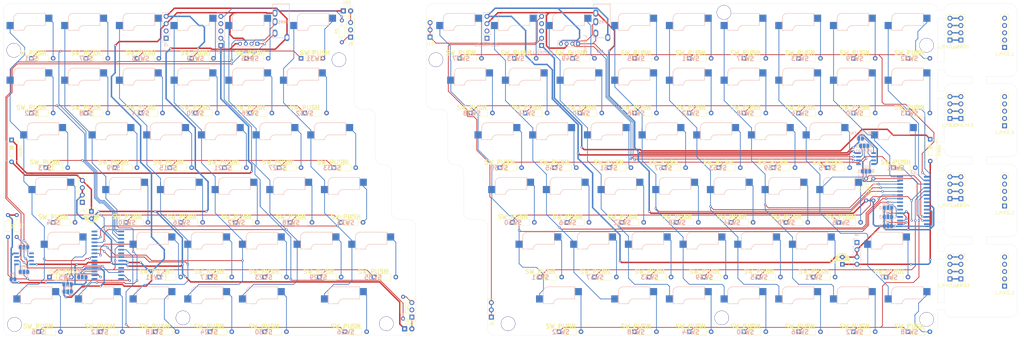
<source format=kicad_pcb>
(kicad_pcb (version 20171130) (host pcbnew "(5.1.7)-1")
  (layers (0 F.Cu signal) (31 B.Cu signal) (34 B.Paste user hide) (35 F.Paste user) (36 B.SilkS user) (37 F.SilkS user) (38 B.Mask user hide) (39 F.Mask user) (44 Edge.Cuts user))
  (net 0 "")
  (net 1 VCC3P3V)
  (net 2 GND)
  (net 3 ROW_0)
  (net 4 "Net-(D1-Pad2)")
  (net 5 ROW_1)
  (net 6 "Net-(D2-Pad2)")
  (net 7 ROW_2)
  (net 8 "Net-(D3-Pad2)")
  (net 9 "Net-(D4-Pad2)")
  (net 10 ROW_3)
  (net 11 ROW_4)
  (net 12 "Net-(D5-Pad2)")
  (net 13 ROW_5)
  (net 14 "Net-(D6-Pad2)")
  (net 15 "Net-(D9-Pad2)")
  (net 16 "Net-(D10-Pad2)")
  (net 17 "Net-(D11-Pad2)")
  (net 18 "Net-(D12-Pad2)")
  (net 19 "Net-(D13-Pad2)")
  (net 20 "Net-(D14-Pad2)")
  (net 21 "Net-(D17-Pad2)")
  (net 22 "Net-(D18-Pad2)")
  (net 23 "Net-(D19-Pad2)")
  (net 24 "Net-(D20-Pad2)")
  (net 25 "Net-(D21-Pad2)")
  (net 26 "Net-(D22-Pad2)")
  (net 27 "Net-(D25-Pad2)")
  (net 28 "Net-(D26-Pad2)")
  (net 29 "Net-(D27-Pad2)")
  (net 30 "Net-(D28-Pad2)")
  (net 31 "Net-(D29-Pad2)")
  (net 32 "Net-(D30-Pad2)")
  (net 33 "Net-(D33-Pad2)")
  (net 34 "Net-(D34-Pad2)")
  (net 35 "Net-(D35-Pad2)")
  (net 36 "Net-(D36-Pad2)")
  (net 37 "Net-(D37-Pad2)")
  (net 38 "Net-(D38-Pad2)")
  (net 39 "Net-(D41-Pad2)")
  (net 40 "Net-(D42-Pad2)")
  (net 41 "Net-(D43-Pad2)")
  (net 42 "Net-(D44-Pad2)")
  (net 43 "Net-(D45-Pad2)")
  (net 44 "Net-(D46-Pad2)")
  (net 45 G22)
  (net 46 G19)
  (net 47 G23)
  (net 48 G33)
  (net 49 G21)
  (net 50 G25)
  (net 51 COL_0)
  (net 52 COL_1)
  (net 53 COL_2)
  (net 54 COL_3)
  (net 55 COL_4)
  (net 56 COL_5)
  (net 57 COL_6)
  (net 58 COL_7)
  (net 59 "Net-(U1-Pad11)")
  (net 60 "Net-(U1-Pad14)")
  (net 61 "Net-(U1-Pad19)")
  (net 62 "Net-(U1-Pad20)")
  (net 63 SDA_GROVE)
  (net 64 SCL_GROVE)
  (net 65 SDA_MCP)
  (net 66 SCL_MCP)
  (net 67 "Net-(JP3-Pad2)")
  (net 68 "Net-(JP2-Pad2)")
  (net 69 "Net-(JP1-Pad2)")
  (net 70 VIN)
  (net 71 "Net-(U2-Pad1)")
  (net 72 "Net-(JP5-Pad3)")
  (net 73 "Net-(D7-Pad2)")
  (net 74 "Net-(D8-Pad2)")
  (net 75 "Net-(D15-Pad2)")
  (net 76 "Net-(D16-Pad2)")
  (net 77 "Net-(D23-Pad2)")
  (net 78 "Net-(D24-Pad2)")
  (net 79 "Net-(D31-Pad2)")
  (net 80 "Net-(D32-Pad2)")
  (net 81 "Net-(D39-Pad2)")
  (net 82 "Net-(D40-Pad2)")
  (net 83 "Net-(D47-Pad2)")
  (net 84 "Net-(D48-Pad2)")
  (net 85 "Net-(D49-Pad2)")
  (net 86 "Net-(D50-Pad2)")
  (net 87 "Net-(D51-Pad2)")
  (net 88 "Net-(D52-Pad2)")
  (net 89 "Net-(D53-Pad2)")
  (net 90 "Net-(D54-Pad2)")
  (net 91 "Net-(D55-Pad2)")
  (net 92 "Net-(D56-Pad2)")
  (net 93 "Net-(D57-Pad2)")
  (net 94 "Net-(D58-Pad2)")
  (net 95 "Net-(D59-Pad2)")
  (net 96 "Net-(D60-Pad2)")
  (net 97 "Net-(D61-Pad2)")
  (net 98 "Net-(D62-Pad2)")
  (net 99 "Net-(D63-Pad2)")
  (net 100 "Net-(D64-Pad2)")
  (net 101 "Net-(D65-Pad2)")
  (net 102 "Net-(D66-Pad2)")
  (net 103 "Net-(D67-Pad2)")
  (net 104 "Net-(D68-Pad2)")
  (net 105 "Net-(D69-Pad2)")
  (net 106 "Net-(D70-Pad2)")
  (net 107 "Net-(D71-Pad2)")
  (net 108 "Net-(D72-Pad2)")
  (net 109 "Net-(D73-Pad2)")
  (net 110 "Net-(D74-Pad2)")
  (net 111 "Net-(D75-Pad2)")
  (net 112 "Net-(D76-Pad2)")
  (net 113 "Net-(D77-Pad2)")
  (net 114 "Net-(D78-Pad2)")
  (net 115 "Net-(D79-Pad2)")
  (net 116 "Net-(D80-Pad2)")
  (net 117 "Net-(D81-Pad2)")
  (net 118 "Net-(D82-Pad2)")
  (net 119 "Net-(D83-Pad2)")
  (net 120 "Net-(JP4-Pad1)")
  (net 121 "Net-(JP6-Pad3)")
  (net 122 "Net-(JP_A1-Pad2)")
  (net 123 "Net-(JP_A2-Pad2)")
  (net 124 "Net-(JP_A3-Pad2)")
  (net 125 "Net-(JP_I2C_EN1-Pad1)")
  (net 126 "Net-(JP_SCL1-Pad3)")
  (net 127 "Net-(JP_SDA1-Pad3)")
  (net 128 COL_8)
  (net 129 "Net-(U3-Pad7)")
  (net 130 "Net-(U3-Pad11)")
  (net 131 "Net-(U3-Pad14)")
  (net 132 "Net-(U3-Pad19)")
  (net 133 "Net-(U3-Pad20)")
  (net 134 "Net-(U4-Pad1)")
  (net 135 L_ROW_0)
  (net 136 L_ROW_1)
  (net 137 L_ROW_2)
  (net 138 L_ROW_3)
  (net 139 L_ROW_4)
  (net 140 L_ROW_5)
  (net 141 L_SDA_GROVE)
  (net 142 L_SCL_GROVE)
  (net 143 L_SCL_MCP)
  (net 144 L_SDA_MCP)
  (net 145 L_COL_0)
  (net 146 L_COL_1)
  (net 147 L_COL_2)
  (net 148 L_COL_3)
  (net 149 L_COL_4)
  (net 150 L_COL_5)
  (net 151 L_COL_7)
  (net 152 L_COL_6)
  (net 153 "Net-(U1-Pad8)")
  (net 154 "Net-(U1-Pad7)")
  (net 155 L_G22)
  (net 156 L_G19)
  (net 157 L_G23)
  (net 158 L_G33)
  (net 159 L_G25)
  (net 160 L_G21)
  (net 161 L_VIN)
  (net 162 L_VCC3P3V)
  (net 163 L_VCC5V)
  (net 164 VCC5V)
  (net 165 "Net-(J_PIKO1-Pad4)")
  (net 166 "Net-(J_PIKO1-Pad3)")
  (net 167 "Net-(J_PIKO1-Pad2)")
  (net 168 "Net-(J_PIKO1-Pad1)")
  (net 169 "Net-(J_PIKO2-Pad4)")
  (net 170 "Net-(J_PIKO2-Pad3)")
  (net 171 "Net-(J_PIKO2-Pad2)")
  (net 172 "Net-(J_PIKO2-Pad1)")
  (net 173 "Net-(J_PIKO3-Pad4)")
  (net 174 "Net-(J_PIKO3-Pad3)")
  (net 175 "Net-(J_PIKO3-Pad2)")
  (net 176 "Net-(J_PIKO3-Pad1)")
  (net 177 "Net-(J_PIKO4-Pad4)")
  (net 178 "Net-(J_PIKO4-Pad3)")
  (net 179 "Net-(J_PIKO4-Pad2)")
  (net 180 "Net-(J_PIKO4-Pad1)")
  (net 181 "Net-(J_PIKO_1-Pad5)")
  (net 182 "Net-(J_PIKO_1-Pad4)")
  (net 183 "Net-(J_PIKO_1-Pad3)")
  (net 184 "Net-(J_PIKO_1-Pad2)")
  (net 185 "Net-(J_PIKO_1-Pad1)")
  (net 186 "Net-(J_PIKO_2-Pad5)")
  (net 187 "Net-(J_PIKO_2-Pad4)")
  (net 188 "Net-(J_PIKO_2-Pad3)")
  (net 189 "Net-(J_PIKO_2-Pad2)")
  (net 190 "Net-(J_PIKO_2-Pad1)")
  (net 191 "Net-(J_PIKO_3-Pad5)")
  (net 192 "Net-(J_PIKO_3-Pad4)")
  (net 193 "Net-(J_PIKO_3-Pad3)")
  (net 194 "Net-(J_PIKO_3-Pad2)")
  (net 195 "Net-(J_PIKO_3-Pad1)")
  (net 196 "Net-(J_PIKO_5-Pad5)")
  (net 197 "Net-(J_PIKO_5-Pad4)")
  (net 198 "Net-(J_PIKO_5-Pad3)")
  (net 199 "Net-(J_PIKO_5-Pad2)")
  (net 200 "Net-(J_PIKO_5-Pad1)")
  (net 201 "Net-(D84-Pad2)")
  (net 202 "Net-(D85-Pad2)")
  (net 203 "Net-(J7-Pad2)")
  (net 204 "Net-(J8-Pad2)")
  (net 205 "Net-(J8-Pad1)")
  (net 206 "Net-(J7-Pad3)")
  (net 207 L_VCC3P3V_T)
  (net 208 VCC3P3V_T)
  (net 209 L_GND)
  (module keyboard_parts:Kailh_MX_Socket (layer B.Cu) (at 344.01125 57.15 180)
    (fp_text reference SW83 (at 0 -9) (layer B.SilkS) (effects (font (size 1.524 1.524) (thickness 0.3048)) (justify mirror)))
    (fp_text value SW_PUSH (at 0 -7) (layer F.SilkS) (effects (font (size 1.524 1.524) (thickness 0.3048))))
    (pad "" np_thru_hole circle (at 5.08 0 180) (size 1.7 1.7) (drill 1.7) (layers *.Cu *.Mask))
    (pad "" np_thru_hole circle (at -5.08 0 180) (size 1.7 1.7) (drill 1.7) (layers *.Cu *.Mask))
    (pad 2 smd rect (at -6.09 5.08 180) (size 2.55 2.5) (layers B.Cu B.Paste B.Mask) (net 119 "Net-(D83-Pad2)"))
    (pad "" np_thru_hole circle (at 3.81 2.54 180) (size 2.95 2.95) (drill 2.95) (layers *.Cu *.Mask))
    (pad "" np_thru_hole circle (at -2.54 5.08 180) (size 2.95 2.95) (drill 2.95) (layers *.Cu *.Mask))
    (pad "" np_thru_hole circle (at 0 0 180) (size 3.98018 3.98018) (drill 3.98018) (layers *.Cu *.Mask))
    (pad 1 smd rect (at 7.36 2.54 180) (size 2.55 2.5) (layers B.Cu B.Paste B.Mask) (net 128 COL_8))
  )
  (module kbd:HOLE (layer F.Cu) (at 278.638 137.414)
    (fp_text reference Ref**)
    (fp_text value Val**)
    (pad "" np_thru_hole circle (at 0 0) (size 5 5) (drill 4.8) (layers *.Cu *.Mask))
  )
  (module kbd:HOLE (layer F.Cu) (at 279.4 30.988)
    (fp_text reference Ref**)
    (fp_text value Val**)
    (pad "" np_thru_hole circle (at 0 0) (size 5 5) (drill 4.8) (layers *.Cu *.Mask))
  )
  (module kbd:HOLE (layer F.Cu) (at 90.932 137.414)
    (fp_text reference Ref**)
    (fp_text value Val**)
    (pad "" np_thru_hole circle (at 0 0) (size 5 5) (drill 4.8) (layers *.Cu *.Mask))
  )
  (module kbd:HOLE (layer F.Cu) (at 32.004 44.196)
    (fp_text reference Ref**)
    (fp_text value Val**)
    (pad "" np_thru_hole circle (at 0 0) (size 5 5) (drill 4.8) (layers *.Cu *.Mask))
  )
  (module kbd:HOLE (layer F.Cu) (at 145.288 47.498)
    (fp_text reference Ref**)
    (fp_text value Val**)
    (pad "" np_thru_hole circle (at 0 0) (size 5 5) (drill 4.8) (layers *.Cu *.Mask))
  )
  (module kbd:HOLE (layer F.Cu) (at 350.012 137.922)
    (fp_text reference Ref**)
    (fp_text value Val**)
    (pad "" np_thru_hole circle (at 0 0) (size 5 5) (drill 4.8) (layers *.Cu *.Mask))
  )
  (module kbd:HOLE (layer F.Cu) (at 179.07 47.498)
    (fp_text reference Ref**)
    (fp_text value Val**)
    (pad "" np_thru_hole circle (at 0 0) (size 5 5) (drill 4.8) (layers *.Cu *.Mask))
  )
  (module kbd:HOLE (layer F.Cu) (at 350.012 42.418)
    (fp_text reference Ref**)
    (fp_text value Val**)
    (pad "" np_thru_hole circle (at 0 0) (size 5 5) (drill 4.8) (layers *.Cu *.Mask))
  )
  (module kbd:HOLE (layer F.Cu) (at 32.258 139.7)
    (fp_text reference Ref**)
    (fp_text value Val**)
    (pad "" np_thru_hole circle (at 0 0) (size 5 5) (drill 4.8) (layers *.Cu *.Mask))
  )
  (module kbd:HOLE (layer F.Cu) (at 204.216 139.446)
    (fp_text reference Ref**)
    (fp_text value Val**)
    (pad "" np_thru_hole circle (at 0 0) (size 5 5) (drill 4.8) (layers *.Cu *.Mask))
  )
  (module kbd:HOLE (layer F.Cu) (at 161.798 139.446)
    (fp_text reference Ref**)
    (fp_text value Val**)
    (pad "" np_thru_hole circle (at 0 0) (size 5 5) (drill 4.8) (layers *.Cu *.Mask))
  )
  (module keyboard_parts:Kailh_MX_Socket (layer B.Cu) (at 38.1 57.15 180)
    (fp_text reference SW2 (at 0 -9) (layer B.SilkS) (effects (font (size 1.524 1.524) (thickness 0.3048)) (justify mirror)))
    (fp_text value SW_PUSH (at 0 -7) (layer F.SilkS) (effects (font (size 1.524 1.524) (thickness 0.3048))))
    (pad 1 smd rect (at 7.36 2.54 180) (size 2.55 2.5) (layers B.Cu B.Paste B.Mask) (net 145 L_COL_0))
    (pad "" np_thru_hole circle (at 0 0 180) (size 3.98018 3.98018) (drill 3.98018) (layers *.Cu *.Mask))
    (pad "" np_thru_hole circle (at -2.54 5.08 180) (size 2.95 2.95) (drill 2.95) (layers *.Cu *.Mask))
    (pad "" np_thru_hole circle (at 3.81 2.54 180) (size 2.95 2.95) (drill 2.95) (layers *.Cu *.Mask))
    (pad 2 smd rect (at -6.09 5.08 180) (size 2.55 2.5) (layers B.Cu B.Paste B.Mask) (net 6 "Net-(D2-Pad2)"))
    (pad "" np_thru_hole circle (at -5.08 0 180) (size 1.7 1.7) (drill 1.7) (layers *.Cu *.Mask))
    (pad "" np_thru_hole circle (at 5.08 0 180) (size 1.7 1.7) (drill 1.7) (layers *.Cu *.Mask))
  )
  (module Connector_PinHeader_2.54mm:PinHeader_1x03_P2.54mm_Vertical (layer F.Cu) (at 177.038 39.624 180)
    (fp_text reference J10 (at 0 -2.33) (layer F.SilkS))
    (fp_text value Conn_01x03)
    (pad 3 thru_hole oval (at 0 5.08 180) (size 1.7 1.7) (drill 1) (layers *.Cu *.Mask) (net 48 G33))
    (pad 2 thru_hole oval (at 0 2.54 180) (size 1.7 1.7) (drill 1) (layers *.Cu *.Mask) (net 48 G33))
    (pad 1 thru_hole rect (at 0 0 180) (size 1.7 1.7) (drill 1) (layers *.Cu *.Mask) (net 48 G33))
  )
  (module Connector_PinHeader_2.54mm:PinHeader_1x03_P2.54mm_Vertical (layer F.Cu) (at 198.374 137.16 180)
    (fp_text reference J9 (at 0 -2.33) (layer F.SilkS))
    (fp_text value Conn_01x03)
    (pad 3 thru_hole oval (at 0 5.08 180) (size 1.7 1.7) (drill 1) (layers *.Cu *.Mask) (net 45 G22))
    (pad 2 thru_hole oval (at 0 2.54 180) (size 1.7 1.7) (drill 1) (layers *.Cu *.Mask) (net 45 G22))
    (pad 1 thru_hole rect (at 0 0 180) (size 1.7 1.7) (drill 1) (layers *.Cu *.Mask) (net 45 G22))
  )
  (module Connector_PinHeader_2.54mm:PinHeader_1x03_P2.54mm_Vertical (layer F.Cu) (at 149.352 39.624 180)
    (fp_text reference J8 (at 0 -2.33) (layer F.SilkS))
    (fp_text value Conn_01x03)
    (pad 3 thru_hole oval (at 0 5.08 180) (size 1.7 1.7) (drill 1) (layers *.Cu *.Mask) (net 202 "Net-(D85-Pad2)"))
    (pad 2 thru_hole oval (at 0 2.54 180) (size 1.7 1.7) (drill 1) (layers *.Cu *.Mask) (net 204 "Net-(J8-Pad2)"))
    (pad 1 thru_hole rect (at 0 0 180) (size 1.7 1.7) (drill 1) (layers *.Cu *.Mask) (net 205 "Net-(J8-Pad1)"))
  )
  (module Connector_PinHeader_2.54mm:PinHeader_1x03_P2.54mm_Vertical (layer F.Cu) (at 170.688 137.16 180)
    (fp_text reference J7 (at 0 -2.33) (layer F.SilkS))
    (fp_text value Conn_01x03)
    (pad 3 thru_hole oval (at 0 5.08 180) (size 1.7 1.7) (drill 1) (layers *.Cu *.Mask) (net 206 "Net-(J7-Pad3)"))
    (pad 2 thru_hole oval (at 0 2.54 180) (size 1.7 1.7) (drill 1) (layers *.Cu *.Mask) (net 203 "Net-(J7-Pad2)"))
    (pad 1 thru_hole rect (at 0 0 180) (size 1.7 1.7) (drill 1) (layers *.Cu *.Mask) (net 201 "Net-(D84-Pad2)"))
  )
  (module LED_THT:LED_D3.0mm (layer F.Cu) (at 146.812 30.48)
    (fp_text reference D85 (at 1.27 -2.96) (layer F.SilkS))
    (fp_text value LED)
    (pad 2 thru_hole circle (at 2.54 0) (size 1.8 1.8) (drill 0.9) (layers *.Cu *.Mask) (net 202 "Net-(D85-Pad2)"))
    (pad 1 thru_hole rect (at 0 0) (size 1.8 1.8) (drill 0.9) (layers *.Cu *.Mask) (net 209 L_GND))
  )
  (module LED_THT:LED_D3.0mm (layer F.Cu) (at 168.148 141.224)
    (fp_text reference D84 (at 1.27 -2.96) (layer F.SilkS))
    (fp_text value LED)
    (pad 2 thru_hole circle (at 2.54 0) (size 1.8 1.8) (drill 0.9) (layers *.Cu *.Mask) (net 201 "Net-(D84-Pad2)"))
    (pad 1 thru_hole rect (at 0 0) (size 1.8 1.8) (drill 0.9) (layers *.Cu *.Mask) (net 209 L_GND))
  )
  (module Connector_PinHeader_2.54mm:PinHeader_1x04_P2.54mm_Vertical (layer F.Cu) (at 361.95 95.885 180)
    (fp_text reference J_PIKO4 (at 0 -2.33) (layer F.SilkS))
    (fp_text value Conn_01x04_Male)
    (pad 4 thru_hole oval (at 0 7.62 180) (size 1.7 1.7) (drill 1) (layers *.Cu *.Mask) (net 177 "Net-(J_PIKO4-Pad4)"))
    (pad 3 thru_hole oval (at 0 5.08 180) (size 1.7 1.7) (drill 1) (layers *.Cu *.Mask) (net 178 "Net-(J_PIKO4-Pad3)"))
    (pad 2 thru_hole oval (at 0 2.54 180) (size 1.7 1.7) (drill 1) (layers *.Cu *.Mask) (net 179 "Net-(J_PIKO4-Pad2)"))
    (pad 1 thru_hole rect (at 0 0 180) (size 1.7 1.7) (drill 1) (layers *.Cu *.Mask) (net 180 "Net-(J_PIKO4-Pad1)"))
  )
  (module Connector_PinHeader_2.54mm:PinHeader_1x04_P2.54mm_Vertical (layer F.Cu) (at 358.14 123.825 180)
    (fp_text reference J_PIKO_4E4 (at 0 -2.33) (layer F.SilkS))
    (fp_text value Conn_01x04_Male)
    (pad 4 thru_hole oval (at 0 7.62 180) (size 1.7 1.7) (drill 1) (layers *.Cu *.Mask) (net 173 "Net-(J_PIKO3-Pad4)"))
    (pad 3 thru_hole oval (at 0 5.08 180) (size 1.7 1.7) (drill 1) (layers *.Cu *.Mask) (net 174 "Net-(J_PIKO3-Pad3)"))
    (pad 2 thru_hole oval (at 0 2.54 180) (size 1.7 1.7) (drill 1) (layers *.Cu *.Mask) (net 175 "Net-(J_PIKO3-Pad2)"))
    (pad 1 thru_hole rect (at 0 0 180) (size 1.7 1.7) (drill 1) (layers *.Cu *.Mask) (net 176 "Net-(J_PIKO3-Pad1)"))
  )
  (module Connector_PinHeader_2.54mm:PinHeader_1x04_P2.54mm_Vertical (layer F.Cu) (at 361.95 67.945 180)
    (fp_text reference J_PIKO_4E3 (at 0 -2.33) (layer F.SilkS))
    (fp_text value Conn_01x04_Male)
    (pad 4 thru_hole oval (at 0 7.62 180) (size 1.7 1.7) (drill 1) (layers *.Cu *.Mask) (net 169 "Net-(J_PIKO2-Pad4)"))
    (pad 3 thru_hole oval (at 0 5.08 180) (size 1.7 1.7) (drill 1) (layers *.Cu *.Mask) (net 170 "Net-(J_PIKO2-Pad3)"))
    (pad 2 thru_hole oval (at 0 2.54 180) (size 1.7 1.7) (drill 1) (layers *.Cu *.Mask) (net 171 "Net-(J_PIKO2-Pad2)"))
    (pad 1 thru_hole rect (at 0 0 180) (size 1.7 1.7) (drill 1) (layers *.Cu *.Mask) (net 172 "Net-(J_PIKO2-Pad1)"))
  )
  (module Connector_PinHeader_2.54mm:PinHeader_1x04_P2.54mm_Vertical (layer F.Cu) (at 358.14 40.64 180)
    (fp_text reference J_PIKO_4E2 (at 0 -2.33) (layer F.SilkS))
    (fp_text value Conn_01x04_Male)
    (pad 4 thru_hole oval (at 0 7.62 180) (size 1.7 1.7) (drill 1) (layers *.Cu *.Mask) (net 165 "Net-(J_PIKO1-Pad4)"))
    (pad 3 thru_hole oval (at 0 5.08 180) (size 1.7 1.7) (drill 1) (layers *.Cu *.Mask) (net 166 "Net-(J_PIKO1-Pad3)"))
    (pad 2 thru_hole oval (at 0 2.54 180) (size 1.7 1.7) (drill 1) (layers *.Cu *.Mask) (net 167 "Net-(J_PIKO1-Pad2)"))
    (pad 1 thru_hole rect (at 0 0 180) (size 1.7 1.7) (drill 1) (layers *.Cu *.Mask) (net 168 "Net-(J_PIKO1-Pad1)"))
  )
  (module Connector_PinHeader_2.54mm:PinHeader_1x04_P2.54mm_Vertical (layer F.Cu) (at 358.14 95.885 180)
    (fp_text reference J_PIKO_4E1 (at 0 -2.33) (layer F.SilkS))
    (fp_text value Conn_01x04_Male)
    (pad 4 thru_hole oval (at 0 7.62 180) (size 1.7 1.7) (drill 1) (layers *.Cu *.Mask) (net 177 "Net-(J_PIKO4-Pad4)"))
    (pad 3 thru_hole oval (at 0 5.08 180) (size 1.7 1.7) (drill 1) (layers *.Cu *.Mask) (net 178 "Net-(J_PIKO4-Pad3)"))
    (pad 2 thru_hole oval (at 0 2.54 180) (size 1.7 1.7) (drill 1) (layers *.Cu *.Mask) (net 179 "Net-(J_PIKO4-Pad2)"))
    (pad 1 thru_hole rect (at 0 0 180) (size 1.7 1.7) (drill 1) (layers *.Cu *.Mask) (net 180 "Net-(J_PIKO4-Pad1)"))
  )
  (module Connector_PinHeader_2.54mm:PinHeader_1x05_P2.54mm_Vertical (layer F.Cu) (at 377.19 70.485 180)
    (fp_text reference J_PIKO_5 (at 0 -2.33) (layer F.SilkS))
    (fp_text value Conn_01x05_Male)
    (pad 5 thru_hole oval (at 0 10.16 180) (size 1.7 1.7) (drill 1) (layers *.Cu *.Mask) (net 196 "Net-(J_PIKO_5-Pad5)"))
    (pad 4 thru_hole oval (at 0 7.62 180) (size 1.7 1.7) (drill 1) (layers *.Cu *.Mask) (net 197 "Net-(J_PIKO_5-Pad4)"))
    (pad 3 thru_hole oval (at 0 5.08 180) (size 1.7 1.7) (drill 1) (layers *.Cu *.Mask) (net 198 "Net-(J_PIKO_5-Pad3)"))
    (pad 2 thru_hole oval (at 0 2.54 180) (size 1.7 1.7) (drill 1) (layers *.Cu *.Mask) (net 199 "Net-(J_PIKO_5-Pad2)"))
    (pad 1 thru_hole rect (at 0 0 180) (size 1.7 1.7) (drill 1) (layers *.Cu *.Mask) (net 200 "Net-(J_PIKO_5-Pad1)"))
  )
  (module Connector_PinHeader_2.54mm:PinHeader_1x05_P2.54mm_Vertical (layer F.Cu) (at 377.19 126.365 180)
    (fp_text reference J_PIKO_3 (at 0 -2.33) (layer F.SilkS))
    (fp_text value Conn_01x05_Male)
    (pad 5 thru_hole oval (at 0 10.16 180) (size 1.7 1.7) (drill 1) (layers *.Cu *.Mask) (net 191 "Net-(J_PIKO_3-Pad5)"))
    (pad 4 thru_hole oval (at 0 7.62 180) (size 1.7 1.7) (drill 1) (layers *.Cu *.Mask) (net 192 "Net-(J_PIKO_3-Pad4)"))
    (pad 3 thru_hole oval (at 0 5.08 180) (size 1.7 1.7) (drill 1) (layers *.Cu *.Mask) (net 193 "Net-(J_PIKO_3-Pad3)"))
    (pad 2 thru_hole oval (at 0 2.54 180) (size 1.7 1.7) (drill 1) (layers *.Cu *.Mask) (net 194 "Net-(J_PIKO_3-Pad2)"))
    (pad 1 thru_hole rect (at 0 0 180) (size 1.7 1.7) (drill 1) (layers *.Cu *.Mask) (net 195 "Net-(J_PIKO_3-Pad1)"))
  )
  (module Connector_PinHeader_2.54mm:PinHeader_1x05_P2.54mm_Vertical (layer F.Cu) (at 377.19 98.425 180)
    (fp_text reference J_PIKO_2 (at 0 -2.33) (layer F.SilkS))
    (fp_text value Conn_01x05_Male)
    (pad 5 thru_hole oval (at 0 10.16 180) (size 1.7 1.7) (drill 1) (layers *.Cu *.Mask) (net 186 "Net-(J_PIKO_2-Pad5)"))
    (pad 4 thru_hole oval (at 0 7.62 180) (size 1.7 1.7) (drill 1) (layers *.Cu *.Mask) (net 187 "Net-(J_PIKO_2-Pad4)"))
    (pad 3 thru_hole oval (at 0 5.08 180) (size 1.7 1.7) (drill 1) (layers *.Cu *.Mask) (net 188 "Net-(J_PIKO_2-Pad3)"))
    (pad 2 thru_hole oval (at 0 2.54 180) (size 1.7 1.7) (drill 1) (layers *.Cu *.Mask) (net 189 "Net-(J_PIKO_2-Pad2)"))
    (pad 1 thru_hole rect (at 0 0 180) (size 1.7 1.7) (drill 1) (layers *.Cu *.Mask) (net 190 "Net-(J_PIKO_2-Pad1)"))
  )
  (module Connector_PinHeader_2.54mm:PinHeader_1x05_P2.54mm_Vertical (layer F.Cu) (at 377.19 43.18 180)
    (fp_text reference J_PIKO_1 (at 0 -2.33) (layer F.SilkS))
    (fp_text value Conn_01x05_Male)
    (pad 5 thru_hole oval (at 0 10.16 180) (size 1.7 1.7) (drill 1) (layers *.Cu *.Mask) (net 181 "Net-(J_PIKO_1-Pad5)"))
    (pad 4 thru_hole oval (at 0 7.62 180) (size 1.7 1.7) (drill 1) (layers *.Cu *.Mask) (net 182 "Net-(J_PIKO_1-Pad4)"))
    (pad 3 thru_hole oval (at 0 5.08 180) (size 1.7 1.7) (drill 1) (layers *.Cu *.Mask) (net 183 "Net-(J_PIKO_1-Pad3)"))
    (pad 2 thru_hole oval (at 0 2.54 180) (size 1.7 1.7) (drill 1) (layers *.Cu *.Mask) (net 184 "Net-(J_PIKO_1-Pad2)"))
    (pad 1 thru_hole rect (at 0 0 180) (size 1.7 1.7) (drill 1) (layers *.Cu *.Mask) (net 185 "Net-(J_PIKO_1-Pad1)"))
  )
  (module Connector_PinHeader_2.54mm:PinHeader_1x04_P2.54mm_Vertical (layer F.Cu) (at 361.95 123.825 180)
    (fp_text reference J_PIKO3 (at 0 -2.33) (layer F.SilkS))
    (fp_text value Conn_01x04_Male)
    (pad 4 thru_hole oval (at 0 7.62 180) (size 1.7 1.7) (drill 1) (layers *.Cu *.Mask) (net 173 "Net-(J_PIKO3-Pad4)"))
    (pad 3 thru_hole oval (at 0 5.08 180) (size 1.7 1.7) (drill 1) (layers *.Cu *.Mask) (net 174 "Net-(J_PIKO3-Pad3)"))
    (pad 2 thru_hole oval (at 0 2.54 180) (size 1.7 1.7) (drill 1) (layers *.Cu *.Mask) (net 175 "Net-(J_PIKO3-Pad2)"))
    (pad 1 thru_hole rect (at 0 0 180) (size 1.7 1.7) (drill 1) (layers *.Cu *.Mask) (net 176 "Net-(J_PIKO3-Pad1)"))
  )
  (module Connector_PinHeader_2.54mm:PinHeader_1x04_P2.54mm_Vertical (layer F.Cu) (at 358.14 67.945 180)
    (fp_text reference J_PIKO2 (at 0 -2.33) (layer F.SilkS))
    (fp_text value Conn_01x04_Male)
    (pad 4 thru_hole oval (at 0 7.62 180) (size 1.7 1.7) (drill 1) (layers *.Cu *.Mask) (net 169 "Net-(J_PIKO2-Pad4)"))
    (pad 3 thru_hole oval (at 0 5.08 180) (size 1.7 1.7) (drill 1) (layers *.Cu *.Mask) (net 170 "Net-(J_PIKO2-Pad3)"))
    (pad 2 thru_hole oval (at 0 2.54 180) (size 1.7 1.7) (drill 1) (layers *.Cu *.Mask) (net 171 "Net-(J_PIKO2-Pad2)"))
    (pad 1 thru_hole rect (at 0 0 180) (size 1.7 1.7) (drill 1) (layers *.Cu *.Mask) (net 172 "Net-(J_PIKO2-Pad1)"))
  )
  (module Connector_PinHeader_2.54mm:PinHeader_1x04_P2.54mm_Vertical (layer F.Cu) (at 361.95 40.64 180)
    (fp_text reference J_PIKO1 (at 0 -2.33) (layer F.SilkS))
    (fp_text value Conn_01x04_Male)
    (pad 4 thru_hole oval (at 0 7.62 180) (size 1.7 1.7) (drill 1) (layers *.Cu *.Mask) (net 165 "Net-(J_PIKO1-Pad4)"))
    (pad 3 thru_hole oval (at 0 5.08 180) (size 1.7 1.7) (drill 1) (layers *.Cu *.Mask) (net 166 "Net-(J_PIKO1-Pad3)"))
    (pad 2 thru_hole oval (at 0 2.54 180) (size 1.7 1.7) (drill 1) (layers *.Cu *.Mask) (net 167 "Net-(J_PIKO1-Pad2)"))
    (pad 1 thru_hole rect (at 0 0 180) (size 1.7 1.7) (drill 1) (layers *.Cu *.Mask) (net 168 "Net-(J_PIKO1-Pad1)"))
  )
  (module Button_Switch_THT:SW_DIP_SPSTx01_Slide_6.7x4.1mm_W7.62mm_P2.54mm_LowProfile (layer F.Cu) (at 351.282 75.184 270)
    (fp_text reference SW85 (at 3.81 -3.11 90) (layer F.SilkS))
    (fp_text value SW_DIP_x01)
    (pad 2 thru_hole oval (at 7.62 0 270) (size 1.6 1.6) (drill 0.8) (layers *.Cu *.Mask) (net 208 VCC3P3V_T))
    (pad 1 thru_hole rect (at 0 0 270) (size 1.6 1.6) (drill 0.8) (layers *.Cu *.Mask) (net 1 VCC3P3V))
  )
  (module Button_Switch_THT:SW_DIP_SPSTx01_Slide_6.7x4.1mm_W7.62mm_P2.54mm_LowProfile (layer F.Cu) (at 31.242 75.438 270)
    (fp_text reference SW84 (at 3.81 -3.11 90) (layer F.SilkS))
    (fp_text value SW_DIP_x01)
    (pad 2 thru_hole oval (at 7.62 0 270) (size 1.6 1.6) (drill 0.8) (layers *.Cu *.Mask) (net 207 L_VCC3P3V_T))
    (pad 1 thru_hole rect (at 0 0 270) (size 1.6 1.6) (drill 0.8) (layers *.Cu *.Mask) (net 162 L_VCC3P3V))
  )
  (module keyboard_parts:Kailh_MX_Socket (layer B.Cu) (at 243.99875 95.25 180)
    (fp_text reference SW52 (at 0 -9) (layer B.SilkS) (effects (font (size 1.524 1.524) (thickness 0.3048)) (justify mirror)))
    (fp_text value SW_PUSH (at 0 -7) (layer F.SilkS) (effects (font (size 1.524 1.524) (thickness 0.3048))))
    (pad "" np_thru_hole circle (at 5.08 0 180) (size 1.7 1.7) (drill 1.7) (layers *.Cu *.Mask))
    (pad "" np_thru_hole circle (at -5.08 0 180) (size 1.7 1.7) (drill 1.7) (layers *.Cu *.Mask))
    (pad 2 smd rect (at -6.09 5.08 180) (size 2.55 2.5) (layers B.Cu B.Paste B.Mask) (net 88 "Net-(D52-Pad2)"))
    (pad "" np_thru_hole circle (at 3.81 2.54 180) (size 2.95 2.95) (drill 2.95) (layers *.Cu *.Mask))
    (pad "" np_thru_hole circle (at -2.54 5.08 180) (size 2.95 2.95) (drill 2.95) (layers *.Cu *.Mask))
    (pad "" np_thru_hole circle (at 0 0 180) (size 3.98018 3.98018) (drill 3.98018) (layers *.Cu *.Mask))
    (pad 1 smd rect (at 7.36 2.54 180) (size 2.55 2.5) (layers B.Cu B.Paste B.Mask) (net 53 COL_2))
  )
  (module keyboard_parts:Kailh_MX_Socket (layer B.Cu) (at 114.3 38.1 180)
    (fp_text reference SW25 (at 0 -9) (layer B.SilkS) (effects (font (size 1.524 1.524) (thickness 0.3048)) (justify mirror)))
    (fp_text value SW_PUSH (at 0 -7) (layer F.SilkS) (effects (font (size 1.524 1.524) (thickness 0.3048))))
    (pad 1 smd rect (at 7.36 2.54 180) (size 2.55 2.5) (layers B.Cu B.Paste B.Mask) (net 149 L_COL_4))
    (pad "" np_thru_hole circle (at 0 0 180) (size 3.98018 3.98018) (drill 3.98018) (layers *.Cu *.Mask))
    (pad "" np_thru_hole circle (at -2.54 5.08 180) (size 2.95 2.95) (drill 2.95) (layers *.Cu *.Mask))
    (pad "" np_thru_hole circle (at 3.81 2.54 180) (size 2.95 2.95) (drill 2.95) (layers *.Cu *.Mask))
    (pad 2 smd rect (at -6.09 5.08 180) (size 2.55 2.5) (layers B.Cu B.Paste B.Mask) (net 27 "Net-(D25-Pad2)"))
    (pad "" np_thru_hole circle (at -5.08 0 180) (size 1.7 1.7) (drill 1.7) (layers *.Cu *.Mask))
    (pad "" np_thru_hole circle (at 5.08 0 180) (size 1.7 1.7) (drill 1.7) (layers *.Cu *.Mask))
  )
  (module keyboard_parts:Kailh_MX_Socket (layer B.Cu) (at 80.9625 114.3 180)
    (fp_text reference SW11 (at 0 -9) (layer B.SilkS) (effects (font (size 1.524 1.524) (thickness 0.3048)) (justify mirror)))
    (fp_text value SW_PUSH (at 0 -7) (layer F.SilkS) (effects (font (size 1.524 1.524) (thickness 0.3048))))
    (pad 1 smd rect (at 7.36 2.54 180) (size 2.55 2.5) (layers B.Cu B.Paste B.Mask) (net 146 L_COL_1))
    (pad "" np_thru_hole circle (at 0 0 180) (size 3.98018 3.98018) (drill 3.98018) (layers *.Cu *.Mask))
    (pad "" np_thru_hole circle (at -2.54 5.08 180) (size 2.95 2.95) (drill 2.95) (layers *.Cu *.Mask))
    (pad "" np_thru_hole circle (at 3.81 2.54 180) (size 2.95 2.95) (drill 2.95) (layers *.Cu *.Mask))
    (pad 2 smd rect (at -6.09 5.08 180) (size 2.55 2.5) (layers B.Cu B.Paste B.Mask) (net 17 "Net-(D11-Pad2)"))
    (pad "" np_thru_hole circle (at -5.08 0 180) (size 1.7 1.7) (drill 1.7) (layers *.Cu *.Mask))
    (pad "" np_thru_hole circle (at 5.08 0 180) (size 1.7 1.7) (drill 1.7) (layers *.Cu *.Mask))
  )
  (module keyboard_parts:Kailh_MX_Socket (layer B.Cu) (at 61.9125 133.35 180)
    (fp_text reference SW12 (at 0 -9) (layer B.SilkS) (effects (font (size 1.524 1.524) (thickness 0.3048)) (justify mirror)))
    (fp_text value SW_PUSH (at 0 -7) (layer F.SilkS) (effects (font (size 1.524 1.524) (thickness 0.3048))))
    (pad 1 smd rect (at 7.36 2.54 180) (size 2.55 2.5) (layers B.Cu B.Paste B.Mask) (net 146 L_COL_1))
    (pad "" np_thru_hole circle (at 0 0 180) (size 3.98018 3.98018) (drill 3.98018) (layers *.Cu *.Mask))
    (pad "" np_thru_hole circle (at -2.54 5.08 180) (size 2.95 2.95) (drill 2.95) (layers *.Cu *.Mask))
    (pad "" np_thru_hole circle (at 3.81 2.54 180) (size 2.95 2.95) (drill 2.95) (layers *.Cu *.Mask))
    (pad 2 smd rect (at -6.09 5.08 180) (size 2.55 2.5) (layers B.Cu B.Paste B.Mask) (net 18 "Net-(D12-Pad2)"))
    (pad "" np_thru_hole circle (at -5.08 0 180) (size 1.7 1.7) (drill 1.7) (layers *.Cu *.Mask))
    (pad "" np_thru_hole circle (at 5.08 0 180) (size 1.7 1.7) (drill 1.7) (layers *.Cu *.Mask))
  )
  (module Diode_THT:D_DO-35_SOD27_P7.62mm_Horizontal (layer F.Cu) (at 133.35 66.04)
    (fp_text reference D32 (at 3.81 -2.12) (layer F.SilkS))
    (fp_text value 1N4148)
    (fp_text user K (at 0 -1.8) (layer F.SilkS))
    (pad 2 thru_hole oval (at 7.62 0) (size 1.6 1.6) (drill 0.8) (layers *.Cu *.Mask) (net 80 "Net-(D32-Pad2)"))
    (pad 1 thru_hole rect (at 0 0) (size 1.6 1.6) (drill 0.8) (layers *.Cu *.Mask) (net 136 L_ROW_1))
  )
  (module keyboard_parts:Kailh_MX_Socket (layer B.Cu) (at 133.35 57.15 180)
    (fp_text reference SW32 (at 0 -9) (layer B.SilkS) (effects (font (size 1.524 1.524) (thickness 0.3048)) (justify mirror)))
    (fp_text value SW_PUSH (at 0 -7) (layer F.SilkS) (effects (font (size 1.524 1.524) (thickness 0.3048))))
    (pad 1 smd rect (at 7.36 2.54 180) (size 2.55 2.5) (layers B.Cu B.Paste B.Mask) (net 150 L_COL_5))
    (pad "" np_thru_hole circle (at 0 0 180) (size 3.98018 3.98018) (drill 3.98018) (layers *.Cu *.Mask))
    (pad "" np_thru_hole circle (at -2.54 5.08 180) (size 2.95 2.95) (drill 2.95) (layers *.Cu *.Mask))
    (pad "" np_thru_hole circle (at 3.81 2.54 180) (size 2.95 2.95) (drill 2.95) (layers *.Cu *.Mask))
    (pad 2 smd rect (at -6.09 5.08 180) (size 2.55 2.5) (layers B.Cu B.Paste B.Mask) (net 80 "Net-(D32-Pad2)"))
    (pad "" np_thru_hole circle (at -5.08 0 180) (size 1.7 1.7) (drill 1.7) (layers *.Cu *.Mask))
    (pad "" np_thru_hole circle (at 5.08 0 180) (size 1.7 1.7) (drill 1.7) (layers *.Cu *.Mask))
  )
  (module Package_SO:SOIC-28W_7.5x17.9mm_P1.27mm (layer B.Cu) (at 64.77 115.57 180)
    (fp_text reference U1 (at 0 9.9) (layer B.SilkS) (effects (justify mirror)))
    (fp_text value MCP23017_SO)
    (pad 28 smd roundrect (at 4.65 8.255 180) (size 2.05 0.6) (layers B.Cu B.Paste B.Mask) (net 151 L_COL_7))
    (pad 27 smd roundrect (at 4.65 6.985 180) (size 2.05 0.6) (layers B.Cu B.Paste B.Mask) (net 152 L_COL_6))
    (pad 26 smd roundrect (at 4.65 5.715 180) (size 2.05 0.6) (layers B.Cu B.Paste B.Mask) (net 150 L_COL_5))
    (pad 25 smd roundrect (at 4.65 4.445 180) (size 2.05 0.6) (layers B.Cu B.Paste B.Mask) (net 149 L_COL_4))
    (pad 24 smd roundrect (at 4.65 3.175 180) (size 2.05 0.6) (layers B.Cu B.Paste B.Mask) (net 148 L_COL_3))
    (pad 23 smd roundrect (at 4.65 1.905 180) (size 2.05 0.6) (layers B.Cu B.Paste B.Mask) (net 147 L_COL_2))
    (pad 22 smd roundrect (at 4.65 0.635 180) (size 2.05 0.6) (layers B.Cu B.Paste B.Mask) (net 146 L_COL_1))
    (pad 21 smd roundrect (at 4.65 -0.635 180) (size 2.05 0.6) (layers B.Cu B.Paste B.Mask) (net 145 L_COL_0))
    (pad 20 smd roundrect (at 4.65 -1.905 180) (size 2.05 0.6) (layers B.Cu B.Paste B.Mask) (net 62 "Net-(U1-Pad20)"))
    (pad 19 smd roundrect (at 4.65 -3.175 180) (size 2.05 0.6) (layers B.Cu B.Paste B.Mask) (net 61 "Net-(U1-Pad19)"))
    (pad 18 smd roundrect (at 4.65 -4.445 180) (size 2.05 0.6) (layers B.Cu B.Paste B.Mask) (net 163 L_VCC5V))
    (pad 17 smd roundrect (at 4.65 -5.715 180) (size 2.05 0.6) (layers B.Cu B.Paste B.Mask) (net 67 "Net-(JP3-Pad2)"))
    (pad 16 smd roundrect (at 4.65 -6.985 180) (size 2.05 0.6) (layers B.Cu B.Paste B.Mask) (net 68 "Net-(JP2-Pad2)"))
    (pad 15 smd roundrect (at 4.65 -8.255 180) (size 2.05 0.6) (layers B.Cu B.Paste B.Mask) (net 69 "Net-(JP1-Pad2)"))
    (pad 14 smd roundrect (at -4.65 -8.255 180) (size 2.05 0.6) (layers B.Cu B.Paste B.Mask) (net 60 "Net-(U1-Pad14)"))
    (pad 13 smd roundrect (at -4.65 -6.985 180) (size 2.05 0.6) (layers B.Cu B.Paste B.Mask) (net 144 L_SDA_MCP))
    (pad 12 smd roundrect (at -4.65 -5.715 180) (size 2.05 0.6) (layers B.Cu B.Paste B.Mask) (net 143 L_SCL_MCP))
    (pad 11 smd roundrect (at -4.65 -4.445 180) (size 2.05 0.6) (layers B.Cu B.Paste B.Mask) (net 59 "Net-(U1-Pad11)"))
    (pad 10 smd roundrect (at -4.65 -3.175 180) (size 2.05 0.6) (layers B.Cu B.Paste B.Mask) (net 209 L_GND))
    (pad 9 smd roundrect (at -4.65 -1.905 180) (size 2.05 0.6) (layers B.Cu B.Paste B.Mask) (net 163 L_VCC5V))
    (pad 8 smd roundrect (at -4.65 -0.635 180) (size 2.05 0.6) (layers B.Cu B.Paste B.Mask) (net 153 "Net-(U1-Pad8)"))
    (pad 7 smd roundrect (at -4.65 0.635 180) (size 2.05 0.6) (layers B.Cu B.Paste B.Mask) (net 154 "Net-(U1-Pad7)"))
    (pad 6 smd roundrect (at -4.65 1.905 180) (size 2.05 0.6) (layers B.Cu B.Paste B.Mask) (net 140 L_ROW_5))
    (pad 5 smd roundrect (at -4.65 3.175 180) (size 2.05 0.6) (layers B.Cu B.Paste B.Mask) (net 139 L_ROW_4))
    (pad 4 smd roundrect (at -4.65 4.445 180) (size 2.05 0.6) (layers B.Cu B.Paste B.Mask) (net 138 L_ROW_3))
    (pad 3 smd roundrect (at -4.65 5.715 180) (size 2.05 0.6) (layers B.Cu B.Paste B.Mask) (net 137 L_ROW_2))
    (pad 2 smd roundrect (at -4.65 6.985 180) (size 2.05 0.6) (layers B.Cu B.Paste B.Mask) (net 136 L_ROW_1))
    (pad 1 smd roundrect (at -4.65 8.255 180) (size 2.05 0.6) (layers B.Cu B.Paste B.Mask) (net 135 L_ROW_0))
  )
  (module Package_SO:SOP-8_3.9x4.9mm_P1.27mm (layer B.Cu) (at 35.56 116.84 180)
    (fp_text reference U2 (at 0 3.4) (layer B.SilkS) (effects (justify mirror)))
    (fp_text value PCA9515AD)
    (pad 8 smd roundrect (at 2.625 1.905 180) (size 1.65 0.6) (layers B.Cu B.Paste B.Mask) (net 163 L_VCC5V))
    (pad 7 smd roundrect (at 2.625 0.635 180) (size 1.65 0.6) (layers B.Cu B.Paste B.Mask) (net 72 "Net-(JP5-Pad3)"))
    (pad 6 smd roundrect (at 2.625 -0.635 180) (size 1.65 0.6) (layers B.Cu B.Paste B.Mask) (net 121 "Net-(JP6-Pad3)"))
    (pad 5 smd roundrect (at 2.625 -1.905 180) (size 1.65 0.6) (layers B.Cu B.Paste B.Mask) (net 120 "Net-(JP4-Pad1)"))
    (pad 4 smd roundrect (at -2.625 -1.905 180) (size 1.65 0.6) (layers B.Cu B.Paste B.Mask) (net 209 L_GND))
    (pad 3 smd roundrect (at -2.625 -0.635 180) (size 1.65 0.6) (layers B.Cu B.Paste B.Mask) (net 141 L_SDA_GROVE))
    (pad 2 smd roundrect (at -2.625 0.635 180) (size 1.65 0.6) (layers B.Cu B.Paste B.Mask) (net 142 L_SCL_GROVE))
    (pad 1 smd roundrect (at -2.625 1.905 180) (size 1.65 0.6) (layers B.Cu B.Paste B.Mask) (net 71 "Net-(U2-Pad1)"))
  )
  (module keyboard_parts:Kailh_MX_Socket (layer B.Cu) (at 147.6375 133.35 180)
    (fp_text reference SW36 (at 0 -9) (layer B.SilkS) (effects (font (size 1.524 1.524) (thickness 0.3048)) (justify mirror)))
    (fp_text value SW_PUSH (at 0 -7) (layer F.SilkS) (effects (font (size 1.524 1.524) (thickness 0.3048))))
    (pad 1 smd rect (at 7.36 2.54 180) (size 2.55 2.5) (layers B.Cu B.Paste B.Mask) (net 150 L_COL_5))
    (pad "" np_thru_hole circle (at 0 0 180) (size 3.98018 3.98018) (drill 3.98018) (layers *.Cu *.Mask))
    (pad "" np_thru_hole circle (at -2.54 5.08 180) (size 2.95 2.95) (drill 2.95) (layers *.Cu *.Mask))
    (pad "" np_thru_hole circle (at 3.81 2.54 180) (size 2.95 2.95) (drill 2.95) (layers *.Cu *.Mask))
    (pad 2 smd rect (at -6.09 5.08 180) (size 2.55 2.5) (layers B.Cu B.Paste B.Mask) (net 36 "Net-(D36-Pad2)"))
    (pad "" np_thru_hole circle (at -5.08 0 180) (size 1.7 1.7) (drill 1.7) (layers *.Cu *.Mask))
    (pad "" np_thru_hole circle (at 5.08 0 180) (size 1.7 1.7) (drill 1.7) (layers *.Cu *.Mask))
  )
  (module keyboard_parts:Kailh_MX_Socket (layer B.Cu) (at 157.1625 114.3 180)
    (fp_text reference SW35 (at 0 -9) (layer B.SilkS) (effects (font (size 1.524 1.524) (thickness 0.3048)) (justify mirror)))
    (fp_text value SW_PUSH (at 0 -7) (layer F.SilkS) (effects (font (size 1.524 1.524) (thickness 0.3048))))
    (pad 1 smd rect (at 7.36 2.54 180) (size 2.55 2.5) (layers B.Cu B.Paste B.Mask) (net 150 L_COL_5))
    (pad "" np_thru_hole circle (at 0 0 180) (size 3.98018 3.98018) (drill 3.98018) (layers *.Cu *.Mask))
    (pad "" np_thru_hole circle (at -2.54 5.08 180) (size 2.95 2.95) (drill 2.95) (layers *.Cu *.Mask))
    (pad "" np_thru_hole circle (at 3.81 2.54 180) (size 2.95 2.95) (drill 2.95) (layers *.Cu *.Mask))
    (pad 2 smd rect (at -6.09 5.08 180) (size 2.55 2.5) (layers B.Cu B.Paste B.Mask) (net 35 "Net-(D35-Pad2)"))
    (pad "" np_thru_hole circle (at -5.08 0 180) (size 1.7 1.7) (drill 1.7) (layers *.Cu *.Mask))
    (pad "" np_thru_hole circle (at 5.08 0 180) (size 1.7 1.7) (drill 1.7) (layers *.Cu *.Mask))
  )
  (module keyboard_parts:Kailh_MX_Socket (layer B.Cu) (at 147.6375 95.25 180)
    (fp_text reference SW34 (at 0 -9) (layer B.SilkS) (effects (font (size 1.524 1.524) (thickness 0.3048)) (justify mirror)))
    (fp_text value SW_PUSH (at 0 -7) (layer F.SilkS) (effects (font (size 1.524 1.524) (thickness 0.3048))))
    (pad 1 smd rect (at 7.36 2.54 180) (size 2.55 2.5) (layers B.Cu B.Paste B.Mask) (net 150 L_COL_5))
    (pad "" np_thru_hole circle (at 0 0 180) (size 3.98018 3.98018) (drill 3.98018) (layers *.Cu *.Mask))
    (pad "" np_thru_hole circle (at -2.54 5.08 180) (size 2.95 2.95) (drill 2.95) (layers *.Cu *.Mask))
    (pad "" np_thru_hole circle (at 3.81 2.54 180) (size 2.95 2.95) (drill 2.95) (layers *.Cu *.Mask))
    (pad 2 smd rect (at -6.09 5.08 180) (size 2.55 2.5) (layers B.Cu B.Paste B.Mask) (net 34 "Net-(D34-Pad2)"))
    (pad "" np_thru_hole circle (at -5.08 0 180) (size 1.7 1.7) (drill 1.7) (layers *.Cu *.Mask))
    (pad "" np_thru_hole circle (at 5.08 0 180) (size 1.7 1.7) (drill 1.7) (layers *.Cu *.Mask))
  )
  (module keyboard_parts:Kailh_MX_Socket (layer B.Cu) (at 142.875 76.2 180)
    (fp_text reference SW33 (at 0 -9) (layer B.SilkS) (effects (font (size 1.524 1.524) (thickness 0.3048)) (justify mirror)))
    (fp_text value SW_PUSH (at 0 -7) (layer F.SilkS) (effects (font (size 1.524 1.524) (thickness 0.3048))))
    (pad 1 smd rect (at 7.36 2.54 180) (size 2.55 2.5) (layers B.Cu B.Paste B.Mask) (net 150 L_COL_5))
    (pad "" np_thru_hole circle (at 0 0 180) (size 3.98018 3.98018) (drill 3.98018) (layers *.Cu *.Mask))
    (pad "" np_thru_hole circle (at -2.54 5.08 180) (size 2.95 2.95) (drill 2.95) (layers *.Cu *.Mask))
    (pad "" np_thru_hole circle (at 3.81 2.54 180) (size 2.95 2.95) (drill 2.95) (layers *.Cu *.Mask))
    (pad 2 smd rect (at -6.09 5.08 180) (size 2.55 2.5) (layers B.Cu B.Paste B.Mask) (net 33 "Net-(D33-Pad2)"))
    (pad "" np_thru_hole circle (at -5.08 0 180) (size 1.7 1.7) (drill 1.7) (layers *.Cu *.Mask))
    (pad "" np_thru_hole circle (at 5.08 0 180) (size 1.7 1.7) (drill 1.7) (layers *.Cu *.Mask))
  )
  (module keyboard_parts:Kailh_MX_Socket (layer B.Cu) (at 136.921875 38.1 180)
    (fp_text reference SW31 (at 0 -9) (layer B.SilkS) (effects (font (size 1.524 1.524) (thickness 0.3048)) (justify mirror)))
    (fp_text value SW_PUSH (at 0 -7) (layer F.SilkS) (effects (font (size 1.524 1.524) (thickness 0.3048))))
    (pad 1 smd rect (at 7.36 2.54 180) (size 2.55 2.5) (layers B.Cu B.Paste B.Mask) (net 150 L_COL_5))
    (pad "" np_thru_hole circle (at 0 0 180) (size 3.98018 3.98018) (drill 3.98018) (layers *.Cu *.Mask))
    (pad "" np_thru_hole circle (at -2.54 5.08 180) (size 2.95 2.95) (drill 2.95) (layers *.Cu *.Mask))
    (pad "" np_thru_hole circle (at 3.81 2.54 180) (size 2.95 2.95) (drill 2.95) (layers *.Cu *.Mask))
    (pad 2 smd rect (at -6.09 5.08 180) (size 2.55 2.5) (layers B.Cu B.Paste B.Mask) (net 79 "Net-(D31-Pad2)"))
    (pad "" np_thru_hole circle (at -5.08 0 180) (size 1.7 1.7) (drill 1.7) (layers *.Cu *.Mask))
    (pad "" np_thru_hole circle (at 5.08 0 180) (size 1.7 1.7) (drill 1.7) (layers *.Cu *.Mask))
  )
  (module keyboard_parts:Kailh_MX_Socket (layer B.Cu) (at 119.0625 133.35 180)
    (fp_text reference SW30 (at 0 -9) (layer B.SilkS) (effects (font (size 1.524 1.524) (thickness 0.3048)) (justify mirror)))
    (fp_text value SW_PUSH (at 0 -7) (layer F.SilkS) (effects (font (size 1.524 1.524) (thickness 0.3048))))
    (pad 1 smd rect (at 7.36 2.54 180) (size 2.55 2.5) (layers B.Cu B.Paste B.Mask) (net 149 L_COL_4))
    (pad "" np_thru_hole circle (at 0 0 180) (size 3.98018 3.98018) (drill 3.98018) (layers *.Cu *.Mask))
    (pad "" np_thru_hole circle (at -2.54 5.08 180) (size 2.95 2.95) (drill 2.95) (layers *.Cu *.Mask))
    (pad "" np_thru_hole circle (at 3.81 2.54 180) (size 2.95 2.95) (drill 2.95) (layers *.Cu *.Mask))
    (pad 2 smd rect (at -6.09 5.08 180) (size 2.55 2.5) (layers B.Cu B.Paste B.Mask) (net 32 "Net-(D30-Pad2)"))
    (pad "" np_thru_hole circle (at -5.08 0 180) (size 1.7 1.7) (drill 1.7) (layers *.Cu *.Mask))
    (pad "" np_thru_hole circle (at 5.08 0 180) (size 1.7 1.7) (drill 1.7) (layers *.Cu *.Mask))
  )
  (module keyboard_parts:Kailh_MX_Socket (layer B.Cu) (at 138.1125 114.3 180)
    (fp_text reference SW29 (at 0 -9) (layer B.SilkS) (effects (font (size 1.524 1.524) (thickness 0.3048)) (justify mirror)))
    (fp_text value SW_PUSH (at 0 -7) (layer F.SilkS) (effects (font (size 1.524 1.524) (thickness 0.3048))))
    (pad 1 smd rect (at 7.36 2.54 180) (size 2.55 2.5) (layers B.Cu B.Paste B.Mask) (net 149 L_COL_4))
    (pad "" np_thru_hole circle (at 0 0 180) (size 3.98018 3.98018) (drill 3.98018) (layers *.Cu *.Mask))
    (pad "" np_thru_hole circle (at -2.54 5.08 180) (size 2.95 2.95) (drill 2.95) (layers *.Cu *.Mask))
    (pad "" np_thru_hole circle (at 3.81 2.54 180) (size 2.95 2.95) (drill 2.95) (layers *.Cu *.Mask))
    (pad 2 smd rect (at -6.09 5.08 180) (size 2.55 2.5) (layers B.Cu B.Paste B.Mask) (net 31 "Net-(D29-Pad2)"))
    (pad "" np_thru_hole circle (at -5.08 0 180) (size 1.7 1.7) (drill 1.7) (layers *.Cu *.Mask))
    (pad "" np_thru_hole circle (at 5.08 0 180) (size 1.7 1.7) (drill 1.7) (layers *.Cu *.Mask))
  )
  (module keyboard_parts:Kailh_MX_Socket (layer B.Cu) (at 128.5875 95.25 180)
    (fp_text reference SW28 (at 0 -9) (layer B.SilkS) (effects (font (size 1.524 1.524) (thickness 0.3048)) (justify mirror)))
    (fp_text value SW_PUSH (at 0 -7) (layer F.SilkS) (effects (font (size 1.524 1.524) (thickness 0.3048))))
    (pad 1 smd rect (at 7.36 2.54 180) (size 2.55 2.5) (layers B.Cu B.Paste B.Mask) (net 149 L_COL_4))
    (pad "" np_thru_hole circle (at 0 0 180) (size 3.98018 3.98018) (drill 3.98018) (layers *.Cu *.Mask))
    (pad "" np_thru_hole circle (at -2.54 5.08 180) (size 2.95 2.95) (drill 2.95) (layers *.Cu *.Mask))
    (pad "" np_thru_hole circle (at 3.81 2.54 180) (size 2.95 2.95) (drill 2.95) (layers *.Cu *.Mask))
    (pad 2 smd rect (at -6.09 5.08 180) (size 2.55 2.5) (layers B.Cu B.Paste B.Mask) (net 30 "Net-(D28-Pad2)"))
    (pad "" np_thru_hole circle (at -5.08 0 180) (size 1.7 1.7) (drill 1.7) (layers *.Cu *.Mask))
    (pad "" np_thru_hole circle (at 5.08 0 180) (size 1.7 1.7) (drill 1.7) (layers *.Cu *.Mask))
  )
  (module keyboard_parts:Kailh_MX_Socket (layer B.Cu) (at 123.825 76.2 180)
    (fp_text reference SW27 (at 0 -9) (layer B.SilkS) (effects (font (size 1.524 1.524) (thickness 0.3048)) (justify mirror)))
    (fp_text value SW_PUSH (at 0 -7) (layer F.SilkS) (effects (font (size 1.524 1.524) (thickness 0.3048))))
    (pad 1 smd rect (at 7.36 2.54 180) (size 2.55 2.5) (layers B.Cu B.Paste B.Mask) (net 149 L_COL_4))
    (pad "" np_thru_hole circle (at 0 0 180) (size 3.98018 3.98018) (drill 3.98018) (layers *.Cu *.Mask))
    (pad "" np_thru_hole circle (at -2.54 5.08 180) (size 2.95 2.95) (drill 2.95) (layers *.Cu *.Mask))
    (pad "" np_thru_hole circle (at 3.81 2.54 180) (size 2.95 2.95) (drill 2.95) (layers *.Cu *.Mask))
    (pad 2 smd rect (at -6.09 5.08 180) (size 2.55 2.5) (layers B.Cu B.Paste B.Mask) (net 29 "Net-(D27-Pad2)"))
    (pad "" np_thru_hole circle (at -5.08 0 180) (size 1.7 1.7) (drill 1.7) (layers *.Cu *.Mask))
    (pad "" np_thru_hole circle (at 5.08 0 180) (size 1.7 1.7) (drill 1.7) (layers *.Cu *.Mask))
  )
  (module keyboard_parts:Kailh_MX_Socket (layer B.Cu) (at 114.3 57.15 180)
    (fp_text reference SW26 (at 0 -9) (layer B.SilkS) (effects (font (size 1.524 1.524) (thickness 0.3048)) (justify mirror)))
    (fp_text value SW_PUSH (at 0 -7) (layer F.SilkS) (effects (font (size 1.524 1.524) (thickness 0.3048))))
    (pad 1 smd rect (at 7.36 2.54 180) (size 2.55 2.5) (layers B.Cu B.Paste B.Mask) (net 149 L_COL_4))
    (pad "" np_thru_hole circle (at 0 0 180) (size 3.98018 3.98018) (drill 3.98018) (layers *.Cu *.Mask))
    (pad "" np_thru_hole circle (at -2.54 5.08 180) (size 2.95 2.95) (drill 2.95) (layers *.Cu *.Mask))
    (pad "" np_thru_hole circle (at 3.81 2.54 180) (size 2.95 2.95) (drill 2.95) (layers *.Cu *.Mask))
    (pad 2 smd rect (at -6.09 5.08 180) (size 2.55 2.5) (layers B.Cu B.Paste B.Mask) (net 28 "Net-(D26-Pad2)"))
    (pad "" np_thru_hole circle (at -5.08 0 180) (size 1.7 1.7) (drill 1.7) (layers *.Cu *.Mask))
    (pad "" np_thru_hole circle (at 5.08 0 180) (size 1.7 1.7) (drill 1.7) (layers *.Cu *.Mask))
  )
  (module keyboard_parts:Kailh_MX_Socket (layer B.Cu) (at 100.0125 133.35 180)
    (fp_text reference SW24 (at 0 -9) (layer B.SilkS) (effects (font (size 1.524 1.524) (thickness 0.3048)) (justify mirror)))
    (fp_text value SW_PUSH (at 0 -7) (layer F.SilkS) (effects (font (size 1.524 1.524) (thickness 0.3048))))
    (pad 1 smd rect (at 7.36 2.54 180) (size 2.55 2.5) (layers B.Cu B.Paste B.Mask) (net 148 L_COL_3))
    (pad "" np_thru_hole circle (at 0 0 180) (size 3.98018 3.98018) (drill 3.98018) (layers *.Cu *.Mask))
    (pad "" np_thru_hole circle (at -2.54 5.08 180) (size 2.95 2.95) (drill 2.95) (layers *.Cu *.Mask))
    (pad "" np_thru_hole circle (at 3.81 2.54 180) (size 2.95 2.95) (drill 2.95) (layers *.Cu *.Mask))
    (pad 2 smd rect (at -6.09 5.08 180) (size 2.55 2.5) (layers B.Cu B.Paste B.Mask) (net 78 "Net-(D24-Pad2)"))
    (pad "" np_thru_hole circle (at -5.08 0 180) (size 1.7 1.7) (drill 1.7) (layers *.Cu *.Mask))
    (pad "" np_thru_hole circle (at 5.08 0 180) (size 1.7 1.7) (drill 1.7) (layers *.Cu *.Mask))
  )
  (module keyboard_parts:Kailh_MX_Socket (layer B.Cu) (at 119.0625 114.3 180)
    (fp_text reference SW23 (at 0 -9) (layer B.SilkS) (effects (font (size 1.524 1.524) (thickness 0.3048)) (justify mirror)))
    (fp_text value SW_PUSH (at 0 -7) (layer F.SilkS) (effects (font (size 1.524 1.524) (thickness 0.3048))))
    (pad 1 smd rect (at 7.36 2.54 180) (size 2.55 2.5) (layers B.Cu B.Paste B.Mask) (net 148 L_COL_3))
    (pad "" np_thru_hole circle (at 0 0 180) (size 3.98018 3.98018) (drill 3.98018) (layers *.Cu *.Mask))
    (pad "" np_thru_hole circle (at -2.54 5.08 180) (size 2.95 2.95) (drill 2.95) (layers *.Cu *.Mask))
    (pad "" np_thru_hole circle (at 3.81 2.54 180) (size 2.95 2.95) (drill 2.95) (layers *.Cu *.Mask))
    (pad 2 smd rect (at -6.09 5.08 180) (size 2.55 2.5) (layers B.Cu B.Paste B.Mask) (net 77 "Net-(D23-Pad2)"))
    (pad "" np_thru_hole circle (at -5.08 0 180) (size 1.7 1.7) (drill 1.7) (layers *.Cu *.Mask))
    (pad "" np_thru_hole circle (at 5.08 0 180) (size 1.7 1.7) (drill 1.7) (layers *.Cu *.Mask))
  )
  (module keyboard_parts:Kailh_MX_Socket (layer B.Cu) (at 109.5375 95.25 180)
    (fp_text reference SW22 (at 0 -9) (layer B.SilkS) (effects (font (size 1.524 1.524) (thickness 0.3048)) (justify mirror)))
    (fp_text value SW_PUSH (at 0 -7) (layer F.SilkS) (effects (font (size 1.524 1.524) (thickness 0.3048))))
    (pad 1 smd rect (at 7.36 2.54 180) (size 2.55 2.5) (layers B.Cu B.Paste B.Mask) (net 148 L_COL_3))
    (pad "" np_thru_hole circle (at 0 0 180) (size 3.98018 3.98018) (drill 3.98018) (layers *.Cu *.Mask))
    (pad "" np_thru_hole circle (at -2.54 5.08 180) (size 2.95 2.95) (drill 2.95) (layers *.Cu *.Mask))
    (pad "" np_thru_hole circle (at 3.81 2.54 180) (size 2.95 2.95) (drill 2.95) (layers *.Cu *.Mask))
    (pad 2 smd rect (at -6.09 5.08 180) (size 2.55 2.5) (layers B.Cu B.Paste B.Mask) (net 26 "Net-(D22-Pad2)"))
    (pad "" np_thru_hole circle (at -5.08 0 180) (size 1.7 1.7) (drill 1.7) (layers *.Cu *.Mask))
    (pad "" np_thru_hole circle (at 5.08 0 180) (size 1.7 1.7) (drill 1.7) (layers *.Cu *.Mask))
  )
  (module keyboard_parts:Kailh_MX_Socket (layer B.Cu) (at 104.775 76.2 180)
    (fp_text reference SW21 (at 0 -9) (layer B.SilkS) (effects (font (size 1.524 1.524) (thickness 0.3048)) (justify mirror)))
    (fp_text value SW_PUSH (at 0 -7) (layer F.SilkS) (effects (font (size 1.524 1.524) (thickness 0.3048))))
    (pad 1 smd rect (at 7.36 2.54 180) (size 2.55 2.5) (layers B.Cu B.Paste B.Mask) (net 148 L_COL_3))
    (pad "" np_thru_hole circle (at 0 0 180) (size 3.98018 3.98018) (drill 3.98018) (layers *.Cu *.Mask))
    (pad "" np_thru_hole circle (at -2.54 5.08 180) (size 2.95 2.95) (drill 2.95) (layers *.Cu *.Mask))
    (pad "" np_thru_hole circle (at 3.81 2.54 180) (size 2.95 2.95) (drill 2.95) (layers *.Cu *.Mask))
    (pad 2 smd rect (at -6.09 5.08 180) (size 2.55 2.5) (layers B.Cu B.Paste B.Mask) (net 25 "Net-(D21-Pad2)"))
    (pad "" np_thru_hole circle (at -5.08 0 180) (size 1.7 1.7) (drill 1.7) (layers *.Cu *.Mask))
    (pad "" np_thru_hole circle (at 5.08 0 180) (size 1.7 1.7) (drill 1.7) (layers *.Cu *.Mask))
  )
  (module keyboard_parts:Kailh_MX_Socket (layer B.Cu) (at 95.25 57.15 180)
    (fp_text reference SW20 (at 0 -9) (layer B.SilkS) (effects (font (size 1.524 1.524) (thickness 0.3048)) (justify mirror)))
    (fp_text value SW_PUSH (at 0 -7) (layer F.SilkS) (effects (font (size 1.524 1.524) (thickness 0.3048))))
    (pad 1 smd rect (at 7.36 2.54 180) (size 2.55 2.5) (layers B.Cu B.Paste B.Mask) (net 148 L_COL_3))
    (pad "" np_thru_hole circle (at 0 0 180) (size 3.98018 3.98018) (drill 3.98018) (layers *.Cu *.Mask))
    (pad "" np_thru_hole circle (at -2.54 5.08 180) (size 2.95 2.95) (drill 2.95) (layers *.Cu *.Mask))
    (pad "" np_thru_hole circle (at 3.81 2.54 180) (size 2.95 2.95) (drill 2.95) (layers *.Cu *.Mask))
    (pad 2 smd rect (at -6.09 5.08 180) (size 2.55 2.5) (layers B.Cu B.Paste B.Mask) (net 24 "Net-(D20-Pad2)"))
    (pad "" np_thru_hole circle (at -5.08 0 180) (size 1.7 1.7) (drill 1.7) (layers *.Cu *.Mask))
    (pad "" np_thru_hole circle (at 5.08 0 180) (size 1.7 1.7) (drill 1.7) (layers *.Cu *.Mask))
  )
  (module keyboard_parts:Kailh_MX_Socket (layer B.Cu) (at 95.25 38.1 180)
    (fp_text reference SW19 (at 0 -9) (layer B.SilkS) (effects (font (size 1.524 1.524) (thickness 0.3048)) (justify mirror)))
    (fp_text value SW_PUSH (at 0 -7) (layer F.SilkS) (effects (font (size 1.524 1.524) (thickness 0.3048))))
    (pad 1 smd rect (at 7.36 2.54 180) (size 2.55 2.5) (layers B.Cu B.Paste B.Mask) (net 148 L_COL_3))
    (pad "" np_thru_hole circle (at 0 0 180) (size 3.98018 3.98018) (drill 3.98018) (layers *.Cu *.Mask))
    (pad "" np_thru_hole circle (at -2.54 5.08 180) (size 2.95 2.95) (drill 2.95) (layers *.Cu *.Mask))
    (pad "" np_thru_hole circle (at 3.81 2.54 180) (size 2.95 2.95) (drill 2.95) (layers *.Cu *.Mask))
    (pad 2 smd rect (at -6.09 5.08 180) (size 2.55 2.5) (layers B.Cu B.Paste B.Mask) (net 23 "Net-(D19-Pad2)"))
    (pad "" np_thru_hole circle (at -5.08 0 180) (size 1.7 1.7) (drill 1.7) (layers *.Cu *.Mask))
    (pad "" np_thru_hole circle (at 5.08 0 180) (size 1.7 1.7) (drill 1.7) (layers *.Cu *.Mask))
  )
  (module keyboard_parts:Kailh_MX_Socket (layer B.Cu) (at 80.9625 133.35 180)
    (fp_text reference SW18 (at 0 -9) (layer B.SilkS) (effects (font (size 1.524 1.524) (thickness 0.3048)) (justify mirror)))
    (fp_text value SW_PUSH (at 0 -7) (layer F.SilkS) (effects (font (size 1.524 1.524) (thickness 0.3048))))
    (pad 1 smd rect (at 7.36 2.54 180) (size 2.55 2.5) (layers B.Cu B.Paste B.Mask) (net 147 L_COL_2))
    (pad "" np_thru_hole circle (at 0 0 180) (size 3.98018 3.98018) (drill 3.98018) (layers *.Cu *.Mask))
    (pad "" np_thru_hole circle (at -2.54 5.08 180) (size 2.95 2.95) (drill 2.95) (layers *.Cu *.Mask))
    (pad "" np_thru_hole circle (at 3.81 2.54 180) (size 2.95 2.95) (drill 2.95) (layers *.Cu *.Mask))
    (pad 2 smd rect (at -6.09 5.08 180) (size 2.55 2.5) (layers B.Cu B.Paste B.Mask) (net 22 "Net-(D18-Pad2)"))
    (pad "" np_thru_hole circle (at -5.08 0 180) (size 1.7 1.7) (drill 1.7) (layers *.Cu *.Mask))
    (pad "" np_thru_hole circle (at 5.08 0 180) (size 1.7 1.7) (drill 1.7) (layers *.Cu *.Mask))
  )
  (module keyboard_parts:Kailh_MX_Socket (layer B.Cu) (at 100.0125 114.3 180)
    (fp_text reference SW17 (at 0 -9) (layer B.SilkS) (effects (font (size 1.524 1.524) (thickness 0.3048)) (justify mirror)))
    (fp_text value SW_PUSH (at 0 -7) (layer F.SilkS) (effects (font (size 1.524 1.524) (thickness 0.3048))))
    (pad 1 smd rect (at 7.36 2.54 180) (size 2.55 2.5) (layers B.Cu B.Paste B.Mask) (net 147 L_COL_2))
    (pad "" np_thru_hole circle (at 0 0 180) (size 3.98018 3.98018) (drill 3.98018) (layers *.Cu *.Mask))
    (pad "" np_thru_hole circle (at -2.54 5.08 180) (size 2.95 2.95) (drill 2.95) (layers *.Cu *.Mask))
    (pad "" np_thru_hole circle (at 3.81 2.54 180) (size 2.95 2.95) (drill 2.95) (layers *.Cu *.Mask))
    (pad 2 smd rect (at -6.09 5.08 180) (size 2.55 2.5) (layers B.Cu B.Paste B.Mask) (net 21 "Net-(D17-Pad2)"))
    (pad "" np_thru_hole circle (at -5.08 0 180) (size 1.7 1.7) (drill 1.7) (layers *.Cu *.Mask))
    (pad "" np_thru_hole circle (at 5.08 0 180) (size 1.7 1.7) (drill 1.7) (layers *.Cu *.Mask))
  )
  (module keyboard_parts:Kailh_MX_Socket (layer B.Cu) (at 90.4875 95.25 180)
    (fp_text reference SW16 (at 0 -9) (layer B.SilkS) (effects (font (size 1.524 1.524) (thickness 0.3048)) (justify mirror)))
    (fp_text value SW_PUSH (at 0 -7) (layer F.SilkS) (effects (font (size 1.524 1.524) (thickness 0.3048))))
    (pad 1 smd rect (at 7.36 2.54 180) (size 2.55 2.5) (layers B.Cu B.Paste B.Mask) (net 147 L_COL_2))
    (pad "" np_thru_hole circle (at 0 0 180) (size 3.98018 3.98018) (drill 3.98018) (layers *.Cu *.Mask))
    (pad "" np_thru_hole circle (at -2.54 5.08 180) (size 2.95 2.95) (drill 2.95) (layers *.Cu *.Mask))
    (pad "" np_thru_hole circle (at 3.81 2.54 180) (size 2.95 2.95) (drill 2.95) (layers *.Cu *.Mask))
    (pad 2 smd rect (at -6.09 5.08 180) (size 2.55 2.5) (layers B.Cu B.Paste B.Mask) (net 76 "Net-(D16-Pad2)"))
    (pad "" np_thru_hole circle (at -5.08 0 180) (size 1.7 1.7) (drill 1.7) (layers *.Cu *.Mask))
    (pad "" np_thru_hole circle (at 5.08 0 180) (size 1.7 1.7) (drill 1.7) (layers *.Cu *.Mask))
  )
  (module keyboard_parts:Kailh_MX_Socket (layer B.Cu) (at 85.725 76.2 180)
    (fp_text reference SW15 (at 0 -9) (layer B.SilkS) (effects (font (size 1.524 1.524) (thickness 0.3048)) (justify mirror)))
    (fp_text value SW_PUSH (at 0 -7) (layer F.SilkS) (effects (font (size 1.524 1.524) (thickness 0.3048))))
    (pad 1 smd rect (at 7.36 2.54 180) (size 2.55 2.5) (layers B.Cu B.Paste B.Mask) (net 147 L_COL_2))
    (pad "" np_thru_hole circle (at 0 0 180) (size 3.98018 3.98018) (drill 3.98018) (layers *.Cu *.Mask))
    (pad "" np_thru_hole circle (at -2.54 5.08 180) (size 2.95 2.95) (drill 2.95) (layers *.Cu *.Mask))
    (pad "" np_thru_hole circle (at 3.81 2.54 180) (size 2.95 2.95) (drill 2.95) (layers *.Cu *.Mask))
    (pad 2 smd rect (at -6.09 5.08 180) (size 2.55 2.5) (layers B.Cu B.Paste B.Mask) (net 75 "Net-(D15-Pad2)"))
    (pad "" np_thru_hole circle (at -5.08 0 180) (size 1.7 1.7) (drill 1.7) (layers *.Cu *.Mask))
    (pad "" np_thru_hole circle (at 5.08 0 180) (size 1.7 1.7) (drill 1.7) (layers *.Cu *.Mask))
  )
  (module keyboard_parts:Kailh_MX_Socket (layer B.Cu) (at 76.2 57.15 180)
    (fp_text reference SW14 (at 0 -9) (layer B.SilkS) (effects (font (size 1.524 1.524) (thickness 0.3048)) (justify mirror)))
    (fp_text value SW_PUSH (at 0 -7) (layer F.SilkS) (effects (font (size 1.524 1.524) (thickness 0.3048))))
    (pad 1 smd rect (at 7.36 2.54 180) (size 2.55 2.5) (layers B.Cu B.Paste B.Mask) (net 147 L_COL_2))
    (pad "" np_thru_hole circle (at 0 0 180) (size 3.98018 3.98018) (drill 3.98018) (layers *.Cu *.Mask))
    (pad "" np_thru_hole circle (at -2.54 5.08 180) (size 2.95 2.95) (drill 2.95) (layers *.Cu *.Mask))
    (pad "" np_thru_hole circle (at 3.81 2.54 180) (size 2.95 2.95) (drill 2.95) (layers *.Cu *.Mask))
    (pad 2 smd rect (at -6.09 5.08 180) (size 2.55 2.5) (layers B.Cu B.Paste B.Mask) (net 20 "Net-(D14-Pad2)"))
    (pad "" np_thru_hole circle (at -5.08 0 180) (size 1.7 1.7) (drill 1.7) (layers *.Cu *.Mask))
    (pad "" np_thru_hole circle (at 5.08 0 180) (size 1.7 1.7) (drill 1.7) (layers *.Cu *.Mask))
  )
  (module keyboard_parts:Kailh_MX_Socket (layer B.Cu) (at 76.2 38.1 180)
    (fp_text reference SW13 (at 0 -9) (layer B.SilkS) (effects (font (size 1.524 1.524) (thickness 0.3048)) (justify mirror)))
    (fp_text value SW_PUSH (at 0 -7) (layer F.SilkS) (effects (font (size 1.524 1.524) (thickness 0.3048))))
    (pad 1 smd rect (at 7.36 2.54 180) (size 2.55 2.5) (layers B.Cu B.Paste B.Mask) (net 147 L_COL_2))
    (pad "" np_thru_hole circle (at 0 0 180) (size 3.98018 3.98018) (drill 3.98018) (layers *.Cu *.Mask))
    (pad "" np_thru_hole circle (at -2.54 5.08 180) (size 2.95 2.95) (drill 2.95) (layers *.Cu *.Mask))
    (pad "" np_thru_hole circle (at 3.81 2.54 180) (size 2.95 2.95) (drill 2.95) (layers *.Cu *.Mask))
    (pad 2 smd rect (at -6.09 5.08 180) (size 2.55 2.5) (layers B.Cu B.Paste B.Mask) (net 19 "Net-(D13-Pad2)"))
    (pad "" np_thru_hole circle (at -5.08 0 180) (size 1.7 1.7) (drill 1.7) (layers *.Cu *.Mask))
    (pad "" np_thru_hole circle (at 5.08 0 180) (size 1.7 1.7) (drill 1.7) (layers *.Cu *.Mask))
  )
  (module keyboard_parts:Kailh_MX_Socket (layer B.Cu) (at 71.4375 95.25 180)
    (fp_text reference SW10 (at 0 -9) (layer B.SilkS) (effects (font (size 1.524 1.524) (thickness 0.3048)) (justify mirror)))
    (fp_text value SW_PUSH (at 0 -7) (layer F.SilkS) (effects (font (size 1.524 1.524) (thickness 0.3048))))
    (pad 1 smd rect (at 7.36 2.54 180) (size 2.55 2.5) (layers B.Cu B.Paste B.Mask) (net 146 L_COL_1))
    (pad "" np_thru_hole circle (at 0 0 180) (size 3.98018 3.98018) (drill 3.98018) (layers *.Cu *.Mask))
    (pad "" np_thru_hole circle (at -2.54 5.08 180) (size 2.95 2.95) (drill 2.95) (layers *.Cu *.Mask))
    (pad "" np_thru_hole circle (at 3.81 2.54 180) (size 2.95 2.95) (drill 2.95) (layers *.Cu *.Mask))
    (pad 2 smd rect (at -6.09 5.08 180) (size 2.55 2.5) (layers B.Cu B.Paste B.Mask) (net 16 "Net-(D10-Pad2)"))
    (pad "" np_thru_hole circle (at -5.08 0 180) (size 1.7 1.7) (drill 1.7) (layers *.Cu *.Mask))
    (pad "" np_thru_hole circle (at 5.08 0 180) (size 1.7 1.7) (drill 1.7) (layers *.Cu *.Mask))
  )
  (module keyboard_parts:Kailh_MX_Socket (layer B.Cu) (at 66.675 76.2 180)
    (fp_text reference SW9 (at 0 -9) (layer B.SilkS) (effects (font (size 1.524 1.524) (thickness 0.3048)) (justify mirror)))
    (fp_text value SW_PUSH (at 0 -7) (layer F.SilkS) (effects (font (size 1.524 1.524) (thickness 0.3048))))
    (pad 1 smd rect (at 7.36 2.54 180) (size 2.55 2.5) (layers B.Cu B.Paste B.Mask) (net 146 L_COL_1))
    (pad "" np_thru_hole circle (at 0 0 180) (size 3.98018 3.98018) (drill 3.98018) (layers *.Cu *.Mask))
    (pad "" np_thru_hole circle (at -2.54 5.08 180) (size 2.95 2.95) (drill 2.95) (layers *.Cu *.Mask))
    (pad "" np_thru_hole circle (at 3.81 2.54 180) (size 2.95 2.95) (drill 2.95) (layers *.Cu *.Mask))
    (pad 2 smd rect (at -6.09 5.08 180) (size 2.55 2.5) (layers B.Cu B.Paste B.Mask) (net 15 "Net-(D9-Pad2)"))
    (pad "" np_thru_hole circle (at -5.08 0 180) (size 1.7 1.7) (drill 1.7) (layers *.Cu *.Mask))
    (pad "" np_thru_hole circle (at 5.08 0 180) (size 1.7 1.7) (drill 1.7) (layers *.Cu *.Mask))
  )
  (module keyboard_parts:Kailh_MX_Socket (layer B.Cu) (at 57.15 57.15 180)
    (fp_text reference SW8 (at 0 -9) (layer B.SilkS) (effects (font (size 1.524 1.524) (thickness 0.3048)) (justify mirror)))
    (fp_text value SW_PUSH (at 0 -7) (layer F.SilkS) (effects (font (size 1.524 1.524) (thickness 0.3048))))
    (pad 1 smd rect (at 7.36 2.54 180) (size 2.55 2.5) (layers B.Cu B.Paste B.Mask) (net 146 L_COL_1))
    (pad "" np_thru_hole circle (at 0 0 180) (size 3.98018 3.98018) (drill 3.98018) (layers *.Cu *.Mask))
    (pad "" np_thru_hole circle (at -2.54 5.08 180) (size 2.95 2.95) (drill 2.95) (layers *.Cu *.Mask))
    (pad "" np_thru_hole circle (at 3.81 2.54 180) (size 2.95 2.95) (drill 2.95) (layers *.Cu *.Mask))
    (pad 2 smd rect (at -6.09 5.08 180) (size 2.55 2.5) (layers B.Cu B.Paste B.Mask) (net 74 "Net-(D8-Pad2)"))
    (pad "" np_thru_hole circle (at -5.08 0 180) (size 1.7 1.7) (drill 1.7) (layers *.Cu *.Mask))
    (pad "" np_thru_hole circle (at 5.08 0 180) (size 1.7 1.7) (drill 1.7) (layers *.Cu *.Mask))
  )
  (module keyboard_parts:Kailh_MX_Socket (layer B.Cu) (at 57.15 38.1 180)
    (fp_text reference SW7 (at 0 -9) (layer B.SilkS) (effects (font (size 1.524 1.524) (thickness 0.3048)) (justify mirror)))
    (fp_text value SW_PUSH (at 0 -7) (layer F.SilkS) (effects (font (size 1.524 1.524) (thickness 0.3048))))
    (pad 1 smd rect (at 7.36 2.54 180) (size 2.55 2.5) (layers B.Cu B.Paste B.Mask) (net 146 L_COL_1))
    (pad "" np_thru_hole circle (at 0 0 180) (size 3.98018 3.98018) (drill 3.98018) (layers *.Cu *.Mask))
    (pad "" np_thru_hole circle (at -2.54 5.08 180) (size 2.95 2.95) (drill 2.95) (layers *.Cu *.Mask))
    (pad "" np_thru_hole circle (at 3.81 2.54 180) (size 2.95 2.95) (drill 2.95) (layers *.Cu *.Mask))
    (pad 2 smd rect (at -6.09 5.08 180) (size 2.55 2.5) (layers B.Cu B.Paste B.Mask) (net 73 "Net-(D7-Pad2)"))
    (pad "" np_thru_hole circle (at -5.08 0 180) (size 1.7 1.7) (drill 1.7) (layers *.Cu *.Mask))
    (pad "" np_thru_hole circle (at 5.08 0 180) (size 1.7 1.7) (drill 1.7) (layers *.Cu *.Mask))
  )
  (module keyboard_parts:Kailh_MX_Socket (layer B.Cu) (at 40.48125 133.35 180)
    (fp_text reference SW6 (at 0 -9) (layer B.SilkS) (effects (font (size 1.524 1.524) (thickness 0.3048)) (justify mirror)))
    (fp_text value SW_PUSH (at 0 -7) (layer F.SilkS) (effects (font (size 1.524 1.524) (thickness 0.3048))))
    (pad 1 smd rect (at 7.36 2.54 180) (size 2.55 2.5) (layers B.Cu B.Paste B.Mask) (net 145 L_COL_0))
    (pad "" np_thru_hole circle (at 0 0 180) (size 3.98018 3.98018) (drill 3.98018) (layers *.Cu *.Mask))
    (pad "" np_thru_hole circle (at -2.54 5.08 180) (size 2.95 2.95) (drill 2.95) (layers *.Cu *.Mask))
    (pad "" np_thru_hole circle (at 3.81 2.54 180) (size 2.95 2.95) (drill 2.95) (layers *.Cu *.Mask))
    (pad 2 smd rect (at -6.09 5.08 180) (size 2.55 2.5) (layers B.Cu B.Paste B.Mask) (net 14 "Net-(D6-Pad2)"))
    (pad "" np_thru_hole circle (at -5.08 0 180) (size 1.7 1.7) (drill 1.7) (layers *.Cu *.Mask))
    (pad "" np_thru_hole circle (at 5.08 0 180) (size 1.7 1.7) (drill 1.7) (layers *.Cu *.Mask))
  )
  (module keyboard_parts:Kailh_MX_Socket (layer B.Cu) (at 50.00625 114.3 180)
    (fp_text reference SW5 (at 0 -9) (layer B.SilkS) (effects (font (size 1.524 1.524) (thickness 0.3048)) (justify mirror)))
    (fp_text value SW_PUSH (at 0 -7) (layer F.SilkS) (effects (font (size 1.524 1.524) (thickness 0.3048))))
    (pad 1 smd rect (at 7.36 2.54 180) (size 2.55 2.5) (layers B.Cu B.Paste B.Mask) (net 145 L_COL_0))
    (pad "" np_thru_hole circle (at 0 0 180) (size 3.98018 3.98018) (drill 3.98018) (layers *.Cu *.Mask))
    (pad "" np_thru_hole circle (at -2.54 5.08 180) (size 2.95 2.95) (drill 2.95) (layers *.Cu *.Mask))
    (pad "" np_thru_hole circle (at 3.81 2.54 180) (size 2.95 2.95) (drill 2.95) (layers *.Cu *.Mask))
    (pad 2 smd rect (at -6.09 5.08 180) (size 2.55 2.5) (layers B.Cu B.Paste B.Mask) (net 12 "Net-(D5-Pad2)"))
    (pad "" np_thru_hole circle (at -5.08 0 180) (size 1.7 1.7) (drill 1.7) (layers *.Cu *.Mask))
    (pad "" np_thru_hole circle (at 5.08 0 180) (size 1.7 1.7) (drill 1.7) (layers *.Cu *.Mask))
  )
  (module keyboard_parts:Kailh_MX_Socket (layer B.Cu) (at 45.72 95.25 180)
    (fp_text reference SW4 (at 0 -9) (layer B.SilkS) (effects (font (size 1.524 1.524) (thickness 0.3048)) (justify mirror)))
    (fp_text value SW_PUSH (at 0 -7) (layer F.SilkS) (effects (font (size 1.524 1.524) (thickness 0.3048))))
    (pad 1 smd rect (at 7.36 2.54 180) (size 2.55 2.5) (layers B.Cu B.Paste B.Mask) (net 145 L_COL_0))
    (pad "" np_thru_hole circle (at 0 0 180) (size 3.98018 3.98018) (drill 3.98018) (layers *.Cu *.Mask))
    (pad "" np_thru_hole circle (at -2.54 5.08 180) (size 2.95 2.95) (drill 2.95) (layers *.Cu *.Mask))
    (pad "" np_thru_hole circle (at 3.81 2.54 180) (size 2.95 2.95) (drill 2.95) (layers *.Cu *.Mask))
    (pad 2 smd rect (at -6.09 5.08 180) (size 2.55 2.5) (layers B.Cu B.Paste B.Mask) (net 9 "Net-(D4-Pad2)"))
    (pad "" np_thru_hole circle (at -5.08 0 180) (size 1.7 1.7) (drill 1.7) (layers *.Cu *.Mask))
    (pad "" np_thru_hole circle (at 5.08 0 180) (size 1.7 1.7) (drill 1.7) (layers *.Cu *.Mask))
  )
  (module keyboard_parts:Kailh_MX_Socket (layer B.Cu) (at 42.8625 76.2 180)
    (fp_text reference SW3 (at 0 -9) (layer B.SilkS) (effects (font (size 1.524 1.524) (thickness 0.3048)) (justify mirror)))
    (fp_text value SW_PUSH (at 0 -7) (layer F.SilkS) (effects (font (size 1.524 1.524) (thickness 0.3048))))
    (pad 1 smd rect (at 7.36 2.54 180) (size 2.55 2.5) (layers B.Cu B.Paste B.Mask) (net 145 L_COL_0))
    (pad "" np_thru_hole circle (at 0 0 180) (size 3.98018 3.98018) (drill 3.98018) (layers *.Cu *.Mask))
    (pad "" np_thru_hole circle (at -2.54 5.08 180) (size 2.95 2.95) (drill 2.95) (layers *.Cu *.Mask))
    (pad "" np_thru_hole circle (at 3.81 2.54 180) (size 2.95 2.95) (drill 2.95) (layers *.Cu *.Mask))
    (pad 2 smd rect (at -6.09 5.08 180) (size 2.55 2.5) (layers B.Cu B.Paste B.Mask) (net 8 "Net-(D3-Pad2)"))
    (pad "" np_thru_hole circle (at -5.08 0 180) (size 1.7 1.7) (drill 1.7) (layers *.Cu *.Mask))
    (pad "" np_thru_hole circle (at 5.08 0 180) (size 1.7 1.7) (drill 1.7) (layers *.Cu *.Mask))
  )
  (module keyboard_parts:Kailh_MX_Socket (layer B.Cu) (at 38.1 38.1 180)
    (fp_text reference SW1 (at 0 -9) (layer B.SilkS) (effects (font (size 1.524 1.524) (thickness 0.3048)) (justify mirror)))
    (fp_text value SW_PUSH (at 0 -7) (layer F.SilkS) (effects (font (size 1.524 1.524) (thickness 0.3048))))
    (pad 1 smd rect (at 7.36 2.54 180) (size 2.55 2.5) (layers B.Cu B.Paste B.Mask) (net 145 L_COL_0))
    (pad "" np_thru_hole circle (at 0 0 180) (size 3.98018 3.98018) (drill 3.98018) (layers *.Cu *.Mask))
    (pad "" np_thru_hole circle (at -2.54 5.08 180) (size 2.95 2.95) (drill 2.95) (layers *.Cu *.Mask))
    (pad "" np_thru_hole circle (at 3.81 2.54 180) (size 2.95 2.95) (drill 2.95) (layers *.Cu *.Mask))
    (pad 2 smd rect (at -6.09 5.08 180) (size 2.55 2.5) (layers B.Cu B.Paste B.Mask) (net 4 "Net-(D1-Pad2)"))
    (pad "" np_thru_hole circle (at -5.08 0 180) (size 1.7 1.7) (drill 1.7) (layers *.Cu *.Mask))
    (pad "" np_thru_hole circle (at 5.08 0 180) (size 1.7 1.7) (drill 1.7) (layers *.Cu *.Mask))
  )
  (module Jumper:SolderJumper-2_P1.3mm_Open_RoundedPad1.0x1.5mm (layer B.Cu) (at 31.75 123.952 180)
    (fp_text reference JP4 (at 0 1.8) (layer B.SilkS) (effects (justify mirror)))
    (fp_text value I2C_EN)
    (pad 2 smd custom (at 0.65 0 180) (size 1 0.5) (layers B.Cu B.Mask) (net 163 L_VCC5V) (options (clearance outline) (anchor rect)) (primitives (gr_circle (center 0 -0.25) (end 0.5 -0.25) (width 0)) (gr_circle (center 0 0.25) (end 0.5 0.25) (width 0)) (gr_poly (pts (xy 0 0.75) (xy -0.5 0.75) (xy -0.5 -0.75) (xy 0 -0.75)) (width 0))))
    (pad 1 smd custom (at -0.65 0 180) (size 1 0.5) (layers B.Cu B.Mask) (net 120 "Net-(JP4-Pad1)") (options (clearance outline) (anchor rect)) (primitives (gr_circle (center 0 -0.25) (end 0.5 -0.25) (width 0)) (gr_circle (center 0 0.25) (end 0.5 0.25) (width 0)) (gr_poly (pts (xy 0 0.75) (xy 0.5 0.75) (xy 0.5 -0.75) (xy 0 -0.75)) (width 0))))
  )
  (module Jumper:SolderJumper-3_P1.3mm_Open_RoundedPad1.0x1.5mm (layer B.Cu) (at 55.88 123.19 180)
    (fp_text reference JP3 (at 0 1.8) (layer B.SilkS) (effects (justify mirror)))
    (fp_text value I2C_A2)
    (pad 2 smd rect (at 0 0 180) (size 1 1.5) (layers B.Cu B.Mask) (net 67 "Net-(JP3-Pad2)"))
    (pad 3 smd custom (at 1.3 0 180) (size 1 0.5) (layers B.Cu B.Mask) (net 163 L_VCC5V) (options (clearance outline) (anchor rect)) (primitives (gr_circle (center 0 -0.25) (end 0.5 -0.25) (width 0)) (gr_circle (center 0 0.25) (end 0.5 0.25) (width 0)) (gr_poly (pts (xy -0.55 0.75) (xy 0 0.75) (xy 0 -0.75) (xy -0.55 -0.75)) (width 0))))
    (pad 1 smd custom (at -1.3 0 180) (size 1 0.5) (layers B.Cu B.Mask) (net 209 L_GND) (options (clearance outline) (anchor rect)) (primitives (gr_circle (center 0 -0.25) (end 0.5 -0.25) (width 0)) (gr_circle (center 0 0.25) (end 0.5 0.25) (width 0)) (gr_poly (pts (xy 0.55 0.75) (xy 0 0.75) (xy 0 -0.75) (xy 0.55 -0.75)) (width 0))))
  )
  (module Jumper:SolderJumper-3_P1.3mm_Open_RoundedPad1.0x1.5mm (layer B.Cu) (at 50.77 125.73 180)
    (fp_text reference JP2 (at 0 1.8) (layer B.SilkS) (effects (justify mirror)))
    (fp_text value I2C_A1)
    (pad 2 smd rect (at 0 0 180) (size 1 1.5) (layers B.Cu B.Mask) (net 68 "Net-(JP2-Pad2)"))
    (pad 3 smd custom (at 1.3 0 180) (size 1 0.5) (layers B.Cu B.Mask) (net 163 L_VCC5V) (options (clearance outline) (anchor rect)) (primitives (gr_circle (center 0 -0.25) (end 0.5 -0.25) (width 0)) (gr_circle (center 0 0.25) (end 0.5 0.25) (width 0)) (gr_poly (pts (xy -0.55 0.75) (xy 0 0.75) (xy 0 -0.75) (xy -0.55 -0.75)) (width 0))))
    (pad 1 smd custom (at -1.3 0 180) (size 1 0.5) (layers B.Cu B.Mask) (net 209 L_GND) (options (clearance outline) (anchor rect)) (primitives (gr_circle (center 0 -0.25) (end 0.5 -0.25) (width 0)) (gr_circle (center 0 0.25) (end 0.5 0.25) (width 0)) (gr_poly (pts (xy 0.55 0.75) (xy 0 0.75) (xy 0 -0.75) (xy 0.55 -0.75)) (width 0))))
  )
  (module Jumper:SolderJumper-3_P1.3mm_Open_RoundedPad1.0x1.5mm (layer B.Cu) (at 50.8 128.27 180)
    (fp_text reference JP1 (at 0 1.8) (layer B.SilkS) (effects (justify mirror)))
    (fp_text value I2C_A0)
    (pad 2 smd rect (at 0 0 180) (size 1 1.5) (layers B.Cu B.Mask) (net 69 "Net-(JP1-Pad2)"))
    (pad 3 smd custom (at 1.3 0 180) (size 1 0.5) (layers B.Cu B.Mask) (net 163 L_VCC5V) (options (clearance outline) (anchor rect)) (primitives (gr_circle (center 0 -0.25) (end 0.5 -0.25) (width 0)) (gr_circle (center 0 0.25) (end 0.5 0.25) (width 0)) (gr_poly (pts (xy -0.55 0.75) (xy 0 0.75) (xy 0 -0.75) (xy -0.55 -0.75)) (width 0))))
    (pad 1 smd custom (at -1.3 0 180) (size 1 0.5) (layers B.Cu B.Mask) (net 209 L_GND) (options (clearance outline) (anchor rect)) (primitives (gr_circle (center 0 -0.25) (end 0.5 -0.25) (width 0)) (gr_circle (center 0 0.25) (end 0.5 0.25) (width 0)) (gr_poly (pts (xy 0.55 0.75) (xy 0 0.75) (xy 0 -0.75) (xy 0.55 -0.75)) (width 0))))
  )
  (module Diode_THT:D_DO-35_SOD27_P7.62mm_Horizontal (layer F.Cu) (at 38.1 46.99)
    (fp_text reference D1 (at 3.81 -2.12) (layer F.SilkS))
    (fp_text value 1N4148)
    (fp_text user K (at 0 -1.8) (layer F.SilkS))
    (pad 2 thru_hole oval (at 7.62 0) (size 1.6 1.6) (drill 0.8) (layers *.Cu *.Mask) (net 4 "Net-(D1-Pad2)"))
    (pad 1 thru_hole rect (at 0 0) (size 1.6 1.6) (drill 0.8) (layers *.Cu *.Mask) (net 135 L_ROW_0))
  )
  (module Diode_THT:D_DO-35_SOD27_P7.62mm_Horizontal (layer F.Cu) (at 38.1 66.04)
    (fp_text reference D2 (at 3.81 -2.12) (layer F.SilkS))
    (fp_text value 1N4148)
    (fp_text user K (at 0 -1.8) (layer F.SilkS))
    (pad 2 thru_hole oval (at 7.62 0) (size 1.6 1.6) (drill 0.8) (layers *.Cu *.Mask) (net 6 "Net-(D2-Pad2)"))
    (pad 1 thru_hole rect (at 0 0) (size 1.6 1.6) (drill 0.8) (layers *.Cu *.Mask) (net 136 L_ROW_1))
  )
  (module Diode_THT:D_DO-35_SOD27_P7.62mm_Horizontal (layer F.Cu) (at 43.18 85.09)
    (fp_text reference D3 (at 3.81 -2.12) (layer F.SilkS))
    (fp_text value 1N4148)
    (fp_text user K (at 0 -1.8) (layer F.SilkS))
    (pad 2 thru_hole oval (at 7.62 0) (size 1.6 1.6) (drill 0.8) (layers *.Cu *.Mask) (net 8 "Net-(D3-Pad2)"))
    (pad 1 thru_hole rect (at 0 0) (size 1.6 1.6) (drill 0.8) (layers *.Cu *.Mask) (net 137 L_ROW_2))
  )
  (module Diode_THT:D_DO-35_SOD27_P7.62mm_Horizontal (layer F.Cu) (at 45.72 104.14)
    (fp_text reference D4 (at 3.81 -2.12) (layer F.SilkS))
    (fp_text value 1N4148)
    (fp_text user K (at 0 -1.8) (layer F.SilkS))
    (pad 2 thru_hole oval (at 7.62 0) (size 1.6 1.6) (drill 0.8) (layers *.Cu *.Mask) (net 9 "Net-(D4-Pad2)"))
    (pad 1 thru_hole rect (at 0 0) (size 1.6 1.6) (drill 0.8) (layers *.Cu *.Mask) (net 138 L_ROW_3))
  )
  (module Diode_THT:D_DO-35_SOD27_P7.62mm_Horizontal (layer F.Cu) (at 44.45 123.19)
    (fp_text reference D5 (at 3.81 -2.12) (layer F.SilkS))
    (fp_text value 1N4148)
    (fp_text user K (at 0 -1.8) (layer F.SilkS))
    (pad 2 thru_hole oval (at 7.62 0) (size 1.6 1.6) (drill 0.8) (layers *.Cu *.Mask) (net 12 "Net-(D5-Pad2)"))
    (pad 1 thru_hole rect (at 0 0) (size 1.6 1.6) (drill 0.8) (layers *.Cu *.Mask) (net 139 L_ROW_4))
  )
  (module Diode_THT:D_DO-35_SOD27_P7.62mm_Horizontal (layer F.Cu) (at 40.64 142.24)
    (fp_text reference D6 (at 3.81 -2.12) (layer F.SilkS))
    (fp_text value 1N4148)
    (fp_text user K (at 0 -1.8) (layer F.SilkS))
    (pad 2 thru_hole oval (at 7.62 0) (size 1.6 1.6) (drill 0.8) (layers *.Cu *.Mask) (net 14 "Net-(D6-Pad2)"))
    (pad 1 thru_hole rect (at 0 0) (size 1.6 1.6) (drill 0.8) (layers *.Cu *.Mask) (net 140 L_ROW_5))
  )
  (module Diode_THT:D_DO-35_SOD27_P7.62mm_Horizontal (layer F.Cu) (at 57.15 46.99)
    (fp_text reference D7 (at 3.81 -2.12) (layer F.SilkS))
    (fp_text value 1N4148)
    (fp_text user K (at 0 -1.8) (layer F.SilkS))
    (pad 2 thru_hole oval (at 7.62 0) (size 1.6 1.6) (drill 0.8) (layers *.Cu *.Mask) (net 73 "Net-(D7-Pad2)"))
    (pad 1 thru_hole rect (at 0 0) (size 1.6 1.6) (drill 0.8) (layers *.Cu *.Mask) (net 135 L_ROW_0))
  )
  (module Diode_THT:D_DO-35_SOD27_P7.62mm_Horizontal (layer F.Cu) (at 57.15 66.04)
    (fp_text reference D8 (at 3.81 -2.12) (layer F.SilkS))
    (fp_text value 1N4148)
    (fp_text user K (at 0 -1.8) (layer F.SilkS))
    (pad 2 thru_hole oval (at 7.62 0) (size 1.6 1.6) (drill 0.8) (layers *.Cu *.Mask) (net 74 "Net-(D8-Pad2)"))
    (pad 1 thru_hole rect (at 0 0) (size 1.6 1.6) (drill 0.8) (layers *.Cu *.Mask) (net 136 L_ROW_1))
  )
  (module Diode_THT:D_DO-35_SOD27_P7.62mm_Horizontal (layer F.Cu) (at 67.31 85.09)
    (fp_text reference D9 (at 3.81 -2.12) (layer F.SilkS))
    (fp_text value 1N4148)
    (fp_text user K (at 0 -1.8) (layer F.SilkS))
    (pad 2 thru_hole oval (at 7.62 0) (size 1.6 1.6) (drill 0.8) (layers *.Cu *.Mask) (net 15 "Net-(D9-Pad2)"))
    (pad 1 thru_hole rect (at 0 0) (size 1.6 1.6) (drill 0.8) (layers *.Cu *.Mask) (net 137 L_ROW_2))
  )
  (module Diode_THT:D_DO-35_SOD27_P7.62mm_Horizontal (layer F.Cu) (at 71.12 104.14)
    (fp_text reference D10 (at 3.81 -2.12) (layer F.SilkS))
    (fp_text value 1N4148)
    (fp_text user K (at 0 -1.8) (layer F.SilkS))
    (pad 2 thru_hole oval (at 7.62 0) (size 1.6 1.6) (drill 0.8) (layers *.Cu *.Mask) (net 16 "Net-(D10-Pad2)"))
    (pad 1 thru_hole rect (at 0 0) (size 1.6 1.6) (drill 0.8) (layers *.Cu *.Mask) (net 138 L_ROW_3))
  )
  (module Diode_THT:D_DO-35_SOD27_P7.62mm_Horizontal (layer F.Cu) (at 82.55 123.19)
    (fp_text reference D11 (at 3.81 -2.12) (layer F.SilkS))
    (fp_text value 1N4148)
    (fp_text user K (at 0 -1.8) (layer F.SilkS))
    (pad 2 thru_hole oval (at 7.62 0) (size 1.6 1.6) (drill 0.8) (layers *.Cu *.Mask) (net 17 "Net-(D11-Pad2)"))
    (pad 1 thru_hole rect (at 0 0) (size 1.6 1.6) (drill 0.8) (layers *.Cu *.Mask) (net 139 L_ROW_4))
  )
  (module Diode_THT:D_DO-35_SOD27_P7.62mm_Horizontal (layer F.Cu) (at 62.23 142.24)
    (fp_text reference D12 (at 3.81 -2.12) (layer F.SilkS))
    (fp_text value 1N4148)
    (fp_text user K (at 0 -1.8) (layer F.SilkS))
    (pad 2 thru_hole oval (at 7.62 0) (size 1.6 1.6) (drill 0.8) (layers *.Cu *.Mask) (net 18 "Net-(D12-Pad2)"))
    (pad 1 thru_hole rect (at 0 0) (size 1.6 1.6) (drill 0.8) (layers *.Cu *.Mask) (net 140 L_ROW_5))
  )
  (module Diode_THT:D_DO-35_SOD27_P7.62mm_Horizontal (layer F.Cu) (at 74.93 46.99)
    (fp_text reference D13 (at 3.81 -2.12) (layer F.SilkS))
    (fp_text value 1N4148)
    (fp_text user K (at 0 -1.8) (layer F.SilkS))
    (pad 2 thru_hole oval (at 7.62 0) (size 1.6 1.6) (drill 0.8) (layers *.Cu *.Mask) (net 19 "Net-(D13-Pad2)"))
    (pad 1 thru_hole rect (at 0 0) (size 1.6 1.6) (drill 0.8) (layers *.Cu *.Mask) (net 135 L_ROW_0))
  )
  (module Diode_THT:D_DO-35_SOD27_P7.62mm_Horizontal (layer F.Cu) (at 76.2 66.04)
    (fp_text reference D14 (at 3.81 -2.12) (layer F.SilkS))
    (fp_text value 1N4148)
    (fp_text user K (at 0 -1.8) (layer F.SilkS))
    (pad 2 thru_hole oval (at 7.62 0) (size 1.6 1.6) (drill 0.8) (layers *.Cu *.Mask) (net 20 "Net-(D14-Pad2)"))
    (pad 1 thru_hole rect (at 0 0) (size 1.6 1.6) (drill 0.8) (layers *.Cu *.Mask) (net 136 L_ROW_1))
  )
  (module Diode_THT:D_DO-35_SOD27_P7.62mm_Horizontal (layer F.Cu) (at 86.36 85.09)
    (fp_text reference D15 (at 3.81 -2.12) (layer F.SilkS))
    (fp_text value 1N4148)
    (fp_text user K (at 0 -1.8) (layer F.SilkS))
    (pad 2 thru_hole oval (at 7.62 0) (size 1.6 1.6) (drill 0.8) (layers *.Cu *.Mask) (net 75 "Net-(D15-Pad2)"))
    (pad 1 thru_hole rect (at 0 0) (size 1.6 1.6) (drill 0.8) (layers *.Cu *.Mask) (net 137 L_ROW_2))
  )
  (module Diode_THT:D_DO-35_SOD27_P7.62mm_Horizontal (layer F.Cu) (at 90.17 104.14)
    (fp_text reference D16 (at 3.81 -2.12) (layer F.SilkS))
    (fp_text value 1N4148)
    (fp_text user K (at 0 -1.8) (layer F.SilkS))
    (pad 2 thru_hole oval (at 7.62 0) (size 1.6 1.6) (drill 0.8) (layers *.Cu *.Mask) (net 76 "Net-(D16-Pad2)"))
    (pad 1 thru_hole rect (at 0 0) (size 1.6 1.6) (drill 0.8) (layers *.Cu *.Mask) (net 138 L_ROW_3))
  )
  (module Diode_THT:D_DO-35_SOD27_P7.62mm_Horizontal (layer F.Cu) (at 100.33 123.19)
    (fp_text reference D17 (at 3.81 -2.12) (layer F.SilkS))
    (fp_text value 1N4148)
    (fp_text user K (at 0 -1.8) (layer F.SilkS))
    (pad 2 thru_hole oval (at 7.62 0) (size 1.6 1.6) (drill 0.8) (layers *.Cu *.Mask) (net 21 "Net-(D17-Pad2)"))
    (pad 1 thru_hole rect (at 0 0) (size 1.6 1.6) (drill 0.8) (layers *.Cu *.Mask) (net 139 L_ROW_4))
  )
  (module Diode_THT:D_DO-35_SOD27_P7.62mm_Horizontal (layer F.Cu) (at 81.28 142.24)
    (fp_text reference D18 (at 3.81 -2.12) (layer F.SilkS))
    (fp_text value 1N4148)
    (fp_text user K (at 0 -1.8) (layer F.SilkS))
    (pad 2 thru_hole oval (at 7.62 0) (size 1.6 1.6) (drill 0.8) (layers *.Cu *.Mask) (net 22 "Net-(D18-Pad2)"))
    (pad 1 thru_hole rect (at 0 0) (size 1.6 1.6) (drill 0.8) (layers *.Cu *.Mask) (net 140 L_ROW_5))
  )
  (module Diode_THT:D_DO-35_SOD27_P7.62mm_Horizontal (layer F.Cu) (at 93.98 46.99)
    (fp_text reference D19 (at 3.81 -2.12) (layer F.SilkS))
    (fp_text value 1N4148)
    (fp_text user K (at 0 -1.8) (layer F.SilkS))
    (pad 2 thru_hole oval (at 7.62 0) (size 1.6 1.6) (drill 0.8) (layers *.Cu *.Mask) (net 23 "Net-(D19-Pad2)"))
    (pad 1 thru_hole rect (at 0 0) (size 1.6 1.6) (drill 0.8) (layers *.Cu *.Mask) (net 135 L_ROW_0))
  )
  (module Diode_THT:D_DO-35_SOD27_P7.62mm_Horizontal (layer F.Cu) (at 95.25 66.04)
    (fp_text reference D20 (at 3.81 -2.12) (layer F.SilkS))
    (fp_text value 1N4148)
    (fp_text user K (at 0 -1.8) (layer F.SilkS))
    (pad 2 thru_hole oval (at 7.62 0) (size 1.6 1.6) (drill 0.8) (layers *.Cu *.Mask) (net 24 "Net-(D20-Pad2)"))
    (pad 1 thru_hole rect (at 0 0) (size 1.6 1.6) (drill 0.8) (layers *.Cu *.Mask) (net 136 L_ROW_1))
  )
  (module Diode_THT:D_DO-35_SOD27_P7.62mm_Horizontal (layer F.Cu) (at 105.41 85.09)
    (fp_text reference D21 (at 3.81 -2.12) (layer F.SilkS))
    (fp_text value 1N4148)
    (fp_text user K (at 0 -1.8) (layer F.SilkS))
    (pad 2 thru_hole oval (at 7.62 0) (size 1.6 1.6) (drill 0.8) (layers *.Cu *.Mask) (net 25 "Net-(D21-Pad2)"))
    (pad 1 thru_hole rect (at 0 0) (size 1.6 1.6) (drill 0.8) (layers *.Cu *.Mask) (net 137 L_ROW_2))
  )
  (module Diode_THT:D_DO-35_SOD27_P7.62mm_Horizontal (layer F.Cu) (at 109.22 104.14)
    (fp_text reference D22 (at 3.81 -2.12) (layer F.SilkS))
    (fp_text value 1N4148)
    (fp_text user K (at 0 -1.8) (layer F.SilkS))
    (pad 2 thru_hole oval (at 7.62 0) (size 1.6 1.6) (drill 0.8) (layers *.Cu *.Mask) (net 26 "Net-(D22-Pad2)"))
    (pad 1 thru_hole rect (at 0 0) (size 1.6 1.6) (drill 0.8) (layers *.Cu *.Mask) (net 138 L_ROW_3))
  )
  (module Diode_THT:D_DO-35_SOD27_P7.62mm_Horizontal (layer F.Cu) (at 119.38 123.19)
    (fp_text reference D23 (at 3.81 -2.12) (layer F.SilkS))
    (fp_text value 1N4148)
    (fp_text user K (at 0 -1.8) (layer F.SilkS))
    (pad 2 thru_hole oval (at 7.62 0) (size 1.6 1.6) (drill 0.8) (layers *.Cu *.Mask) (net 77 "Net-(D23-Pad2)"))
    (pad 1 thru_hole rect (at 0 0) (size 1.6 1.6) (drill 0.8) (layers *.Cu *.Mask) (net 139 L_ROW_4))
  )
  (module Diode_THT:D_DO-35_SOD27_P7.62mm_Horizontal (layer F.Cu) (at 100.33 142.24)
    (fp_text reference D24 (at 3.81 -2.12) (layer F.SilkS))
    (fp_text value 1N4148)
    (fp_text user K (at 0 -1.8) (layer F.SilkS))
    (pad 2 thru_hole oval (at 7.62 0) (size 1.6 1.6) (drill 0.8) (layers *.Cu *.Mask) (net 78 "Net-(D24-Pad2)"))
    (pad 1 thru_hole rect (at 0 0) (size 1.6 1.6) (drill 0.8) (layers *.Cu *.Mask) (net 140 L_ROW_5))
  )
  (module Diode_THT:D_DO-35_SOD27_P7.62mm_Horizontal (layer F.Cu) (at 113.03 46.99)
    (fp_text reference D25 (at 3.81 -2.12) (layer F.SilkS))
    (fp_text value 1N4148)
    (fp_text user K (at 0 -1.8) (layer F.SilkS))
    (pad 2 thru_hole oval (at 7.62 0) (size 1.6 1.6) (drill 0.8) (layers *.Cu *.Mask) (net 27 "Net-(D25-Pad2)"))
    (pad 1 thru_hole rect (at 0 0) (size 1.6 1.6) (drill 0.8) (layers *.Cu *.Mask) (net 135 L_ROW_0))
  )
  (module Diode_THT:D_DO-35_SOD27_P7.62mm_Horizontal (layer F.Cu) (at 114.3 66.04)
    (fp_text reference D26 (at 3.81 -2.12) (layer F.SilkS))
    (fp_text value 1N4148)
    (fp_text user K (at 0 -1.8) (layer F.SilkS))
    (pad 2 thru_hole oval (at 7.62 0) (size 1.6 1.6) (drill 0.8) (layers *.Cu *.Mask) (net 28 "Net-(D26-Pad2)"))
    (pad 1 thru_hole rect (at 0 0) (size 1.6 1.6) (drill 0.8) (layers *.Cu *.Mask) (net 136 L_ROW_1))
  )
  (module Diode_THT:D_DO-35_SOD27_P7.62mm_Horizontal (layer F.Cu) (at 124.46 85.09)
    (fp_text reference D27 (at 3.81 -2.12) (layer F.SilkS))
    (fp_text value 1N4148)
    (fp_text user K (at 0 -1.8) (layer F.SilkS))
    (pad 2 thru_hole oval (at 7.62 0) (size 1.6 1.6) (drill 0.8) (layers *.Cu *.Mask) (net 29 "Net-(D27-Pad2)"))
    (pad 1 thru_hole rect (at 0 0) (size 1.6 1.6) (drill 0.8) (layers *.Cu *.Mask) (net 137 L_ROW_2))
  )
  (module Diode_THT:D_DO-35_SOD27_P7.62mm_Horizontal (layer F.Cu) (at 128.27 104.14)
    (fp_text reference D28 (at 3.81 -2.12) (layer F.SilkS))
    (fp_text value 1N4148)
    (fp_text user K (at 0 -1.8) (layer F.SilkS))
    (pad 2 thru_hole oval (at 7.62 0) (size 1.6 1.6) (drill 0.8) (layers *.Cu *.Mask) (net 30 "Net-(D28-Pad2)"))
    (pad 1 thru_hole rect (at 0 0) (size 1.6 1.6) (drill 0.8) (layers *.Cu *.Mask) (net 138 L_ROW_3))
  )
  (module Diode_THT:D_DO-35_SOD27_P7.62mm_Horizontal (layer F.Cu) (at 138.43 123.19)
    (fp_text reference D29 (at 3.81 -2.12) (layer F.SilkS))
    (fp_text value 1N4148)
    (fp_text user K (at 0 -1.8) (layer F.SilkS))
    (pad 2 thru_hole oval (at 7.62 0) (size 1.6 1.6) (drill 0.8) (layers *.Cu *.Mask) (net 31 "Net-(D29-Pad2)"))
    (pad 1 thru_hole rect (at 0 0) (size 1.6 1.6) (drill 0.8) (layers *.Cu *.Mask) (net 139 L_ROW_4))
  )
  (module Diode_THT:D_DO-35_SOD27_P7.62mm_Horizontal (layer F.Cu) (at 119.38 142.24)
    (fp_text reference D30 (at 3.81 -2.12) (layer F.SilkS))
    (fp_text value 1N4148)
    (fp_text user K (at 0 -1.8) (layer F.SilkS))
    (pad 2 thru_hole oval (at 7.62 0) (size 1.6 1.6) (drill 0.8) (layers *.Cu *.Mask) (net 32 "Net-(D30-Pad2)"))
    (pad 1 thru_hole rect (at 0 0) (size 1.6 1.6) (drill 0.8) (layers *.Cu *.Mask) (net 140 L_ROW_5))
  )
  (module Diode_THT:D_DO-35_SOD27_P7.62mm_Horizontal (layer F.Cu) (at 132.08 46.99)
    (fp_text reference D31 (at 3.81 -2.12) (layer F.SilkS))
    (fp_text value 1N4148)
    (fp_text user K (at 0 -1.8) (layer F.SilkS))
    (pad 2 thru_hole oval (at 7.62 0) (size 1.6 1.6) (drill 0.8) (layers *.Cu *.Mask) (net 79 "Net-(D31-Pad2)"))
    (pad 1 thru_hole rect (at 0 0) (size 1.6 1.6) (drill 0.8) (layers *.Cu *.Mask) (net 135 L_ROW_0))
  )
  (module Diode_THT:D_DO-35_SOD27_P7.62mm_Horizontal (layer F.Cu) (at 143.51 85.09)
    (fp_text reference D33 (at 3.81 -2.12) (layer F.SilkS))
    (fp_text value 1N4148)
    (fp_text user K (at 0 -1.8) (layer F.SilkS))
    (pad 2 thru_hole oval (at 7.62 0) (size 1.6 1.6) (drill 0.8) (layers *.Cu *.Mask) (net 33 "Net-(D33-Pad2)"))
    (pad 1 thru_hole rect (at 0 0) (size 1.6 1.6) (drill 0.8) (layers *.Cu *.Mask) (net 137 L_ROW_2))
  )
  (module Diode_THT:D_DO-35_SOD27_P7.62mm_Horizontal (layer F.Cu) (at 146.05 104.14)
    (fp_text reference D34 (at 3.81 -2.12) (layer F.SilkS))
    (fp_text value 1N4148)
    (fp_text user K (at 0 -1.8) (layer F.SilkS))
    (pad 2 thru_hole oval (at 7.62 0) (size 1.6 1.6) (drill 0.8) (layers *.Cu *.Mask) (net 34 "Net-(D34-Pad2)"))
    (pad 1 thru_hole rect (at 0 0) (size 1.6 1.6) (drill 0.8) (layers *.Cu *.Mask) (net 138 L_ROW_3))
  )
  (module Diode_THT:D_DO-35_SOD27_P7.62mm_Horizontal (layer F.Cu) (at 157.48 123.19)
    (fp_text reference D35 (at 3.81 -2.12) (layer F.SilkS))
    (fp_text value 1N4148)
    (fp_text user K (at 0 -1.8) (layer F.SilkS))
    (pad 2 thru_hole oval (at 7.62 0) (size 1.6 1.6) (drill 0.8) (layers *.Cu *.Mask) (net 35 "Net-(D35-Pad2)"))
    (pad 1 thru_hole rect (at 0 0) (size 1.6 1.6) (drill 0.8) (layers *.Cu *.Mask) (net 139 L_ROW_4))
  )
  (module Diode_THT:D_DO-35_SOD27_P7.62mm_Horizontal (layer F.Cu) (at 147.32 142.24)
    (fp_text reference D36 (at 3.81 -2.12) (layer F.SilkS))
    (fp_text value 1N4148)
    (fp_text user K (at 0 -1.8) (layer F.SilkS))
    (pad 2 thru_hole oval (at 7.62 0) (size 1.6 1.6) (drill 0.8) (layers *.Cu *.Mask) (net 36 "Net-(D36-Pad2)"))
    (pad 1 thru_hole rect (at 0 0) (size 1.6 1.6) (drill 0.8) (layers *.Cu *.Mask) (net 140 L_ROW_5))
  )
  (module Jumper:SolderJumper-3_P1.3mm_Open_RoundedPad1.0x1.5mm (layer B.Cu) (at 35.56 112.776 180)
    (fp_text reference JP5 (at 0 1.8) (layer B.SilkS) (effects (justify mirror)))
    (fp_text value I2C_SCL)
    (pad 2 smd rect (at 0 0 180) (size 1 1.5) (layers B.Cu B.Mask) (net 143 L_SCL_MCP))
    (pad 3 smd custom (at 1.3 0 180) (size 1 0.5) (layers B.Cu B.Mask) (net 72 "Net-(JP5-Pad3)") (options (clearance outline) (anchor rect)) (primitives (gr_circle (center 0 -0.25) (end 0.5 -0.25) (width 0)) (gr_circle (center 0 0.25) (end 0.5 0.25) (width 0)) (gr_poly (pts (xy -0.55 0.75) (xy 0 0.75) (xy 0 -0.75) (xy -0.55 -0.75)) (width 0))))
    (pad 1 smd custom (at -1.3 0 180) (size 1 0.5) (layers B.Cu B.Mask) (net 142 L_SCL_GROVE) (options (clearance outline) (anchor rect)) (primitives (gr_circle (center 0 -0.25) (end 0.5 -0.25) (width 0)) (gr_circle (center 0 0.25) (end 0.5 0.25) (width 0)) (gr_poly (pts (xy 0.55 0.75) (xy 0 0.75) (xy 0 -0.75) (xy 0.55 -0.75)) (width 0))))
  )
  (module Jumper:SolderJumper-3_P1.3mm_Open_RoundedPad1.0x1.5mm (layer B.Cu) (at 35.56 121.412 180)
    (fp_text reference JP6 (at 0 1.8) (layer B.SilkS) (effects (justify mirror)))
    (fp_text value I2C_SDA)
    (pad 1 smd custom (at -1.3 0 180) (size 1 0.5) (layers B.Cu B.Mask) (net 141 L_SDA_GROVE) (options (clearance outline) (anchor rect)) (primitives (gr_circle (center 0 -0.25) (end 0.5 -0.25) (width 0)) (gr_circle (center 0 0.25) (end 0.5 0.25) (width 0)) (gr_poly (pts (xy 0.55 0.75) (xy 0 0.75) (xy 0 -0.75) (xy 0.55 -0.75)) (width 0))))
    (pad 3 smd custom (at 1.3 0 180) (size 1 0.5) (layers B.Cu B.Mask) (net 121 "Net-(JP6-Pad3)") (options (clearance outline) (anchor rect)) (primitives (gr_circle (center 0 -0.25) (end 0.5 -0.25) (width 0)) (gr_circle (center 0 0.25) (end 0.5 0.25) (width 0)) (gr_poly (pts (xy -0.55 0.75) (xy 0 0.75) (xy 0 -0.75) (xy -0.55 -0.75)) (width 0))))
    (pad 2 smd rect (at 0 0 180) (size 1 1.5) (layers B.Cu B.Mask) (net 144 L_SDA_MCP))
  )
  (module Capacitor_THT:CP_Radial_D5.0mm_P2.50mm (layer F.Cu) (at 59.055 100.33 270)
    (fp_text reference C1 (at 1.25 -3.75 90) (layer F.SilkS))
    (fp_text value CP)
    (pad 2 thru_hole circle (at 2.5 0 270) (size 1.6 1.6) (drill 0.8) (layers *.Cu *.Mask) (net 209 L_GND))
    (pad 1 thru_hole rect (at 0 0 270) (size 1.6 1.6) (drill 0.8) (layers *.Cu *.Mask) (net 207 L_VCC3P3V_T))
  )
  (module Capacitor_THT:CP_Radial_D5.0mm_P2.50mm (layer F.Cu) (at 320.675 118.745 90)
    (fp_text reference C2 (at 1.25 -3.75 90) (layer F.SilkS))
    (fp_text value CP)
    (pad 1 thru_hole rect (at 0 0 90) (size 1.6 1.6) (drill 0.8) (layers *.Cu *.Mask) (net 208 VCC3P3V_T))
    (pad 2 thru_hole circle (at 2.5 0 90) (size 1.6 1.6) (drill 0.8) (layers *.Cu *.Mask) (net 2 GND))
  )
  (module Diode_THT:D_DO-35_SOD27_P7.62mm_Horizontal (layer F.Cu) (at 187.325 46.99)
    (fp_text reference D37 (at 3.81 -2.12) (layer F.SilkS))
    (fp_text value 1N4148)
    (fp_text user K (at 0 -1.8) (layer F.SilkS))
    (pad 1 thru_hole rect (at 0 0) (size 1.6 1.6) (drill 0.8) (layers *.Cu *.Mask) (net 3 ROW_0))
    (pad 2 thru_hole oval (at 7.62 0) (size 1.6 1.6) (drill 0.8) (layers *.Cu *.Mask) (net 37 "Net-(D37-Pad2)"))
  )
  (module Diode_THT:D_DO-35_SOD27_P7.62mm_Horizontal (layer F.Cu) (at 191.135 66.04)
    (fp_text reference D38 (at 3.81 -2.12) (layer F.SilkS))
    (fp_text value 1N4148)
    (fp_text user K (at 0 -1.8) (layer F.SilkS))
    (pad 2 thru_hole oval (at 7.62 0) (size 1.6 1.6) (drill 0.8) (layers *.Cu *.Mask) (net 38 "Net-(D38-Pad2)"))
    (pad 1 thru_hole rect (at 0 0) (size 1.6 1.6) (drill 0.8) (layers *.Cu *.Mask) (net 5 ROW_1))
  )
  (module Diode_THT:D_DO-35_SOD27_P7.62mm_Horizontal (layer F.Cu) (at 201.295 85.09)
    (fp_text reference D39 (at 3.81 -2.12) (layer F.SilkS))
    (fp_text value 1N4148)
    (fp_text user K (at 0 -1.8) (layer F.SilkS))
    (pad 2 thru_hole oval (at 7.62 0) (size 1.6 1.6) (drill 0.8) (layers *.Cu *.Mask) (net 81 "Net-(D39-Pad2)"))
    (pad 1 thru_hole rect (at 0 0) (size 1.6 1.6) (drill 0.8) (layers *.Cu *.Mask) (net 7 ROW_2))
  )
  (module Diode_THT:D_DO-35_SOD27_P7.62mm_Horizontal (layer F.Cu) (at 205.74 104.14)
    (fp_text reference D40 (at 3.81 -2.12) (layer F.SilkS))
    (fp_text value 1N4148)
    (fp_text user K (at 0 -1.8) (layer F.SilkS))
    (pad 1 thru_hole rect (at 0 0) (size 1.6 1.6) (drill 0.8) (layers *.Cu *.Mask) (net 10 ROW_3))
    (pad 2 thru_hole oval (at 7.62 0) (size 1.6 1.6) (drill 0.8) (layers *.Cu *.Mask) (net 82 "Net-(D40-Pad2)"))
  )
  (module Diode_THT:D_DO-35_SOD27_P7.62mm_Horizontal (layer F.Cu) (at 215.265 123.19)
    (fp_text reference D41 (at 3.81 -2.12) (layer F.SilkS))
    (fp_text value 1N4148)
    (fp_text user K (at 0 -1.8) (layer F.SilkS))
    (pad 1 thru_hole rect (at 0 0) (size 1.6 1.6) (drill 0.8) (layers *.Cu *.Mask) (net 11 ROW_4))
    (pad 2 thru_hole oval (at 7.62 0) (size 1.6 1.6) (drill 0.8) (layers *.Cu *.Mask) (net 39 "Net-(D41-Pad2)"))
  )
  (module Diode_THT:D_DO-35_SOD27_P7.62mm_Horizontal (layer F.Cu) (at 221.996 142.24)
    (fp_text reference D42 (at 3.81 -2.12) (layer F.SilkS))
    (fp_text value 1N4148)
    (fp_text user K (at 0 -1.8) (layer F.SilkS))
    (pad 2 thru_hole oval (at 7.62 0) (size 1.6 1.6) (drill 0.8) (layers *.Cu *.Mask) (net 40 "Net-(D42-Pad2)"))
    (pad 1 thru_hole rect (at 0 0) (size 1.6 1.6) (drill 0.8) (layers *.Cu *.Mask) (net 13 ROW_5))
  )
  (module Diode_THT:D_DO-35_SOD27_P7.62mm_Horizontal (layer F.Cu) (at 206.375 46.99)
    (fp_text reference D43 (at 3.81 -2.12) (layer F.SilkS))
    (fp_text value 1N4148)
    (fp_text user K (at 0 -1.8) (layer F.SilkS))
    (pad 1 thru_hole rect (at 0 0) (size 1.6 1.6) (drill 0.8) (layers *.Cu *.Mask) (net 3 ROW_0))
    (pad 2 thru_hole oval (at 7.62 0) (size 1.6 1.6) (drill 0.8) (layers *.Cu *.Mask) (net 41 "Net-(D43-Pad2)"))
  )
  (module Diode_THT:D_DO-35_SOD27_P7.62mm_Horizontal (layer F.Cu) (at 210.185 66.04)
    (fp_text reference D44 (at 3.81 -2.12) (layer F.SilkS))
    (fp_text value 1N4148)
    (fp_text user K (at 0 -1.8) (layer F.SilkS))
    (pad 1 thru_hole rect (at 0 0) (size 1.6 1.6) (drill 0.8) (layers *.Cu *.Mask) (net 5 ROW_1))
    (pad 2 thru_hole oval (at 7.62 0) (size 1.6 1.6) (drill 0.8) (layers *.Cu *.Mask) (net 42 "Net-(D44-Pad2)"))
  )
  (module Diode_THT:D_DO-35_SOD27_P7.62mm_Horizontal (layer F.Cu) (at 220.345 85.09)
    (fp_text reference D45 (at 3.81 -2.12) (layer F.SilkS))
    (fp_text value 1N4148)
    (fp_text user K (at 0 -1.8) (layer F.SilkS))
    (pad 1 thru_hole rect (at 0 0) (size 1.6 1.6) (drill 0.8) (layers *.Cu *.Mask) (net 7 ROW_2))
    (pad 2 thru_hole oval (at 7.62 0) (size 1.6 1.6) (drill 0.8) (layers *.Cu *.Mask) (net 43 "Net-(D45-Pad2)"))
  )
  (module Diode_THT:D_DO-35_SOD27_P7.62mm_Horizontal (layer F.Cu) (at 224.79 104.14)
    (fp_text reference D46 (at 3.81 -2.12) (layer F.SilkS))
    (fp_text value 1N4148)
    (fp_text user K (at 0 -1.8) (layer F.SilkS))
    (pad 2 thru_hole oval (at 7.62 0) (size 1.6 1.6) (drill 0.8) (layers *.Cu *.Mask) (net 44 "Net-(D46-Pad2)"))
    (pad 1 thru_hole rect (at 0 0) (size 1.6 1.6) (drill 0.8) (layers *.Cu *.Mask) (net 10 ROW_3))
  )
  (module Diode_THT:D_DO-35_SOD27_P7.62mm_Horizontal (layer F.Cu) (at 234.315 123.19)
    (fp_text reference D47 (at 3.81 -2.12) (layer F.SilkS))
    (fp_text value 1N4148)
    (fp_text user K (at 0 -1.8) (layer F.SilkS))
    (pad 1 thru_hole rect (at 0 0) (size 1.6 1.6) (drill 0.8) (layers *.Cu *.Mask) (net 11 ROW_4))
    (pad 2 thru_hole oval (at 7.62 0) (size 1.6 1.6) (drill 0.8) (layers *.Cu *.Mask) (net 83 "Net-(D47-Pad2)"))
  )
  (module Diode_THT:D_DO-35_SOD27_P7.62mm_Horizontal (layer F.Cu) (at 248.285 142.24)
    (fp_text reference D48 (at 3.81 -2.12) (layer F.SilkS))
    (fp_text value 1N4148)
    (fp_text user K (at 0 -1.8) (layer F.SilkS))
    (pad 1 thru_hole rect (at 0 0) (size 1.6 1.6) (drill 0.8) (layers *.Cu *.Mask) (net 13 ROW_5))
    (pad 2 thru_hole oval (at 7.62 0) (size 1.6 1.6) (drill 0.8) (layers *.Cu *.Mask) (net 84 "Net-(D48-Pad2)"))
  )
  (module Diode_THT:D_DO-35_SOD27_P7.62mm_Horizontal (layer F.Cu) (at 226.695 46.99)
    (fp_text reference D49 (at 3.81 -2.12) (layer F.SilkS))
    (fp_text value 1N4148)
    (fp_text user K (at 0 -1.8) (layer F.SilkS))
    (pad 1 thru_hole rect (at 0 0) (size 1.6 1.6) (drill 0.8) (layers *.Cu *.Mask) (net 3 ROW_0))
    (pad 2 thru_hole oval (at 7.62 0) (size 1.6 1.6) (drill 0.8) (layers *.Cu *.Mask) (net 85 "Net-(D49-Pad2)"))
  )
  (module Diode_THT:D_DO-35_SOD27_P7.62mm_Horizontal (layer F.Cu) (at 229.235 66.04)
    (fp_text reference D50 (at 3.81 -2.12) (layer F.SilkS))
    (fp_text value 1N4148)
    (fp_text user K (at 0 -1.8) (layer F.SilkS))
    (pad 1 thru_hole rect (at 0 0) (size 1.6 1.6) (drill 0.8) (layers *.Cu *.Mask) (net 5 ROW_1))
    (pad 2 thru_hole oval (at 7.62 0) (size 1.6 1.6) (drill 0.8) (layers *.Cu *.Mask) (net 86 "Net-(D50-Pad2)"))
  )
  (module Diode_THT:D_DO-35_SOD27_P7.62mm_Horizontal (layer F.Cu) (at 239.395 85.09)
    (fp_text reference D51 (at 3.81 -2.12) (layer F.SilkS))
    (fp_text value 1N4148)
    (fp_text user K (at 0 -1.8) (layer F.SilkS))
    (pad 1 thru_hole rect (at 0 0) (size 1.6 1.6) (drill 0.8) (layers *.Cu *.Mask) (net 7 ROW_2))
    (pad 2 thru_hole oval (at 7.62 0) (size 1.6 1.6) (drill 0.8) (layers *.Cu *.Mask) (net 87 "Net-(D51-Pad2)"))
  )
  (module Diode_THT:D_DO-35_SOD27_P7.62mm_Horizontal (layer F.Cu) (at 243.84 104.14)
    (fp_text reference D52 (at 3.81 -2.12) (layer F.SilkS))
    (fp_text value 1N4148)
    (fp_text user K (at 0 -1.8) (layer F.SilkS))
    (pad 2 thru_hole oval (at 7.62 0) (size 1.6 1.6) (drill 0.8) (layers *.Cu *.Mask) (net 88 "Net-(D52-Pad2)"))
    (pad 1 thru_hole rect (at 0 0) (size 1.6 1.6) (drill 0.8) (layers *.Cu *.Mask) (net 10 ROW_3))
  )
  (module Diode_THT:D_DO-35_SOD27_P7.62mm_Horizontal (layer F.Cu) (at 253.365 123.19)
    (fp_text reference D53 (at 3.81 -2.12) (layer F.SilkS))
    (fp_text value 1N4148)
    (fp_text user K (at 0 -1.8) (layer F.SilkS))
    (pad 1 thru_hole rect (at 0 0) (size 1.6 1.6) (drill 0.8) (layers *.Cu *.Mask) (net 11 ROW_4))
    (pad 2 thru_hole oval (at 7.62 0) (size 1.6 1.6) (drill 0.8) (layers *.Cu *.Mask) (net 89 "Net-(D53-Pad2)"))
  )
  (module Diode_THT:D_DO-35_SOD27_P7.62mm_Horizontal (layer F.Cu) (at 267.335 142.24)
    (fp_text reference D54 (at 3.81 -2.12) (layer F.SilkS))
    (fp_text value 1N4148)
    (fp_text user K (at 0 -1.8) (layer F.SilkS))
    (pad 2 thru_hole oval (at 7.62 0) (size 1.6 1.6) (drill 0.8) (layers *.Cu *.Mask) (net 90 "Net-(D54-Pad2)"))
    (pad 1 thru_hole rect (at 0 0) (size 1.6 1.6) (drill 0.8) (layers *.Cu *.Mask) (net 13 ROW_5))
  )
  (module Diode_THT:D_DO-35_SOD27_P7.62mm_Horizontal (layer F.Cu) (at 248.285 46.99)
    (fp_text reference D55 (at 3.81 -2.12) (layer F.SilkS))
    (fp_text value 1N4148)
    (fp_text user K (at 0 -1.8) (layer F.SilkS))
    (pad 2 thru_hole oval (at 7.62 0) (size 1.6 1.6) (drill 0.8) (layers *.Cu *.Mask) (net 91 "Net-(D55-Pad2)"))
    (pad 1 thru_hole rect (at 0 0) (size 1.6 1.6) (drill 0.8) (layers *.Cu *.Mask) (net 3 ROW_0))
  )
  (module Diode_THT:D_DO-35_SOD27_P7.62mm_Horizontal (layer F.Cu) (at 248.285 66.04)
    (fp_text reference D56 (at 3.81 -2.12) (layer F.SilkS))
    (fp_text value 1N4148)
    (fp_text user K (at 0 -1.8) (layer F.SilkS))
    (pad 2 thru_hole oval (at 7.62 0) (size 1.6 1.6) (drill 0.8) (layers *.Cu *.Mask) (net 92 "Net-(D56-Pad2)"))
    (pad 1 thru_hole rect (at 0 0) (size 1.6 1.6) (drill 0.8) (layers *.Cu *.Mask) (net 5 ROW_1))
  )
  (module Diode_THT:D_DO-35_SOD27_P7.62mm_Horizontal (layer F.Cu) (at 258.445 85.09)
    (fp_text reference D57 (at 3.81 -2.12) (layer F.SilkS))
    (fp_text value 1N4148)
    (fp_text user K (at 0 -1.8) (layer F.SilkS))
    (pad 2 thru_hole oval (at 7.62 0) (size 1.6 1.6) (drill 0.8) (layers *.Cu *.Mask) (net 93 "Net-(D57-Pad2)"))
    (pad 1 thru_hole rect (at 0 0) (size 1.6 1.6) (drill 0.8) (layers *.Cu *.Mask) (net 7 ROW_2))
  )
  (module Diode_THT:D_DO-35_SOD27_P7.62mm_Horizontal (layer F.Cu) (at 262.89 104.14)
    (fp_text reference D58 (at 3.81 -2.12) (layer F.SilkS))
    (fp_text value 1N4148)
    (fp_text user K (at 0 -1.8) (layer F.SilkS))
    (pad 2 thru_hole oval (at 7.62 0) (size 1.6 1.6) (drill 0.8) (layers *.Cu *.Mask) (net 94 "Net-(D58-Pad2)"))
    (pad 1 thru_hole rect (at 0 0) (size 1.6 1.6) (drill 0.8) (layers *.Cu *.Mask) (net 10 ROW_3))
  )
  (module Diode_THT:D_DO-35_SOD27_P7.62mm_Horizontal (layer F.Cu) (at 272.415 123.19)
    (fp_text reference D59 (at 3.81 -2.12) (layer F.SilkS))
    (fp_text value 1N4148)
    (fp_text user K (at 0 -1.8) (layer F.SilkS))
    (pad 2 thru_hole oval (at 7.62 0) (size 1.6 1.6) (drill 0.8) (layers *.Cu *.Mask) (net 95 "Net-(D59-Pad2)"))
    (pad 1 thru_hole rect (at 0 0) (size 1.6 1.6) (drill 0.8) (layers *.Cu *.Mask) (net 11 ROW_4))
  )
  (module Diode_THT:D_DO-35_SOD27_P7.62mm_Horizontal (layer F.Cu) (at 286.385 142.24)
    (fp_text reference D60 (at 3.81 -2.12) (layer F.SilkS))
    (fp_text value 1N4148)
    (fp_text user K (at 0 -1.8) (layer F.SilkS))
    (pad 2 thru_hole oval (at 7.62 0) (size 1.6 1.6) (drill 0.8) (layers *.Cu *.Mask) (net 96 "Net-(D60-Pad2)"))
    (pad 1 thru_hole rect (at 0 0) (size 1.6 1.6) (drill 0.8) (layers *.Cu *.Mask) (net 13 ROW_5))
  )
  (module Diode_THT:D_DO-35_SOD27_P7.62mm_Horizontal (layer F.Cu) (at 267.335 46.99)
    (fp_text reference D61 (at 3.81 -2.12) (layer F.SilkS))
    (fp_text value 1N4148)
    (fp_text user K (at 0 -1.8) (layer F.SilkS))
    (pad 1 thru_hole rect (at 0 0) (size 1.6 1.6) (drill 0.8) (layers *.Cu *.Mask) (net 3 ROW_0))
    (pad 2 thru_hole oval (at 7.62 0) (size 1.6 1.6) (drill 0.8) (layers *.Cu *.Mask) (net 97 "Net-(D61-Pad2)"))
  )
  (module Diode_THT:D_DO-35_SOD27_P7.62mm_Horizontal (layer F.Cu) (at 267.335 66.04)
    (fp_text reference D62 (at 3.81 -2.12) (layer F.SilkS))
    (fp_text value 1N4148)
    (fp_text user K (at 0 -1.8) (layer F.SilkS))
    (pad 2 thru_hole oval (at 7.62 0) (size 1.6 1.6) (drill 0.8) (layers *.Cu *.Mask) (net 98 "Net-(D62-Pad2)"))
    (pad 1 thru_hole rect (at 0 0) (size 1.6 1.6) (drill 0.8) (layers *.Cu *.Mask) (net 5 ROW_1))
  )
  (module Diode_THT:D_DO-35_SOD27_P7.62mm_Horizontal (layer F.Cu) (at 277.495 85.09)
    (fp_text reference D63 (at 3.81 -2.12) (layer F.SilkS))
    (fp_text value 1N4148)
    (fp_text user K (at 0 -1.8) (layer F.SilkS))
    (pad 2 thru_hole oval (at 7.62 0) (size 1.6 1.6) (drill 0.8) (layers *.Cu *.Mask) (net 99 "Net-(D63-Pad2)"))
    (pad 1 thru_hole rect (at 0 0) (size 1.6 1.6) (drill 0.8) (layers *.Cu *.Mask) (net 7 ROW_2))
  )
  (module Diode_THT:D_DO-35_SOD27_P7.62mm_Horizontal (layer F.Cu) (at 281.94 104.14)
    (fp_text reference D64 (at 3.81 -2.12) (layer F.SilkS))
    (fp_text value 1N4148)
    (fp_text user K (at 0 -1.8) (layer F.SilkS))
    (pad 1 thru_hole rect (at 0 0) (size 1.6 1.6) (drill 0.8) (layers *.Cu *.Mask) (net 10 ROW_3))
    (pad 2 thru_hole oval (at 7.62 0) (size 1.6 1.6) (drill 0.8) (layers *.Cu *.Mask) (net 100 "Net-(D64-Pad2)"))
  )
  (module Diode_THT:D_DO-35_SOD27_P7.62mm_Horizontal (layer F.Cu) (at 291.465 123.19)
    (fp_text reference D65 (at 3.81 -2.12) (layer F.SilkS))
    (fp_text value 1N4148)
    (fp_text user K (at 0 -1.8) (layer F.SilkS))
    (pad 1 thru_hole rect (at 0 0) (size 1.6 1.6) (drill 0.8) (layers *.Cu *.Mask) (net 11 ROW_4))
    (pad 2 thru_hole oval (at 7.62 0) (size 1.6 1.6) (drill 0.8) (layers *.Cu *.Mask) (net 101 "Net-(D65-Pad2)"))
  )
  (module Diode_THT:D_DO-35_SOD27_P7.62mm_Horizontal (layer F.Cu) (at 305.435 142.24)
    (fp_text reference D66 (at 3.81 -2.12) (layer F.SilkS))
    (fp_text value 1N4148)
    (fp_text user K (at 0 -1.8) (layer F.SilkS))
    (pad 1 thru_hole rect (at 0 0) (size 1.6 1.6) (drill 0.8) (layers *.Cu *.Mask) (net 13 ROW_5))
    (pad 2 thru_hole oval (at 7.62 0) (size 1.6 1.6) (drill 0.8) (layers *.Cu *.Mask) (net 102 "Net-(D66-Pad2)"))
  )
  (module Diode_THT:D_DO-35_SOD27_P7.62mm_Horizontal (layer F.Cu) (at 286.385 46.99)
    (fp_text reference D67 (at 3.81 -2.12) (layer F.SilkS))
    (fp_text value 1N4148)
    (fp_text user K (at 0 -1.8) (layer F.SilkS))
    (pad 2 thru_hole oval (at 7.62 0) (size 1.6 1.6) (drill 0.8) (layers *.Cu *.Mask) (net 103 "Net-(D67-Pad2)"))
    (pad 1 thru_hole rect (at 0 0) (size 1.6 1.6) (drill 0.8) (layers *.Cu *.Mask) (net 3 ROW_0))
  )
  (module Diode_THT:D_DO-35_SOD27_P7.62mm_Horizontal (layer F.Cu) (at 286.385 66.04)
    (fp_text reference D68 (at 3.81 -2.12) (layer F.SilkS))
    (fp_text value 1N4148)
    (fp_text user K (at 0 -1.8) (layer F.SilkS))
    (pad 1 thru_hole rect (at 0 0) (size 1.6 1.6) (drill 0.8) (layers *.Cu *.Mask) (net 5 ROW_1))
    (pad 2 thru_hole oval (at 7.62 0) (size 1.6 1.6) (drill 0.8) (layers *.Cu *.Mask) (net 104 "Net-(D68-Pad2)"))
  )
  (module Diode_THT:D_DO-35_SOD27_P7.62mm_Horizontal (layer F.Cu) (at 296.545 85.09)
    (fp_text reference D69 (at 3.81 -2.12) (layer F.SilkS))
    (fp_text value 1N4148)
    (fp_text user K (at 0 -1.8) (layer F.SilkS))
    (pad 1 thru_hole rect (at 0 0) (size 1.6 1.6) (drill 0.8) (layers *.Cu *.Mask) (net 7 ROW_2))
    (pad 2 thru_hole oval (at 7.62 0) (size 1.6 1.6) (drill 0.8) (layers *.Cu *.Mask) (net 105 "Net-(D69-Pad2)"))
  )
  (module Diode_THT:D_DO-35_SOD27_P7.62mm_Horizontal (layer F.Cu) (at 300.99 104.14)
    (fp_text reference D70 (at 3.81 -2.12) (layer F.SilkS))
    (fp_text value 1N4148)
    (fp_text user K (at 0 -1.8) (layer F.SilkS))
    (pad 2 thru_hole oval (at 7.62 0) (size 1.6 1.6) (drill 0.8) (layers *.Cu *.Mask) (net 106 "Net-(D70-Pad2)"))
    (pad 1 thru_hole rect (at 0 0) (size 1.6 1.6) (drill 0.8) (layers *.Cu *.Mask) (net 10 ROW_3))
  )
  (module Diode_THT:D_DO-35_SOD27_P7.62mm_Horizontal (layer F.Cu) (at 310.515 123.19)
    (fp_text reference D71 (at 3.81 -2.12) (layer F.SilkS))
    (fp_text value 1N4148)
    (fp_text user K (at 0 -1.8) (layer F.SilkS))
    (pad 2 thru_hole oval (at 7.62 0) (size 1.6 1.6) (drill 0.8) (layers *.Cu *.Mask) (net 107 "Net-(D71-Pad2)"))
    (pad 1 thru_hole rect (at 0 0) (size 1.6 1.6) (drill 0.8) (layers *.Cu *.Mask) (net 11 ROW_4))
  )
  (module Diode_THT:D_DO-35_SOD27_P7.62mm_Horizontal (layer F.Cu) (at 324.485 142.24)
    (fp_text reference D72 (at 3.81 -2.12) (layer F.SilkS))
    (fp_text value 1N4148)
    (fp_text user K (at 0 -1.8) (layer F.SilkS))
    (pad 2 thru_hole oval (at 7.62 0) (size 1.6 1.6) (drill 0.8) (layers *.Cu *.Mask) (net 108 "Net-(D72-Pad2)"))
    (pad 1 thru_hole rect (at 0 0) (size 1.6 1.6) (drill 0.8) (layers *.Cu *.Mask) (net 13 ROW_5))
  )
  (module Diode_THT:D_DO-35_SOD27_P7.62mm_Horizontal (layer F.Cu) (at 305.435 46.99)
    (fp_text reference D73 (at 3.81 -2.12) (layer F.SilkS))
    (fp_text value 1N4148)
    (fp_text user K (at 0 -1.8) (layer F.SilkS))
    (pad 1 thru_hole rect (at 0 0) (size 1.6 1.6) (drill 0.8) (layers *.Cu *.Mask) (net 3 ROW_0))
    (pad 2 thru_hole oval (at 7.62 0) (size 1.6 1.6) (drill 0.8) (layers *.Cu *.Mask) (net 109 "Net-(D73-Pad2)"))
  )
  (module Diode_THT:D_DO-35_SOD27_P7.62mm_Horizontal (layer F.Cu) (at 305.435 66.04)
    (fp_text reference D74 (at 3.81 -2.12) (layer F.SilkS))
    (fp_text value 1N4148)
    (fp_text user K (at 0 -1.8) (layer F.SilkS))
    (pad 2 thru_hole oval (at 7.62 0) (size 1.6 1.6) (drill 0.8) (layers *.Cu *.Mask) (net 110 "Net-(D74-Pad2)"))
    (pad 1 thru_hole rect (at 0 0) (size 1.6 1.6) (drill 0.8) (layers *.Cu *.Mask) (net 5 ROW_1))
  )
  (module Diode_THT:D_DO-35_SOD27_P7.62mm_Horizontal (layer F.Cu) (at 315.595 85.09)
    (fp_text reference D75 (at 3.81 -2.12) (layer F.SilkS))
    (fp_text value 1N4148)
    (fp_text user K (at 0 -1.8) (layer F.SilkS))
    (pad 1 thru_hole rect (at 0 0) (size 1.6 1.6) (drill 0.8) (layers *.Cu *.Mask) (net 7 ROW_2))
    (pad 2 thru_hole oval (at 7.62 0) (size 1.6 1.6) (drill 0.8) (layers *.Cu *.Mask) (net 111 "Net-(D75-Pad2)"))
  )
  (module Diode_THT:D_DO-35_SOD27_P7.62mm_Horizontal (layer F.Cu) (at 319.405 104.14)
    (fp_text reference D76 (at 3.81 -2.12) (layer F.SilkS))
    (fp_text value 1N4148)
    (fp_text user K (at 0 -1.8) (layer F.SilkS))
    (pad 1 thru_hole rect (at 0 0) (size 1.6 1.6) (drill 0.8) (layers *.Cu *.Mask) (net 10 ROW_3))
    (pad 2 thru_hole oval (at 7.62 0) (size 1.6 1.6) (drill 0.8) (layers *.Cu *.Mask) (net 112 "Net-(D76-Pad2)"))
  )
  (module Diode_THT:D_DO-35_SOD27_P7.62mm_Horizontal (layer F.Cu) (at 335.915 123.19)
    (fp_text reference D77 (at 3.81 -2.12) (layer F.SilkS))
    (fp_text value 1N4148)
    (fp_text user K (at 0 -1.8) (layer F.SilkS))
    (pad 2 thru_hole oval (at 7.62 0) (size 1.6 1.6) (drill 0.8) (layers *.Cu *.Mask) (net 113 "Net-(D77-Pad2)"))
    (pad 1 thru_hole rect (at 0 0) (size 1.6 1.6) (drill 0.8) (layers *.Cu *.Mask) (net 11 ROW_4))
  )
  (module Diode_THT:D_DO-35_SOD27_P7.62mm_Horizontal (layer F.Cu) (at 343.535 142.24)
    (fp_text reference D78 (at 3.81 -2.12) (layer F.SilkS))
    (fp_text value 1N4148)
    (fp_text user K (at 0 -1.8) (layer F.SilkS))
    (pad 1 thru_hole rect (at 0 0) (size 1.6 1.6) (drill 0.8) (layers *.Cu *.Mask) (net 13 ROW_5))
    (pad 2 thru_hole oval (at 7.62 0) (size 1.6 1.6) (drill 0.8) (layers *.Cu *.Mask) (net 114 "Net-(D78-Pad2)"))
  )
  (module Diode_THT:D_DO-35_SOD27_P7.62mm_Horizontal (layer F.Cu) (at 324.485 46.99)
    (fp_text reference D79 (at 3.81 -2.12) (layer F.SilkS))
    (fp_text value 1N4148)
    (fp_text user K (at 0 -1.8) (layer F.SilkS))
    (pad 2 thru_hole oval (at 7.62 0) (size 1.6 1.6) (drill 0.8) (layers *.Cu *.Mask) (net 115 "Net-(D79-Pad2)"))
    (pad 1 thru_hole rect (at 0 0) (size 1.6 1.6) (drill 0.8) (layers *.Cu *.Mask) (net 3 ROW_0))
  )
  (module Diode_THT:D_DO-35_SOD27_P7.62mm_Horizontal (layer F.Cu) (at 324.485 66.04)
    (fp_text reference D80 (at 3.81 -2.12) (layer F.SilkS))
    (fp_text value 1N4148)
    (fp_text user K (at 0 -1.8) (layer F.SilkS))
    (pad 1 thru_hole rect (at 0 0) (size 1.6 1.6) (drill 0.8) (layers *.Cu *.Mask) (net 5 ROW_1))
    (pad 2 thru_hole oval (at 7.62 0) (size 1.6 1.6) (drill 0.8) (layers *.Cu *.Mask) (net 116 "Net-(D80-Pad2)"))
  )
  (module Diode_THT:D_DO-35_SOD27_P7.62mm_Horizontal (layer F.Cu) (at 338.455 85.09)
    (fp_text reference D81 (at 3.81 -2.12) (layer F.SilkS))
    (fp_text value 1N4148)
    (fp_text user K (at 0 -1.8) (layer F.SilkS))
    (pad 2 thru_hole oval (at 7.62 0) (size 1.6 1.6) (drill 0.8) (layers *.Cu *.Mask) (net 117 "Net-(D81-Pad2)"))
    (pad 1 thru_hole rect (at 0 0) (size 1.6 1.6) (drill 0.8) (layers *.Cu *.Mask) (net 7 ROW_2))
  )
  (module Diode_THT:D_DO-35_SOD27_P7.62mm_Horizontal (layer F.Cu) (at 343.535 46.99)
    (fp_text reference D82 (at 3.81 -2.12) (layer F.SilkS))
    (fp_text value 1N4148)
    (fp_text user K (at 0 -1.8) (layer F.SilkS))
    (pad 1 thru_hole rect (at 0 0) (size 1.6 1.6) (drill 0.8) (layers *.Cu *.Mask) (net 3 ROW_0))
    (pad 2 thru_hole oval (at 7.62 0) (size 1.6 1.6) (drill 0.8) (layers *.Cu *.Mask) (net 118 "Net-(D82-Pad2)"))
  )
  (module Diode_THT:D_DO-35_SOD27_P7.62mm_Horizontal (layer F.Cu) (at 343.535 66.04)
    (fp_text reference D83 (at 3.81 -2.12) (layer F.SilkS))
    (fp_text value 1N4148)
    (fp_text user K (at 0 -1.8) (layer F.SilkS))
    (pad 2 thru_hole oval (at 7.62 0) (size 1.6 1.6) (drill 0.8) (layers *.Cu *.Mask) (net 119 "Net-(D83-Pad2)"))
    (pad 1 thru_hole rect (at 0 0) (size 1.6 1.6) (drill 0.8) (layers *.Cu *.Mask) (net 5 ROW_1))
  )
  (module kbd:MJ-4PP-9_1side (layer B.Cu) (at 125.095 27.94 180)
    (fp_text reference J1)
    (fp_text value MJ-4PP-9 hide)
    (fp_text user TRRS (at -0.75 -6.45) (layer B.SilkS) (effects (justify mirror)))
    (pad "" np_thru_hole circle (at 0 -1.5 180) (size 1.2 1.2) (drill 1.2) (layers *.Cu *.Mask))
    (pad "" np_thru_hole circle (at 0 -8.5 180) (size 1.2 1.2) (drill 1.2) (layers *.Cu *.Mask))
    (pad B thru_hole oval (at 2.1 -3.3 180) (size 1.7 2.5) (drill oval 1 1.5) (layers *.Cu F.Mask) (net 163 L_VCC5V))
    (pad C thru_hole oval (at 2.1 -6.3 180) (size 1.7 2.5) (drill oval 1 1.5) (layers *.Cu F.Mask) (net 141 L_SDA_GROVE))
    (pad D thru_hole oval (at 2.1 -10.3 180) (size 1.7 2.5) (drill oval 1 1.5) (layers *.Cu F.Mask) (net 142 L_SCL_GROVE) (clearance 0.15))
    (pad A thru_hole oval (at -2.1 -11.8 180) (size 1.7 2.5) (drill oval 1 1.5) (layers *.Cu F.Mask) (net 209 L_GND) (clearance 0.15))
  )
  (module Connector_PinHeader_2.54mm:PinHeader_1x05_P2.54mm_Vertical (layer B.Cu) (at 104.14 42.545)
    (fp_text reference J2 (at 0 2.33) (layer B.SilkS) (effects (justify mirror)))
    (fp_text value Conn_01x05_Male)
    (pad 1 thru_hole rect (at 0 0) (size 1.7 1.7) (drill 1) (layers *.Cu *.Mask) (net 162 L_VCC3P3V))
    (pad 2 thru_hole oval (at 0 -2.54) (size 1.7 1.7) (drill 1) (layers *.Cu *.Mask) (net 155 L_G22))
    (pad 3 thru_hole oval (at 0 -5.08) (size 1.7 1.7) (drill 1) (layers *.Cu *.Mask) (net 156 L_G19))
    (pad 4 thru_hole oval (at 0 -7.62) (size 1.7 1.7) (drill 1) (layers *.Cu *.Mask) (net 157 L_G23))
    (pad 5 thru_hole oval (at 0 -10.16) (size 1.7 1.7) (drill 1) (layers *.Cu *.Mask) (net 158 L_G33))
  )
  (module Connector_PinSocket_2.00mm:PinSocket_1x04_P2.00mm_Vertical (layer B.Cu) (at 116.84 41.91 90)
    (fp_text reference J3 (at 0 2.5 -90) (layer B.SilkS) (effects (justify mirror)))
    (fp_text value Conn_01x04_Male)
    (pad 4 thru_hole oval (at 0 -6 90) (size 1.35 1.35) (drill 0.8) (layers *.Cu *.Mask) (net 209 L_GND))
    (pad 3 thru_hole oval (at 0 -4 90) (size 1.35 1.35) (drill 0.8) (layers *.Cu *.Mask) (net 163 L_VCC5V))
    (pad 2 thru_hole oval (at 0 -2 90) (size 1.35 1.35) (drill 0.8) (layers *.Cu *.Mask) (net 141 L_SDA_GROVE))
    (pad 1 thru_hole rect (at 0 0 90) (size 1.35 1.35) (drill 0.8) (layers *.Cu *.Mask) (net 142 L_SCL_GROVE))
  )
  (module Connector_PinSocket_2.54mm:PinSocket_1x04_P2.54mm_Vertical (layer F.Cu) (at 55.88 97.155 180)
    (fp_text reference J4 (at 0 -2.77) (layer F.SilkS))
    (fp_text value Power)
    (pad 1 thru_hole rect (at 0 0 180) (size 1.7 1.7) (drill 1) (layers *.Cu *.Mask) (net 161 L_VIN))
    (pad 2 thru_hole oval (at 0 2.54 180) (size 1.7 1.7) (drill 1) (layers *.Cu *.Mask) (net 209 L_GND))
    (pad 3 thru_hole oval (at 0 5.08 180) (size 1.7 1.7) (drill 1) (layers *.Cu *.Mask) (net 209 L_GND))
    (pad 4 thru_hole oval (at 0 7.62 180) (size 1.7 1.7) (drill 1) (layers *.Cu *.Mask) (net 207 L_VCC3P3V_T))
  )
  (module Connector_PinHeader_2.54mm:PinHeader_1x04_P2.54mm_Vertical (layer B.Cu) (at 85.09 40.005)
    (fp_text reference J5 (at 0 2.33) (layer B.SilkS) (effects (justify mirror)))
    (fp_text value Conn_01x04_Male)
    (pad 4 thru_hole oval (at 0 -7.62) (size 1.7 1.7) (drill 1) (layers *.Cu *.Mask) (net 209 L_GND))
    (pad 3 thru_hole oval (at 0 -5.08) (size 1.7 1.7) (drill 1) (layers *.Cu *.Mask) (net 163 L_VCC5V))
    (pad 2 thru_hole oval (at 0 -2.54) (size 1.7 1.7) (drill 1) (layers *.Cu *.Mask) (net 159 L_G25))
    (pad 1 thru_hole rect (at 0 0) (size 1.7 1.7) (drill 1) (layers *.Cu *.Mask) (net 160 L_G21))
  )
  (module Connector_PinSocket_2.54mm:PinSocket_1x04_P2.54mm_Vertical (layer B.Cu) (at 325.755 111.125 180)
    (fp_text reference J6 (at 0 2.77) (layer B.SilkS) (effects (justify mirror)))
    (fp_text value Conn_01x04)
    (pad 4 thru_hole oval (at 0 -7.62 180) (size 1.7 1.7) (drill 1) (layers *.Cu *.Mask) (net 208 VCC3P3V_T))
    (pad 3 thru_hole oval (at 0 -5.08 180) (size 1.7 1.7) (drill 1) (layers *.Cu *.Mask) (net 2 GND))
    (pad 2 thru_hole oval (at 0 -2.54 180) (size 1.7 1.7) (drill 1) (layers *.Cu *.Mask) (net 2 GND))
    (pad 1 thru_hole rect (at 0 0 180) (size 1.7 1.7) (drill 1) (layers *.Cu *.Mask) (net 70 VIN))
  )
  (module kbd:MJ-4PP-9_1side (layer B.Cu) (at 236.855 27.94 180)
    (fp_text reference J2_TRRS1)
    (fp_text value MJ-4PP-9 hide)
    (fp_text user TRRS (at -0.75 -6.45) (layer B.SilkS) (effects (justify mirror)))
    (pad A thru_hole oval (at -2.1 -11.8 180) (size 1.7 2.5) (drill oval 1 1.5) (layers *.Cu F.Mask) (net 2 GND) (clearance 0.15))
    (pad D thru_hole oval (at 2.1 -10.3 180) (size 1.7 2.5) (drill oval 1 1.5) (layers *.Cu F.Mask) (net 64 SCL_GROVE) (clearance 0.15))
    (pad C thru_hole oval (at 2.1 -6.3 180) (size 1.7 2.5) (drill oval 1 1.5) (layers *.Cu F.Mask) (net 63 SDA_GROVE))
    (pad B thru_hole oval (at 2.1 -3.3 180) (size 1.7 2.5) (drill oval 1 1.5) (layers *.Cu F.Mask) (net 164 VCC5V))
    (pad "" np_thru_hole circle (at 0 -8.5 180) (size 1.2 1.2) (drill 1.2) (layers *.Cu *.Mask))
    (pad "" np_thru_hole circle (at 0 -1.5 180) (size 1.2 1.2) (drill 1.2) (layers *.Cu *.Mask))
  )
  (module Connector_PinHeader_2.54mm:PinHeader_1x05_P2.54mm_Vertical (layer B.Cu) (at 215.9 42.545)
    (fp_text reference J3_PIKO_L1 (at 0 2.33) (layer B.SilkS) (effects (justify mirror)))
    (fp_text value Conn_01x05_Male)
    (pad 5 thru_hole oval (at 0 -10.16) (size 1.7 1.7) (drill 1) (layers *.Cu *.Mask) (net 48 G33))
    (pad 4 thru_hole oval (at 0 -7.62) (size 1.7 1.7) (drill 1) (layers *.Cu *.Mask) (net 47 G23))
    (pad 3 thru_hole oval (at 0 -5.08) (size 1.7 1.7) (drill 1) (layers *.Cu *.Mask) (net 46 G19))
    (pad 2 thru_hole oval (at 0 -2.54) (size 1.7 1.7) (drill 1) (layers *.Cu *.Mask) (net 45 G22))
    (pad 1 thru_hole rect (at 0 0) (size 1.7 1.7) (drill 1) (layers *.Cu *.Mask) (net 1 VCC3P3V))
  )
  (module Connector_PinHeader_2.54mm:PinHeader_1x04_P2.54mm_Vertical (layer B.Cu) (at 196.85 40.005)
    (fp_text reference J3_PIKO_R1 (at 0 2.33) (layer B.SilkS) (effects (justify mirror)))
    (fp_text value Conn_01x04_Male)
    (pad 1 thru_hole rect (at 0 0) (size 1.7 1.7) (drill 1) (layers *.Cu *.Mask) (net 49 G21))
    (pad 2 thru_hole oval (at 0 -2.54) (size 1.7 1.7) (drill 1) (layers *.Cu *.Mask) (net 50 G25))
    (pad 3 thru_hole oval (at 0 -5.08) (size 1.7 1.7) (drill 1) (layers *.Cu *.Mask) (net 164 VCC5V))
    (pad 4 thru_hole oval (at 0 -7.62) (size 1.7 1.7) (drill 1) (layers *.Cu *.Mask) (net 2 GND))
  )
  (module Connector_PinSocket_2.00mm:PinSocket_1x04_P2.00mm_Vertical (layer B.Cu) (at 228.6 41.91 90)
    (fp_text reference J4_GROVE1 (at 0 2.5 90) (layer B.SilkS) (effects (justify mirror)))
    (fp_text value Conn_01x04_Male)
    (pad 1 thru_hole rect (at 0 0 90) (size 1.35 1.35) (drill 0.8) (layers *.Cu *.Mask) (net 64 SCL_GROVE))
    (pad 2 thru_hole oval (at 0 -2 90) (size 1.35 1.35) (drill 0.8) (layers *.Cu *.Mask) (net 63 SDA_GROVE))
    (pad 3 thru_hole oval (at 0 -4 90) (size 1.35 1.35) (drill 0.8) (layers *.Cu *.Mask) (net 164 VCC5V))
    (pad 4 thru_hole oval (at 0 -6 90) (size 1.35 1.35) (drill 0.8) (layers *.Cu *.Mask) (net 2 GND))
  )
  (module Jumper:SolderJumper-3_P1.3mm_Open_RoundedPad1.0x1.5mm_NumberLabels (layer B.Cu) (at 336.55 105.41 180)
    (fp_text reference JP_A1 (at 0 1.8) (layer B.SilkS) (effects (justify mirror)))
    (fp_text value I2C_A0)
    (fp_text user 1 (at -2.6 0) (layer B.SilkS) (effects (justify mirror)))
    (fp_text user 3 (at 2.6 0) (layer B.SilkS) (effects (justify mirror)))
    (pad 2 smd rect (at 0 0 180) (size 1 1.5) (layers B.Cu B.Mask) (net 122 "Net-(JP_A1-Pad2)"))
    (pad 3 smd custom (at 1.3 0 180) (size 1 0.5) (layers B.Cu B.Mask) (net 164 VCC5V) (options (clearance outline) (anchor rect)) (primitives (gr_circle (center 0 -0.25) (end 0.5 -0.25) (width 0)) (gr_circle (center 0 0.25) (end 0.5 0.25) (width 0)) (gr_poly (pts (xy -0.55 0.75) (xy 0 0.75) (xy 0 -0.75) (xy -0.55 -0.75)) (width 0))))
    (pad 1 smd custom (at -1.3 0 180) (size 1 0.5) (layers B.Cu B.Mask) (net 2 GND) (options (clearance outline) (anchor rect)) (primitives (gr_circle (center 0 -0.25) (end 0.5 -0.25) (width 0)) (gr_circle (center 0 0.25) (end 0.5 0.25) (width 0)) (gr_poly (pts (xy 0.55 0.75) (xy 0 0.75) (xy 0 -0.75) (xy 0.55 -0.75)) (width 0))))
  )
  (module Jumper:SolderJumper-3_P1.3mm_Open_RoundedPad1.0x1.5mm_NumberLabels (layer B.Cu) (at 336.55 102.235 180)
    (fp_text reference JP_A2 (at 0 1.8) (layer B.SilkS) (effects (justify mirror)))
    (fp_text value I2C_A1)
    (fp_text user 3 (at 2.6 0) (layer B.SilkS) (effects (justify mirror)))
    (fp_text user 1 (at -2.6 0) (layer B.SilkS) (effects (justify mirror)))
    (pad 1 smd custom (at -1.3 0 180) (size 1 0.5) (layers B.Cu B.Mask) (net 2 GND) (options (clearance outline) (anchor rect)) (primitives (gr_circle (center 0 -0.25) (end 0.5 -0.25) (width 0)) (gr_circle (center 0 0.25) (end 0.5 0.25) (width 0)) (gr_poly (pts (xy 0.55 0.75) (xy 0 0.75) (xy 0 -0.75) (xy 0.55 -0.75)) (width 0))))
    (pad 3 smd custom (at 1.3 0 180) (size 1 0.5) (layers B.Cu B.Mask) (net 164 VCC5V) (options (clearance outline) (anchor rect)) (primitives (gr_circle (center 0 -0.25) (end 0.5 -0.25) (width 0)) (gr_circle (center 0 0.25) (end 0.5 0.25) (width 0)) (gr_poly (pts (xy -0.55 0.75) (xy 0 0.75) (xy 0 -0.75) (xy -0.55 -0.75)) (width 0))))
    (pad 2 smd rect (at 0 0 180) (size 1 1.5) (layers B.Cu B.Mask) (net 123 "Net-(JP_A2-Pad2)"))
  )
  (module Jumper:SolderJumper-3_P1.3mm_Open_RoundedPad1.0x1.5mm_NumberLabels (layer B.Cu) (at 336.55 99.06 180)
    (fp_text reference JP_A3 (at 0 1.8) (layer B.SilkS) (effects (justify mirror)))
    (fp_text value I2C_A2)
    (fp_text user 3 (at 2.6 0) (layer B.SilkS) (effects (justify mirror)))
    (fp_text user 1 (at -2.6 0) (layer B.SilkS) (effects (justify mirror)))
    (pad 1 smd custom (at -1.3 0 180) (size 1 0.5) (layers B.Cu B.Mask) (net 2 GND) (options (clearance outline) (anchor rect)) (primitives (gr_circle (center 0 -0.25) (end 0.5 -0.25) (width 0)) (gr_circle (center 0 0.25) (end 0.5 0.25) (width 0)) (gr_poly (pts (xy 0.55 0.75) (xy 0 0.75) (xy 0 -0.75) (xy 0.55 -0.75)) (width 0))))
    (pad 3 smd custom (at 1.3 0 180) (size 1 0.5) (layers B.Cu B.Mask) (net 164 VCC5V) (options (clearance outline) (anchor rect)) (primitives (gr_circle (center 0 -0.25) (end 0.5 -0.25) (width 0)) (gr_circle (center 0 0.25) (end 0.5 0.25) (width 0)) (gr_poly (pts (xy -0.55 0.75) (xy 0 0.75) (xy 0 -0.75) (xy -0.55 -0.75)) (width 0))))
    (pad 2 smd rect (at 0 0 180) (size 1 1.5) (layers B.Cu B.Mask) (net 124 "Net-(JP_A3-Pad2)"))
  )
  (module Jumper:SolderJumper-2_P1.3mm_Open_RoundedPad1.0x1.5mm (layer B.Cu) (at 327.025 74.93 180)
    (fp_text reference JP_I2C_EN1 (at 0 1.8) (layer B.SilkS) (effects (justify mirror)))
    (fp_text value I2C_EN)
    (pad 1 smd custom (at -0.65 0 180) (size 1 0.5) (layers B.Cu B.Mask) (net 125 "Net-(JP_I2C_EN1-Pad1)") (options (clearance outline) (anchor rect)) (primitives (gr_circle (center 0 -0.25) (end 0.5 -0.25) (width 0)) (gr_circle (center 0 0.25) (end 0.5 0.25) (width 0)) (gr_poly (pts (xy 0 0.75) (xy 0.5 0.75) (xy 0.5 -0.75) (xy 0 -0.75)) (width 0))))
    (pad 2 smd custom (at 0.65 0 180) (size 1 0.5) (layers B.Cu B.Mask) (net 164 VCC5V) (options (clearance outline) (anchor rect)) (primitives (gr_circle (center 0 -0.25) (end 0.5 -0.25) (width 0)) (gr_circle (center 0 0.25) (end 0.5 0.25) (width 0)) (gr_poly (pts (xy 0 0.75) (xy -0.5 0.75) (xy -0.5 -0.75) (xy 0 -0.75)) (width 0))))
  )
  (module Jumper:SolderJumper-3_P1.3mm_Open_RoundedPad1.0x1.5mm_NumberLabels (layer B.Cu) (at 328.93 86.36)
    (fp_text reference JP_SCL1 (at 0 1.8) (layer B.SilkS) (effects (justify mirror)))
    (fp_text value I2C_A2)
    (fp_text user 1 (at -2.6 0) (layer B.SilkS) (effects (justify mirror)))
    (fp_text user 3 (at 2.6 0) (layer B.SilkS) (effects (justify mirror)))
    (pad 2 smd rect (at 0 0) (size 1 1.5) (layers B.Cu B.Mask) (net 66 SCL_MCP))
    (pad 3 smd custom (at 1.3 0) (size 1 0.5) (layers B.Cu B.Mask) (net 126 "Net-(JP_SCL1-Pad3)") (options (clearance outline) (anchor rect)) (primitives (gr_circle (center 0 -0.25) (end 0.5 -0.25) (width 0)) (gr_circle (center 0 0.25) (end 0.5 0.25) (width 0)) (gr_poly (pts (xy -0.55 0.75) (xy 0 0.75) (xy 0 -0.75) (xy -0.55 -0.75)) (width 0))))
    (pad 1 smd custom (at -1.3 0) (size 1 0.5) (layers B.Cu B.Mask) (net 64 SCL_GROVE) (options (clearance outline) (anchor rect)) (primitives (gr_circle (center 0 -0.25) (end 0.5 -0.25) (width 0)) (gr_circle (center 0 0.25) (end 0.5 0.25) (width 0)) (gr_poly (pts (xy 0.55 0.75) (xy 0 0.75) (xy 0 -0.75) (xy 0.55 -0.75)) (width 0))))
  )
  (module Jumper:SolderJumper-3_P1.3mm_Open_RoundedPad1.0x1.5mm_NumberLabels (layer B.Cu) (at 328.295 77.47)
    (fp_text reference JP_SDA1 (at 0 1.8) (layer B.SilkS) (effects (justify mirror)))
    (fp_text value I2C_A2)
    (fp_text user 3 (at 2.6 0) (layer B.SilkS) (effects (justify mirror)))
    (fp_text user 1 (at -2.6 0) (layer B.SilkS) (effects (justify mirror)))
    (pad 1 smd custom (at -1.3 0) (size 1 0.5) (layers B.Cu B.Mask) (net 63 SDA_GROVE) (options (clearance outline) (anchor rect)) (primitives (gr_circle (center 0 -0.25) (end 0.5 -0.25) (width 0)) (gr_circle (center 0 0.25) (end 0.5 0.25) (width 0)) (gr_poly (pts (xy 0.55 0.75) (xy 0 0.75) (xy 0 -0.75) (xy 0.55 -0.75)) (width 0))))
    (pad 3 smd custom (at 1.3 0) (size 1 0.5) (layers B.Cu B.Mask) (net 127 "Net-(JP_SDA1-Pad3)") (options (clearance outline) (anchor rect)) (primitives (gr_circle (center 0 -0.25) (end 0.5 -0.25) (width 0)) (gr_circle (center 0 0.25) (end 0.5 0.25) (width 0)) (gr_poly (pts (xy -0.55 0.75) (xy 0 0.75) (xy 0 -0.75) (xy -0.55 -0.75)) (width 0))))
    (pad 2 smd rect (at 0 0) (size 1 1.5) (layers B.Cu B.Mask) (net 65 SDA_MCP))
  )
  (module Resistor_THT:R_Axial_DIN0204_L3.6mm_D1.6mm_P7.62mm_Horizontal (layer F.Cu) (at 29.972 101.6 270)
    (fp_text reference R1 (at 3.81 -1.92 90) (layer F.SilkS))
    (fp_text value R)
    (pad 1 thru_hole circle (at 0 0 270) (size 1.4 1.4) (drill 0.7) (layers *.Cu *.Mask) (net 163 L_VCC5V))
    (pad 2 thru_hole oval (at 7.62 0 270) (size 1.4 1.4) (drill 0.7) (layers *.Cu *.Mask) (net 144 L_SDA_MCP))
  )
  (module Resistor_THT:R_Axial_DIN0204_L3.6mm_D1.6mm_P7.62mm_Horizontal (layer F.Cu) (at 33.02 101.6 270)
    (fp_text reference R2 (at 3.81 -1.92 90) (layer F.SilkS))
    (fp_text value R)
    (pad 2 thru_hole oval (at 7.62 0 270) (size 1.4 1.4) (drill 0.7) (layers *.Cu *.Mask) (net 143 L_SCL_MCP))
    (pad 1 thru_hole circle (at 0 0 270) (size 1.4 1.4) (drill 0.7) (layers *.Cu *.Mask) (net 163 L_VCC5V))
  )
  (module Resistor_THT:R_Axial_DIN0204_L3.6mm_D1.6mm_P7.62mm_Horizontal (layer F.Cu) (at 331.47 96.52 90)
    (fp_text reference R3 (at 3.81 -1.92 270) (layer F.SilkS))
    (fp_text value R)
    (pad 2 thru_hole oval (at 7.62 0 90) (size 1.4 1.4) (drill 0.7) (layers *.Cu *.Mask) (net 65 SDA_MCP))
    (pad 1 thru_hole circle (at 0 0 90) (size 1.4 1.4) (drill 0.7) (layers *.Cu *.Mask) (net 164 VCC5V))
  )
  (module Resistor_THT:R_Axial_DIN0204_L3.6mm_D1.6mm_P7.62mm_Horizontal (layer F.Cu) (at 328.93 96.52 90)
    (fp_text reference R4 (at 3.81 -1.92 270) (layer F.SilkS))
    (fp_text value R)
    (pad 1 thru_hole circle (at 0 0 90) (size 1.4 1.4) (drill 0.7) (layers *.Cu *.Mask) (net 164 VCC5V))
    (pad 2 thru_hole oval (at 7.62 0 90) (size 1.4 1.4) (drill 0.7) (layers *.Cu *.Mask) (net 66 SCL_MCP))
  )
  (module keyboard_parts:Kailh_MX_Socket (layer B.Cu) (at 187.80125 38.1 180)
    (fp_text reference SW37 (at 0 -9) (layer B.SilkS) (effects (font (size 1.524 1.524) (thickness 0.3048)) (justify mirror)))
    (fp_text value SW_PUSH (at 0 -7) (layer F.SilkS) (effects (font (size 1.524 1.524) (thickness 0.3048))))
    (pad "" np_thru_hole circle (at 5.08 0 180) (size 1.7 1.7) (drill 1.7) (layers *.Cu *.Mask))
    (pad "" np_thru_hole circle (at -5.08 0 180) (size 1.7 1.7) (drill 1.7) (layers *.Cu *.Mask))
    (pad 2 smd rect (at -6.09 5.08 180) (size 2.55 2.5) (layers B.Cu B.Paste B.Mask) (net 37 "Net-(D37-Pad2)"))
    (pad "" np_thru_hole circle (at 3.81 2.54 180) (size 2.95 2.95) (drill 2.95) (layers *.Cu *.Mask))
    (pad "" np_thru_hole circle (at -2.54 5.08 180) (size 2.95 2.95) (drill 2.95) (layers *.Cu *.Mask))
    (pad "" np_thru_hole circle (at 0 0 180) (size 3.98018 3.98018) (drill 3.98018) (layers *.Cu *.Mask))
    (pad 1 smd rect (at 7.36 2.54 180) (size 2.55 2.5) (layers B.Cu B.Paste B.Mask) (net 51 COL_0))
  )
  (module keyboard_parts:Kailh_MX_Socket (layer B.Cu) (at 191.61125 57.15 180)
    (fp_text reference SW38 (at 0 -9) (layer B.SilkS) (effects (font (size 1.524 1.524) (thickness 0.3048)) (justify mirror)))
    (fp_text value SW_PUSH (at 0 -7) (layer F.SilkS) (effects (font (size 1.524 1.524) (thickness 0.3048))))
    (pad 1 smd rect (at 7.36 2.54 180) (size 2.55 2.5) (layers B.Cu B.Paste B.Mask) (net 51 COL_0))
    (pad "" np_thru_hole circle (at 0 0 180) (size 3.98018 3.98018) (drill 3.98018) (layers *.Cu *.Mask))
    (pad "" np_thru_hole circle (at -2.54 5.08 180) (size 2.95 2.95) (drill 2.95) (layers *.Cu *.Mask))
    (pad "" np_thru_hole circle (at 3.81 2.54 180) (size 2.95 2.95) (drill 2.95) (layers *.Cu *.Mask))
    (pad 2 smd rect (at -6.09 5.08 180) (size 2.55 2.5) (layers B.Cu B.Paste B.Mask) (net 38 "Net-(D38-Pad2)"))
    (pad "" np_thru_hole circle (at -5.08 0 180) (size 1.7 1.7) (drill 1.7) (layers *.Cu *.Mask))
    (pad "" np_thru_hole circle (at 5.08 0 180) (size 1.7 1.7) (drill 1.7) (layers *.Cu *.Mask))
  )
  (module keyboard_parts:Kailh_MX_Socket (layer B.Cu) (at 201.13625 76.2 180)
    (fp_text reference SW39 (at 0 -9) (layer B.SilkS) (effects (font (size 1.524 1.524) (thickness 0.3048)) (justify mirror)))
    (fp_text value SW_PUSH (at 0 -7) (layer F.SilkS) (effects (font (size 1.524 1.524) (thickness 0.3048))))
    (pad 1 smd rect (at 7.36 2.54 180) (size 2.55 2.5) (layers B.Cu B.Paste B.Mask) (net 51 COL_0))
    (pad "" np_thru_hole circle (at 0 0 180) (size 3.98018 3.98018) (drill 3.98018) (layers *.Cu *.Mask))
    (pad "" np_thru_hole circle (at -2.54 5.08 180) (size 2.95 2.95) (drill 2.95) (layers *.Cu *.Mask))
    (pad "" np_thru_hole circle (at 3.81 2.54 180) (size 2.95 2.95) (drill 2.95) (layers *.Cu *.Mask))
    (pad 2 smd rect (at -6.09 5.08 180) (size 2.55 2.5) (layers B.Cu B.Paste B.Mask) (net 81 "Net-(D39-Pad2)"))
    (pad "" np_thru_hole circle (at -5.08 0 180) (size 1.7 1.7) (drill 1.7) (layers *.Cu *.Mask))
    (pad "" np_thru_hole circle (at 5.08 0 180) (size 1.7 1.7) (drill 1.7) (layers *.Cu *.Mask))
  )
  (module keyboard_parts:Kailh_MX_Socket (layer B.Cu) (at 205.89875 95.25 180)
    (fp_text reference SW40 (at 0 -9) (layer B.SilkS) (effects (font (size 1.524 1.524) (thickness 0.3048)) (justify mirror)))
    (fp_text value SW_PUSH (at 0 -7) (layer F.SilkS) (effects (font (size 1.524 1.524) (thickness 0.3048))))
    (pad "" np_thru_hole circle (at 5.08 0 180) (size 1.7 1.7) (drill 1.7) (layers *.Cu *.Mask))
    (pad "" np_thru_hole circle (at -5.08 0 180) (size 1.7 1.7) (drill 1.7) (layers *.Cu *.Mask))
    (pad 2 smd rect (at -6.09 5.08 180) (size 2.55 2.5) (layers B.Cu B.Paste B.Mask) (net 82 "Net-(D40-Pad2)"))
    (pad "" np_thru_hole circle (at 3.81 2.54 180) (size 2.95 2.95) (drill 2.95) (layers *.Cu *.Mask))
    (pad "" np_thru_hole circle (at -2.54 5.08 180) (size 2.95 2.95) (drill 2.95) (layers *.Cu *.Mask))
    (pad "" np_thru_hole circle (at 0 0 180) (size 3.98018 3.98018) (drill 3.98018) (layers *.Cu *.Mask))
    (pad 1 smd rect (at 7.36 2.54 180) (size 2.55 2.5) (layers B.Cu B.Paste B.Mask) (net 51 COL_0))
  )
  (module keyboard_parts:Kailh_MX_Socket (layer B.Cu) (at 215.42375 114.3 180)
    (fp_text reference SW41 (at 0 -9) (layer B.SilkS) (effects (font (size 1.524 1.524) (thickness 0.3048)) (justify mirror)))
    (fp_text value SW_PUSH (at 0 -7) (layer F.SilkS) (effects (font (size 1.524 1.524) (thickness 0.3048))))
    (pad 1 smd rect (at 7.36 2.54 180) (size 2.55 2.5) (layers B.Cu B.Paste B.Mask) (net 51 COL_0))
    (pad "" np_thru_hole circle (at 0 0 180) (size 3.98018 3.98018) (drill 3.98018) (layers *.Cu *.Mask))
    (pad "" np_thru_hole circle (at -2.54 5.08 180) (size 2.95 2.95) (drill 2.95) (layers *.Cu *.Mask))
    (pad "" np_thru_hole circle (at 3.81 2.54 180) (size 2.95 2.95) (drill 2.95) (layers *.Cu *.Mask))
    (pad 2 smd rect (at -6.09 5.08 180) (size 2.55 2.5) (layers B.Cu B.Paste B.Mask) (net 39 "Net-(D41-Pad2)"))
    (pad "" np_thru_hole circle (at -5.08 0 180) (size 1.7 1.7) (drill 1.7) (layers *.Cu *.Mask))
    (pad "" np_thru_hole circle (at 5.08 0 180) (size 1.7 1.7) (drill 1.7) (layers *.Cu *.Mask))
  )
  (module keyboard_parts:Kailh_MX_Socket (layer B.Cu) (at 222.5675 133.35 180)
    (fp_text reference SW42 (at 0 -9) (layer B.SilkS) (effects (font (size 1.524 1.524) (thickness 0.3048)) (justify mirror)))
    (fp_text value SW_PUSH (at 0 -7) (layer F.SilkS) (effects (font (size 1.524 1.524) (thickness 0.3048))))
    (pad "" np_thru_hole circle (at 5.08 0 180) (size 1.7 1.7) (drill 1.7) (layers *.Cu *.Mask))
    (pad "" np_thru_hole circle (at -5.08 0 180) (size 1.7 1.7) (drill 1.7) (layers *.Cu *.Mask))
    (pad 2 smd rect (at -6.09 5.08 180) (size 2.55 2.5) (layers B.Cu B.Paste B.Mask) (net 40 "Net-(D42-Pad2)"))
    (pad "" np_thru_hole circle (at 3.81 2.54 180) (size 2.95 2.95) (drill 2.95) (layers *.Cu *.Mask))
    (pad "" np_thru_hole circle (at -2.54 5.08 180) (size 2.95 2.95) (drill 2.95) (layers *.Cu *.Mask))
    (pad "" np_thru_hole circle (at 0 0 180) (size 3.98018 3.98018) (drill 3.98018) (layers *.Cu *.Mask))
    (pad 1 smd rect (at 7.36 2.54 180) (size 2.55 2.5) (layers B.Cu B.Paste B.Mask) (net 51 COL_0))
  )
  (module keyboard_parts:Kailh_MX_Socket (layer B.Cu) (at 206.85125 38.1 180)
    (fp_text reference SW43 (at 0 -9) (layer B.SilkS) (effects (font (size 1.524 1.524) (thickness 0.3048)) (justify mirror)))
    (fp_text value SW_PUSH (at 0 -7) (layer F.SilkS) (effects (font (size 1.524 1.524) (thickness 0.3048))))
    (pad "" np_thru_hole circle (at 5.08 0 180) (size 1.7 1.7) (drill 1.7) (layers *.Cu *.Mask))
    (pad "" np_thru_hole circle (at -5.08 0 180) (size 1.7 1.7) (drill 1.7) (layers *.Cu *.Mask))
    (pad 2 smd rect (at -6.09 5.08 180) (size 2.55 2.5) (layers B.Cu B.Paste B.Mask) (net 41 "Net-(D43-Pad2)"))
    (pad "" np_thru_hole circle (at 3.81 2.54 180) (size 2.95 2.95) (drill 2.95) (layers *.Cu *.Mask))
    (pad "" np_thru_hole circle (at -2.54 5.08 180) (size 2.95 2.95) (drill 2.95) (layers *.Cu *.Mask))
    (pad "" np_thru_hole circle (at 0 0 180) (size 3.98018 3.98018) (drill 3.98018) (layers *.Cu *.Mask))
    (pad 1 smd rect (at 7.36 2.54 180) (size 2.55 2.5) (layers B.Cu B.Paste B.Mask) (net 52 COL_1))
  )
  (module keyboard_parts:Kailh_MX_Socket (layer B.Cu) (at 210.66125 57.15 180)
    (fp_text reference SW44 (at 0 -9) (layer B.SilkS) (effects (font (size 1.524 1.524) (thickness 0.3048)) (justify mirror)))
    (fp_text value SW_PUSH (at 0 -7) (layer F.SilkS) (effects (font (size 1.524 1.524) (thickness 0.3048))))
    (pad "" np_thru_hole circle (at 5.08 0 180) (size 1.7 1.7) (drill 1.7) (layers *.Cu *.Mask))
    (pad "" np_thru_hole circle (at -5.08 0 180) (size 1.7 1.7) (drill 1.7) (layers *.Cu *.Mask))
    (pad 2 smd rect (at -6.09 5.08 180) (size 2.55 2.5) (layers B.Cu B.Paste B.Mask) (net 42 "Net-(D44-Pad2)"))
    (pad "" np_thru_hole circle (at 3.81 2.54 180) (size 2.95 2.95) (drill 2.95) (layers *.Cu *.Mask))
    (pad "" np_thru_hole circle (at -2.54 5.08 180) (size 2.95 2.95) (drill 2.95) (layers *.Cu *.Mask))
    (pad "" np_thru_hole circle (at 0 0 180) (size 3.98018 3.98018) (drill 3.98018) (layers *.Cu *.Mask))
    (pad 1 smd rect (at 7.36 2.54 180) (size 2.55 2.5) (layers B.Cu B.Paste B.Mask) (net 52 COL_1))
  )
  (module keyboard_parts:Kailh_MX_Socket (layer B.Cu) (at 220.18625 76.2 180)
    (fp_text reference SW45 (at 0 -9) (layer B.SilkS) (effects (font (size 1.524 1.524) (thickness 0.3048)) (justify mirror)))
    (fp_text value SW_PUSH (at 0 -7) (layer F.SilkS) (effects (font (size 1.524 1.524) (thickness 0.3048))))
    (pad 1 smd rect (at 7.36 2.54 180) (size 2.55 2.5) (layers B.Cu B.Paste B.Mask) (net 52 COL_1))
    (pad "" np_thru_hole circle (at 0 0 180) (size 3.98018 3.98018) (drill 3.98018) (layers *.Cu *.Mask))
    (pad "" np_thru_hole circle (at -2.54 5.08 180) (size 2.95 2.95) (drill 2.95) (layers *.Cu *.Mask))
    (pad "" np_thru_hole circle (at 3.81 2.54 180) (size 2.95 2.95) (drill 2.95) (layers *.Cu *.Mask))
    (pad 2 smd rect (at -6.09 5.08 180) (size 2.55 2.5) (layers B.Cu B.Paste B.Mask) (net 43 "Net-(D45-Pad2)"))
    (pad "" np_thru_hole circle (at -5.08 0 180) (size 1.7 1.7) (drill 1.7) (layers *.Cu *.Mask))
    (pad "" np_thru_hole circle (at 5.08 0 180) (size 1.7 1.7) (drill 1.7) (layers *.Cu *.Mask))
  )
  (module keyboard_parts:Kailh_MX_Socket (layer B.Cu) (at 224.94875 95.25 180)
    (fp_text reference SW46 (at 0 -9) (layer B.SilkS) (effects (font (size 1.524 1.524) (thickness 0.3048)) (justify mirror)))
    (fp_text value SW_PUSH (at 0 -7) (layer F.SilkS) (effects (font (size 1.524 1.524) (thickness 0.3048))))
    (pad 1 smd rect (at 7.36 2.54 180) (size 2.55 2.5) (layers B.Cu B.Paste B.Mask) (net 52 COL_1))
    (pad "" np_thru_hole circle (at 0 0 180) (size 3.98018 3.98018) (drill 3.98018) (layers *.Cu *.Mask))
    (pad "" np_thru_hole circle (at -2.54 5.08 180) (size 2.95 2.95) (drill 2.95) (layers *.Cu *.Mask))
    (pad "" np_thru_hole circle (at 3.81 2.54 180) (size 2.95 2.95) (drill 2.95) (layers *.Cu *.Mask))
    (pad 2 smd rect (at -6.09 5.08 180) (size 2.55 2.5) (layers B.Cu B.Paste B.Mask) (net 44 "Net-(D46-Pad2)"))
    (pad "" np_thru_hole circle (at -5.08 0 180) (size 1.7 1.7) (drill 1.7) (layers *.Cu *.Mask))
    (pad "" np_thru_hole circle (at 5.08 0 180) (size 1.7 1.7) (drill 1.7) (layers *.Cu *.Mask))
  )
  (module keyboard_parts:Kailh_MX_Socket (layer B.Cu) (at 234.47375 114.3 180)
    (fp_text reference SW47 (at 0 -9) (layer B.SilkS) (effects (font (size 1.524 1.524) (thickness 0.3048)) (justify mirror)))
    (fp_text value SW_PUSH (at 0 -7) (layer F.SilkS) (effects (font (size 1.524 1.524) (thickness 0.3048))))
    (pad "" np_thru_hole circle (at 5.08 0 180) (size 1.7 1.7) (drill 1.7) (layers *.Cu *.Mask))
    (pad "" np_thru_hole circle (at -5.08 0 180) (size 1.7 1.7) (drill 1.7) (layers *.Cu *.Mask))
    (pad 2 smd rect (at -6.09 5.08 180) (size 2.55 2.5) (layers B.Cu B.Paste B.Mask) (net 83 "Net-(D47-Pad2)"))
    (pad "" np_thru_hole circle (at 3.81 2.54 180) (size 2.95 2.95) (drill 2.95) (layers *.Cu *.Mask))
    (pad "" np_thru_hole circle (at -2.54 5.08 180) (size 2.95 2.95) (drill 2.95) (layers *.Cu *.Mask))
    (pad "" np_thru_hole circle (at 0 0 180) (size 3.98018 3.98018) (drill 3.98018) (layers *.Cu *.Mask))
    (pad 1 smd rect (at 7.36 2.54 180) (size 2.55 2.5) (layers B.Cu B.Paste B.Mask) (net 52 COL_1))
  )
  (module keyboard_parts:Kailh_MX_Socket (layer B.Cu) (at 248.76125 133.35 180)
    (fp_text reference SW48 (at 0 -9) (layer B.SilkS) (effects (font (size 1.524 1.524) (thickness 0.3048)) (justify mirror)))
    (fp_text value SW_PUSH (at 0 -7) (layer F.SilkS) (effects (font (size 1.524 1.524) (thickness 0.3048))))
    (pad 1 smd rect (at 7.36 2.54 180) (size 2.55 2.5) (layers B.Cu B.Paste B.Mask) (net 52 COL_1))
    (pad "" np_thru_hole circle (at 0 0 180) (size 3.98018 3.98018) (drill 3.98018) (layers *.Cu *.Mask))
    (pad "" np_thru_hole circle (at -2.54 5.08 180) (size 2.95 2.95) (drill 2.95) (layers *.Cu *.Mask))
    (pad "" np_thru_hole circle (at 3.81 2.54 180) (size 2.95 2.95) (drill 2.95) (layers *.Cu *.Mask))
    (pad 2 smd rect (at -6.09 5.08 180) (size 2.55 2.5) (layers B.Cu B.Paste B.Mask) (net 84 "Net-(D48-Pad2)"))
    (pad "" np_thru_hole circle (at -5.08 0 180) (size 1.7 1.7) (drill 1.7) (layers *.Cu *.Mask))
    (pad "" np_thru_hole circle (at 5.08 0 180) (size 1.7 1.7) (drill 1.7) (layers *.Cu *.Mask))
  )
  (module keyboard_parts:Kailh_MX_Socket (layer B.Cu) (at 225.90125 38.1 180)
    (fp_text reference SW49 (at 0 -9) (layer B.SilkS) (effects (font (size 1.524 1.524) (thickness 0.3048)) (justify mirror)))
    (fp_text value SW_PUSH (at 0 -7) (layer F.SilkS) (effects (font (size 1.524 1.524) (thickness 0.3048))))
    (pad "" np_thru_hole circle (at 5.08 0 180) (size 1.7 1.7) (drill 1.7) (layers *.Cu *.Mask))
    (pad "" np_thru_hole circle (at -5.08 0 180) (size 1.7 1.7) (drill 1.7) (layers *.Cu *.Mask))
    (pad 2 smd rect (at -6.09 5.08 180) (size 2.55 2.5) (layers B.Cu B.Paste B.Mask) (net 85 "Net-(D49-Pad2)"))
    (pad "" np_thru_hole circle (at 3.81 2.54 180) (size 2.95 2.95) (drill 2.95) (layers *.Cu *.Mask))
    (pad "" np_thru_hole circle (at -2.54 5.08 180) (size 2.95 2.95) (drill 2.95) (layers *.Cu *.Mask))
    (pad "" np_thru_hole circle (at 0 0 180) (size 3.98018 3.98018) (drill 3.98018) (layers *.Cu *.Mask))
    (pad 1 smd rect (at 7.36 2.54 180) (size 2.55 2.5) (layers B.Cu B.Paste B.Mask) (net 53 COL_2))
  )
  (module keyboard_parts:Kailh_MX_Socket (layer B.Cu) (at 229.71125 57.15 180)
    (fp_text reference SW50 (at 0 -9) (layer B.SilkS) (effects (font (size 1.524 1.524) (thickness 0.3048)) (justify mirror)))
    (fp_text value SW_PUSH (at 0 -7) (layer F.SilkS) (effects (font (size 1.524 1.524) (thickness 0.3048))))
    (pad "" np_thru_hole circle (at 5.08 0 180) (size 1.7 1.7) (drill 1.7) (layers *.Cu *.Mask))
    (pad "" np_thru_hole circle (at -5.08 0 180) (size 1.7 1.7) (drill 1.7) (layers *.Cu *.Mask))
    (pad 2 smd rect (at -6.09 5.08 180) (size 2.55 2.5) (layers B.Cu B.Paste B.Mask) (net 86 "Net-(D50-Pad2)"))
    (pad "" np_thru_hole circle (at 3.81 2.54 180) (size 2.95 2.95) (drill 2.95) (layers *.Cu *.Mask))
    (pad "" np_thru_hole circle (at -2.54 5.08 180) (size 2.95 2.95) (drill 2.95) (layers *.Cu *.Mask))
    (pad "" np_thru_hole circle (at 0 0 180) (size 3.98018 3.98018) (drill 3.98018) (layers *.Cu *.Mask))
    (pad 1 smd rect (at 7.36 2.54 180) (size 2.55 2.5) (layers B.Cu B.Paste B.Mask) (net 53 COL_2))
  )
  (module keyboard_parts:Kailh_MX_Socket (layer B.Cu) (at 239.23625 76.2 180)
    (fp_text reference SW51 (at 0 -9) (layer B.SilkS) (effects (font (size 1.524 1.524) (thickness 0.3048)) (justify mirror)))
    (fp_text value SW_PUSH (at 0 -7) (layer F.SilkS) (effects (font (size 1.524 1.524) (thickness 0.3048))))
    (pad "" np_thru_hole circle (at 5.08 0 180) (size 1.7 1.7) (drill 1.7) (layers *.Cu *.Mask))
    (pad "" np_thru_hole circle (at -5.08 0 180) (size 1.7 1.7) (drill 1.7) (layers *.Cu *.Mask))
    (pad 2 smd rect (at -6.09 5.08 180) (size 2.55 2.5) (layers B.Cu B.Paste B.Mask) (net 87 "Net-(D51-Pad2)"))
    (pad "" np_thru_hole circle (at 3.81 2.54 180) (size 2.95 2.95) (drill 2.95) (layers *.Cu *.Mask))
    (pad "" np_thru_hole circle (at -2.54 5.08 180) (size 2.95 2.95) (drill 2.95) (layers *.Cu *.Mask))
    (pad "" np_thru_hole circle (at 0 0 180) (size 3.98018 3.98018) (drill 3.98018) (layers *.Cu *.Mask))
    (pad 1 smd rect (at 7.36 2.54 180) (size 2.55 2.5) (layers B.Cu B.Paste B.Mask) (net 53 COL_2))
  )
  (module keyboard_parts:Kailh_MX_Socket (layer B.Cu) (at 253.52375 114.3 180)
    (fp_text reference SW53 (at 0 -9) (layer B.SilkS) (effects (font (size 1.524 1.524) (thickness 0.3048)) (justify mirror)))
    (fp_text value SW_PUSH (at 0 -7) (layer F.SilkS) (effects (font (size 1.524 1.524) (thickness 0.3048))))
    (pad 1 smd rect (at 7.36 2.54 180) (size 2.55 2.5) (layers B.Cu B.Paste B.Mask) (net 53 COL_2))
    (pad "" np_thru_hole circle (at 0 0 180) (size 3.98018 3.98018) (drill 3.98018) (layers *.Cu *.Mask))
    (pad "" np_thru_hole circle (at -2.54 5.08 180) (size 2.95 2.95) (drill 2.95) (layers *.Cu *.Mask))
    (pad "" np_thru_hole circle (at 3.81 2.54 180) (size 2.95 2.95) (drill 2.95) (layers *.Cu *.Mask))
    (pad 2 smd rect (at -6.09 5.08 180) (size 2.55 2.5) (layers B.Cu B.Paste B.Mask) (net 89 "Net-(D53-Pad2)"))
    (pad "" np_thru_hole circle (at -5.08 0 180) (size 1.7 1.7) (drill 1.7) (layers *.Cu *.Mask))
    (pad "" np_thru_hole circle (at 5.08 0 180) (size 1.7 1.7) (drill 1.7) (layers *.Cu *.Mask))
  )
  (module keyboard_parts:Kailh_MX_Socket (layer B.Cu) (at 267.81125 133.35 180)
    (fp_text reference SW54 (at 0 -9) (layer B.SilkS) (effects (font (size 1.524 1.524) (thickness 0.3048)) (justify mirror)))
    (fp_text value SW_PUSH (at 0 -7) (layer F.SilkS) (effects (font (size 1.524 1.524) (thickness 0.3048))))
    (pad "" np_thru_hole circle (at 5.08 0 180) (size 1.7 1.7) (drill 1.7) (layers *.Cu *.Mask))
    (pad "" np_thru_hole circle (at -5.08 0 180) (size 1.7 1.7) (drill 1.7) (layers *.Cu *.Mask))
    (pad 2 smd rect (at -6.09 5.08 180) (size 2.55 2.5) (layers B.Cu B.Paste B.Mask) (net 90 "Net-(D54-Pad2)"))
    (pad "" np_thru_hole circle (at 3.81 2.54 180) (size 2.95 2.95) (drill 2.95) (layers *.Cu *.Mask))
    (pad "" np_thru_hole circle (at -2.54 5.08 180) (size 2.95 2.95) (drill 2.95) (layers *.Cu *.Mask))
    (pad "" np_thru_hole circle (at 0 0 180) (size 3.98018 3.98018) (drill 3.98018) (layers *.Cu *.Mask))
    (pad 1 smd rect (at 7.36 2.54 180) (size 2.55 2.5) (layers B.Cu B.Paste B.Mask) (net 53 COL_2))
  )
  (module keyboard_parts:Kailh_MX_Socket (layer B.Cu) (at 248.76125 38.1 180)
    (fp_text reference SW55 (at 0 -9) (layer B.SilkS) (effects (font (size 1.524 1.524) (thickness 0.3048)) (justify mirror)))
    (fp_text value SW_PUSH (at 0 -7) (layer F.SilkS) (effects (font (size 1.524 1.524) (thickness 0.3048))))
    (pad 1 smd rect (at 7.36 2.54 180) (size 2.55 2.5) (layers B.Cu B.Paste B.Mask) (net 54 COL_3))
    (pad "" np_thru_hole circle (at 0 0 180) (size 3.98018 3.98018) (drill 3.98018) (layers *.Cu *.Mask))
    (pad "" np_thru_hole circle (at -2.54 5.08 180) (size 2.95 2.95) (drill 2.95) (layers *.Cu *.Mask))
    (pad "" np_thru_hole circle (at 3.81 2.54 180) (size 2.95 2.95) (drill 2.95) (layers *.Cu *.Mask))
    (pad 2 smd rect (at -6.09 5.08 180) (size 2.55 2.5) (layers B.Cu B.Paste B.Mask) (net 91 "Net-(D55-Pad2)"))
    (pad "" np_thru_hole circle (at -5.08 0 180) (size 1.7 1.7) (drill 1.7) (layers *.Cu *.Mask))
    (pad "" np_thru_hole circle (at 5.08 0 180) (size 1.7 1.7) (drill 1.7) (layers *.Cu *.Mask))
  )
  (module keyboard_parts:Kailh_MX_Socket (layer B.Cu) (at 248.76125 57.15 180)
    (fp_text reference SW56 (at 0 -9) (layer B.SilkS) (effects (font (size 1.524 1.524) (thickness 0.3048)) (justify mirror)))
    (fp_text value SW_PUSH (at 0 -7) (layer F.SilkS) (effects (font (size 1.524 1.524) (thickness 0.3048))))
    (pad "" np_thru_hole circle (at 5.08 0 180) (size 1.7 1.7) (drill 1.7) (layers *.Cu *.Mask))
    (pad "" np_thru_hole circle (at -5.08 0 180) (size 1.7 1.7) (drill 1.7) (layers *.Cu *.Mask))
    (pad 2 smd rect (at -6.09 5.08 180) (size 2.55 2.5) (layers B.Cu B.Paste B.Mask) (net 92 "Net-(D56-Pad2)"))
    (pad "" np_thru_hole circle (at 3.81 2.54 180) (size 2.95 2.95) (drill 2.95) (layers *.Cu *.Mask))
    (pad "" np_thru_hole circle (at -2.54 5.08 180) (size 2.95 2.95) (drill 2.95) (layers *.Cu *.Mask))
    (pad "" np_thru_hole circle (at 0 0 180) (size 3.98018 3.98018) (drill 3.98018) (layers *.Cu *.Mask))
    (pad 1 smd rect (at 7.36 2.54 180) (size 2.55 2.5) (layers B.Cu B.Paste B.Mask) (net 54 COL_3))
  )
  (module keyboard_parts:Kailh_MX_Socket (layer B.Cu) (at 258.28625 76.2 180)
    (fp_text reference SW57 (at 0 -9) (layer B.SilkS) (effects (font (size 1.524 1.524) (thickness 0.3048)) (justify mirror)))
    (fp_text value SW_PUSH (at 0 -7) (layer F.SilkS) (effects (font (size 1.524 1.524) (thickness 0.3048))))
    (pad 1 smd rect (at 7.36 2.54 180) (size 2.55 2.5) (layers B.Cu B.Paste B.Mask) (net 54 COL_3))
    (pad "" np_thru_hole circle (at 0 0 180) (size 3.98018 3.98018) (drill 3.98018) (layers *.Cu *.Mask))
    (pad "" np_thru_hole circle (at -2.54 5.08 180) (size 2.95 2.95) (drill 2.95) (layers *.Cu *.Mask))
    (pad "" np_thru_hole circle (at 3.81 2.54 180) (size 2.95 2.95) (drill 2.95) (layers *.Cu *.Mask))
    (pad 2 smd rect (at -6.09 5.08 180) (size 2.55 2.5) (layers B.Cu B.Paste B.Mask) (net 93 "Net-(D57-Pad2)"))
    (pad "" np_thru_hole circle (at -5.08 0 180) (size 1.7 1.7) (drill 1.7) (layers *.Cu *.Mask))
    (pad "" np_thru_hole circle (at 5.08 0 180) (size 1.7 1.7) (drill 1.7) (layers *.Cu *.Mask))
  )
  (module keyboard_parts:Kailh_MX_Socket (layer B.Cu) (at 263.04875 95.25 180)
    (fp_text reference SW58 (at 0 -9) (layer B.SilkS) (effects (font (size 1.524 1.524) (thickness 0.3048)) (justify mirror)))
    (fp_text value SW_PUSH (at 0 -7) (layer F.SilkS) (effects (font (size 1.524 1.524) (thickness 0.3048))))
    (pad 1 smd rect (at 7.36 2.54 180) (size 2.55 2.5) (layers B.Cu B.Paste B.Mask) (net 54 COL_3))
    (pad "" np_thru_hole circle (at 0 0 180) (size 3.98018 3.98018) (drill 3.98018) (layers *.Cu *.Mask))
    (pad "" np_thru_hole circle (at -2.54 5.08 180) (size 2.95 2.95) (drill 2.95) (layers *.Cu *.Mask))
    (pad "" np_thru_hole circle (at 3.81 2.54 180) (size 2.95 2.95) (drill 2.95) (layers *.Cu *.Mask))
    (pad 2 smd rect (at -6.09 5.08 180) (size 2.55 2.5) (layers B.Cu B.Paste B.Mask) (net 94 "Net-(D58-Pad2)"))
    (pad "" np_thru_hole circle (at -5.08 0 180) (size 1.7 1.7) (drill 1.7) (layers *.Cu *.Mask))
    (pad "" np_thru_hole circle (at 5.08 0 180) (size 1.7 1.7) (drill 1.7) (layers *.Cu *.Mask))
  )
  (module keyboard_parts:Kailh_MX_Socket (layer B.Cu) (at 272.57375 114.3 180)
    (fp_text reference SW59 (at 0 -9) (layer B.SilkS) (effects (font (size 1.524 1.524) (thickness 0.3048)) (justify mirror)))
    (fp_text value SW_PUSH (at 0 -7) (layer F.SilkS) (effects (font (size 1.524 1.524) (thickness 0.3048))))
    (pad 1 smd rect (at 7.36 2.54 180) (size 2.55 2.5) (layers B.Cu B.Paste B.Mask) (net 54 COL_3))
    (pad "" np_thru_hole circle (at 0 0 180) (size 3.98018 3.98018) (drill 3.98018) (layers *.Cu *.Mask))
    (pad "" np_thru_hole circle (at -2.54 5.08 180) (size 2.95 2.95) (drill 2.95) (layers *.Cu *.Mask))
    (pad "" np_thru_hole circle (at 3.81 2.54 180) (size 2.95 2.95) (drill 2.95) (layers *.Cu *.Mask))
    (pad 2 smd rect (at -6.09 5.08 180) (size 2.55 2.5) (layers B.Cu B.Paste B.Mask) (net 95 "Net-(D59-Pad2)"))
    (pad "" np_thru_hole circle (at -5.08 0 180) (size 1.7 1.7) (drill 1.7) (layers *.Cu *.Mask))
    (pad "" np_thru_hole circle (at 5.08 0 180) (size 1.7 1.7) (drill 1.7) (layers *.Cu *.Mask))
  )
  (module keyboard_parts:Kailh_MX_Socket (layer B.Cu) (at 286.86125 133.35 180)
    (fp_text reference SW60 (at 0 -9) (layer B.SilkS) (effects (font (size 1.524 1.524) (thickness 0.3048)) (justify mirror)))
    (fp_text value SW_PUSH (at 0 -7) (layer F.SilkS) (effects (font (size 1.524 1.524) (thickness 0.3048))))
    (pad "" np_thru_hole circle (at 5.08 0 180) (size 1.7 1.7) (drill 1.7) (layers *.Cu *.Mask))
    (pad "" np_thru_hole circle (at -5.08 0 180) (size 1.7 1.7) (drill 1.7) (layers *.Cu *.Mask))
    (pad 2 smd rect (at -6.09 5.08 180) (size 2.55 2.5) (layers B.Cu B.Paste B.Mask) (net 96 "Net-(D60-Pad2)"))
    (pad "" np_thru_hole circle (at 3.81 2.54 180) (size 2.95 2.95) (drill 2.95) (layers *.Cu *.Mask))
    (pad "" np_thru_hole circle (at -2.54 5.08 180) (size 2.95 2.95) (drill 2.95) (layers *.Cu *.Mask))
    (pad "" np_thru_hole circle (at 0 0 180) (size 3.98018 3.98018) (drill 3.98018) (layers *.Cu *.Mask))
    (pad 1 smd rect (at 7.36 2.54 180) (size 2.55 2.5) (layers B.Cu B.Paste B.Mask) (net 54 COL_3))
  )
  (module keyboard_parts:Kailh_MX_Socket (layer B.Cu) (at 267.81125 38.1 180)
    (fp_text reference SW61 (at 0 -9) (layer B.SilkS) (effects (font (size 1.524 1.524) (thickness 0.3048)) (justify mirror)))
    (fp_text value SW_PUSH (at 0 -7) (layer F.SilkS) (effects (font (size 1.524 1.524) (thickness 0.3048))))
    (pad "" np_thru_hole circle (at 5.08 0 180) (size 1.7 1.7) (drill 1.7) (layers *.Cu *.Mask))
    (pad "" np_thru_hole circle (at -5.08 0 180) (size 1.7 1.7) (drill 1.7) (layers *.Cu *.Mask))
    (pad 2 smd rect (at -6.09 5.08 180) (size 2.55 2.5) (layers B.Cu B.Paste B.Mask) (net 97 "Net-(D61-Pad2)"))
    (pad "" np_thru_hole circle (at 3.81 2.54 180) (size 2.95 2.95) (drill 2.95) (layers *.Cu *.Mask))
    (pad "" np_thru_hole circle (at -2.54 5.08 180) (size 2.95 2.95) (drill 2.95) (layers *.Cu *.Mask))
    (pad "" np_thru_hole circle (at 0 0 180) (size 3.98018 3.98018) (drill 3.98018) (layers *.Cu *.Mask))
    (pad 1 smd rect (at 7.36 2.54 180) (size 2.55 2.5) (layers B.Cu B.Paste B.Mask) (net 55 COL_4))
  )
  (module keyboard_parts:Kailh_MX_Socket (layer B.Cu) (at 267.81125 57.15 180)
    (fp_text reference SW62 (at 0 -9) (layer B.SilkS) (effects (font (size 1.524 1.524) (thickness 0.3048)) (justify mirror)))
    (fp_text value SW_PUSH (at 0 -7) (layer F.SilkS) (effects (font (size 1.524 1.524) (thickness 0.3048))))
    (pad 1 smd rect (at 7.36 2.54 180) (size 2.55 2.5) (layers B.Cu B.Paste B.Mask) (net 55 COL_4))
    (pad "" np_thru_hole circle (at 0 0 180) (size 3.98018 3.98018) (drill 3.98018) (layers *.Cu *.Mask))
    (pad "" np_thru_hole circle (at -2.54 5.08 180) (size 2.95 2.95) (drill 2.95) (layers *.Cu *.Mask))
    (pad "" np_thru_hole circle (at 3.81 2.54 180) (size 2.95 2.95) (drill 2.95) (layers *.Cu *.Mask))
    (pad 2 smd rect (at -6.09 5.08 180) (size 2.55 2.5) (layers B.Cu B.Paste B.Mask) (net 98 "Net-(D62-Pad2)"))
    (pad "" np_thru_hole circle (at -5.08 0 180) (size 1.7 1.7) (drill 1.7) (layers *.Cu *.Mask))
    (pad "" np_thru_hole circle (at 5.08 0 180) (size 1.7 1.7) (drill 1.7) (layers *.Cu *.Mask))
  )
  (module keyboard_parts:Kailh_MX_Socket (layer B.Cu) (at 277.33625 76.2 180)
    (fp_text reference SW63 (at 0 -9) (layer B.SilkS) (effects (font (size 1.524 1.524) (thickness 0.3048)) (justify mirror)))
    (fp_text value SW_PUSH (at 0 -7) (layer F.SilkS) (effects (font (size 1.524 1.524) (thickness 0.3048))))
    (pad 1 smd rect (at 7.36 2.54 180) (size 2.55 2.5) (layers B.Cu B.Paste B.Mask) (net 55 COL_4))
    (pad "" np_thru_hole circle (at 0 0 180) (size 3.98018 3.98018) (drill 3.98018) (layers *.Cu *.Mask))
    (pad "" np_thru_hole circle (at -2.54 5.08 180) (size 2.95 2.95) (drill 2.95) (layers *.Cu *.Mask))
    (pad "" np_thru_hole circle (at 3.81 2.54 180) (size 2.95 2.95) (drill 2.95) (layers *.Cu *.Mask))
    (pad 2 smd rect (at -6.09 5.08 180) (size 2.55 2.5) (layers B.Cu B.Paste B.Mask) (net 99 "Net-(D63-Pad2)"))
    (pad "" np_thru_hole circle (at -5.08 0 180) (size 1.7 1.7) (drill 1.7) (layers *.Cu *.Mask))
    (pad "" np_thru_hole circle (at 5.08 0 180) (size 1.7 1.7) (drill 1.7) (layers *.Cu *.Mask))
  )
  (module keyboard_parts:Kailh_MX_Socket (layer B.Cu) (at 282.09875 95.25 180)
    (fp_text reference SW64 (at 0 -9) (layer B.SilkS) (effects (font (size 1.524 1.524) (thickness 0.3048)) (justify mirror)))
    (fp_text value SW_PUSH (at 0 -7) (layer F.SilkS) (effects (font (size 1.524 1.524) (thickness 0.3048))))
    (pad 1 smd rect (at 7.36 2.54 180) (size 2.55 2.5) (layers B.Cu B.Paste B.Mask) (net 55 COL_4))
    (pad "" np_thru_hole circle (at 0 0 180) (size 3.98018 3.98018) (drill 3.98018) (layers *.Cu *.Mask))
    (pad "" np_thru_hole circle (at -2.54 5.08 180) (size 2.95 2.95) (drill 2.95) (layers *.Cu *.Mask))
    (pad "" np_thru_hole circle (at 3.81 2.54 180) (size 2.95 2.95) (drill 2.95) (layers *.Cu *.Mask))
    (pad 2 smd rect (at -6.09 5.08 180) (size 2.55 2.5) (layers B.Cu B.Paste B.Mask) (net 100 "Net-(D64-Pad2)"))
    (pad "" np_thru_hole circle (at -5.08 0 180) (size 1.7 1.7) (drill 1.7) (layers *.Cu *.Mask))
    (pad "" np_thru_hole circle (at 5.08 0 180) (size 1.7 1.7) (drill 1.7) (layers *.Cu *.Mask))
  )
  (module keyboard_parts:Kailh_MX_Socket (layer B.Cu) (at 291.62375 114.3 180)
    (fp_text reference SW65 (at 0 -9) (layer B.SilkS) (effects (font (size 1.524 1.524) (thickness 0.3048)) (justify mirror)))
    (fp_text value SW_PUSH (at 0 -7) (layer F.SilkS) (effects (font (size 1.524 1.524) (thickness 0.3048))))
    (pad "" np_thru_hole circle (at 5.08 0 180) (size 1.7 1.7) (drill 1.7) (layers *.Cu *.Mask))
    (pad "" np_thru_hole circle (at -5.08 0 180) (size 1.7 1.7) (drill 1.7) (layers *.Cu *.Mask))
    (pad 2 smd rect (at -6.09 5.08 180) (size 2.55 2.5) (layers B.Cu B.Paste B.Mask) (net 101 "Net-(D65-Pad2)"))
    (pad "" np_thru_hole circle (at 3.81 2.54 180) (size 2.95 2.95) (drill 2.95) (layers *.Cu *.Mask))
    (pad "" np_thru_hole circle (at -2.54 5.08 180) (size 2.95 2.95) (drill 2.95) (layers *.Cu *.Mask))
    (pad "" np_thru_hole circle (at 0 0 180) (size 3.98018 3.98018) (drill 3.98018) (layers *.Cu *.Mask))
    (pad 1 smd rect (at 7.36 2.54 180) (size 2.55 2.5) (layers B.Cu B.Paste B.Mask) (net 55 COL_4))
  )
  (module keyboard_parts:Kailh_MX_Socket (layer B.Cu) (at 305.91125 133.35 180)
    (fp_text reference SW66 (at 0 -9) (layer B.SilkS) (effects (font (size 1.524 1.524) (thickness 0.3048)) (justify mirror)))
    (fp_text value SW_PUSH (at 0 -7) (layer F.SilkS) (effects (font (size 1.524 1.524) (thickness 0.3048))))
    (pad 1 smd rect (at 7.36 2.54 180) (size 2.55 2.5) (layers B.Cu B.Paste B.Mask) (net 55 COL_4))
    (pad "" np_thru_hole circle (at 0 0 180) (size 3.98018 3.98018) (drill 3.98018) (layers *.Cu *.Mask))
    (pad "" np_thru_hole circle (at -2.54 5.08 180) (size 2.95 2.95) (drill 2.95) (layers *.Cu *.Mask))
    (pad "" np_thru_hole circle (at 3.81 2.54 180) (size 2.95 2.95) (drill 2.95) (layers *.Cu *.Mask))
    (pad 2 smd rect (at -6.09 5.08 180) (size 2.55 2.5) (layers B.Cu B.Paste B.Mask) (net 102 "Net-(D66-Pad2)"))
    (pad "" np_thru_hole circle (at -5.08 0 180) (size 1.7 1.7) (drill 1.7) (layers *.Cu *.Mask))
    (pad "" np_thru_hole circle (at 5.08 0 180) (size 1.7 1.7) (drill 1.7) (layers *.Cu *.Mask))
  )
  (module keyboard_parts:Kailh_MX_Socket (layer B.Cu) (at 286.86125 38.1 180)
    (fp_text reference SW67 (at 0 -9) (layer B.SilkS) (effects (font (size 1.524 1.524) (thickness 0.3048)) (justify mirror)))
    (fp_text value SW_PUSH (at 0 -7) (layer F.SilkS) (effects (font (size 1.524 1.524) (thickness 0.3048))))
    (pad 1 smd rect (at 7.36 2.54 180) (size 2.55 2.5) (layers B.Cu B.Paste B.Mask) (net 56 COL_5))
    (pad "" np_thru_hole circle (at 0 0 180) (size 3.98018 3.98018) (drill 3.98018) (layers *.Cu *.Mask))
    (pad "" np_thru_hole circle (at -2.54 5.08 180) (size 2.95 2.95) (drill 2.95) (layers *.Cu *.Mask))
    (pad "" np_thru_hole circle (at 3.81 2.54 180) (size 2.95 2.95) (drill 2.95) (layers *.Cu *.Mask))
    (pad 2 smd rect (at -6.09 5.08 180) (size 2.55 2.5) (layers B.Cu B.Paste B.Mask) (net 103 "Net-(D67-Pad2)"))
    (pad "" np_thru_hole circle (at -5.08 0 180) (size 1.7 1.7) (drill 1.7) (layers *.Cu *.Mask))
    (pad "" np_thru_hole circle (at 5.08 0 180) (size 1.7 1.7) (drill 1.7) (layers *.Cu *.Mask))
  )
  (module keyboard_parts:Kailh_MX_Socket (layer B.Cu) (at 286.86125 57.15 180)
    (fp_text reference SW68 (at 0 -9) (layer B.SilkS) (effects (font (size 1.524 1.524) (thickness 0.3048)) (justify mirror)))
    (fp_text value SW_PUSH (at 0 -7) (layer F.SilkS) (effects (font (size 1.524 1.524) (thickness 0.3048))))
    (pad "" np_thru_hole circle (at 5.08 0 180) (size 1.7 1.7) (drill 1.7) (layers *.Cu *.Mask))
    (pad "" np_thru_hole circle (at -5.08 0 180) (size 1.7 1.7) (drill 1.7) (layers *.Cu *.Mask))
    (pad 2 smd rect (at -6.09 5.08 180) (size 2.55 2.5) (layers B.Cu B.Paste B.Mask) (net 104 "Net-(D68-Pad2)"))
    (pad "" np_thru_hole circle (at 3.81 2.54 180) (size 2.95 2.95) (drill 2.95) (layers *.Cu *.Mask))
    (pad "" np_thru_hole circle (at -2.54 5.08 180) (size 2.95 2.95) (drill 2.95) (layers *.Cu *.Mask))
    (pad "" np_thru_hole circle (at 0 0 180) (size 3.98018 3.98018) (drill 3.98018) (layers *.Cu *.Mask))
    (pad 1 smd rect (at 7.36 2.54 180) (size 2.55 2.5) (layers B.Cu B.Paste B.Mask) (net 56 COL_5))
  )
  (module keyboard_parts:Kailh_MX_Socket (layer B.Cu) (at 296.38625 76.2 180)
    (fp_text reference SW69 (at 0 -9) (layer B.SilkS) (effects (font (size 1.524 1.524) (thickness 0.3048)) (justify mirror)))
    (fp_text value SW_PUSH (at 0 -7) (layer F.SilkS) (effects (font (size 1.524 1.524) (thickness 0.3048))))
    (pad "" np_thru_hole circle (at 5.08 0 180) (size 1.7 1.7) (drill 1.7) (layers *.Cu *.Mask))
    (pad "" np_thru_hole circle (at -5.08 0 180) (size 1.7 1.7) (drill 1.7) (layers *.Cu *.Mask))
    (pad 2 smd rect (at -6.09 5.08 180) (size 2.55 2.5) (layers B.Cu B.Paste B.Mask) (net 105 "Net-(D69-Pad2)"))
    (pad "" np_thru_hole circle (at 3.81 2.54 180) (size 2.95 2.95) (drill 2.95) (layers *.Cu *.Mask))
    (pad "" np_thru_hole circle (at -2.54 5.08 180) (size 2.95 2.95) (drill 2.95) (layers *.Cu *.Mask))
    (pad "" np_thru_hole circle (at 0 0 180) (size 3.98018 3.98018) (drill 3.98018) (layers *.Cu *.Mask))
    (pad 1 smd rect (at 7.36 2.54 180) (size 2.55 2.5) (layers B.Cu B.Paste B.Mask) (net 56 COL_5))
  )
  (module keyboard_parts:Kailh_MX_Socket (layer B.Cu) (at 301.14875 95.25 180)
    (fp_text reference SW70 (at 0 -9) (layer B.SilkS) (effects (font (size 1.524 1.524) (thickness 0.3048)) (justify mirror)))
    (fp_text value SW_PUSH (at 0 -7) (layer F.SilkS) (effects (font (size 1.524 1.524) (thickness 0.3048))))
    (pad 1 smd rect (at 7.36 2.54 180) (size 2.55 2.5) (layers B.Cu B.Paste B.Mask) (net 56 COL_5))
    (pad "" np_thru_hole circle (at 0 0 180) (size 3.98018 3.98018) (drill 3.98018) (layers *.Cu *.Mask))
    (pad "" np_thru_hole circle (at -2.54 5.08 180) (size 2.95 2.95) (drill 2.95) (layers *.Cu *.Mask))
    (pad "" np_thru_hole circle (at 3.81 2.54 180) (size 2.95 2.95) (drill 2.95) (layers *.Cu *.Mask))
    (pad 2 smd rect (at -6.09 5.08 180) (size 2.55 2.5) (layers B.Cu B.Paste B.Mask) (net 106 "Net-(D70-Pad2)"))
    (pad "" np_thru_hole circle (at -5.08 0 180) (size 1.7 1.7) (drill 1.7) (layers *.Cu *.Mask))
    (pad "" np_thru_hole circle (at 5.08 0 180) (size 1.7 1.7) (drill 1.7) (layers *.Cu *.Mask))
  )
  (module keyboard_parts:Kailh_MX_Socket (layer B.Cu) (at 310.67375 114.3 180)
    (fp_text reference SW71 (at 0 -9) (layer B.SilkS) (effects (font (size 1.524 1.524) (thickness 0.3048)) (justify mirror)))
    (fp_text value SW_PUSH (at 0 -7) (layer F.SilkS) (effects (font (size 1.524 1.524) (thickness 0.3048))))
    (pad "" np_thru_hole circle (at 5.08 0 180) (size 1.7 1.7) (drill 1.7) (layers *.Cu *.Mask))
    (pad "" np_thru_hole circle (at -5.08 0 180) (size 1.7 1.7) (drill 1.7) (layers *.Cu *.Mask))
    (pad 2 smd rect (at -6.09 5.08 180) (size 2.55 2.5) (layers B.Cu B.Paste B.Mask) (net 107 "Net-(D71-Pad2)"))
    (pad "" np_thru_hole circle (at 3.81 2.54 180) (size 2.95 2.95) (drill 2.95) (layers *.Cu *.Mask))
    (pad "" np_thru_hole circle (at -2.54 5.08 180) (size 2.95 2.95) (drill 2.95) (layers *.Cu *.Mask))
    (pad "" np_thru_hole circle (at 0 0 180) (size 3.98018 3.98018) (drill 3.98018) (layers *.Cu *.Mask))
    (pad 1 smd rect (at 7.36 2.54 180) (size 2.55 2.5) (layers B.Cu B.Paste B.Mask) (net 56 COL_5))
  )
  (module keyboard_parts:Kailh_MX_Socket (layer B.Cu) (at 324.96125 133.35 180)
    (fp_text reference SW72 (at 0 -9) (layer B.SilkS) (effects (font (size 1.524 1.524) (thickness 0.3048)) (justify mirror)))
    (fp_text value SW_PUSH (at 0 -7) (layer F.SilkS) (effects (font (size 1.524 1.524) (thickness 0.3048))))
    (pad "" np_thru_hole circle (at 5.08 0 180) (size 1.7 1.7) (drill 1.7) (layers *.Cu *.Mask))
    (pad "" np_thru_hole circle (at -5.08 0 180) (size 1.7 1.7) (drill 1.7) (layers *.Cu *.Mask))
    (pad 2 smd rect (at -6.09 5.08 180) (size 2.55 2.5) (layers B.Cu B.Paste B.Mask) (net 108 "Net-(D72-Pad2)"))
    (pad "" np_thru_hole circle (at 3.81 2.54 180) (size 2.95 2.95) (drill 2.95) (layers *.Cu *.Mask))
    (pad "" np_thru_hole circle (at -2.54 5.08 180) (size 2.95 2.95) (drill 2.95) (layers *.Cu *.Mask))
    (pad "" np_thru_hole circle (at 0 0 180) (size 3.98018 3.98018) (drill 3.98018) (layers *.Cu *.Mask))
    (pad 1 smd rect (at 7.36 2.54 180) (size 2.55 2.5) (layers B.Cu B.Paste B.Mask) (net 56 COL_5))
  )
  (module keyboard_parts:Kailh_MX_Socket (layer B.Cu) (at 305.91125 38.1 180)
    (fp_text reference SW73 (at 0 -9) (layer B.SilkS) (effects (font (size 1.524 1.524) (thickness 0.3048)) (justify mirror)))
    (fp_text value SW_PUSH (at 0 -7) (layer F.SilkS) (effects (font (size 1.524 1.524) (thickness 0.3048))))
    (pad 1 smd rect (at 7.36 2.54 180) (size 2.55 2.5) (layers B.Cu B.Paste B.Mask) (net 57 COL_6))
    (pad "" np_thru_hole circle (at 0 0 180) (size 3.98018 3.98018) (drill 3.98018) (layers *.Cu *.Mask))
    (pad "" np_thru_hole circle (at -2.54 5.08 180) (size 2.95 2.95) (drill 2.95) (layers *.Cu *.Mask))
    (pad "" np_thru_hole circle (at 3.81 2.54 180) (size 2.95 2.95) (drill 2.95) (layers *.Cu *.Mask))
    (pad 2 smd rect (at -6.09 5.08 180) (size 2.55 2.5) (layers B.Cu B.Paste B.Mask) (net 109 "Net-(D73-Pad2)"))
    (pad "" np_thru_hole circle (at -5.08 0 180) (size 1.7 1.7) (drill 1.7) (layers *.Cu *.Mask))
    (pad "" np_thru_hole circle (at 5.08 0 180) (size 1.7 1.7) (drill 1.7) (layers *.Cu *.Mask))
  )
  (module keyboard_parts:Kailh_MX_Socket (layer B.Cu) (at 305.91125 57.15 180)
    (fp_text reference SW74 (at 0 -9) (layer B.SilkS) (effects (font (size 1.524 1.524) (thickness 0.3048)) (justify mirror)))
    (fp_text value SW_PUSH (at 0 -7) (layer F.SilkS) (effects (font (size 1.524 1.524) (thickness 0.3048))))
    (pad 1 smd rect (at 7.36 2.54 180) (size 2.55 2.5) (layers B.Cu B.Paste B.Mask) (net 57 COL_6))
    (pad "" np_thru_hole circle (at 0 0 180) (size 3.98018 3.98018) (drill 3.98018) (layers *.Cu *.Mask))
    (pad "" np_thru_hole circle (at -2.54 5.08 180) (size 2.95 2.95) (drill 2.95) (layers *.Cu *.Mask))
    (pad "" np_thru_hole circle (at 3.81 2.54 180) (size 2.95 2.95) (drill 2.95) (layers *.Cu *.Mask))
    (pad 2 smd rect (at -6.09 5.08 180) (size 2.55 2.5) (layers B.Cu B.Paste B.Mask) (net 110 "Net-(D74-Pad2)"))
    (pad "" np_thru_hole circle (at -5.08 0 180) (size 1.7 1.7) (drill 1.7) (layers *.Cu *.Mask))
    (pad "" np_thru_hole circle (at 5.08 0 180) (size 1.7 1.7) (drill 1.7) (layers *.Cu *.Mask))
  )
  (module keyboard_parts:Kailh_MX_Socket (layer B.Cu) (at 315.43625 76.2 180)
    (fp_text reference SW75 (at 0 -9) (layer B.SilkS) (effects (font (size 1.524 1.524) (thickness 0.3048)) (justify mirror)))
    (fp_text value SW_PUSH (at 0 -7) (layer F.SilkS) (effects (font (size 1.524 1.524) (thickness 0.3048))))
    (pad 1 smd rect (at 7.36 2.54 180) (size 2.55 2.5) (layers B.Cu B.Paste B.Mask) (net 57 COL_6))
    (pad "" np_thru_hole circle (at 0 0 180) (size 3.98018 3.98018) (drill 3.98018) (layers *.Cu *.Mask))
    (pad "" np_thru_hole circle (at -2.54 5.08 180) (size 2.95 2.95) (drill 2.95) (layers *.Cu *.Mask))
    (pad "" np_thru_hole circle (at 3.81 2.54 180) (size 2.95 2.95) (drill 2.95) (layers *.Cu *.Mask))
    (pad 2 smd rect (at -6.09 5.08 180) (size 2.55 2.5) (layers B.Cu B.Paste B.Mask) (net 111 "Net-(D75-Pad2)"))
    (pad "" np_thru_hole circle (at -5.08 0 180) (size 1.7 1.7) (drill 1.7) (layers *.Cu *.Mask))
    (pad "" np_thru_hole circle (at 5.08 0 180) (size 1.7 1.7) (drill 1.7) (layers *.Cu *.Mask))
  )
  (module keyboard_parts:Kailh_MX_Socket (layer B.Cu) (at 320.19875 95.25 180)
    (fp_text reference SW76 (at 0 -9) (layer B.SilkS) (effects (font (size 1.524 1.524) (thickness 0.3048)) (justify mirror)))
    (fp_text value SW_PUSH (at 0 -7) (layer F.SilkS) (effects (font (size 1.524 1.524) (thickness 0.3048))))
    (pad "" np_thru_hole circle (at 5.08 0 180) (size 1.7 1.7) (drill 1.7) (layers *.Cu *.Mask))
    (pad "" np_thru_hole circle (at -5.08 0 180) (size 1.7 1.7) (drill 1.7) (layers *.Cu *.Mask))
    (pad 2 smd rect (at -6.09 5.08 180) (size 2.55 2.5) (layers B.Cu B.Paste B.Mask) (net 112 "Net-(D76-Pad2)"))
    (pad "" np_thru_hole circle (at 3.81 2.54 180) (size 2.95 2.95) (drill 2.95) (layers *.Cu *.Mask))
    (pad "" np_thru_hole circle (at -2.54 5.08 180) (size 2.95 2.95) (drill 2.95) (layers *.Cu *.Mask))
    (pad "" np_thru_hole circle (at 0 0 180) (size 3.98018 3.98018) (drill 3.98018) (layers *.Cu *.Mask))
    (pad 1 smd rect (at 7.36 2.54 180) (size 2.55 2.5) (layers B.Cu B.Paste B.Mask) (net 57 COL_6))
  )
  (module keyboard_parts:Kailh_MX_Socket (layer B.Cu) (at 336.8675 114.3 180)
    (fp_text reference SW77 (at 0 -9) (layer B.SilkS) (effects (font (size 1.524 1.524) (thickness 0.3048)) (justify mirror)))
    (fp_text value SW_PUSH (at 0 -7) (layer F.SilkS) (effects (font (size 1.524 1.524) (thickness 0.3048))))
    (pad 1 smd rect (at 7.36 2.54 180) (size 2.55 2.5) (layers B.Cu B.Paste B.Mask) (net 57 COL_6))
    (pad "" np_thru_hole circle (at 0 0 180) (size 3.98018 3.98018) (drill 3.98018) (layers *.Cu *.Mask))
    (pad "" np_thru_hole circle (at -2.54 5.08 180) (size 2.95 2.95) (drill 2.95) (layers *.Cu *.Mask))
    (pad "" np_thru_hole circle (at 3.81 2.54 180) (size 2.95 2.95) (drill 2.95) (layers *.Cu *.Mask))
    (pad 2 smd rect (at -6.09 5.08 180) (size 2.55 2.5) (layers B.Cu B.Paste B.Mask) (net 113 "Net-(D77-Pad2)"))
    (pad "" np_thru_hole circle (at -5.08 0 180) (size 1.7 1.7) (drill 1.7) (layers *.Cu *.Mask))
    (pad "" np_thru_hole circle (at 5.08 0 180) (size 1.7 1.7) (drill 1.7) (layers *.Cu *.Mask))
  )
  (module keyboard_parts:Kailh_MX_Socket (layer B.Cu) (at 344.01125 133.35 180)
    (fp_text reference SW78 (at 0 -9) (layer B.SilkS) (effects (font (size 1.524 1.524) (thickness 0.3048)) (justify mirror)))
    (fp_text value SW_PUSH (at 0 -7) (layer F.SilkS) (effects (font (size 1.524 1.524) (thickness 0.3048))))
    (pad 1 smd rect (at 7.36 2.54 180) (size 2.55 2.5) (layers B.Cu B.Paste B.Mask) (net 57 COL_6))
    (pad "" np_thru_hole circle (at 0 0 180) (size 3.98018 3.98018) (drill 3.98018) (layers *.Cu *.Mask))
    (pad "" np_thru_hole circle (at -2.54 5.08 180) (size 2.95 2.95) (drill 2.95) (layers *.Cu *.Mask))
    (pad "" np_thru_hole circle (at 3.81 2.54 180) (size 2.95 2.95) (drill 2.95) (layers *.Cu *.Mask))
    (pad 2 smd rect (at -6.09 5.08 180) (size 2.55 2.5) (layers B.Cu B.Paste B.Mask) (net 114 "Net-(D78-Pad2)"))
    (pad "" np_thru_hole circle (at -5.08 0 180) (size 1.7 1.7) (drill 1.7) (layers *.Cu *.Mask))
    (pad "" np_thru_hole circle (at 5.08 0 180) (size 1.7 1.7) (drill 1.7) (layers *.Cu *.Mask))
  )
  (module keyboard_parts:Kailh_MX_Socket (layer B.Cu) (at 324.96125 38.1 180)
    (fp_text reference SW79 (at 0 -9) (layer B.SilkS) (effects (font (size 1.524 1.524) (thickness 0.3048)) (justify mirror)))
    (fp_text value SW_PUSH (at 0 -7) (layer F.SilkS) (effects (font (size 1.524 1.524) (thickness 0.3048))))
    (pad "" np_thru_hole circle (at 5.08 0 180) (size 1.7 1.7) (drill 1.7) (layers *.Cu *.Mask))
    (pad "" np_thru_hole circle (at -5.08 0 180) (size 1.7 1.7) (drill 1.7) (layers *.Cu *.Mask))
    (pad 2 smd rect (at -6.09 5.08 180) (size 2.55 2.5) (layers B.Cu B.Paste B.Mask) (net 115 "Net-(D79-Pad2)"))
    (pad "" np_thru_hole circle (at 3.81 2.54 180) (size 2.95 2.95) (drill 2.95) (layers *.Cu *.Mask))
    (pad "" np_thru_hole circle (at -2.54 5.08 180) (size 2.95 2.95) (drill 2.95) (layers *.Cu *.Mask))
    (pad "" np_thru_hole circle (at 0 0 180) (size 3.98018 3.98018) (drill 3.98018) (layers *.Cu *.Mask))
    (pad 1 smd rect (at 7.36 2.54 180) (size 2.55 2.5) (layers B.Cu B.Paste B.Mask) (net 58 COL_7))
  )
  (module keyboard_parts:Kailh_MX_Socket (layer B.Cu) (at 324.96125 57.15 180)
    (fp_text reference SW80 (at 0 -9) (layer B.SilkS) (effects (font (size 1.524 1.524) (thickness 0.3048)) (justify mirror)))
    (fp_text value SW_PUSH (at 0 -7) (layer F.SilkS) (effects (font (size 1.524 1.524) (thickness 0.3048))))
    (pad "" np_thru_hole circle (at 5.08 0 180) (size 1.7 1.7) (drill 1.7) (layers *.Cu *.Mask))
    (pad "" np_thru_hole circle (at -5.08 0 180) (size 1.7 1.7) (drill 1.7) (layers *.Cu *.Mask))
    (pad 2 smd rect (at -6.09 5.08 180) (size 2.55 2.5) (layers B.Cu B.Paste B.Mask) (net 116 "Net-(D80-Pad2)"))
    (pad "" np_thru_hole circle (at 3.81 2.54 180) (size 2.95 2.95) (drill 2.95) (layers *.Cu *.Mask))
    (pad "" np_thru_hole circle (at -2.54 5.08 180) (size 2.95 2.95) (drill 2.95) (layers *.Cu *.Mask))
    (pad "" np_thru_hole circle (at 0 0 180) (size 3.98018 3.98018) (drill 3.98018) (layers *.Cu *.Mask))
    (pad 1 smd rect (at 7.36 2.54 180) (size 2.55 2.5) (layers B.Cu B.Paste B.Mask) (net 58 COL_7))
  )
  (module keyboard_parts:Kailh_MX_Socket (layer B.Cu) (at 339.24875 76.2 180)
    (fp_text reference SW81 (at 0 -9) (layer B.SilkS) (effects (font (size 1.524 1.524) (thickness 0.3048)) (justify mirror)))
    (fp_text value SW_PUSH (at 0 -7) (layer F.SilkS) (effects (font (size 1.524 1.524) (thickness 0.3048))))
    (pad "" np_thru_hole circle (at 5.08 0 180) (size 1.7 1.7) (drill 1.7) (layers *.Cu *.Mask))
    (pad "" np_thru_hole circle (at -5.08 0 180) (size 1.7 1.7) (drill 1.7) (layers *.Cu *.Mask))
    (pad 2 smd rect (at -6.09 5.08 180) (size 2.55 2.5) (layers B.Cu B.Paste B.Mask) (net 117 "Net-(D81-Pad2)"))
    (pad "" np_thru_hole circle (at 3.81 2.54 180) (size 2.95 2.95) (drill 2.95) (layers *.Cu *.Mask))
    (pad "" np_thru_hole circle (at -2.54 5.08 180) (size 2.95 2.95) (drill 2.95) (layers *.Cu *.Mask))
    (pad "" np_thru_hole circle (at 0 0 180) (size 3.98018 3.98018) (drill 3.98018) (layers *.Cu *.Mask))
    (pad 1 smd rect (at 7.36 2.54 180) (size 2.55 2.5) (layers B.Cu B.Paste B.Mask) (net 58 COL_7))
  )
  (module keyboard_parts:Kailh_MX_Socket (layer B.Cu) (at 344.01125 38.1 180)
    (fp_text reference SW82 (at 0 -9) (layer B.SilkS) (effects (font (size 1.524 1.524) (thickness 0.3048)) (justify mirror)))
    (fp_text value SW_PUSH (at 0 -7) (layer F.SilkS) (effects (font (size 1.524 1.524) (thickness 0.3048))))
    (pad 1 smd rect (at 7.36 2.54 180) (size 2.55 2.5) (layers B.Cu B.Paste B.Mask) (net 128 COL_8))
    (pad "" np_thru_hole circle (at 0 0 180) (size 3.98018 3.98018) (drill 3.98018) (layers *.Cu *.Mask))
    (pad "" np_thru_hole circle (at -2.54 5.08 180) (size 2.95 2.95) (drill 2.95) (layers *.Cu *.Mask))
    (pad "" np_thru_hole circle (at 3.81 2.54 180) (size 2.95 2.95) (drill 2.95) (layers *.Cu *.Mask))
    (pad 2 smd rect (at -6.09 5.08 180) (size 2.55 2.5) (layers B.Cu B.Paste B.Mask) (net 118 "Net-(D82-Pad2)"))
    (pad "" np_thru_hole circle (at -5.08 0 180) (size 1.7 1.7) (drill 1.7) (layers *.Cu *.Mask))
    (pad "" np_thru_hole circle (at 5.08 0 180) (size 1.7 1.7) (drill 1.7) (layers *.Cu *.Mask))
  )
  (module Package_SO:SOIC-28W_7.5x17.9mm_P1.27mm (layer B.Cu) (at 345.44 96.52 180)
    (fp_text reference U3 (at 0 9.9) (layer B.SilkS) (effects (justify mirror)))
    (fp_text value MCP23017_SO)
    (pad 1 smd roundrect (at -4.65 8.255 180) (size 2.05 0.6) (layers B.Cu B.Paste B.Mask) (net 3 ROW_0))
    (pad 2 smd roundrect (at -4.65 6.985 180) (size 2.05 0.6) (layers B.Cu B.Paste B.Mask) (net 5 ROW_1))
    (pad 3 smd roundrect (at -4.65 5.715 180) (size 2.05 0.6) (layers B.Cu B.Paste B.Mask) (net 7 ROW_2))
    (pad 4 smd roundrect (at -4.65 4.445 180) (size 2.05 0.6) (layers B.Cu B.Paste B.Mask) (net 10 ROW_3))
    (pad 5 smd roundrect (at -4.65 3.175 180) (size 2.05 0.6) (layers B.Cu B.Paste B.Mask) (net 11 ROW_4))
    (pad 6 smd roundrect (at -4.65 1.905 180) (size 2.05 0.6) (layers B.Cu B.Paste B.Mask) (net 13 ROW_5))
    (pad 7 smd roundrect (at -4.65 0.635 180) (size 2.05 0.6) (layers B.Cu B.Paste B.Mask) (net 129 "Net-(U3-Pad7)"))
    (pad 8 smd roundrect (at -4.65 -0.635 180) (size 2.05 0.6) (layers B.Cu B.Paste B.Mask) (net 128 COL_8))
    (pad 9 smd roundrect (at -4.65 -1.905 180) (size 2.05 0.6) (layers B.Cu B.Paste B.Mask) (net 164 VCC5V))
    (pad 10 smd roundrect (at -4.65 -3.175 180) (size 2.05 0.6) (layers B.Cu B.Paste B.Mask) (net 2 GND))
    (pad 11 smd roundrect (at -4.65 -4.445 180) (size 2.05 0.6) (layers B.Cu B.Paste B.Mask) (net 130 "Net-(U3-Pad11)"))
    (pad 12 smd roundrect (at -4.65 -5.715 180) (size 2.05 0.6) (layers B.Cu B.Paste B.Mask) (net 66 SCL_MCP))
    (pad 13 smd roundrect (at -4.65 -6.985 180) (size 2.05 0.6) (layers B.Cu B.Paste B.Mask) (net 65 SDA_MCP))
    (pad 14 smd roundrect (at -4.65 -8.255 180) (size 2.05 0.6) (layers B.Cu B.Paste B.Mask) (net 131 "Net-(U3-Pad14)"))
    (pad 15 smd roundrect (at 4.65 -8.255 180) (size 2.05 0.6) (layers B.Cu B.Paste B.Mask) (net 122 "Net-(JP_A1-Pad2)"))
    (pad 16 smd roundrect (at 4.65 -6.985 180) (size 2.05 0.6) (layers B.Cu B.Paste B.Mask) (net 123 "Net-(JP_A2-Pad2)"))
    (pad 17 smd roundrect (at 4.65 -5.715 180) (size 2.05 0.6) (layers B.Cu B.Paste B.Mask) (net 124 "Net-(JP_A3-Pad2)"))
    (pad 18 smd roundrect (at 4.65 -4.445 180) (size 2.05 0.6) (layers B.Cu B.Paste B.Mask) (net 164 VCC5V))
    (pad 19 smd roundrect (at 4.65 -3.175 180) (size 2.05 0.6) (layers B.Cu B.Paste B.Mask) (net 132 "Net-(U3-Pad19)"))
    (pad 20 smd roundrect (at 4.65 -1.905 180) (size 2.05 0.6) (layers B.Cu B.Paste B.Mask) (net 133 "Net-(U3-Pad20)"))
    (pad 21 smd roundrect (at 4.65 -0.635 180) (size 2.05 0.6) (layers B.Cu B.Paste B.Mask) (net 51 COL_0))
    (pad 22 smd roundrect (at 4.65 0.635 180) (size 2.05 0.6) (layers B.Cu B.Paste B.Mask) (net 52 COL_1))
    (pad 23 smd roundrect (at 4.65 1.905 180) (size 2.05 0.6) (layers B.Cu B.Paste B.Mask) (net 53 COL_2))
    (pad 24 smd roundrect (at 4.65 3.175 180) (size 2.05 0.6) (layers B.Cu B.Paste B.Mask) (net 54 COL_3))
    (pad 25 smd roundrect (at 4.65 4.445 180) (size 2.05 0.6) (layers B.Cu B.Paste B.Mask) (net 55 COL_4))
    (pad 26 smd roundrect (at 4.65 5.715 180) (size 2.05 0.6) (layers B.Cu B.Paste B.Mask) (net 56 COL_5))
    (pad 27 smd roundrect (at 4.65 6.985 180) (size 2.05 0.6) (layers B.Cu B.Paste B.Mask) (net 57 COL_6))
    (pad 28 smd roundrect (at 4.65 8.255 180) (size 2.05 0.6) (layers B.Cu B.Paste B.Mask) (net 58 COL_7))
  )
  (module Package_SO:SOP-8_3.9x4.9mm_P1.27mm (layer B.Cu) (at 328.93 81.915)
    (fp_text reference U4 (at 0 3.4) (layer B.SilkS) (effects (justify mirror)))
    (fp_text value PCA9515AD)
    (pad 1 smd roundrect (at -2.625 1.905) (size 1.65 0.6) (layers B.Cu B.Paste B.Mask) (net 134 "Net-(U4-Pad1)"))
    (pad 2 smd roundrect (at -2.625 0.635) (size 1.65 0.6) (layers B.Cu B.Paste B.Mask) (net 64 SCL_GROVE))
    (pad 3 smd roundrect (at -2.625 -0.635) (size 1.65 0.6) (layers B.Cu B.Paste B.Mask) (net 63 SDA_GROVE))
    (pad 4 smd roundrect (at -2.625 -1.905) (size 1.65 0.6) (layers B.Cu B.Paste B.Mask) (net 2 GND))
    (pad 5 smd roundrect (at 2.625 -1.905) (size 1.65 0.6) (layers B.Cu B.Paste B.Mask) (net 125 "Net-(JP_I2C_EN1-Pad1)"))
    (pad 6 smd roundrect (at 2.625 -0.635) (size 1.65 0.6) (layers B.Cu B.Paste B.Mask) (net 127 "Net-(JP_SDA1-Pad3)"))
    (pad 7 smd roundrect (at 2.625 0.635) (size 1.65 0.6) (layers B.Cu B.Paste B.Mask) (net 126 "Net-(JP_SCL1-Pad3)"))
    (pad 8 smd roundrect (at 2.625 1.905) (size 1.65 0.6) (layers B.Cu B.Paste B.Mask) (net 164 VCC5V))
  )
  (module Resistor_THT:R_Axial_DIN0204_L3.6mm_D1.6mm_P7.62mm_Horizontal (layer F.Cu) (at 167.64 130.048 270)
    (fp_text reference R5 (at 3.81 -1.92 90) (layer F.SilkS))
    (fp_text value R)
    (pad 2 thru_hole oval (at 7.62 0 270) (size 1.4 1.4) (drill 0.7) (layers *.Cu *.Mask) (net 155 L_G22))
    (pad 1 thru_hole circle (at 0 0 270) (size 1.4 1.4) (drill 0.7) (layers *.Cu *.Mask) (net 206 "Net-(J7-Pad3)"))
  )
  (module Resistor_THT:R_Axial_DIN0204_L3.6mm_D1.6mm_P7.62mm_Horizontal (layer F.Cu) (at 146.304 41.402 90)
    (fp_text reference R6 (at 3.81 -1.92 90) (layer F.SilkS))
    (fp_text value R)
    (pad 1 thru_hole circle (at 0 0 90) (size 1.4 1.4) (drill 0.7) (layers *.Cu *.Mask) (net 205 "Net-(J8-Pad1)"))
    (pad 2 thru_hole oval (at 7.62 0 90) (size 1.4 1.4) (drill 0.7) (layers *.Cu *.Mask) (net 158 L_G33))
  )
  (gr_line (start 353.822 106.68) (end 353.822 114.3) (layer Edge.Cuts) (width 0.05))
  (gr_line (start 378.968 109.22) (end 370.84 109.22) (layer Edge.Cuts) (width 0.05))
  (gr_line (start 370.84 83.82) (end 378.968 83.82) (layer Edge.Cuts) (width 0.05))
  (gr_line (start 370.84 81.28) (end 378.968 81.28) (layer Edge.Cuts) (width 0.05))
  (gr_line (start 358.648 137.16) (end 379.221999 137.159999) (layer Edge.Cuts) (width 0.05))
  (gr_line (start 353.822 134.62) (end 353.822 140.97) (layer Edge.Cuts) (width 0.05))
  (gr_line (start 356.108 134.62) (end 353.822 134.62) (layer Edge.Cuts) (width 0.05))
  (gr_line (start 356.108 114.3) (end 353.822 114.3) (layer Edge.Cuts) (width 0.05))
  (gr_line (start 365.76 111.76) (end 358.648 111.76) (layer Edge.Cuts) (width 0.05))
  (gr_line (start 356.108 106.68) (end 353.822 106.68) (layer Edge.Cuts) (width 0.05))
  (gr_line (start 365.76 109.22) (end 358.648 109.22) (layer Edge.Cuts) (width 0.05))
  (gr_line (start 353.822 86.36) (end 353.822 83.82) (layer Edge.Cuts) (width 0.05))
  (gr_line (start 356.108 86.36) (end 353.822 86.36) (layer Edge.Cuts) (width 0.05))
  (gr_line (start 353.822 78.74) (end 353.822 81.28) (layer Edge.Cuts) (width 0.05))
  (gr_line (start 356.108 78.74) (end 353.822 78.74) (layer Edge.Cuts) (width 0.05))
  (gr_line (start 365.76 83.82) (end 358.648 83.82) (layer Edge.Cuts) (width 0.05))
  (gr_line (start 358.648 81.28) (end 365.76 81.28) (layer Edge.Cuts) (width 0.05))
  (gr_line (start 353.822 58.42) (end 353.822 55.88) (layer Edge.Cuts) (width 0.05))
  (gr_line (start 356.108 58.42) (end 353.822 58.42) (layer Edge.Cuts) (width 0.05))
  (gr_line (start 358.648 55.88) (end 365.76 55.88) (layer Edge.Cuts) (width 0.05))
  (gr_line (start 358.648 53.34) (end 365.76 53.34) (layer Edge.Cuts) (width 0.05))
  (gr_line (start 353.822 50.8) (end 353.822 53.34) (layer Edge.Cuts) (width 0.05))
  (gr_line (start 356.108 50.8) (end 353.822 50.8) (layer Edge.Cuts) (width 0.05))
  (gr_line (start 353.822 30.48) (end 356.108 30.48) (layer Edge.Cuts) (width 0.05))
  (gr_line (start 191.262 103.124) (end 194.564001 103.111333) (layer Edge.Cuts) (width 0.05))
  (gr_line (start 148.082 27.94) (end 30.988 27.94) (layer Edge.Cuts) (width 0.05))
  (gr_line (start 150.622 62.23) (end 150.622 30.48) (layer Edge.Cuts) (width 0.05))
  (gr_line (start 178.308 27.94) (end 351.282 27.94) (layer Edge.Cuts) (width 0.05))
  (gr_line (start 175.768 62.23) (end 175.768 30.48) (layer Edge.Cuts) (width 0.05))
  (gr_line (start 178.308 64.77) (end 180.594 64.77) (layer Edge.Cuts) (width 0.05))
  (gr_line (start 183.134 81.534) (end 183.134 67.31) (layer Edge.Cuts) (width 0.05))
  (gr_line (start 185.674 84.074) (end 186.182 84.074) (layer Edge.Cuts) (width 0.05))
  (gr_line (start 188.722 100.584) (end 188.722 86.614) (layer Edge.Cuts) (width 0.05))
  (gr_line (start 197.104 140.97) (end 197.103999 105.410001) (layer Edge.Cuts) (width 0.05))
  (gr_line (start 351.282 143.51) (end 199.644 143.51) (layer Edge.Cuts) (width 0.05))
  (gr_arc (start 351.282 140.97) (end 351.282 143.51) (angle -90) (layer Edge.Cuts) (width 0.05))
  (gr_line (start 169.671999 143.509999) (end 30.988 143.51) (layer Edge.Cuts) (width 0.05))
  (gr_line (start 171.958 105.664) (end 171.970667 140.970001) (layer Edge.Cuts) (width 0.05))
  (gr_line (start 166.116 103.124) (end 169.418 103.124) (layer Edge.Cuts) (width 0.05))
  (gr_line (start 163.576 86.614) (end 163.576 100.584) (layer Edge.Cuts) (width 0.05))
  (gr_line (start 160.528 84.074) (end 161.036 84.074) (layer Edge.Cuts) (width 0.05))
  (gr_line (start 157.988 67.31) (end 157.988 81.534) (layer Edge.Cuts) (width 0.05))
  (gr_line (start 153.162 64.77) (end 155.448 64.77) (layer Edge.Cuts) (width 0.05))
  (gr_arc (start 148.082 30.48) (end 150.622 30.48) (angle -90) (layer Edge.Cuts) (width 0.05))
  (gr_arc (start 169.418 140.97) (end 169.671999 143.509999) (angle -84.28940686) (layer Edge.Cuts) (width 0.05))
  (gr_arc (start 194.564 105.664) (end 197.103999 105.410001) (angle -84.28940686) (layer Edge.Cuts) (width 0.05))
  (gr_arc (start 186.182 86.614) (end 188.722 86.614) (angle -90) (layer Edge.Cuts) (width 0.05))
  (gr_arc (start 180.594 67.31) (end 183.134 67.31) (angle -90) (layer Edge.Cuts) (width 0.05))
  (gr_arc (start 153.162 62.23) (end 150.622 62.23) (angle -90) (layer Edge.Cuts) (width 0.05))
  (gr_arc (start 160.528 81.534) (end 157.988 81.534) (angle -90) (layer Edge.Cuts) (width 0.05))
  (gr_arc (start 166.116 100.584) (end 163.576 100.584) (angle -90) (layer Edge.Cuts) (width 0.05))
  (gr_line (start 28.448 30.48) (end 28.448 140.97) (layer Edge.Cuts) (width 0.05))
  (gr_arc (start 30.988 30.48) (end 30.988 27.94) (angle -90) (layer Edge.Cuts) (width 0.05))
  (gr_arc (start 30.988 140.97) (end 28.448 140.97) (angle -90) (layer Edge.Cuts) (width 0.05))
  (gr_arc (start 199.644 140.97) (end 197.104 140.97) (angle -90) (layer Edge.Cuts) (width 0.05))
  (gr_arc (start 178.308 62.23) (end 175.768 62.23) (angle -90) (layer Edge.Cuts) (width 0.05))
  (gr_arc (start 185.674 81.534) (end 183.134 81.534) (angle -90) (layer Edge.Cuts) (width 0.05))
  (gr_arc (start 191.262 100.584) (end 188.722 100.584) (angle -90) (layer Edge.Cuts) (width 0.05))
  (gr_arc (start 169.418 105.664) (end 171.958 105.664) (angle -90) (layer Edge.Cuts) (width 0.05))
  (gr_arc (start 161.036 86.614) (end 163.576 86.614) (angle -90) (layer Edge.Cuts) (width 0.05))
  (gr_arc (start 155.448 67.31) (end 157.988 67.31) (angle -90) (layer Edge.Cuts) (width 0.05))
  (gr_arc (start 178.308 30.48) (end 178.308 27.94) (angle -90) (layer Edge.Cuts) (width 0.05))
  (gr_arc (start 351.282 30.48) (end 353.822 30.48) (angle -90) (layer Edge.Cuts) (width 0.05))
  (gr_line (start 370.84 53.34) (end 378.968 53.34) (layer Edge.Cuts) (width 0.05))
  (gr_line (start 370.84 55.88) (end 378.968 55.88) (layer Edge.Cuts) (width 0.05))
  (gr_line (start 370.84 111.76) (end 378.968 111.76) (layer Edge.Cuts) (width 0.05))
  (gr_line (start 381.508 114.3) (end 381.520667 134.620001) (layer Edge.Cuts) (width 0.05))
  (gr_line (start 381.508 86.36) (end 381.508 106.68) (layer Edge.Cuts) (width 0.05))
  (gr_line (start 381.508 58.42) (end 381.508 78.74) (layer Edge.Cuts) (width 0.05))
  (gr_line (start 381.508 30.48) (end 381.508 50.8) (layer Edge.Cuts) (width 0.05))
  (gr_line (start 358.648 27.94) (end 378.968 27.94) (layer Edge.Cuts) (width 0.05))
  (gr_arc (start 358.648 30.48) (end 358.648 27.94) (angle -90) (layer Edge.Cuts) (width 0.05))
  (gr_arc (start 358.648 50.8) (end 356.108 50.8) (angle -90) (layer Edge.Cuts) (width 0.05))
  (gr_arc (start 358.648 58.42) (end 358.648 55.88) (angle -90) (layer Edge.Cuts) (width 0.05))
  (gr_arc (start 358.648 78.74) (end 356.108 78.74) (angle -90) (layer Edge.Cuts) (width 0.05))
  (gr_arc (start 358.648 86.36) (end 358.648 83.82) (angle -90) (layer Edge.Cuts) (width 0.05))
  (gr_arc (start 358.648 134.62) (end 356.108 134.62) (angle -90) (layer Edge.Cuts) (width 0.05))
  (gr_arc (start 358.648 114.3) (end 358.648 111.76) (angle -90) (layer Edge.Cuts) (width 0.05))
  (gr_arc (start 358.648 106.68) (end 356.108 106.68) (angle -90) (layer Edge.Cuts) (width 0.05))
  (gr_arc (start 378.968 134.62) (end 379.221999 137.159999) (angle -84.28940686) (layer Edge.Cuts) (width 0.05))
  (gr_arc (start 378.968 114.3) (end 381.508 114.3) (angle -90) (layer Edge.Cuts) (width 0.05))
  (gr_arc (start 378.968 106.68) (end 378.968 109.22) (angle -90) (layer Edge.Cuts) (width 0.05))
  (gr_arc (start 378.968 86.36) (end 381.508 86.36) (angle -90) (layer Edge.Cuts) (width 0.05))
  (gr_arc (start 378.968 78.74) (end 378.968 81.28) (angle -90) (layer Edge.Cuts) (width 0.05))
  (gr_arc (start 378.968 58.42) (end 381.508 58.42) (angle -90) (layer Edge.Cuts) (width 0.05))
  (gr_arc (start 378.968 50.8) (end 378.968 53.34) (angle -90) (layer Edge.Cuts) (width 0.05))
  (gr_arc (start 378.968 30.48) (end 381.508 30.48) (angle -90) (layer Edge.Cuts) (width 0.05))
  (gr_line (start 353.822 116.84) (end 353.822 132.08) (layer Edge.Cuts) (width 0.05))
  (gr_line (start 353.822 88.9) (end 353.822 104.14) (layer Edge.Cuts) (width 0.05))
  (gr_line (start 353.822 81.28) (end 353.822 83.82) (layer Edge.Cuts) (width 0.05))
  (gr_line (start 353.822 60.96) (end 353.822 76.2) (layer Edge.Cuts) (width 0.05))
  (gr_line (start 353.822 53.34) (end 353.822 55.88) (layer Edge.Cuts) (width 0.05))
  (gr_line (start 353.822 33.02) (end 353.822 48.26) (layer Edge.Cuts) (width 0.05))
  (gr_line (start 356.108 33.02) (end 356.108 48.26) (layer Edge.Cuts) (width 0.05))
  (gr_line (start 356.108 60.96) (end 356.108 76.2) (layer Edge.Cuts) (width 0.05))
  (gr_line (start 353.822 60.96) (end 356.108 60.96) (layer Edge.Cuts) (width 0.05))
  (gr_line (start 356.108 116.84) (end 356.108 121.412) (layer Edge.Cuts) (width 0.05))
  (gr_line (start 353.822 116.84) (end 356.108 116.84) (layer Edge.Cuts) (width 0.05))
  (gr_line (start 356.108 88.9) (end 356.108 93.472) (layer Edge.Cuts) (width 0.05))
  (gr_line (start 353.822 88.9) (end 356.108 88.9) (layer Edge.Cuts) (width 0.05))
  (gr_line (start 356.108 93.472) (end 356.108 104.14) (layer Edge.Cuts) (width 0.05))
  (gr_line (start 356.108 132.08) (end 356.108 121.412) (layer Edge.Cuts) (width 0.05))
  (gr_line (start 370.84 109.22) (end 370.84 111.76) (layer Edge.Cuts) (width 0.05))
  (gr_line (start 365.76 109.22) (end 365.76 111.76) (layer Edge.Cuts) (width 0.05))
  (gr_line (start 370.84 81.28) (end 370.84 83.82) (layer Edge.Cuts) (width 0.05))
  (gr_line (start 365.76 81.28) (end 365.76 83.82) (layer Edge.Cuts) (width 0.05))
  (gr_line (start 370.84 53.34) (end 370.84 55.88) (layer Edge.Cuts) (width 0.05))
  (gr_line (start 365.76 53.34) (end 365.76 55.88) (layer Edge.Cuts) (width 0.05))
  (gr_line (start 356.108 48.26) (end 353.822 48.26) (layer Edge.Cuts) (width 0.05))
  (gr_line (start 356.108 76.2) (end 353.822 76.2) (layer Edge.Cuts) (width 0.05))
  (gr_line (start 356.108 104.14) (end 353.822 104.14) (layer Edge.Cuts) (width 0.05))
  (gr_line (start 356.108 132.08) (end 353.822 132.08) (layer Edge.Cuts) (width 0.05))
  (gr_line (start 356.108 33.02) (end 353.822 33.02) (layer Edge.Cuts) (width 0.05))
  (segment (start 229.87 77.978) (end 229.87 77.978) (width 0.5) (layer F.Cu) (net 1))
  (via (at 229.87 77.978) (size 0.8) (drill 0.4) (layers F.Cu B.Cu) (net 1))
  (segment (start 220.345 60.863786) (end 229.87 70.388785) (width 0.5) (layer B.Cu) (net 1))
  (segment (start 220.345 46.99) (end 220.345 60.863786) (width 0.5) (layer B.Cu) (net 1))
  (segment (start 215.9 42.545) (end 220.345 46.99) (width 0.5) (layer B.Cu) (net 1))
  (segment (start 229.87 70.388785) (end 229.87 77.978) (width 0.5) (layer B.Cu) (net 1))
  (segment (start 349.857909 73.759909) (end 351.282 75.184) (width 0.5) (layer F.Cu) (net 1))
  (segment (start 338.387661 73.759909) (end 349.857909 73.759909) (width 0.5) (layer F.Cu) (net 1))
  (segment (start 336.362751 71.734999) (end 338.387661 73.759909) (width 0.5) (layer F.Cu) (net 1))
  (segment (start 320.04302 79.24498) (end 327.553001 71.734999) (width 0.5) (layer F.Cu) (net 1))
  (segment (start 250.682982 79.24498) (end 320.04302 79.24498) (width 0.5) (layer F.Cu) (net 1))
  (segment (start 250.217001 78.778999) (end 250.682982 79.24498) (width 0.5) (layer F.Cu) (net 1))
  (segment (start 230.670999 78.778999) (end 250.217001 78.778999) (width 0.5) (layer F.Cu) (net 1))
  (segment (start 327.553001 71.734999) (end 336.362751 71.734999) (width 0.5) (layer F.Cu) (net 1))
  (segment (start 229.87 77.978) (end 230.670999 78.778999) (width 0.5) (layer F.Cu) (net 1))
  (segment (start 337.85 99.06) (end 337.85 105.41) (width 0.5) (layer B.Cu) (net 2))
  (segment (start 351.115 99.695) (end 351.79 100.37) (width 0.5) (layer B.Cu) (net 2))
  (segment (start 350.09 99.695) (end 351.115 99.695) (width 0.5) (layer B.Cu) (net 2))
  (segment (start 337.96501 105.52501) (end 337.85 105.41) (width 0.5) (layer B.Cu) (net 2))
  (segment (start 351.213534 105.52501) (end 337.96501 105.52501) (width 0.5) (layer B.Cu) (net 2))
  (segment (start 351.79 104.948544) (end 351.213534 105.52501) (width 0.5) (layer B.Cu) (net 2))
  (segment (start 351.79 100.37) (end 351.79 104.948544) (width 0.5) (layer B.Cu) (net 2))
  (segment (start 325.715 116.245) (end 325.755 116.205) (width 0.5) (layer F.Cu) (net 2))
  (segment (start 320.675 116.245) (end 325.715 116.245) (width 0.5) (layer F.Cu) (net 2))
  (segment (start 325.755 113.665) (end 325.755 116.205) (width 0.5) (layer F.Cu) (net 2))
  (segment (start 325.755 113.665) (end 334.01 105.41) (width 0.5) (layer F.Cu) (net 2))
  (segment (start 334.01 105.41) (end 339.09 105.41) (width 0.5) (layer F.Cu) (net 2))
  (segment (start 339.09 105.41) (end 339.09 105.41) (width 0.5) (layer F.Cu) (net 2))
  (via (at 339.09 105.41) (size 0.8) (drill 0.4) (layers F.Cu B.Cu) (net 2))
  (segment (start 196.85 32.385) (end 199.69501 29.53999) (width 0.5) (layer B.Cu) (net 2))
  (segment (start 238.955 33.201509) (end 238.955 39.74) (width 0.5) (layer B.Cu) (net 2))
  (segment (start 235.293481 29.53999) (end 238.955 33.201509) (width 0.5) (layer B.Cu) (net 2))
  (segment (start 326.305 80.01) (end 325.12 80.01) (width 0.5) (layer B.Cu) (net 2))
  (segment (start 325.12 80.01) (end 324.485 79.375) (width 0.5) (layer B.Cu) (net 2))
  (segment (start 324.485 79.375) (end 324.485 79.375) (width 0.5) (layer B.Cu) (net 2))
  (via (at 324.485 79.375) (size 0.8) (drill 0.4) (layers F.Cu B.Cu) (net 2))
  (segment (start 223.84999 29.53999) (end 235.293481 29.53999) (width 0.5) (layer B.Cu) (net 2))
  (segment (start 316.31 118.11) (end 318.175 116.245) (width 0.5) (layer F.Cu) (net 2))
  (segment (start 318.175 116.245) (end 318.08998 116.245) (width 0.5) (layer F.Cu) (net 2))
  (segment (start 320.675 116.245) (end 318.175 116.245) (width 0.5) (layer F.Cu) (net 2))
  (via (at 243.205 117.602) (size 0.8) (drill 0.4) (layers F.Cu B.Cu) (net 2))
  (segment (start 322.58 80.645) (end 248.539 80.645) (width 0.5) (layer F.Cu) (net 2))
  (segment (start 323.85 79.375) (end 322.58 80.645) (width 0.5) (layer F.Cu) (net 2))
  (segment (start 324.485 79.375) (end 323.85 79.375) (width 0.5) (layer F.Cu) (net 2))
  (via (at 228.6 80.01) (size 0.8) (drill 0.4) (layers F.Cu B.Cu) (net 2))
  (segment (start 228.6 80.01) (end 229.235 80.645) (width 0.5) (layer F.Cu) (net 2))
  (segment (start 229.235 80.645) (end 229.489 80.645) (width 0.5) (layer F.Cu) (net 2))
  (segment (start 248.539 80.645) (end 229.489 80.645) (width 0.5) (layer F.Cu) (net 2))
  (segment (start 243.713 118.11) (end 243.205 117.602) (width 0.5) (layer F.Cu) (net 2))
  (segment (start 243.84 118.11) (end 243.713 118.11) (width 0.5) (layer F.Cu) (net 2))
  (segment (start 243.84 118.11) (end 316.23 118.11) (width 0.5) (layer F.Cu) (net 2))
  (segment (start 222.83399 29.53999) (end 223.84999 29.53999) (width 0.5) (layer B.Cu) (net 2))
  (segment (start 222.42801 29.53999) (end 222.83399 29.53999) (width 0.5) (layer B.Cu) (net 2))
  (segment (start 221.56399 29.53999) (end 221.41201 29.53999) (width 0.5) (layer B.Cu) (net 2))
  (segment (start 229.108 37.084) (end 221.56399 29.53999) (width 0.5) (layer B.Cu) (net 2))
  (segment (start 229.108 39.878) (end 229.108 37.084) (width 0.5) (layer B.Cu) (net 2))
  (segment (start 228.201001 40.784999) (end 229.108 39.878) (width 0.5) (layer B.Cu) (net 2))
  (segment (start 222.6 41.306) (end 223.121001 40.784999) (width 0.5) (layer B.Cu) (net 2))
  (segment (start 222.6 41.91) (end 222.6 41.306) (width 0.5) (layer B.Cu) (net 2))
  (segment (start 223.121001 40.784999) (end 228.201001 40.784999) (width 0.5) (layer B.Cu) (net 2))
  (segment (start 221.41201 29.53999) (end 222.42801 29.53999) (width 0.5) (layer B.Cu) (net 2))
  (segment (start 199.69501 29.53999) (end 221.41201 29.53999) (width 0.5) (layer B.Cu) (net 2))
  (segment (start 243.205 113.384963) (end 243.205 117.602) (width 0.5) (layer B.Cu) (net 2))
  (segment (start 243.205 108.526248) (end 243.205 113.384963) (width 0.5) (layer B.Cu) (net 2))
  (segment (start 219.644992 60.894992) (end 219.644992 61.15374) (width 0.5) (layer B.Cu) (net 2))
  (segment (start 205.359 32.385) (end 210.322247 37.348247) (width 0.5) (layer B.Cu) (net 2))
  (segment (start 210.322247 37.348247) (end 210.322247 45.984247) (width 0.5) (layer B.Cu) (net 2))
  (segment (start 210.322247 45.984247) (end 213.459501 49.121501) (width 0.5) (layer B.Cu) (net 2))
  (segment (start 213.459501 49.121501) (end 217.777501 49.121501) (width 0.5) (layer B.Cu) (net 2))
  (segment (start 217.777501 49.121501) (end 219.64499 50.98899) (width 0.5) (layer B.Cu) (net 2))
  (segment (start 196.85 32.385) (end 205.359 32.385) (width 0.5) (layer B.Cu) (net 2))
  (segment (start 219.64499 50.98899) (end 219.64499 60.89499) (width 0.5) (layer B.Cu) (net 2))
  (segment (start 233.660001 98.981249) (end 243.205 108.526248) (width 0.5) (layer B.Cu) (net 2))
  (segment (start 233.660001 86.975001) (end 233.660001 98.981249) (width 0.5) (layer B.Cu) (net 2))
  (segment (start 219.64499 60.89499) (end 219.644992 60.894992) (width 0.5) (layer B.Cu) (net 2))
  (segment (start 219.644992 61.15374) (end 228.6 70.108748) (width 0.5) (layer B.Cu) (net 2))
  (segment (start 228.6 70.108748) (end 228.6 81.915) (width 0.5) (layer B.Cu) (net 2))
  (segment (start 228.6 81.915) (end 233.660001 86.975001) (width 0.5) (layer B.Cu) (net 2))
  (segment (start 187.96 45.72) (end 190.5 45.72) (width 0.25) (layer F.Cu) (net 3))
  (segment (start 187.325 46.355) (end 187.96 45.72) (width 0.25) (layer F.Cu) (net 3))
  (segment (start 187.325 46.99) (end 187.325 46.355) (width 0.25) (layer F.Cu) (net 3))
  (segment (start 343.535 46.99) (end 342.265 45.72) (width 0.25) (layer F.Cu) (net 3))
  (segment (start 324.485 46.99) (end 325.755 45.72) (width 0.25) (layer F.Cu) (net 3))
  (segment (start 305.435 46.99) (end 306.705 45.72) (width 0.25) (layer F.Cu) (net 3))
  (segment (start 248.285 46.99) (end 249.555 45.72) (width 0.25) (layer F.Cu) (net 3))
  (segment (start 267.335 46.99) (end 268.605 45.72) (width 0.25) (layer F.Cu) (net 3))
  (segment (start 249.555 45.72) (end 268.605 45.72) (width 0.25) (layer F.Cu) (net 3))
  (segment (start 286.385 46.99) (end 287.655 45.72) (width 0.25) (layer F.Cu) (net 3))
  (segment (start 268.605 45.72) (end 287.655 45.72) (width 0.25) (layer F.Cu) (net 3))
  (segment (start 206.375 46.99) (end 207.645 45.72) (width 0.25) (layer F.Cu) (net 3))
  (segment (start 190.5 45.72) (end 207.645 45.72) (width 0.25) (layer F.Cu) (net 3))
  (segment (start 226.695 46.99) (end 227.965 45.72) (width 0.25) (layer F.Cu) (net 3))
  (segment (start 227.965 45.72) (end 249.555 45.72) (width 0.25) (layer F.Cu) (net 3))
  (segment (start 207.645 45.72) (end 227.965 45.72) (width 0.25) (layer F.Cu) (net 3))
  (segment (start 325.755 45.72) (end 306.578 45.72) (width 0.25) (layer F.Cu) (net 3))
  (segment (start 306.578 45.72) (end 306.705 45.72) (width 0.25) (layer F.Cu) (net 3))
  (segment (start 287.655 45.72) (end 306.578 45.72) (width 0.25) (layer F.Cu) (net 3))
  (segment (start 333.502 45.72) (end 333.502 45.974) (width 0.25) (layer F.Cu) (net 3))
  (segment (start 342.265 45.72) (end 333.502 45.72) (width 0.25) (layer F.Cu) (net 3))
  (segment (start 333.502 45.72) (end 325.755 45.72) (width 0.25) (layer F.Cu) (net 3))
  (segment (start 333.502 45.974) (end 334.518 46.99) (width 0.25) (layer F.Cu) (net 3))
  (segment (start 334.518 62.23) (end 335.28 62.992) (width 0.25) (layer F.Cu) (net 3))
  (segment (start 334.518 46.99) (end 334.518 62.23) (width 0.25) (layer F.Cu) (net 3))
  (segment (start 342.672002 62.992) (end 352.552 72.871998) (width 0.25) (layer F.Cu) (net 3))
  (segment (start 335.28 62.992) (end 342.672002 62.992) (width 0.25) (layer F.Cu) (net 3))
  (segment (start 352.552 76.099002) (end 348.488 80.163002) (width 0.25) (layer F.Cu) (net 3))
  (segment (start 352.552 72.871998) (end 352.552 76.099002) (width 0.25) (layer F.Cu) (net 3))
  (segment (start 348.488 80.163002) (end 348.488 86.36) (width 0.25) (layer F.Cu) (net 3))
  (segment (start 348.488 86.36) (end 348.488 86.614) (width 0.25) (layer F.Cu) (net 3))
  (segment (start 348.5905 86.7655) (end 350.09 88.265) (width 0.25) (layer B.Cu) (net 3))
  (via (at 348.5905 86.7655) (size 0.8) (drill 0.4) (layers F.Cu B.Cu) (net 3))
  (segment (start 45.72 34.55) (end 45.72 46.99) (width 0.25) (layer B.Cu) (net 4))
  (segment (start 44.19 33.02) (end 45.72 34.55) (width 0.25) (layer B.Cu) (net 4))
  (segment (start 191.135 66.04) (end 193.675 63.5) (width 0.25) (layer F.Cu) (net 5))
  (segment (start 347.200001 69.705001) (end 343.535 66.04) (width 0.25) (layer B.Cu) (net 5))
  (segment (start 210.185 66.04) (end 212.725 63.5) (width 0.25) (layer F.Cu) (net 5))
  (segment (start 193.675 63.5) (end 212.725 63.5) (width 0.25) (layer F.Cu) (net 5))
  (segment (start 229.235 66.04) (end 231.775 63.5) (width 0.25) (layer F.Cu) (net 5))
  (segment (start 248.285 66.04) (end 250.825 63.5) (width 0.25) (layer F.Cu) (net 5))
  (segment (start 250.825 63.5) (end 258.445 63.5) (width 0.25) (layer F.Cu) (net 5))
  (segment (start 212.725 63.5) (end 250.825 63.5) (width 0.25) (layer F.Cu) (net 5))
  (segment (start 267.335 66.04) (end 269.875 63.5) (width 0.25) (layer F.Cu) (net 5))
  (segment (start 258.445 63.5) (end 269.875 63.5) (width 0.25) (layer F.Cu) (net 5))
  (segment (start 286.385 66.04) (end 288.925 63.5) (width 0.25) (layer F.Cu) (net 5))
  (segment (start 269.875 63.5) (end 288.925 63.5) (width 0.25) (layer F.Cu) (net 5))
  (segment (start 305.435 66.04) (end 307.975 63.5) (width 0.25) (layer F.Cu) (net 5))
  (segment (start 288.925 63.5) (end 307.975 63.5) (width 0.25) (layer F.Cu) (net 5))
  (segment (start 324.485 66.04) (end 327.025 63.5) (width 0.25) (layer F.Cu) (net 5))
  (segment (start 343.535 66.04) (end 340.995 63.5) (width 0.25) (layer F.Cu) (net 5))
  (segment (start 349.065 89.535) (end 350.09 89.535) (width 0.25) (layer B.Cu) (net 5))
  (segment (start 347.200001 87.670001) (end 349.065 89.535) (width 0.25) (layer B.Cu) (net 5))
  (segment (start 347.200001 69.705001) (end 347.200001 87.670001) (width 0.25) (layer B.Cu) (net 5))
  (segment (start 340.995 63.5) (end 326.898 63.5) (width 0.25) (layer F.Cu) (net 5))
  (segment (start 326.898 63.5) (end 327.025 63.5) (width 0.25) (layer F.Cu) (net 5))
  (segment (start 307.975 63.5) (end 326.898 63.5) (width 0.25) (layer F.Cu) (net 5))
  (segment (start 45.72 53.6) (end 45.72 66.04) (width 0.25) (layer B.Cu) (net 6))
  (segment (start 44.19 52.07) (end 45.72 53.6) (width 0.25) (layer B.Cu) (net 6))
  (segment (start 341.445 85.09) (end 338.455 85.09) (width 0.25) (layer B.Cu) (net 7))
  (segment (start 347.16 90.805) (end 341.445 85.09) (width 0.25) (layer B.Cu) (net 7))
  (segment (start 350.09 90.805) (end 347.16 90.805) (width 0.25) (layer B.Cu) (net 7))
  (segment (start 203.835 83.185) (end 203.2 83.185) (width 0.25) (layer F.Cu) (net 7))
  (segment (start 201.295 85.09) (end 203.2 83.185) (width 0.25) (layer F.Cu) (net 7))
  (segment (start 220.345 85.09) (end 222.25 83.185) (width 0.25) (layer F.Cu) (net 7))
  (segment (start 222.25 83.185) (end 203.835 83.185) (width 0.25) (layer F.Cu) (net 7))
  (segment (start 239.395 85.09) (end 241.3 83.185) (width 0.25) (layer F.Cu) (net 7))
  (segment (start 241.3 83.185) (end 222.25 83.185) (width 0.25) (layer F.Cu) (net 7))
  (segment (start 258.445 85.09) (end 260.35 83.185) (width 0.25) (layer F.Cu) (net 7))
  (segment (start 260.35 83.185) (end 241.3 83.185) (width 0.25) (layer F.Cu) (net 7))
  (segment (start 277.495 85.09) (end 279.4 83.185) (width 0.25) (layer F.Cu) (net 7))
  (segment (start 279.4 83.185) (end 260.35 83.185) (width 0.25) (layer F.Cu) (net 7))
  (segment (start 280.035 83.185) (end 279.4 83.185) (width 0.25) (layer F.Cu) (net 7))
  (segment (start 296.545 85.09) (end 298.45 83.185) (width 0.25) (layer F.Cu) (net 7))
  (segment (start 298.45 83.185) (end 280.035 83.185) (width 0.25) (layer F.Cu) (net 7))
  (segment (start 313.055 83.185) (end 298.45 83.185) (width 0.25) (layer F.Cu) (net 7))
  (segment (start 314.96 85.09) (end 313.055 83.185) (width 0.25) (layer F.Cu) (net 7))
  (segment (start 315.595 85.09) (end 314.96 85.09) (width 0.25) (layer F.Cu) (net 7))
  (segment (start 313.145001 83.275001) (end 313.055 83.185) (width 0.25) (layer F.Cu) (net 7))
  (segment (start 328.581999 81.189999) (end 334.554999 81.189999) (width 0.25) (layer F.Cu) (net 7))
  (segment (start 326.496997 83.275001) (end 328.581999 81.189999) (width 0.25) (layer F.Cu) (net 7))
  (segment (start 324.136999 83.275001) (end 326.496997 83.275001) (width 0.25) (layer F.Cu) (net 7))
  (segment (start 324.046998 83.185) (end 324.136999 83.275001) (width 0.25) (layer F.Cu) (net 7))
  (segment (start 334.554999 81.189999) (end 338.455 85.09) (width 0.25) (layer F.Cu) (net 7))
  (segment (start 313.055 83.185) (end 324.046998 83.185) (width 0.25) (layer F.Cu) (net 7))
  (segment (start 50.8 72.9675) (end 50.8 85.09) (width 0.25) (layer B.Cu) (net 8))
  (segment (start 48.9525 71.12) (end 50.8 72.9675) (width 0.25) (layer B.Cu) (net 8))
  (segment (start 53.34 91.7) (end 53.34 104.14) (width 0.25) (layer B.Cu) (net 9))
  (segment (start 51.81 90.17) (end 53.34 91.7) (width 0.25) (layer B.Cu) (net 9))
  (segment (start 205.105 104.14) (end 207.645 101.6) (width 0.25) (layer F.Cu) (net 10))
  (segment (start 224.79 104.14) (end 227.33 101.6) (width 0.25) (layer F.Cu) (net 10))
  (segment (start 207.645 101.6) (end 227.33 101.6) (width 0.25) (layer F.Cu) (net 10))
  (segment (start 243.84 104.14) (end 246.38 101.6) (width 0.25) (layer F.Cu) (net 10))
  (segment (start 227.33 101.6) (end 246.38 101.6) (width 0.25) (layer F.Cu) (net 10))
  (segment (start 262.89 104.14) (end 265.43 101.6) (width 0.25) (layer F.Cu) (net 10))
  (segment (start 281.94 104.14) (end 284.48 101.6) (width 0.25) (layer F.Cu) (net 10))
  (segment (start 246.38 101.6) (end 284.48 101.6) (width 0.25) (layer F.Cu) (net 10))
  (segment (start 300.99 104.14) (end 303.53 101.6) (width 0.25) (layer F.Cu) (net 10))
  (segment (start 284.48 101.6) (end 303.53 101.6) (width 0.25) (layer F.Cu) (net 10))
  (segment (start 319.405 104.14) (end 316.865 101.6) (width 0.25) (layer F.Cu) (net 10))
  (segment (start 349.065 92.075) (end 344.805 96.335) (width 0.25) (layer B.Cu) (net 10))
  (segment (start 350.09 92.075) (end 349.065 92.075) (width 0.25) (layer B.Cu) (net 10))
  (segment (start 344.805 96.335) (end 344.805 96.52) (width 0.25) (layer B.Cu) (net 10))
  (segment (start 344.805 101.6) (end 344.805 103.505) (width 0.25) (layer B.Cu) (net 10))
  (segment (start 344.805 103.505) (end 344.805 103.505) (width 0.25) (layer B.Cu) (net 10))
  (via (at 344.805 103.505) (size 0.8) (drill 0.4) (layers F.Cu B.Cu) (net 10))
  (segment (start 344.805 96.52) (end 344.805 101.6) (width 0.25) (layer B.Cu) (net 10))
  (via (at 344.805 96.52) (size 0.8) (drill 0.4) (layers F.Cu B.Cu) (net 10))
  (segment (start 327.025 101.6) (end 320.675 101.6) (width 0.25) (layer F.Cu) (net 10))
  (segment (start 330.444999 98.180001) (end 327.025 101.6) (width 0.25) (layer F.Cu) (net 10))
  (segment (start 330.444999 96.027999) (end 330.444999 98.180001) (width 0.25) (layer F.Cu) (net 10))
  (segment (start 331.312999 95.159999) (end 330.444999 96.027999) (width 0.25) (layer F.Cu) (net 10))
  (segment (start 320.675 101.6) (end 303.53 101.6) (width 0.25) (layer F.Cu) (net 10))
  (segment (start 343.444999 95.159999) (end 331.312999 95.159999) (width 0.25) (layer F.Cu) (net 10))
  (segment (start 344.805 96.52) (end 343.444999 95.159999) (width 0.25) (layer F.Cu) (net 10))
  (segment (start 234.315 123.19) (end 236.855 120.65) (width 0.25) (layer F.Cu) (net 11))
  (segment (start 253.365 123.19) (end 255.905 120.65) (width 0.25) (layer F.Cu) (net 11))
  (segment (start 255.905 120.65) (end 266.065 120.65) (width 0.25) (layer F.Cu) (net 11))
  (segment (start 272.415 123.19) (end 274.955 120.65) (width 0.25) (layer F.Cu) (net 11))
  (segment (start 266.065 120.65) (end 274.955 120.65) (width 0.25) (layer F.Cu) (net 11))
  (segment (start 291.465 123.19) (end 294.005 120.65) (width 0.25) (layer F.Cu) (net 11))
  (segment (start 274.955 120.65) (end 294.005 120.65) (width 0.25) (layer F.Cu) (net 11))
  (segment (start 310.515 123.19) (end 313.055 120.65) (width 0.25) (layer F.Cu) (net 11))
  (segment (start 294.005 120.65) (end 312.42 120.65) (width 0.25) (layer F.Cu) (net 11))
  (segment (start 312.42 120.65) (end 313.055 120.65) (width 0.25) (layer F.Cu) (net 11))
  (segment (start 349.065 93.345) (end 346.075 96.335) (width 0.25) (layer B.Cu) (net 11))
  (segment (start 350.09 93.345) (end 349.065 93.345) (width 0.25) (layer B.Cu) (net 11))
  (segment (start 346.075 96.335) (end 346.075 103.505) (width 0.25) (layer B.Cu) (net 11))
  (segment (start 346.075 103.505) (end 346.075 103.505) (width 0.25) (layer B.Cu) (net 11))
  (via (at 346.075 103.505) (size 0.8) (drill 0.4) (layers F.Cu B.Cu) (net 11))
  (segment (start 346.075 103.505) (end 346.075 103.505) (width 0.25) (layer B.Cu) (net 11))
  (via (at 346.075 103.505) (size 0.8) (drill 0.4) (layers F.Cu B.Cu) (net 11))
  (segment (start 346.075 103.505) (end 346.075 119.38) (width 0.25) (layer F.Cu) (net 11))
  (segment (start 346.075 119.38) (end 344.805 120.65) (width 0.25) (layer F.Cu) (net 11))
  (segment (start 336.55 120.65) (end 337.185 120.65) (width 0.25) (layer F.Cu) (net 11))
  (segment (start 312.42 120.65) (end 336.55 120.65) (width 0.25) (layer F.Cu) (net 11))
  (segment (start 335.915 123.19) (end 338.455 120.65) (width 0.25) (layer F.Cu) (net 11))
  (segment (start 338.455 120.65) (end 336.55 120.65) (width 0.25) (layer F.Cu) (net 11))
  (segment (start 344.805 120.65) (end 338.455 120.65) (width 0.25) (layer F.Cu) (net 11))
  (segment (start 215.265 123.19) (end 217.805 120.65) (width 0.25) (layer F.Cu) (net 11))
  (segment (start 217.805 120.65) (end 255.905 120.65) (width 0.25) (layer F.Cu) (net 11))
  (segment (start 52.07 123.19) (end 52.07 117.475) (width 0.25) (layer B.Cu) (net 12))
  (segment (start 52.07 117.475) (end 53.34 116.205) (width 0.25) (layer B.Cu) (net 12))
  (segment (start 53.34 116.205) (end 55.88 116.205) (width 0.25) (layer B.Cu) (net 12))
  (segment (start 55.88 116.205) (end 57.15 114.935) (width 0.25) (layer B.Cu) (net 12))
  (segment (start 57.15 110.27375) (end 56.09625 109.22) (width 0.25) (layer B.Cu) (net 12))
  (segment (start 57.15 114.935) (end 57.15 110.27375) (width 0.25) (layer B.Cu) (net 12))
  (segment (start 349.065 94.615) (end 347.345 96.335) (width 0.25) (layer B.Cu) (net 13))
  (segment (start 350.09 94.615) (end 349.065 94.615) (width 0.25) (layer B.Cu) (net 13))
  (segment (start 347.345 96.335) (end 347.345 103.505) (width 0.25) (layer B.Cu) (net 13))
  (segment (start 347.345 103.505) (end 347.345 103.505) (width 0.25) (layer B.Cu) (net 13))
  (via (at 347.345 103.505) (size 0.8) (drill 0.4) (layers F.Cu B.Cu) (net 13))
  (segment (start 342.011 140.716) (end 343.535 142.24) (width 0.25) (layer F.Cu) (net 13))
  (segment (start 334.645 126.365) (end 334.645 140.081) (width 0.25) (layer F.Cu) (net 13))
  (segment (start 334.645 140.081) (end 334.01 140.716) (width 0.25) (layer F.Cu) (net 13))
  (segment (start 335.915 125.095) (end 334.645 126.365) (width 0.25) (layer F.Cu) (net 13))
  (segment (start 345.44 125.095) (end 335.915 125.095) (width 0.25) (layer F.Cu) (net 13))
  (segment (start 347.345 123.19) (end 345.44 125.095) (width 0.25) (layer F.Cu) (net 13))
  (segment (start 347.345 103.505) (end 347.345 123.19) (width 0.25) (layer F.Cu) (net 13))
  (segment (start 334.01 140.716) (end 342.011 140.716) (width 0.25) (layer F.Cu) (net 13))
  (segment (start 324.485 142.113) (end 325.882 140.716) (width 0.25) (layer F.Cu) (net 13))
  (segment (start 324.485 142.24) (end 324.485 142.113) (width 0.25) (layer F.Cu) (net 13))
  (segment (start 325.882 140.716) (end 334.01 140.716) (width 0.25) (layer F.Cu) (net 13))
  (segment (start 305.562 142.24) (end 307.086 140.716) (width 0.25) (layer F.Cu) (net 13))
  (segment (start 305.435 142.24) (end 305.562 142.24) (width 0.25) (layer F.Cu) (net 13))
  (segment (start 307.086 140.716) (end 325.882 140.716) (width 0.25) (layer F.Cu) (net 13))
  (segment (start 286.512 142.24) (end 288.036 140.716) (width 0.25) (layer F.Cu) (net 13))
  (segment (start 286.385 142.24) (end 286.512 142.24) (width 0.25) (layer F.Cu) (net 13))
  (segment (start 288.036 140.716) (end 307.086 140.716) (width 0.25) (layer F.Cu) (net 13))
  (segment (start 248.412 142.24) (end 249.936 140.716) (width 0.25) (layer F.Cu) (net 13))
  (segment (start 248.285 142.24) (end 248.412 142.24) (width 0.25) (layer F.Cu) (net 13))
  (segment (start 267.462 142.24) (end 268.986 140.716) (width 0.25) (layer F.Cu) (net 13))
  (segment (start 267.335 142.24) (end 267.462 142.24) (width 0.25) (layer F.Cu) (net 13))
  (segment (start 268.986 140.716) (end 249.936 140.716) (width 0.25) (layer F.Cu) (net 13))
  (segment (start 288.036 140.716) (end 268.986 140.716) (width 0.25) (layer F.Cu) (net 13))
  (segment (start 223.52 140.716) (end 221.996 142.24) (width 0.25) (layer F.Cu) (net 13))
  (segment (start 249.936 140.716) (end 223.52 140.716) (width 0.25) (layer F.Cu) (net 13))
  (segment (start 48.26 129.95875) (end 48.26 142.24) (width 0.25) (layer B.Cu) (net 14))
  (segment (start 46.57125 128.27) (end 48.26 129.95875) (width 0.25) (layer B.Cu) (net 14))
  (segment (start 74.93 73.285) (end 74.93 85.09) (width 0.25) (layer B.Cu) (net 15))
  (segment (start 72.765 71.12) (end 74.93 73.285) (width 0.25) (layer B.Cu) (net 15))
  (segment (start 78.74 91.3825) (end 78.74 104.14) (width 0.25) (layer B.Cu) (net 16))
  (segment (start 77.5275 90.17) (end 78.74 91.3825) (width 0.25) (layer B.Cu) (net 16))
  (segment (start 87.0525 109.22) (end 87.0525 109.2775) (width 0.25) (layer B.Cu) (net 17))
  (segment (start 89.370001 122.390001) (end 90.17 123.19) (width 0.25) (layer B.Cu) (net 17))
  (segment (start 89.370001 111.595001) (end 89.370001 122.390001) (width 0.25) (layer B.Cu) (net 17))
  (segment (start 87.0525 109.2775) (end 89.370001 111.595001) (width 0.25) (layer B.Cu) (net 17))
  (segment (start 69.85 130.1175) (end 69.85 142.24) (width 0.25) (layer B.Cu) (net 18))
  (segment (start 68.0025 128.27) (end 69.85 130.1175) (width 0.25) (layer B.Cu) (net 18))
  (segment (start 82.29 33.02) (end 82.55 33.02) (width 0.25) (layer B.Cu) (net 19))
  (segment (start 82.55 33.02) (end 83.185 33.655) (width 0.25) (layer B.Cu) (net 19))
  (segment (start 83.185 46.355) (end 82.55 46.99) (width 0.25) (layer B.Cu) (net 19))
  (segment (start 83.185 33.655) (end 83.185 46.355) (width 0.25) (layer B.Cu) (net 19))
  (segment (start 83.82 53.6) (end 83.82 66.04) (width 0.25) (layer B.Cu) (net 20))
  (segment (start 82.29 52.07) (end 83.82 53.6) (width 0.25) (layer B.Cu) (net 20))
  (segment (start 107.95 111.0675) (end 107.95 123.19) (width 0.25) (layer B.Cu) (net 21))
  (segment (start 106.1025 109.22) (end 107.95 111.0675) (width 0.25) (layer B.Cu) (net 21))
  (segment (start 87.0525 128.27) (end 86.995 128.27) (width 0.25) (layer B.Cu) (net 22))
  (segment (start 86.995 128.27) (end 84.455 130.81) (width 0.25) (layer B.Cu) (net 22))
  (segment (start 84.455 137.795) (end 88.9 142.24) (width 0.25) (layer B.Cu) (net 22))
  (segment (start 84.455 130.81) (end 84.455 137.795) (width 0.25) (layer B.Cu) (net 22))
  (segment (start 101.34 33.02) (end 102.235 33.915) (width 0.25) (layer B.Cu) (net 23))
  (segment (start 102.235 46.355) (end 101.6 46.99) (width 0.25) (layer B.Cu) (net 23))
  (segment (start 102.235 33.915) (end 102.235 46.355) (width 0.25) (layer B.Cu) (net 23))
  (segment (start 102.87 53.6) (end 102.87 66.04) (width 0.25) (layer B.Cu) (net 24))
  (segment (start 101.34 52.07) (end 102.87 53.6) (width 0.25) (layer B.Cu) (net 24))
  (segment (start 113.03 73.285) (end 113.03 85.09) (width 0.25) (layer B.Cu) (net 25))
  (segment (start 110.865 71.12) (end 113.03 73.285) (width 0.25) (layer B.Cu) (net 25))
  (segment (start 116.84 91.3825) (end 116.84 104.14) (width 0.25) (layer B.Cu) (net 26))
  (segment (start 115.6275 90.17) (end 116.84 91.3825) (width 0.25) (layer B.Cu) (net 26))
  (segment (start 121.285 33.915) (end 121.285 46.355) (width 0.25) (layer B.Cu) (net 27))
  (segment (start 120.39 33.02) (end 121.285 33.915) (width 0.25) (layer B.Cu) (net 27))
  (segment (start 121.285 46.355) (end 120.65 46.99) (width 0.25) (layer B.Cu) (net 27))
  (segment (start 121.92 53.6) (end 121.92 66.04) (width 0.25) (layer B.Cu) (net 28))
  (segment (start 120.39 52.07) (end 121.92 53.6) (width 0.25) (layer B.Cu) (net 28))
  (segment (start 132.08 73.285) (end 132.08 85.09) (width 0.25) (layer B.Cu) (net 29))
  (segment (start 129.915 71.12) (end 132.08 73.285) (width 0.25) (layer B.Cu) (net 29))
  (segment (start 135.89 91.3825) (end 135.89 104.14) (width 0.25) (layer B.Cu) (net 30))
  (segment (start 134.6775 90.17) (end 135.89 91.3825) (width 0.25) (layer B.Cu) (net 30))
  (segment (start 146.05 111.0675) (end 146.05 123.19) (width 0.25) (layer B.Cu) (net 31))
  (segment (start 144.2025 109.22) (end 146.05 111.0675) (width 0.25) (layer B.Cu) (net 31))
  (segment (start 127 130.1175) (end 127 142.24) (width 0.25) (layer B.Cu) (net 32))
  (segment (start 125.1525 128.27) (end 127 130.1175) (width 0.25) (layer B.Cu) (net 32))
  (segment (start 151.13 73.285) (end 151.13 85.09) (width 0.25) (layer B.Cu) (net 33))
  (segment (start 148.965 71.12) (end 151.13 73.285) (width 0.25) (layer B.Cu) (net 33))
  (segment (start 154.94 92.71) (end 154.94 102.87) (width 0.25) (layer B.Cu) (net 34))
  (segment (start 154.94 102.87) (end 153.67 104.14) (width 0.25) (layer B.Cu) (net 34))
  (segment (start 153.7275 91.4975) (end 154.94 92.71) (width 0.25) (layer B.Cu) (net 34))
  (segment (start 153.7275 90.17) (end 153.7275 91.4975) (width 0.25) (layer B.Cu) (net 34))
  (segment (start 165.1 111.0675) (end 165.1 123.19) (width 0.25) (layer B.Cu) (net 35))
  (segment (start 163.2525 109.22) (end 165.1 111.0675) (width 0.25) (layer B.Cu) (net 35))
  (segment (start 154.94 129.4825) (end 154.94 142.24) (width 0.25) (layer B.Cu) (net 36))
  (segment (start 153.7275 128.27) (end 154.94 129.4825) (width 0.25) (layer B.Cu) (net 36))
  (segment (start 193.89125 33.02) (end 193.89125 33.23625) (width 0.25) (layer B.Cu) (net 37))
  (segment (start 194.945 34.29) (end 194.945 46.99) (width 0.25) (layer B.Cu) (net 37))
  (segment (start 193.89125 33.23625) (end 194.945 34.29) (width 0.25) (layer B.Cu) (net 37))
  (segment (start 198.755 53.12375) (end 198.755 66.04) (width 0.25) (layer B.Cu) (net 38))
  (segment (start 197.70125 52.07) (end 198.755 53.12375) (width 0.25) (layer B.Cu) (net 38))
  (segment (start 221.51375 109.22) (end 222.414999 110.121249) (width 0.25) (layer B.Cu) (net 39))
  (segment (start 222.885 110.59125) (end 222.885 123.19) (width 0.25) (layer B.Cu) (net 39))
  (segment (start 221.51375 109.22) (end 222.885 110.59125) (width 0.25) (layer B.Cu) (net 39))
  (segment (start 228.6575 128.27) (end 229.235 128.8475) (width 0.25) (layer B.Cu) (net 40))
  (segment (start 229.616 129.2285) (end 229.616 142.24) (width 0.25) (layer B.Cu) (net 40))
  (segment (start 228.6575 128.27) (end 229.616 129.2285) (width 0.25) (layer B.Cu) (net 40))
  (segment (start 213.995 34.07375) (end 213.995 46.99) (width 0.25) (layer B.Cu) (net 41))
  (segment (start 212.94125 33.02) (end 213.995 34.07375) (width 0.25) (layer B.Cu) (net 41))
  (segment (start 217.805 53.12375) (end 217.805 66.04) (width 0.25) (layer B.Cu) (net 42))
  (segment (start 216.75125 52.07) (end 217.805 53.12375) (width 0.25) (layer B.Cu) (net 42))
  (segment (start 226.27625 71.12) (end 226.695 71.53875) (width 0.25) (layer B.Cu) (net 43))
  (segment (start 226.27625 71.12) (end 226.27625 71.33625) (width 0.25) (layer B.Cu) (net 43))
  (segment (start 227.165001 84.290001) (end 227.965 85.09) (width 0.25) (layer B.Cu) (net 43))
  (segment (start 227.165001 72.225001) (end 227.165001 84.290001) (width 0.25) (layer B.Cu) (net 43))
  (segment (start 226.27625 71.33625) (end 227.165001 72.225001) (width 0.25) (layer B.Cu) (net 43))
  (segment (start 231.03875 90.17) (end 231.775 90.90625) (width 0.25) (layer B.Cu) (net 44))
  (segment (start 232.41 91.54125) (end 232.41 104.14) (width 0.25) (layer B.Cu) (net 44))
  (segment (start 231.03875 90.17) (end 232.41 91.54125) (width 0.25) (layer B.Cu) (net 44))
  (segment (start 198.374 137.16) (end 198.374 132.08) (width 0.25) (layer F.Cu) (net 45))
  (segment (start 198.374 95.758) (end 198.374 132.08) (width 0.25) (layer F.Cu) (net 45))
  (segment (start 215.9 40.005) (end 213.741 42.164) (width 0.25) (layer F.Cu) (net 45))
  (segment (start 213.741 42.164) (end 183.896 42.164) (width 0.25) (layer F.Cu) (net 45))
  (segment (start 197.866 83.566) (end 197.866 95.25) (width 0.25) (layer F.Cu) (net 45))
  (segment (start 183.896 42.164) (end 183.388 42.672) (width 0.25) (layer F.Cu) (net 45))
  (segment (start 183.388 42.672) (end 183.388 58.42) (width 0.25) (layer F.Cu) (net 45))
  (segment (start 183.388 58.42) (end 189.992 65.024) (width 0.25) (layer F.Cu) (net 45))
  (segment (start 189.992 65.024) (end 189.992 67.082002) (width 0.25) (layer F.Cu) (net 45))
  (segment (start 189.992 67.082002) (end 190.219998 67.31) (width 0.25) (layer F.Cu) (net 45))
  (segment (start 190.219998 67.31) (end 192.278 67.31) (width 0.25) (layer F.Cu) (net 45))
  (segment (start 192.278 67.31) (end 193.294 68.326) (width 0.25) (layer F.Cu) (net 45))
  (segment (start 193.294 68.326) (end 193.294 78.994) (width 0.25) (layer F.Cu) (net 45))
  (segment (start 193.294 78.994) (end 197.866 83.566) (width 0.25) (layer F.Cu) (net 45))
  (segment (start 197.866 95.25) (end 198.374 95.758) (width 0.25) (layer F.Cu) (net 45))
  (segment (start 177.038 34.544) (end 177.038 39.624) (width 0.25) (layer F.Cu) (net 48))
  (segment (start 177.038 39.624) (end 179.12799 41.71399) (width 0.25) (layer F.Cu) (net 48))
  (segment (start 179.12799 41.71399) (end 213.5546 41.71399) (width 0.25) (layer F.Cu) (net 48))
  (segment (start 213.5546 41.71399) (end 214.376 40.89259) (width 0.25) (layer F.Cu) (net 48))
  (segment (start 214.376 33.909) (end 215.9 32.385) (width 0.25) (layer F.Cu) (net 48))
  (segment (start 214.376 40.89259) (end 214.376 33.909) (width 0.25) (layer F.Cu) (net 48))
  (segment (start 184.25125 47.72625) (end 184.25125 54.61) (width 0.25) (layer B.Cu) (net 51))
  (segment (start 338.885 97.155) (end 336.55 97.155) (width 0.25) (layer B.Cu) (net 51))
  (segment (start 336.55 97.155) (end 336.55 97.155) (width 0.25) (layer B.Cu) (net 51))
  (via (at 336.55 97.155) (size 0.8) (drill 0.4) (layers F.Cu B.Cu) (net 51))
  (segment (start 340.79 97.155) (end 338.885 97.155) (width 0.25) (layer B.Cu) (net 51))
  (segment (start 336.55 97.155) (end 334.01282 97.155) (width 0.25) (layer F.Cu) (net 51))
  (segment (start 334.01282 97.155) (end 330.20141 100.96641) (width 0.25) (layer F.Cu) (net 51))
  (segment (start 329.830019 101.337801) (end 329.830018 105.147802) (width 0.25) (layer F.Cu) (net 51))
  (segment (start 330.20141 100.96641) (end 329.830019 101.337801) (width 0.25) (layer F.Cu) (net 51))
  (segment (start 329.830018 105.147802) (end 328.0328 106.94502) (width 0.25) (layer F.Cu) (net 51))
  (segment (start 193.77625 78.84125) (end 193.77625 73.66) (width 0.25) (layer B.Cu) (net 51))
  (segment (start 198.53875 83.60375) (end 193.77625 78.84125) (width 0.25) (layer B.Cu) (net 51))
  (segment (start 198.53875 92.71) (end 198.53875 83.60375) (width 0.25) (layer B.Cu) (net 51))
  (segment (start 214.058752 119.79875) (end 216.535 122.274998) (width 0.25) (layer B.Cu) (net 51))
  (segment (start 216.535 122.274998) (end 216.535 127.635) (width 0.25) (layer B.Cu) (net 51))
  (segment (start 215.2075 128.9625) (end 215.2075 130.81) (width 0.25) (layer B.Cu) (net 51))
  (segment (start 216.535 127.635) (end 215.2075 128.9625) (width 0.25) (layer B.Cu) (net 51))
  (segment (start 208.06375 118.52875) (end 209.33375 119.79875) (width 0.25) (layer B.Cu) (net 51))
  (segment (start 208.06375 111.76) (end 208.06375 118.52875) (width 0.25) (layer B.Cu) (net 51))
  (segment (start 209.33375 119.79875) (end 214.058752 119.79875) (width 0.25) (layer B.Cu) (net 51))
  (segment (start 184.25125 54.61) (end 184.25125 58.52125) (width 0.25) (layer B.Cu) (net 51))
  (segment (start 184.25125 58.52125) (end 189.23 63.5) (width 0.25) (layer B.Cu) (net 51))
  (segment (start 193.77625 66.496248) (end 193.77625 73.66) (width 0.25) (layer B.Cu) (net 51))
  (segment (start 190.780002 63.5) (end 193.77625 66.496248) (width 0.25) (layer B.Cu) (net 51))
  (segment (start 189.23 63.5) (end 190.780002 63.5) (width 0.25) (layer B.Cu) (net 51))
  (segment (start 208.06375 105.19375) (end 208.06375 106.89625) (width 0.25) (layer B.Cu) (net 51))
  (segment (start 208.06375 104.913748) (end 208.06375 105.19375) (width 0.25) (layer B.Cu) (net 51))
  (segment (start 208.06375 106.89625) (end 208.06375 111.76) (width 0.25) (layer B.Cu) (net 51))
  (via (at 208.06375 106.89625) (size 0.8) (drill 0.4) (layers F.Cu B.Cu) (net 51))
  (segment (start 208.463749 107.296249) (end 327.681571 107.296249) (width 0.25) (layer F.Cu) (net 51))
  (segment (start 208.06375 106.89625) (end 208.463749 107.296249) (width 0.25) (layer F.Cu) (net 51))
  (segment (start 327.681571 107.296249) (end 328.032801 106.945019) (width 0.25) (layer F.Cu) (net 51))
  (segment (start 328.032801 106.945019) (end 328.29641 106.68141) (width 0.25) (layer F.Cu) (net 51))
  (segment (start 208.06375 104.234002) (end 208.06375 105.19375) (width 0.25) (layer B.Cu) (net 51))
  (segment (start 205.683748 101.854) (end 208.06375 104.234002) (width 0.25) (layer B.Cu) (net 51))
  (segment (start 198.53875 95.66875) (end 204.724 101.854) (width 0.25) (layer B.Cu) (net 51))
  (segment (start 204.724 101.854) (end 205.683748 101.854) (width 0.25) (layer B.Cu) (net 51))
  (segment (start 198.53875 92.71) (end 198.53875 95.66875) (width 0.25) (layer B.Cu) (net 51))
  (segment (start 184.0865 47.5615) (end 184.0865 42.66) (width 0.25) (layer B.Cu) (net 51))
  (segment (start 184.0865 42.66) (end 180.44125 39.01475) (width 0.25) (layer B.Cu) (net 51))
  (segment (start 180.44125 35.56) (end 180.44125 39.01475) (width 0.25) (layer B.Cu) (net 51))
  (segment (start 184.0865 47.5615) (end 184.25125 47.72625) (width 0.25) (layer B.Cu) (net 51))
  (segment (start 199.49125 35.56) (end 199.49125 43.91625) (width 0.25) (layer B.Cu) (net 52))
  (segment (start 203.30125 47.72625) (end 203.30125 54.61) (width 0.25) (layer B.Cu) (net 52))
  (segment (start 199.49125 43.91625) (end 203.30125 47.72625) (width 0.25) (layer B.Cu) (net 52))
  (segment (start 227.11375 111.76) (end 227.11375 121.50125) (width 0.25) (layer B.Cu) (net 52))
  (segment (start 236.4225 130.81) (end 241.40125 130.81) (width 0.25) (layer B.Cu) (net 52))
  (segment (start 227.11375 121.50125) (end 236.4225 130.81) (width 0.25) (layer B.Cu) (net 52))
  (segment (start 227.11375 111.709998) (end 227.11375 111.76) (width 0.25) (layer B.Cu) (net 52))
  (segment (start 227.11375 111.76) (end 227.11375 110.90875) (width 0.25) (layer B.Cu) (net 52))
  (segment (start 217.58875 101.38375) (end 217.58875 92.71) (width 0.25) (layer B.Cu) (net 52))
  (segment (start 227.11375 110.90875) (end 217.58875 101.38375) (width 0.25) (layer B.Cu) (net 52))
  (segment (start 217.58875 92.71) (end 217.58875 87.41375) (width 0.25) (layer B.Cu) (net 52))
  (segment (start 212.82625 82.65125) (end 212.82625 73.66) (width 0.25) (layer B.Cu) (net 52))
  (segment (start 217.58875 87.41375) (end 212.82625 82.65125) (width 0.25) (layer B.Cu) (net 52))
  (segment (start 212.82625 73.66) (end 212.82625 71.22125) (width 0.25) (layer B.Cu) (net 52))
  (segment (start 203.30125 61.69625) (end 203.30125 54.61) (width 0.25) (layer B.Cu) (net 52))
  (segment (start 212.82625 71.22125) (end 203.30125 61.69625) (width 0.25) (layer B.Cu) (net 52))
  (segment (start 338.885 95.885) (end 335.915 95.885) (width 0.25) (layer B.Cu) (net 52))
  (segment (start 335.915 95.885) (end 335.915 95.885) (width 0.25) (layer B.Cu) (net 52))
  (via (at 335.915 95.885) (size 0.8) (drill 0.4) (layers F.Cu B.Cu) (net 52))
  (segment (start 340.79 95.885) (end 338.885 95.885) (width 0.25) (layer B.Cu) (net 52))
  (segment (start 335.915 95.885) (end 334.64641 95.885) (width 0.25) (layer F.Cu) (net 52))
  (segment (start 329.38001 101.1514) (end 329.380009 104.961401) (width 0.25) (layer F.Cu) (net 52))
  (segment (start 334.64641 95.885) (end 329.38001 101.1514) (width 0.25) (layer F.Cu) (net 52))
  (segment (start 327.8464 106.49501) (end 224.33999 106.49501) (width 0.25) (layer F.Cu) (net 52))
  (segment (start 329.380009 104.961401) (end 327.8464 106.49501) (width 0.25) (layer F.Cu) (net 52))
  (segment (start 224.33999 106.49501) (end 222.70001 106.49501) (width 0.25) (layer F.Cu) (net 52))
  (segment (start 222.70001 106.49501) (end 222.25 106.045) (width 0.25) (layer F.Cu) (net 52))
  (segment (start 222.25 106.045) (end 222.25 106.045) (width 0.25) (layer F.Cu) (net 52))
  (via (at 222.25 106.045) (size 0.8) (drill 0.4) (layers F.Cu B.Cu) (net 52))
  (segment (start 218.54125 35.56) (end 218.54125 43.91625) (width 0.25) (layer B.Cu) (net 53))
  (segment (start 222.35125 47.72625) (end 222.35125 54.61) (width 0.25) (layer B.Cu) (net 53))
  (segment (start 218.54125 43.91625) (end 222.35125 47.72625) (width 0.25) (layer B.Cu) (net 53))
  (segment (start 246.16375 111.76) (end 246.16375 110.90875) (width 0.25) (layer B.Cu) (net 53))
  (segment (start 222.35125 54.61) (end 222.35125 61.69625) (width 0.25) (layer B.Cu) (net 53))
  (segment (start 231.87625 71.22125) (end 231.87625 73.66) (width 0.25) (layer B.Cu) (net 53))
  (segment (start 222.35125 61.69625) (end 231.87625 71.22125) (width 0.25) (layer B.Cu) (net 53))
  (segment (start 231.87625 73.66) (end 231.87625 82.65125) (width 0.25) (layer B.Cu) (net 53))
  (segment (start 236.63875 87.41375) (end 236.63875 92.71) (width 0.25) (layer B.Cu) (net 53))
  (segment (start 231.87625 82.65125) (end 236.63875 87.41375) (width 0.25) (layer B.Cu) (net 53))
  (segment (start 246.16375 111.76) (end 246.16375 123.60875) (width 0.25) (layer B.Cu) (net 53))
  (segment (start 246.16375 123.60875) (end 248.285 125.73) (width 0.25) (layer B.Cu) (net 53))
  (segment (start 248.285 125.73) (end 259.715 125.73) (width 0.25) (layer B.Cu) (net 53))
  (segment (start 260.45125 126.46625) (end 260.45125 130.81) (width 0.25) (layer B.Cu) (net 53))
  (segment (start 259.715 125.73) (end 260.45125 126.46625) (width 0.25) (layer B.Cu) (net 53))
  (segment (start 335.28 94.615) (end 335.28 94.615) (width 0.25) (layer B.Cu) (net 53))
  (via (at 333.375 95.885) (size 0.8) (drill 0.4) (layers F.Cu B.Cu) (net 53))
  (segment (start 340.79 94.615) (end 338.455 94.615) (width 0.25) (layer B.Cu) (net 53))
  (segment (start 338.885 94.615) (end 338.455 94.615) (width 0.25) (layer B.Cu) (net 53))
  (segment (start 328.93 100.965) (end 328.93 104.775) (width 0.25) (layer F.Cu) (net 53))
  (segment (start 328.93 104.775) (end 327.66 106.045) (width 0.25) (layer F.Cu) (net 53))
  (segment (start 327.66 106.045) (end 243.205 106.045) (width 0.25) (layer F.Cu) (net 53))
  (segment (start 246.16375 110.671812) (end 246.16375 111.76) (width 0.25) (layer B.Cu) (net 53))
  (segment (start 333.375 96.450685) (end 328.93 100.895685) (width 0.25) (layer F.Cu) (net 53))
  (segment (start 333.375 95.885) (end 333.375 96.450685) (width 0.25) (layer F.Cu) (net 53))
  (segment (start 334.645 94.615) (end 333.375 95.885) (width 0.25) (layer B.Cu) (net 53))
  (segment (start 338.455 94.615) (end 334.645 94.615) (width 0.25) (layer B.Cu) (net 53))
  (segment (start 236.63875 92.71) (end 236.63875 99.47875) (width 0.25) (layer B.Cu) (net 53))
  (segment (start 246.16375 109.00375) (end 246.16375 111.76) (width 0.25) (layer B.Cu) (net 53))
  (segment (start 236.63875 99.47875) (end 242.8875 105.7275) (width 0.25) (layer B.Cu) (net 53))
  (segment (start 242.8875 105.7275) (end 246.16375 109.00375) (width 0.25) (layer B.Cu) (net 53))
  (via (at 242.8875 105.7275) (size 0.8) (drill 0.4) (layers F.Cu B.Cu) (net 53))
  (segment (start 242.8875 105.7275) (end 243.205 106.045) (width 0.25) (layer F.Cu) (net 53))
  (segment (start 241.40125 35.56) (end 241.40125 54.61) (width 0.25) (layer B.Cu) (net 54))
  (segment (start 250.92625 71.22125) (end 250.92625 73.66) (width 0.25) (layer B.Cu) (net 54))
  (segment (start 250.92625 73.66) (end 250.92625 82.65125) (width 0.25) (layer B.Cu) (net 54))
  (segment (start 255.68875 87.41375) (end 255.68875 92.71) (width 0.25) (layer B.Cu) (net 54))
  (segment (start 250.92625 82.65125) (end 255.68875 87.41375) (width 0.25) (layer B.Cu) (net 54))
  (segment (start 265.21375 109.283752) (end 265.21375 111.76) (width 0.25) (layer B.Cu) (net 54))
  (segment (start 255.68875 99.758752) (end 265.21375 109.283752) (width 0.25) (layer B.Cu) (net 54))
  (segment (start 255.68875 92.71) (end 255.68875 99.27625) (width 0.25) (layer B.Cu) (net 54))
  (segment (start 265.21375 111.76) (end 265.21375 123.60875) (width 0.25) (layer B.Cu) (net 54))
  (segment (start 265.21375 123.60875) (end 267.335 125.73) (width 0.25) (layer B.Cu) (net 54))
  (segment (start 267.335 125.73) (end 278.765 125.73) (width 0.25) (layer B.Cu) (net 54))
  (segment (start 279.50125 126.46625) (end 279.50125 130.81) (width 0.25) (layer B.Cu) (net 54))
  (segment (start 278.765 125.73) (end 279.50125 126.46625) (width 0.25) (layer B.Cu) (net 54))
  (segment (start 338.885 93.345) (end 334.645 93.345) (width 0.25) (layer B.Cu) (net 54))
  (segment (start 334.645 93.345) (end 334.645 93.345) (width 0.25) (layer B.Cu) (net 54))
  (via (at 334.645 93.345) (size 0.8) (drill 0.4) (layers F.Cu B.Cu) (net 54))
  (segment (start 340.79 93.345) (end 338.885 93.345) (width 0.25) (layer B.Cu) (net 54))
  (segment (start 330.587998 93.345) (end 323.602998 100.33) (width 0.25) (layer F.Cu) (net 54))
  (segment (start 334.645 93.345) (end 330.587998 93.345) (width 0.25) (layer F.Cu) (net 54))
  (segment (start 250.92625 66.496248) (end 250.92625 73.66) (width 0.25) (layer B.Cu) (net 54))
  (segment (start 241.40125 56.971248) (end 250.92625 66.496248) (width 0.25) (layer B.Cu) (net 54))
  (segment (start 241.40125 54.61) (end 241.40125 56.971248) (width 0.25) (layer B.Cu) (net 54))
  (segment (start 255.68875 99.27625) (end 255.68875 99.758752) (width 0.25) (layer B.Cu) (net 54))
  (via (at 255.68875 99.27625) (size 0.8) (drill 0.4) (layers F.Cu B.Cu) (net 54))
  (segment (start 256.7425 100.33) (end 257.175 100.33) (width 0.25) (layer F.Cu) (net 54))
  (segment (start 255.68875 99.27625) (end 256.7425 100.33) (width 0.25) (layer F.Cu) (net 54))
  (segment (start 323.602998 100.33) (end 257.175 100.33) (width 0.25) (layer F.Cu) (net 54))
  (segment (start 260.45125 35.56) (end 260.45125 54.61) (width 0.25) (layer B.Cu) (net 55))
  (segment (start 260.45125 54.61) (end 260.45125 61.69625) (width 0.25) (layer B.Cu) (net 55))
  (segment (start 269.97625 71.22125) (end 269.97625 73.66) (width 0.25) (layer B.Cu) (net 55))
  (segment (start 260.45125 61.69625) (end 269.97625 71.22125) (width 0.25) (layer B.Cu) (net 55))
  (segment (start 284.26375 109.283752) (end 284.26375 111.76) (width 0.25) (layer B.Cu) (net 55))
  (segment (start 274.73875 99.758752) (end 284.26375 109.283752) (width 0.25) (layer B.Cu) (net 55))
  (segment (start 274.73875 92.71) (end 274.73875 98.64125) (width 0.25) (layer B.Cu) (net 55))
  (segment (start 269.97625 73.66) (end 269.97625 81.38125) (width 0.25) (layer B.Cu) (net 55))
  (segment (start 274.73875 86.14375) (end 274.73875 92.71) (width 0.25) (layer B.Cu) (net 55))
  (segment (start 269.97625 81.38125) (end 274.73875 86.14375) (width 0.25) (layer B.Cu) (net 55))
  (segment (start 284.26375 111.76) (end 284.26375 123.60875) (width 0.25) (layer B.Cu) (net 55))
  (segment (start 284.26375 123.60875) (end 286.385 125.73) (width 0.25) (layer B.Cu) (net 55))
  (segment (start 286.385 125.73) (end 297.815 125.73) (width 0.25) (layer B.Cu) (net 55))
  (segment (start 298.55125 126.46625) (end 298.55125 130.81) (width 0.25) (layer B.Cu) (net 55))
  (segment (start 297.815 125.73) (end 298.55125 126.46625) (width 0.25) (layer B.Cu) (net 55))
  (segment (start 338.885 92.075) (end 334.01 92.075) (width 0.25) (layer B.Cu) (net 55))
  (segment (start 334.01 92.075) (end 334.01 92.075) (width 0.25) (layer B.Cu) (net 55))
  (via (at 334.01 92.075) (size 0.8) (drill 0.4) (layers F.Cu B.Cu) (net 55))
  (segment (start 340.79 92.075) (end 338.885 92.075) (width 0.25) (layer B.Cu) (net 55))
  (segment (start 274.73875 98.64125) (end 274.73875 99.758752) (width 0.25) (layer B.Cu) (net 55))
  (via (at 274.73875 98.64125) (size 0.8) (drill 0.4) (layers F.Cu B.Cu) (net 55))
  (segment (start 331.221588 92.075) (end 334.01 92.075) (width 0.25) (layer F.Cu) (net 55))
  (segment (start 323.601588 99.695) (end 331.221588 92.075) (width 0.25) (layer F.Cu) (net 55))
  (segment (start 275.7925 99.695) (end 323.601588 99.695) (width 0.25) (layer F.Cu) (net 55))
  (segment (start 274.73875 98.64125) (end 275.7925 99.695) (width 0.25) (layer F.Cu) (net 55))
  (segment (start 279.50125 35.56) (end 279.50125 54.61) (width 0.25) (layer B.Cu) (net 56))
  (segment (start 289.02625 73.66) (end 289.02625 82.65125) (width 0.25) (layer B.Cu) (net 56))
  (segment (start 293.78875 87.41375) (end 293.78875 92.71) (width 0.25) (layer B.Cu) (net 56))
  (segment (start 289.02625 82.65125) (end 293.78875 87.41375) (width 0.25) (layer B.Cu) (net 56))
  (segment (start 279.50125 54.61) (end 279.50125 61.69625) (width 0.25) (layer B.Cu) (net 56))
  (segment (start 289.02625 71.22125) (end 289.02625 73.66) (width 0.25) (layer B.Cu) (net 56))
  (segment (start 279.50125 61.69625) (end 289.02625 71.22125) (width 0.25) (layer B.Cu) (net 56))
  (segment (start 317.60125 126.46625) (end 317.60125 130.81) (width 0.25) (layer B.Cu) (net 56))
  (segment (start 303.31375 111.76) (end 303.31375 123.60875) (width 0.25) (layer B.Cu) (net 56))
  (segment (start 303.31375 123.60875) (end 305.435 125.73) (width 0.25) (layer B.Cu) (net 56))
  (segment (start 316.865 125.73) (end 317.60125 126.46625) (width 0.25) (layer B.Cu) (net 56))
  (segment (start 305.435 125.73) (end 316.865 125.73) (width 0.25) (layer B.Cu) (net 56))
  (segment (start 338.885 90.805) (end 333.375 90.805) (width 0.25) (layer B.Cu) (net 56))
  (segment (start 333.375 90.805) (end 333.375 90.805) (width 0.25) (layer B.Cu) (net 56))
  (via (at 333.375 90.805) (size 0.8) (drill 0.4) (layers F.Cu B.Cu) (net 56))
  (segment (start 340.79 90.805) (end 338.885 90.805) (width 0.25) (layer B.Cu) (net 56))
  (segment (start 331.462752 90.805) (end 323.207752 99.06) (width 0.25) (layer F.Cu) (net 56))
  (segment (start 333.375 90.805) (end 331.462752 90.805) (width 0.25) (layer F.Cu) (net 56))
  (segment (start 323.207752 99.06) (end 297.815 99.06) (width 0.25) (layer F.Cu) (net 56))
  (segment (start 303.31375 109.283752) (end 303.31375 111.76) (width 0.25) (layer B.Cu) (net 56))
  (segment (start 293.78875 99.758752) (end 303.31375 109.283752) (width 0.25) (layer B.Cu) (net 56))
  (segment (start 293.78875 92.71) (end 293.78875 98.00625) (width 0.25) (layer B.Cu) (net 56))
  (segment (start 293.78875 98.00625) (end 293.78875 99.758752) (width 0.25) (layer B.Cu) (net 56))
  (via (at 293.78875 98.00625) (size 0.8) (drill 0.4) (layers F.Cu B.Cu) (net 56))
  (segment (start 294.8425 99.06) (end 295.275 99.06) (width 0.25) (layer F.Cu) (net 56))
  (segment (start 293.78875 98.00625) (end 294.8425 99.06) (width 0.25) (layer F.Cu) (net 56))
  (segment (start 297.815 99.06) (end 295.275 99.06) (width 0.25) (layer F.Cu) (net 56))
  (segment (start 298.55125 35.56) (end 298.55125 54.61) (width 0.25) (layer B.Cu) (net 57))
  (segment (start 298.55125 54.61) (end 298.55125 61.69625) (width 0.25) (layer B.Cu) (net 57))
  (segment (start 308.07625 71.22125) (end 308.07625 73.66) (width 0.25) (layer B.Cu) (net 57))
  (segment (start 298.55125 61.69625) (end 308.07625 71.22125) (width 0.25) (layer B.Cu) (net 57))
  (segment (start 308.07625 73.66) (end 308.07625 82.65125) (width 0.25) (layer B.Cu) (net 57))
  (segment (start 312.83875 87.41375) (end 312.83875 92.71) (width 0.25) (layer B.Cu) (net 57))
  (segment (start 308.07625 82.65125) (end 312.83875 87.41375) (width 0.25) (layer B.Cu) (net 57))
  (segment (start 329.5075 111.76) (end 329.5075 119.3225) (width 0.25) (layer B.Cu) (net 57))
  (segment (start 336.65125 126.46625) (end 336.65125 130.81) (width 0.25) (layer B.Cu) (net 57))
  (segment (start 329.5075 119.3225) (end 336.65125 126.46625) (width 0.25) (layer B.Cu) (net 57))
  (segment (start 312.83875 92.71) (end 312.83875 100.74875) (width 0.25) (layer B.Cu) (net 57))
  (segment (start 312.83875 100.74875) (end 320.04 107.95) (width 0.25) (layer B.Cu) (net 57))
  (segment (start 320.04 107.95) (end 328.93 107.95) (width 0.25) (layer B.Cu) (net 57))
  (segment (start 329.5075 108.5275) (end 329.5075 111.76) (width 0.25) (layer B.Cu) (net 57))
  (segment (start 328.93 107.95) (end 329.5075 108.5275) (width 0.25) (layer B.Cu) (net 57))
  (segment (start 327.598751 88.369999) (end 317.178751 88.369999) (width 0.25) (layer B.Cu) (net 57))
  (segment (start 327.888751 88.659999) (end 327.598751 88.369999) (width 0.25) (layer B.Cu) (net 57))
  (segment (start 317.178751 88.369999) (end 312.83875 92.71) (width 0.25) (layer B.Cu) (net 57))
  (segment (start 327.888751 89.763751) (end 327.888751 88.659999) (width 0.25) (layer B.Cu) (net 57))
  (segment (start 340.399999 89.925001) (end 328.050001 89.925001) (width 0.25) (layer B.Cu) (net 57))
  (segment (start 328.050001 89.925001) (end 327.888751 89.763751) (width 0.25) (layer B.Cu) (net 57))
  (segment (start 340.79 89.535) (end 340.399999 89.925001) (width 0.25) (layer B.Cu) (net 57))
  (segment (start 317.60125 35.56) (end 317.60125 54.61) (width 0.25) (layer B.Cu) (net 58))
  (segment (start 317.60125 54.61) (end 317.60125 61.69625) (width 0.25) (layer B.Cu) (net 58))
  (segment (start 329.565 73.66) (end 331.88875 73.66) (width 0.25) (layer B.Cu) (net 58))
  (segment (start 317.60125 61.69625) (end 329.565 73.66) (width 0.25) (layer B.Cu) (net 58))
  (segment (start 331.88875 73.66) (end 332.77002 74.54127) (width 0.25) (layer B.Cu) (net 58))
  (segment (start 337.185 83.185) (end 337.185 87.63) (width 0.25) (layer B.Cu) (net 58))
  (segment (start 337.185 87.63) (end 337.82 88.265) (width 0.25) (layer B.Cu) (net 58))
  (segment (start 331.88875 75.659002) (end 337.185 80.955252) (width 0.25) (layer B.Cu) (net 58))
  (segment (start 331.88875 73.66) (end 331.88875 75.659002) (width 0.25) (layer B.Cu) (net 58))
  (segment (start 337.185 80.955252) (end 337.185 83.82) (width 0.25) (layer B.Cu) (net 58))
  (segment (start 340.79 88.265) (end 338.455 88.265) (width 0.25) (layer B.Cu) (net 58))
  (segment (start 338.455 88.265) (end 338.885 88.265) (width 0.25) (layer B.Cu) (net 58))
  (segment (start 337.82 88.265) (end 338.455 88.265) (width 0.25) (layer B.Cu) (net 58))
  (segment (start 327.13 81.28) (end 326.305 81.28) (width 0.25) (layer B.Cu) (net 63))
  (segment (start 327.63 80.78) (end 327.13 81.28) (width 0.25) (layer B.Cu) (net 63))
  (segment (start 234.755 34.24) (end 234.365 34.24) (width 0.25) (layer F.Cu) (net 63))
  (segment (start 227.600001 42.910001) (end 234.045001 42.910001) (width 0.25) (layer F.Cu) (net 63))
  (segment (start 226.6 41.91) (end 227.600001 42.910001) (width 0.25) (layer F.Cu) (net 63))
  (segment (start 234.045001 42.910001) (end 235.585 44.45) (width 0.25) (layer F.Cu) (net 63))
  (segment (start 235.585 44.45) (end 235.585 44.45) (width 0.25) (layer F.Cu) (net 63))
  (via (at 235.585 44.45) (size 0.8) (drill 0.4) (layers F.Cu B.Cu) (net 63))
  (segment (start 247.015 69.215) (end 247.015 80.645) (width 0.25) (layer B.Cu) (net 63))
  (segment (start 238.30999 60.50999) (end 247.015 69.215) (width 0.25) (layer B.Cu) (net 63))
  (segment (start 238.30999 47.17499) (end 238.30999 60.50999) (width 0.25) (layer B.Cu) (net 63))
  (segment (start 235.585 44.45) (end 238.30999 47.17499) (width 0.25) (layer B.Cu) (net 63))
  (segment (start 326.305 81.28) (end 325.12 81.28) (width 0.25) (layer B.Cu) (net 63))
  (segment (start 325.12 81.28) (end 324.485 81.28) (width 0.25) (layer B.Cu) (net 63))
  (segment (start 324.485 81.28) (end 324.485 81.28) (width 0.25) (layer B.Cu) (net 63))
  (via (at 324.485 81.28) (size 0.8) (drill 0.4) (layers F.Cu B.Cu) (net 63))
  (segment (start 233.57999 35.41501) (end 233.57999 38.83501) (width 0.25) (layer F.Cu) (net 63))
  (segment (start 234.755 34.24) (end 233.57999 35.41501) (width 0.25) (layer F.Cu) (net 63))
  (segment (start 227.600001 40.909999) (end 226.6 41.91) (width 0.25) (layer F.Cu) (net 63))
  (segment (start 231.505001 40.909999) (end 227.600001 40.909999) (width 0.25) (layer F.Cu) (net 63))
  (segment (start 233.57999 38.83501) (end 231.505001 40.909999) (width 0.25) (layer F.Cu) (net 63))
  (via (at 247.015 82.042) (size 0.8) (drill 0.4) (layers F.Cu B.Cu) (net 63))
  (segment (start 327.63 78.852592) (end 327.63 80.78) (width 0.25) (layer B.Cu) (net 63))
  (segment (start 326.995 78.217592) (end 327.63 78.852592) (width 0.25) (layer B.Cu) (net 63))
  (segment (start 326.995 77.47) (end 326.995 78.217592) (width 0.25) (layer B.Cu) (net 63))
  (segment (start 247.015 80.645) (end 247.015 82.042) (width 0.25) (layer B.Cu) (net 63))
  (segment (start 249.555 81.28) (end 324.485 81.28) (width 0.25) (layer F.Cu) (net 63))
  (segment (start 247.777 81.28) (end 249.555 81.28) (width 0.25) (layer F.Cu) (net 63))
  (segment (start 247.015 82.042) (end 247.777 81.28) (width 0.25) (layer F.Cu) (net 63))
  (segment (start 327.63 83.05) (end 327.63 86.36) (width 0.25) (layer B.Cu) (net 64))
  (segment (start 327.13 82.55) (end 327.63 83.05) (width 0.25) (layer B.Cu) (net 64))
  (segment (start 326.305 82.55) (end 327.13 82.55) (width 0.25) (layer B.Cu) (net 64))
  (segment (start 228.6 41.91) (end 233.68 41.91) (width 0.25) (layer F.Cu) (net 64))
  (segment (start 234.755 40.835) (end 234.755 38.24) (width 0.25) (layer F.Cu) (net 64))
  (segment (start 233.68 41.91) (end 234.755 40.835) (width 0.25) (layer F.Cu) (net 64))
  (segment (start 233.68 41.91) (end 234.315 41.91) (width 0.25) (layer F.Cu) (net 64))
  (segment (start 234.315 41.91) (end 236.855 44.45) (width 0.25) (layer F.Cu) (net 64))
  (segment (start 236.855 44.45) (end 236.855 44.45) (width 0.25) (layer F.Cu) (net 64))
  (via (at 236.855 44.45) (size 0.8) (drill 0.4) (layers F.Cu B.Cu) (net 64))
  (segment (start 326.305 82.55) (end 324.485 82.55) (width 0.25) (layer B.Cu) (net 64))
  (segment (start 324.485 82.55) (end 324.485 82.55) (width 0.25) (layer B.Cu) (net 64))
  (via (at 324.485 82.55) (size 0.8) (drill 0.4) (layers F.Cu B.Cu) (net 64))
  (segment (start 324.485 82.55) (end 324.03499 82.09999) (width 0.25) (layer F.Cu) (net 64))
  (segment (start 324.03499 82.09999) (end 261.1714 82.09999) (width 0.25) (layer F.Cu) (net 64))
  (segment (start 248.285 82.3636) (end 248.285 82.3636) (width 0.25) (layer B.Cu) (net 64))
  (via (at 248.285 82.3636) (size 0.8) (drill 0.4) (layers F.Cu B.Cu) (net 64))
  (segment (start 248.285 82.28498) (end 248.46999 82.09999) (width 0.25) (layer F.Cu) (net 64))
  (segment (start 248.285 82.3636) (end 248.285 82.28498) (width 0.25) (layer F.Cu) (net 64))
  (segment (start 248.46999 82.09999) (end 248.285 82.09999) (width 0.25) (layer F.Cu) (net 64))
  (segment (start 261.1714 82.09999) (end 248.46999 82.09999) (width 0.25) (layer F.Cu) (net 64))
  (segment (start 247.740001 81.818601) (end 248.285 82.3636) (width 0.25) (layer B.Cu) (net 64))
  (segment (start 247.740001 69.303591) (end 247.740001 81.818601) (width 0.25) (layer B.Cu) (net 64))
  (segment (start 238.76 60.32359) (end 247.740001 69.303591) (width 0.25) (layer B.Cu) (net 64))
  (segment (start 238.76 46.355) (end 238.76 60.32359) (width 0.25) (layer B.Cu) (net 64))
  (segment (start 236.855 44.45) (end 238.76 46.355) (width 0.25) (layer B.Cu) (net 64))
  (segment (start 328.93 81.915) (end 328.93 81.915) (width 0.25) (layer B.Cu) (net 65))
  (via (at 328.93 81.915) (size 0.8) (drill 0.4) (layers F.Cu B.Cu) (net 65))
  (segment (start 350.09 103.505) (end 349.25 103.505) (width 0.25) (layer B.Cu) (net 65))
  (segment (start 350.09 103.505) (end 348.615 103.505) (width 0.25) (layer B.Cu) (net 65))
  (segment (start 348.615 103.505) (end 348.615 103.505) (width 0.25) (layer B.Cu) (net 65))
  (via (at 348.615 103.505) (size 0.8) (drill 0.4) (layers F.Cu B.Cu) (net 65))
  (segment (start 331.47 88.9) (end 345.44 88.9) (width 0.25) (layer F.Cu) (net 65))
  (segment (start 345.44 88.9) (end 346.71 90.17) (width 0.25) (layer F.Cu) (net 65))
  (segment (start 348.615 103.505) (end 346.71 101.6) (width 0.25) (layer F.Cu) (net 65))
  (segment (start 346.71 90.17) (end 346.71 101.6) (width 0.25) (layer F.Cu) (net 65))
  (segment (start 330.444999 89.925001) (end 331.47 88.9) (width 0.25) (layer F.Cu) (net 65))
  (segment (start 328.437999 89.925001) (end 330.444999 89.925001) (width 0.25) (layer F.Cu) (net 65))
  (segment (start 327.904999 89.392001) (end 328.437999 89.925001) (width 0.25) (layer F.Cu) (net 65))
  (segment (start 327.904999 82.940001) (end 327.904999 89.392001) (width 0.25) (layer F.Cu) (net 65))
  (segment (start 328.93 81.915) (end 327.904999 82.940001) (width 0.25) (layer F.Cu) (net 65))
  (segment (start 328.295 81.28) (end 328.93 81.915) (width 0.25) (layer B.Cu) (net 65))
  (segment (start 328.295 77.47) (end 328.295 81.28) (width 0.25) (layer B.Cu) (net 65))
  (segment (start 328.93 86.36) (end 328.93 88.9) (width 0.25) (layer B.Cu) (net 66))
  (segment (start 350.09 102.235) (end 348.615 102.235) (width 0.25) (layer B.Cu) (net 66))
  (segment (start 348.615 102.235) (end 348.615 102.235) (width 0.25) (layer B.Cu) (net 66))
  (via (at 348.615 102.235) (size 0.8) (drill 0.4) (layers F.Cu B.Cu) (net 66))
  (segment (start 329.955001 87.874999) (end 345.684999 87.874999) (width 0.25) (layer F.Cu) (net 66))
  (segment (start 328.93 88.9) (end 329.955001 87.874999) (width 0.25) (layer F.Cu) (net 66))
  (segment (start 345.684999 87.874999) (end 347.98 90.17) (width 0.25) (layer F.Cu) (net 66))
  (segment (start 347.98 101.6) (end 348.615 102.235) (width 0.25) (layer F.Cu) (net 66))
  (segment (start 347.98 90.17) (end 347.98 101.6) (width 0.25) (layer F.Cu) (net 66))
  (segment (start 56.785 121.285) (end 60.12 121.285) (width 0.25) (layer B.Cu) (net 67))
  (segment (start 55.88 122.19) (end 56.785 121.285) (width 0.25) (layer B.Cu) (net 67))
  (segment (start 55.88 123.19) (end 55.88 122.19) (width 0.25) (layer B.Cu) (net 67))
  (segment (start 59.228338 122.555) (end 60.12 122.555) (width 0.25) (layer B.Cu) (net 68))
  (segment (start 60.12 122.555) (end 61.595 122.555) (width 0.25) (layer B.Cu) (net 68))
  (segment (start 61.595 122.555) (end 62.23 123.19) (width 0.25) (layer B.Cu) (net 68))
  (segment (start 62.23 123.19) (end 62.23 123.19) (width 0.25) (layer B.Cu) (net 68))
  (via (at 62.23 123.19) (size 0.8) (drill 0.4) (layers F.Cu B.Cu) (net 68))
  (segment (start 62.23 123.19) (end 62.23 123.19) (width 0.25) (layer B.Cu) (net 68))
  (via (at 62.23 123.19) (size 0.8) (drill 0.4) (layers F.Cu B.Cu) (net 68))
  (segment (start 61.104999 122.064999) (end 50.655001 122.064999) (width 0.25) (layer F.Cu) (net 68))
  (segment (start 62.23 123.19) (end 61.104999 122.064999) (width 0.25) (layer F.Cu) (net 68))
  (segment (start 50.655001 122.064999) (end 50.165 122.555) (width 0.25) (layer F.Cu) (net 68))
  (segment (start 50.165 122.555) (end 50.165 122.555) (width 0.25) (layer F.Cu) (net 68))
  (via (at 50.165 122.555) (size 0.8) (drill 0.4) (layers F.Cu B.Cu) (net 68))
  (segment (start 50.165 122.555) (end 50.165 123.19) (width 0.25) (layer B.Cu) (net 68))
  (segment (start 50.77 123.795) (end 50.77 125.73) (width 0.25) (layer B.Cu) (net 68))
  (segment (start 50.165 123.19) (end 50.77 123.795) (width 0.25) (layer B.Cu) (net 68))
  (segment (start 59.68859 123.825) (end 60.12 123.825) (width 0.25) (layer B.Cu) (net 69))
  (segment (start 56.708589 126.805001) (end 59.68859 123.825) (width 0.25) (layer B.Cu) (net 69))
  (segment (start 50.8 128.27) (end 50.8 128.905) (width 0.25) (layer B.Cu) (net 69))
  (segment (start 50.8 128.905) (end 51.435 129.54) (width 0.25) (layer B.Cu) (net 69))
  (segment (start 55.439999 126.812499) (end 55.439999 126.805001) (width 0.25) (layer B.Cu) (net 69))
  (segment (start 52.712498 129.54) (end 55.439999 126.812499) (width 0.25) (layer B.Cu) (net 69))
  (segment (start 51.435 129.54) (end 52.712498 129.54) (width 0.25) (layer B.Cu) (net 69))
  (segment (start 55.439999 126.805001) (end 56.708589 126.805001) (width 0.25) (layer B.Cu) (net 69))
  (segment (start 33.76 116.205) (end 32.935 116.205) (width 0.25) (layer B.Cu) (net 72))
  (segment (start 34.26 115.705) (end 33.76 116.205) (width 0.25) (layer B.Cu) (net 72))
  (segment (start 34.26 112.776) (end 34.26 115.705) (width 0.25) (layer B.Cu) (net 72))
  (segment (start 64.77 34.55) (end 64.77 46.99) (width 0.25) (layer B.Cu) (net 73))
  (segment (start 63.24 33.02) (end 64.77 34.55) (width 0.25) (layer B.Cu) (net 73))
  (segment (start 64.77 53.6) (end 64.77 66.04) (width 0.25) (layer B.Cu) (net 74))
  (segment (start 63.24 52.07) (end 64.77 53.6) (width 0.25) (layer B.Cu) (net 74))
  (segment (start 93.98 73.285) (end 93.98 85.09) (width 0.25) (layer B.Cu) (net 75))
  (segment (start 91.815 71.12) (end 93.98 73.285) (width 0.25) (layer B.Cu) (net 75))
  (segment (start 97.79 91.3825) (end 97.79 104.14) (width 0.25) (layer B.Cu) (net 76))
  (segment (start 96.5775 90.17) (end 97.79 91.3825) (width 0.25) (layer B.Cu) (net 76))
  (segment (start 127 111.0675) (end 127 123.19) (width 0.25) (layer B.Cu) (net 77))
  (segment (start 125.1525 109.22) (end 127 111.0675) (width 0.25) (layer B.Cu) (net 77))
  (segment (start 107.95 130.1175) (end 107.95 142.24) (width 0.25) (layer B.Cu) (net 78))
  (segment (start 106.1025 128.27) (end 107.95 130.1175) (width 0.25) (layer B.Cu) (net 78))
  (segment (start 143.011875 33.02) (end 143.51 33.02) (width 0.25) (layer B.Cu) (net 79))
  (segment (start 140.335 36.83) (end 140.335 46.355) (width 0.25) (layer B.Cu) (net 79))
  (segment (start 143.176876 33.185001) (end 143.176876 33.988124) (width 0.25) (layer B.Cu) (net 79))
  (segment (start 140.335 46.355) (end 139.7 46.99) (width 0.25) (layer B.Cu) (net 79))
  (segment (start 143.176876 33.988124) (end 140.335 36.83) (width 0.25) (layer B.Cu) (net 79))
  (segment (start 143.011875 33.02) (end 143.176876 33.185001) (width 0.25) (layer B.Cu) (net 79))
  (segment (start 139.44 52.07) (end 140.97 53.6) (width 0.25) (layer B.Cu) (net 80))
  (segment (start 140.97 53.6) (end 140.97 66.04) (width 0.25) (layer B.Cu) (net 80))
  (segment (start 207.22625 71.12) (end 207.645 71.53875) (width 0.25) (layer B.Cu) (net 81))
  (segment (start 208.915 72.80875) (end 208.915 85.09) (width 0.25) (layer B.Cu) (net 81))
  (segment (start 207.22625 71.12) (end 208.915 72.80875) (width 0.25) (layer B.Cu) (net 81))
  (segment (start 211.98875 90.17) (end 212.725 90.90625) (width 0.25) (layer B.Cu) (net 82))
  (segment (start 213.36 91.54125) (end 213.36 104.14) (width 0.25) (layer B.Cu) (net 82))
  (segment (start 211.98875 90.17) (end 213.36 91.54125) (width 0.25) (layer B.Cu) (net 82))
  (segment (start 241.99499 123.13001) (end 241.935 123.19) (width 0.25) (layer B.Cu) (net 83))
  (segment (start 241.99499 110.65124) (end 241.99499 123.13001) (width 0.25) (layer B.Cu) (net 83))
  (segment (start 240.56375 109.22) (end 241.99499 110.65124) (width 0.25) (layer B.Cu) (net 83))
  (segment (start 255.905 129.32375) (end 255.905 142.24) (width 0.25) (layer B.Cu) (net 84))
  (segment (start 254.85125 128.27) (end 255.905 129.32375) (width 0.25) (layer B.Cu) (net 84))
  (segment (start 231.99125 33.02) (end 231.99125 34.50625) (width 0.25) (layer B.Cu) (net 85))
  (segment (start 231.99125 34.50625) (end 233.045 35.56) (width 0.25) (layer B.Cu) (net 85))
  (segment (start 233.045 45.72) (end 234.315 46.99) (width 0.25) (layer B.Cu) (net 85))
  (segment (start 233.045 35.56) (end 233.045 45.72) (width 0.25) (layer B.Cu) (net 85))
  (segment (start 236.855 53.12375) (end 236.855 66.04) (width 0.25) (layer B.Cu) (net 86))
  (segment (start 235.80125 52.07) (end 236.855 53.12375) (width 0.25) (layer B.Cu) (net 86))
  (segment (start 245.32625 71.12) (end 245.745 71.53875) (width 0.25) (layer B.Cu) (net 87))
  (segment (start 245.32625 71.12) (end 246.38 72.17375) (width 0.25) (layer B.Cu) (net 87))
  (segment (start 246.289999 84.364999) (end 247.015 85.09) (width 0.25) (layer B.Cu) (net 87))
  (segment (start 246.289999 72.263751) (end 246.289999 84.364999) (width 0.25) (layer B.Cu) (net 87))
  (segment (start 246.38 72.17375) (end 246.289999 72.263751) (width 0.25) (layer B.Cu) (net 87))
  (segment (start 250.08875 90.17) (end 250.825 90.90625) (width 0.25) (layer B.Cu) (net 88))
  (segment (start 251.46 91.54125) (end 251.46 104.14) (width 0.25) (layer B.Cu) (net 88))
  (segment (start 250.08875 90.17) (end 251.46 91.54125) (width 0.25) (layer B.Cu) (net 88))
  (segment (start 260.985 110.59125) (end 260.985 123.19) (width 0.25) (layer B.Cu) (net 89))
  (segment (start 259.61375 109.22) (end 260.985 110.59125) (width 0.25) (layer B.Cu) (net 89))
  (segment (start 274.955 129.32375) (end 274.955 142.24) (width 0.25) (layer B.Cu) (net 90))
  (segment (start 273.90125 128.27) (end 274.955 129.32375) (width 0.25) (layer B.Cu) (net 90))
  (segment (start 255.905 34.07375) (end 255.905 46.99) (width 0.25) (layer B.Cu) (net 91))
  (segment (start 254.85125 33.02) (end 255.905 34.07375) (width 0.25) (layer B.Cu) (net 91))
  (segment (start 255.905 53.12375) (end 255.905 66.04) (width 0.25) (layer B.Cu) (net 92))
  (segment (start 254.85125 52.07) (end 255.905 53.12375) (width 0.25) (layer B.Cu) (net 92))
  (segment (start 264.37625 71.12) (end 264.795 71.53875) (width 0.25) (layer B.Cu) (net 93))
  (segment (start 266.065 72.80875) (end 266.065 85.09) (width 0.25) (layer B.Cu) (net 93))
  (segment (start 264.37625 71.12) (end 266.065 72.80875) (width 0.25) (layer B.Cu) (net 93))
  (segment (start 269.13875 90.17) (end 269.875 90.90625) (width 0.25) (layer B.Cu) (net 94))
  (segment (start 270.51 91.54125) (end 270.51 104.14) (width 0.25) (layer B.Cu) (net 94))
  (segment (start 269.13875 90.17) (end 270.51 91.54125) (width 0.25) (layer B.Cu) (net 94))
  (segment (start 280.035 110.59125) (end 280.035 123.19) (width 0.25) (layer B.Cu) (net 95))
  (segment (start 278.66375 109.22) (end 280.035 110.59125) (width 0.25) (layer B.Cu) (net 95))
  (segment (start 294.005 129.32375) (end 294.005 142.24) (width 0.25) (layer B.Cu) (net 96))
  (segment (start 292.95125 128.27) (end 294.005 129.32375) (width 0.25) (layer B.Cu) (net 96))
  (segment (start 274.955 34.07375) (end 274.955 46.99) (width 0.25) (layer B.Cu) (net 97))
  (segment (start 273.90125 33.02) (end 274.955 34.07375) (width 0.25) (layer B.Cu) (net 97))
  (segment (start 274.955 53.12375) (end 274.955 66.04) (width 0.25) (layer B.Cu) (net 98))
  (segment (start 273.90125 52.07) (end 274.955 53.12375) (width 0.25) (layer B.Cu) (net 98))
  (segment (start 285.115 72.80875) (end 285.115 85.09) (width 0.25) (layer B.Cu) (net 99))
  (segment (start 283.42625 71.12) (end 285.115 72.80875) (width 0.25) (layer B.Cu) (net 99))
  (segment (start 288.18875 90.17) (end 288.925 90.90625) (width 0.25) (layer B.Cu) (net 100))
  (segment (start 289.56 91.54125) (end 289.56 104.14) (width 0.25) (layer B.Cu) (net 100))
  (segment (start 288.18875 90.17) (end 289.56 91.54125) (width 0.25) (layer B.Cu) (net 100))
  (segment (start 299.085 110.59125) (end 299.085 123.19) (width 0.25) (layer B.Cu) (net 101))
  (segment (start 297.71375 109.22) (end 299.085 110.59125) (width 0.25) (layer B.Cu) (net 101))
  (segment (start 313.055 129.32375) (end 313.055 142.24) (width 0.25) (layer B.Cu) (net 102))
  (segment (start 312.00125 128.27) (end 313.055 129.32375) (width 0.25) (layer B.Cu) (net 102))
  (segment (start 294.005 34.07375) (end 294.005 46.99) (width 0.25) (layer B.Cu) (net 103))
  (segment (start 292.95125 33.02) (end 294.005 34.07375) (width 0.25) (layer B.Cu) (net 103))
  (segment (start 294.005 53.12375) (end 294.005 66.04) (width 0.25) (layer B.Cu) (net 104))
  (segment (start 292.95125 52.07) (end 294.005 53.12375) (width 0.25) (layer B.Cu) (net 104))
  (segment (start 302.47625 71.12) (end 302.895 71.53875) (width 0.25) (layer B.Cu) (net 105))
  (segment (start 304.165 72.80875) (end 304.165 85.09) (width 0.25) (layer B.Cu) (net 105))
  (segment (start 302.47625 71.12) (end 304.165 72.80875) (width 0.25) (layer B.Cu) (net 105))
  (segment (start 307.23875 90.17) (end 307.975 90.90625) (width 0.25) (layer B.Cu) (net 106))
  (segment (start 308.61 91.54125) (end 308.61 104.14) (width 0.25) (layer B.Cu) (net 106))
  (segment (start 307.23875 90.17) (end 308.61 91.54125) (width 0.25) (layer B.Cu) (net 106))
  (segment (start 318.135 110.59125) (end 318.135 123.19) (width 0.25) (layer B.Cu) (net 107))
  (segment (start 316.76375 109.22) (end 318.135 110.59125) (width 0.25) (layer B.Cu) (net 107))
  (segment (start 332.105 129.32375) (end 332.105 142.24) (width 0.25) (layer B.Cu) (net 108))
  (segment (start 331.05125 128.27) (end 332.105 129.32375) (width 0.25) (layer B.Cu) (net 108))
  (segment (start 313.055 34.07375) (end 313.055 46.99) (width 0.25) (layer B.Cu) (net 109))
  (segment (start 312.00125 33.02) (end 313.055 34.07375) (width 0.25) (layer B.Cu) (net 109))
  (segment (start 313.055 53.12375) (end 313.055 66.04) (width 0.25) (layer B.Cu) (net 110))
  (segment (start 312.00125 52.07) (end 313.055 53.12375) (width 0.25) (layer B.Cu) (net 110))
  (segment (start 321.52625 71.12) (end 321.945 71.53875) (width 0.25) (layer B.Cu) (net 111))
  (segment (start 323.215 72.80875) (end 323.215 85.09) (width 0.25) (layer B.Cu) (net 111))
  (segment (start 321.52625 71.12) (end 323.215 72.80875) (width 0.25) (layer B.Cu) (net 111))
  (segment (start 327.025 90.90625) (end 327.025 104.14) (width 0.25) (layer B.Cu) (net 112))
  (segment (start 326.28875 90.17) (end 327.025 90.90625) (width 0.25) (layer B.Cu) (net 112))
  (segment (start 343.535 109.7975) (end 343.535 123.19) (width 0.25) (layer B.Cu) (net 113))
  (segment (start 342.9575 109.22) (end 343.535 109.7975) (width 0.25) (layer B.Cu) (net 113))
  (segment (start 350.10125 128.27) (end 350.10125 129.45075) (width 0.25) (layer B.Cu) (net 114))
  (segment (start 350.10125 129.45075) (end 347.218 132.334) (width 0.25) (layer B.Cu) (net 114))
  (segment (start 347.218 132.334) (end 347.218 135.128) (width 0.25) (layer B.Cu) (net 114))
  (segment (start 347.218 135.128) (end 345.948 136.398) (width 0.25) (layer B.Cu) (net 114))
  (segment (start 345.948 136.398) (end 345.948 139.7) (width 0.25) (layer B.Cu) (net 114))
  (segment (start 348.488 142.24) (end 351.155 142.24) (width 0.25) (layer B.Cu) (net 114))
  (segment (start 345.948 139.7) (end 348.488 142.24) (width 0.25) (layer B.Cu) (net 114))
  (segment (start 332.105 34.07375) (end 332.105 46.99) (width 0.25) (layer B.Cu) (net 115))
  (segment (start 331.05125 33.02) (end 332.105 34.07375) (width 0.25) (layer B.Cu) (net 115))
  (segment (start 332.105 53.12375) (end 332.105 66.04) (width 0.25) (layer B.Cu) (net 116))
  (segment (start 331.05125 52.07) (end 332.105 53.12375) (width 0.25) (layer B.Cu) (net 116))
  (segment (start 346.075 71.85625) (end 346.075 85.09) (width 0.25) (layer B.Cu) (net 117))
  (segment (start 345.33875 71.12) (end 346.075 71.85625) (width 0.25) (layer B.Cu) (net 117))
  (segment (start 350.10125 34.52) (end 346.964 37.65725) (width 0.25) (layer B.Cu) (net 118))
  (segment (start 350.10125 33.02) (end 350.10125 34.52) (width 0.25) (layer B.Cu) (net 118))
  (segment (start 346.964 37.65725) (end 346.964 40.132) (width 0.25) (layer B.Cu) (net 118))
  (segment (start 346.964 40.132) (end 346.202 40.894) (width 0.25) (layer B.Cu) (net 118))
  (segment (start 346.202 40.894) (end 346.202 44.196) (width 0.25) (layer B.Cu) (net 118))
  (segment (start 348.996 46.99) (end 351.155 46.99) (width 0.25) (layer B.Cu) (net 118))
  (segment (start 346.202 44.196) (end 348.996 46.99) (width 0.25) (layer B.Cu) (net 118))
  (segment (start 351.155 53.12375) (end 351.155 66.04) (width 0.25) (layer B.Cu) (net 119))
  (segment (start 350.10125 52.07) (end 351.155 53.12375) (width 0.25) (layer B.Cu) (net 119))
  (segment (start 32.4 119.28) (end 32.4 123.952) (width 0.25) (layer B.Cu) (net 120))
  (segment (start 32.935 118.745) (end 32.4 119.28) (width 0.25) (layer B.Cu) (net 120))
  (segment (start 33.76 117.475) (end 32.935 117.475) (width 0.25) (layer B.Cu) (net 121))
  (segment (start 34.26 117.975) (end 33.76 117.475) (width 0.25) (layer B.Cu) (net 121))
  (segment (start 34.26 121.412) (end 34.26 117.975) (width 0.25) (layer B.Cu) (net 121))
  (segment (start 336.55 105.41) (end 336.55 104.14) (width 0.25) (layer B.Cu) (net 122))
  (segment (start 336.55 104.14) (end 336.55 104.14) (width 0.25) (layer B.Cu) (net 122))
  (via (at 336.55 104.14) (size 0.8) (drill 0.4) (layers F.Cu B.Cu) (net 122))
  (segment (start 336.55 104.14) (end 341.63 104.14) (width 0.25) (layer F.Cu) (net 122))
  (segment (start 340.79 104.775) (end 342.265 104.775) (width 0.25) (layer B.Cu) (net 122))
  (segment (start 342.265 104.775) (end 342.9 104.14) (width 0.25) (layer B.Cu) (net 122))
  (segment (start 342.9 104.14) (end 342.9 104.14) (width 0.25) (layer B.Cu) (net 122))
  (via (at 342.9 104.14) (size 0.8) (drill 0.4) (layers F.Cu B.Cu) (net 122))
  (segment (start 342.9 104.14) (end 341.63 104.14) (width 0.25) (layer F.Cu) (net 122))
  (segment (start 336.55 102.235) (end 336.55 100.965) (width 0.25) (layer B.Cu) (net 123))
  (segment (start 336.55 100.965) (end 336.55 100.965) (width 0.25) (layer B.Cu) (net 123))
  (via (at 336.55 100.965) (size 0.8) (drill 0.4) (layers F.Cu B.Cu) (net 123))
  (segment (start 336.55 100.965) (end 340.995 100.965) (width 0.25) (layer F.Cu) (net 123))
  (segment (start 340.79 103.505) (end 342.265 103.505) (width 0.25) (layer B.Cu) (net 123))
  (segment (start 342.265 103.505) (end 342.9 102.87) (width 0.25) (layer B.Cu) (net 123))
  (segment (start 342.9 102.87) (end 342.9 102.87) (width 0.25) (layer B.Cu) (net 123))
  (via (at 342.9 102.87) (size 0.8) (drill 0.4) (layers F.Cu B.Cu) (net 123))
  (segment (start 342.9 102.87) (end 342.9 102.235) (width 0.25) (layer F.Cu) (net 123))
  (segment (start 341.63 100.965) (end 340.995 100.965) (width 0.25) (layer F.Cu) (net 123))
  (segment (start 342.9 102.235) (end 341.63 100.965) (width 0.25) (layer F.Cu) (net 123))
  (segment (start 339.765 102.235) (end 340.79 102.235) (width 0.25) (layer B.Cu) (net 124))
  (segment (start 339.43999 101.90999) (end 339.765 102.235) (width 0.25) (layer B.Cu) (net 124))
  (segment (start 339.43999 99.236652) (end 339.43999 101.90999) (width 0.25) (layer B.Cu) (net 124))
  (segment (start 338.188328 97.98499) (end 339.43999 99.236652) (width 0.25) (layer B.Cu) (net 124))
  (segment (start 336.99001 97.98499) (end 338.188328 97.98499) (width 0.25) (layer B.Cu) (net 124))
  (segment (start 336.55 98.425) (end 336.99001 97.98499) (width 0.25) (layer B.Cu) (net 124))
  (segment (start 336.55 99.06) (end 336.55 98.425) (width 0.25) (layer B.Cu) (net 124))
  (segment (start 331.555 78.016662) (end 331.555 78.19) (width 0.25) (layer B.Cu) (net 125))
  (segment (start 328.468338 74.93) (end 331.555 78.016662) (width 0.25) (layer B.Cu) (net 125))
  (segment (start 327.675 74.93) (end 328.468338 74.93) (width 0.25) (layer B.Cu) (net 125))
  (segment (start 331.555 78.19) (end 331.555 80.01) (width 0.25) (layer B.Cu) (net 125))
  (segment (start 330.73 82.55) (end 331.555 82.55) (width 0.25) (layer B.Cu) (net 126))
  (segment (start 330.23 83.05) (end 330.73 82.55) (width 0.25) (layer B.Cu) (net 126))
  (segment (start 330.23 86.36) (end 330.23 83.05) (width 0.25) (layer B.Cu) (net 126))
  (segment (start 330.835 81.28) (end 331.555 81.28) (width 0.25) (layer B.Cu) (net 127))
  (segment (start 330.73 81.28) (end 331.555 81.28) (width 0.25) (layer B.Cu) (net 127))
  (segment (start 329.595 80.145) (end 330.73 81.28) (width 0.25) (layer B.Cu) (net 127))
  (segment (start 329.595 77.47) (end 329.595 80.145) (width 0.25) (layer B.Cu) (net 127))
  (segment (start 336.65125 35.56) (end 336.65125 54.61) (width 0.25) (layer B.Cu) (net 128))
  (segment (start 351.115 97.155) (end 350.09 97.155) (width 0.25) (layer B.Cu) (net 128))
  (segment (start 351.44001 96.82999) (end 351.115 97.155) (width 0.25) (layer B.Cu) (net 128))
  (segment (start 336.65125 54.61) (end 336.65125 58.26725) (width 0.25) (layer B.Cu) (net 128))
  (segment (start 336.65125 58.26725) (end 343.154 64.77) (width 0.25) (layer B.Cu) (net 128))
  (segment (start 349.384248 65.93425) (end 349.384248 71.493752) (width 0.25) (layer B.Cu) (net 128))
  (segment (start 348.219998 64.77) (end 349.384248 65.93425) (width 0.25) (layer B.Cu) (net 128))
  (segment (start 343.154 64.77) (end 348.219998 64.77) (width 0.25) (layer B.Cu) (net 128))
  (segment (start 349.384248 69.342) (end 349.384248 71.493752) (width 0.25) (layer B.Cu) (net 128))
  (segment (start 349.384248 82.923752) (end 349.384248 85.416228) (width 0.25) (layer B.Cu) (net 128))
  (segment (start 349.384248 85.416228) (end 351.44001 87.47199) (width 0.25) (layer B.Cu) (net 128))
  (segment (start 351.44001 87.47199) (end 351.44001 96.82999) (width 0.25) (layer B.Cu) (net 128))
  (segment (start 349.384248 71.493752) (end 349.384248 82.923752) (width 0.25) (layer B.Cu) (net 128))
  (segment (start 349.384248 82.923752) (end 349.384248 83.192248) (width 0.25) (layer B.Cu) (net 128))
  (segment (start 38.1 46.99) (end 40.64 44.45) (width 0.25) (layer F.Cu) (net 135))
  (segment (start 114.3 46.99) (end 116.84 44.45) (width 0.25) (layer F.Cu) (net 135))
  (segment (start 93.98 46.99) (end 96.52 44.45) (width 0.25) (layer F.Cu) (net 135))
  (segment (start 97.79 44.45) (end 116.84 44.45) (width 0.25) (layer F.Cu) (net 135))
  (segment (start 74.93 46.99) (end 77.47 44.45) (width 0.25) (layer F.Cu) (net 135))
  (segment (start 78.74 44.45) (end 97.79 44.45) (width 0.25) (layer F.Cu) (net 135))
  (segment (start 40.64 44.45) (end 78.74 44.45) (width 0.25) (layer F.Cu) (net 135))
  (segment (start 57.15 46.99) (end 59.69 44.45) (width 0.25) (layer F.Cu) (net 135))
  (segment (start 48.26 44.45) (end 48.26 44.45) (width 0.25) (layer B.Cu) (net 135))
  (via (at 48.26 44.45) (size 0.8) (drill 0.4) (layers F.Cu B.Cu) (net 135))
  (segment (start 113.03 46.99) (end 114.3 46.99) (width 0.25) (layer F.Cu) (net 135))
  (segment (start 129.54 44.45) (end 132.08 46.99) (width 0.25) (layer F.Cu) (net 135))
  (segment (start 116.84 44.45) (end 129.54 44.45) (width 0.25) (layer F.Cu) (net 135))
  (segment (start 57.15 72.39) (end 47.715001 62.955001) (width 0.25) (layer B.Cu) (net 135))
  (segment (start 57.15 82.55) (end 57.15 72.39) (width 0.25) (layer B.Cu) (net 135))
  (segment (start 47.715001 44.994999) (end 48.26 44.45) (width 0.25) (layer B.Cu) (net 135))
  (segment (start 60.96 86.36) (end 57.15 82.55) (width 0.25) (layer B.Cu) (net 135))
  (segment (start 47.715001 62.955001) (end 47.715001 44.994999) (width 0.25) (layer B.Cu) (net 135))
  (segment (start 60.96 95.25) (end 60.96 86.36) (width 0.25) (layer B.Cu) (net 135))
  (segment (start 62.23 96.52) (end 60.96 95.25) (width 0.25) (layer B.Cu) (net 135))
  (segment (start 63.5 96.52) (end 62.23 96.52) (width 0.25) (layer B.Cu) (net 135))
  (segment (start 67.31 100.33) (end 63.5 96.52) (width 0.25) (layer B.Cu) (net 135))
  (segment (start 67.31 106.68) (end 67.31 100.33) (width 0.25) (layer B.Cu) (net 135))
  (segment (start 67.945 107.315) (end 67.31 106.68) (width 0.25) (layer B.Cu) (net 135))
  (segment (start 69.42 107.315) (end 67.945 107.315) (width 0.25) (layer B.Cu) (net 135))
  (segment (start 38.1 66.04) (end 40.64 63.5) (width 0.25) (layer F.Cu) (net 136))
  (segment (start 57.15 66.04) (end 59.69 63.5) (width 0.25) (layer F.Cu) (net 136))
  (segment (start 76.2 66.04) (end 78.74 63.5) (width 0.25) (layer F.Cu) (net 136))
  (segment (start 95.25 66.04) (end 97.79 63.5) (width 0.25) (layer F.Cu) (net 136))
  (segment (start 97.79 63.5) (end 101.6 63.5) (width 0.25) (layer F.Cu) (net 136))
  (segment (start 40.64 63.5) (end 97.79 63.5) (width 0.25) (layer F.Cu) (net 136))
  (segment (start 114.3 66.04) (end 116.84 63.5) (width 0.25) (layer F.Cu) (net 136))
  (segment (start 101.6 63.5) (end 116.84 63.5) (width 0.25) (layer F.Cu) (net 136))
  (segment (start 46.99 63.5) (end 46.99 63.5) (width 0.25) (layer B.Cu) (net 136))
  (via (at 46.99 63.5) (size 0.8) (drill 0.4) (layers F.Cu B.Cu) (net 136))
  (segment (start 133.35 66.04) (end 130.81 63.5) (width 0.25) (layer F.Cu) (net 136))
  (segment (start 116.84 63.5) (end 130.81 63.5) (width 0.25) (layer F.Cu) (net 136))
  (segment (start 66.859991 107.049991) (end 68.395 108.585) (width 0.25) (layer B.Cu) (net 136))
  (segment (start 66.85999 100.5164) (end 66.859991 107.049991) (width 0.25) (layer B.Cu) (net 136))
  (segment (start 63.3136 96.97001) (end 66.85999 100.5164) (width 0.25) (layer B.Cu) (net 136))
  (segment (start 62.0436 96.97001) (end 63.3136 96.97001) (width 0.25) (layer B.Cu) (net 136))
  (segment (start 60.509991 95.436401) (end 62.0436 96.97001) (width 0.25) (layer B.Cu) (net 136))
  (segment (start 60.50999 86.5464) (end 60.509991 95.436401) (width 0.25) (layer B.Cu) (net 136))
  (segment (start 68.395 108.585) (end 69.42 108.585) (width 0.25) (layer B.Cu) (net 136))
  (segment (start 56.699991 82.736401) (end 60.50999 86.5464) (width 0.25) (layer B.Cu) (net 136))
  (segment (start 56.69999 73.20999) (end 56.699991 82.736401) (width 0.25) (layer B.Cu) (net 136))
  (segment (start 46.99 63.5) (end 56.69999 73.20999) (width 0.25) (layer B.Cu) (net 136))
  (segment (start 43.18 85.09) (end 45.72 82.55) (width 0.25) (layer F.Cu) (net 137))
  (segment (start 124.46 85.09) (end 127 82.55) (width 0.25) (layer F.Cu) (net 137))
  (segment (start 105.41 85.09) (end 107.95 82.55) (width 0.25) (layer F.Cu) (net 137))
  (segment (start 107.95 82.55) (end 127 82.55) (width 0.25) (layer F.Cu) (net 137))
  (segment (start 86.36 85.09) (end 88.9 82.55) (width 0.25) (layer F.Cu) (net 137))
  (segment (start 88.9 82.55) (end 107.95 82.55) (width 0.25) (layer F.Cu) (net 137))
  (segment (start 45.72 82.55) (end 88.9 82.55) (width 0.25) (layer F.Cu) (net 137))
  (segment (start 67.31 85.09) (end 69.85 82.55) (width 0.25) (layer F.Cu) (net 137))
  (via (at 55.88 82.55) (size 0.8) (drill 0.4) (layers F.Cu B.Cu) (net 137))
  (segment (start 143.51 85.09) (end 140.97 82.55) (width 0.25) (layer F.Cu) (net 137))
  (segment (start 127 82.55) (end 140.97 82.55) (width 0.25) (layer F.Cu) (net 137))
  (segment (start 66.409982 107.869982) (end 68.395 109.855) (width 0.25) (layer B.Cu) (net 137))
  (segment (start 66.409982 100.702802) (end 66.409982 107.869982) (width 0.25) (layer B.Cu) (net 137))
  (segment (start 61.8572 97.42002) (end 63.1272 97.42002) (width 0.25) (layer B.Cu) (net 137))
  (segment (start 60.059982 95.622802) (end 61.8572 97.42002) (width 0.25) (layer B.Cu) (net 137))
  (segment (start 60.059982 86.732802) (end 60.059982 95.622802) (width 0.25) (layer B.Cu) (net 137))
  (segment (start 55.88 82.55282) (end 60.059982 86.732802) (width 0.25) (layer B.Cu) (net 137))
  (segment (start 68.395 109.855) (end 69.42 109.855) (width 0.25) (layer B.Cu) (net 137))
  (segment (start 63.1272 97.42002) (end 66.409982 100.702802) (width 0.25) (layer B.Cu) (net 137))
  (segment (start 55.88 82.55) (end 55.88 82.55282) (width 0.25) (layer B.Cu) (net 137))
  (segment (start 45.72 104.14) (end 48.26 101.6) (width 0.25) (layer F.Cu) (net 138))
  (segment (start 71.12 104.14) (end 73.66 101.6) (width 0.25) (layer F.Cu) (net 138))
  (segment (start 48.26 101.6) (end 73.66 101.6) (width 0.25) (layer F.Cu) (net 138))
  (segment (start 90.17 104.14) (end 92.71 101.6) (width 0.25) (layer F.Cu) (net 138))
  (segment (start 109.22 104.14) (end 111.76 101.6) (width 0.25) (layer F.Cu) (net 138))
  (segment (start 128.27 104.14) (end 130.81 101.6) (width 0.25) (layer F.Cu) (net 138))
  (segment (start 73.66 101.6) (end 130.81 101.6) (width 0.25) (layer F.Cu) (net 138))
  (segment (start 69.42 111.125) (end 67.945 111.125) (width 0.25) (layer B.Cu) (net 138))
  (segment (start 67.945 111.125) (end 63.5 106.68) (width 0.25) (layer B.Cu) (net 138))
  (via (at 62.484 101.6) (size 0.8) (drill 0.4) (layers F.Cu B.Cu) (net 138))
  (segment (start 146.05 104.14) (end 143.51 101.6) (width 0.25) (layer F.Cu) (net 138))
  (segment (start 143.51 101.6) (end 130.81 101.6) (width 0.25) (layer F.Cu) (net 138))
  (segment (start 63.5 102.616) (end 63.5 103.124) (width 0.25) (layer B.Cu) (net 138))
  (segment (start 62.484 101.6) (end 63.5 102.616) (width 0.25) (layer B.Cu) (net 138))
  (segment (start 63.5 106.68) (end 63.5 103.124) (width 0.25) (layer B.Cu) (net 138))
  (segment (start 138.43 123.19) (end 140.97 120.65) (width 0.25) (layer F.Cu) (net 139))
  (segment (start 119.38 123.19) (end 121.92 120.65) (width 0.25) (layer F.Cu) (net 139))
  (segment (start 100.33 123.19) (end 102.87 120.65) (width 0.25) (layer F.Cu) (net 139))
  (segment (start 82.55 123.19) (end 85.09 120.65) (width 0.25) (layer F.Cu) (net 139))
  (segment (start 46.99 120.65) (end 64.77 120.65) (width 0.25) (layer F.Cu) (net 139))
  (segment (start 44.45 123.19) (end 46.99 120.65) (width 0.25) (layer F.Cu) (net 139))
  (via (at 67.31 117.475) (size 0.8) (drill 0.4) (layers F.Cu B.Cu) (net 139))
  (segment (start 67.31 113.48) (end 67.31 117.475) (width 0.25) (layer B.Cu) (net 139))
  (segment (start 68.395 112.395) (end 67.31 113.48) (width 0.25) (layer B.Cu) (net 139))
  (segment (start 69.42 112.395) (end 68.395 112.395) (width 0.25) (layer B.Cu) (net 139))
  (segment (start 67.31 117.475) (end 67.31 120.015) (width 0.25) (layer F.Cu) (net 139))
  (segment (start 67.31 120.015) (end 66.675 120.65) (width 0.25) (layer F.Cu) (net 139))
  (segment (start 157.48 123.19) (end 154.94 120.65) (width 0.25) (layer F.Cu) (net 139))
  (segment (start 64.77 120.65) (end 154.94 120.65) (width 0.25) (layer F.Cu) (net 139))
  (via (at 71.12 139.7) (size 0.8) (drill 0.4) (layers F.Cu B.Cu) (net 140))
  (segment (start 71.12 139.7) (end 71.12 128.27) (width 0.25) (layer B.Cu) (net 140))
  (segment (start 69.42 113.665) (end 71.12 113.665) (width 0.25) (layer B.Cu) (net 140))
  (segment (start 73.47501 116.02001) (end 73.47501 125.91499) (width 0.25) (layer B.Cu) (net 140))
  (segment (start 71.12 113.665) (end 73.47501 116.02001) (width 0.25) (layer B.Cu) (net 140))
  (segment (start 73.47501 125.91499) (end 71.12 128.27) (width 0.25) (layer B.Cu) (net 140))
  (segment (start 42.164 140.716) (end 40.64 142.24) (width 0.25) (layer F.Cu) (net 140))
  (segment (start 63.754 140.716) (end 42.164 140.716) (width 0.25) (layer F.Cu) (net 140))
  (segment (start 62.23 142.24) (end 63.754 140.716) (width 0.25) (layer F.Cu) (net 140))
  (segment (start 64.77 140.716) (end 63.754 140.716) (width 0.25) (layer F.Cu) (net 140))
  (segment (start 64.77 140.716) (end 71.374 140.716) (width 0.25) (layer F.Cu) (net 140))
  (segment (start 71.12 140.716) (end 71.374 140.716) (width 0.25) (layer F.Cu) (net 140))
  (segment (start 71.12 139.7) (end 72.136 140.716) (width 0.25) (layer F.Cu) (net 140))
  (segment (start 71.374 140.716) (end 72.136 140.716) (width 0.25) (layer F.Cu) (net 140))
  (segment (start 81.28 142.24) (end 82.804 140.716) (width 0.25) (layer F.Cu) (net 140))
  (segment (start 82.804 140.716) (end 98.806 140.716) (width 0.25) (layer F.Cu) (net 140))
  (segment (start 72.136 140.716) (end 82.804 140.716) (width 0.25) (layer F.Cu) (net 140))
  (segment (start 145.796 140.716) (end 147.32 142.24) (width 0.25) (layer F.Cu) (net 140))
  (segment (start 98.806 140.716) (end 101.854 140.716) (width 0.25) (layer F.Cu) (net 140))
  (segment (start 119.38 142.24) (end 120.904 140.716) (width 0.25) (layer F.Cu) (net 140))
  (segment (start 120.904 140.716) (end 145.796 140.716) (width 0.25) (layer F.Cu) (net 140))
  (segment (start 101.854 140.716) (end 120.904 140.716) (width 0.25) (layer F.Cu) (net 140))
  (segment (start 100.33 142.24) (end 101.854 140.716) (width 0.25) (layer F.Cu) (net 140))
  (via (at 35.56 118.11) (size 0.8) (drill 0.4) (layers F.Cu B.Cu) (net 141))
  (segment (start 37.36 117.475) (end 38.185 117.475) (width 0.25) (layer B.Cu) (net 141))
  (segment (start 36.86 117.975) (end 37.36 117.475) (width 0.25) (layer B.Cu) (net 141))
  (segment (start 107.95 47.625) (end 107.95 47.625) (width 0.25) (layer B.Cu) (net 141))
  (via (at 107.95 47.625) (size 0.8) (drill 0.4) (layers F.Cu B.Cu) (net 141))
  (segment (start 34.525001 117.075001) (end 34.525001 117.075001) (width 0.25) (layer F.Cu) (net 141))
  (segment (start 36.8 119.35) (end 36.86 119.35) (width 0.25) (layer B.Cu) (net 141))
  (segment (start 35.56 118.11) (end 36.8 119.35) (width 0.25) (layer B.Cu) (net 141))
  (segment (start 36.86 119.35) (end 36.86 117.975) (width 0.25) (layer B.Cu) (net 141))
  (segment (start 36.86 121.412) (end 36.86 119.35) (width 0.25) (layer B.Cu) (net 141))
  (segment (start 121.285 38.735) (end 119.38 40.64) (width 0.25) (layer F.Cu) (net 141))
  (segment (start 121.285 36.83) (end 121.285 38.735) (width 0.25) (layer F.Cu) (net 141))
  (segment (start 122.995 35.12) (end 121.285 36.83) (width 0.25) (layer F.Cu) (net 141))
  (segment (start 122.995 34.24) (end 122.995 35.12) (width 0.25) (layer F.Cu) (net 141))
  (segment (start 114.84 41.91) (end 116.11 40.64) (width 0.25) (layer F.Cu) (net 141))
  (segment (start 116.11 40.64) (end 118.745 40.64) (width 0.25) (layer F.Cu) (net 141))
  (segment (start 118.745 40.64) (end 119.38 40.64) (width 0.25) (layer F.Cu) (net 141))
  (via (at 118.745 40.64) (size 0.8) (drill 0.4) (layers F.Cu B.Cu) (net 141))
  (segment (start 116.205 40.64) (end 118.745 40.64) (width 0.25) (layer B.Cu) (net 141))
  (segment (start 109.22 40.64) (end 116.205 40.64) (width 0.25) (layer B.Cu) (net 141))
  (segment (start 107.95 41.91) (end 109.22 40.64) (width 0.25) (layer B.Cu) (net 141))
  (segment (start 107.95 47.625) (end 107.95 41.91) (width 0.25) (layer B.Cu) (net 141))
  (segment (start 68.093004 48.26) (end 68.238003 48.115001) (width 0.25) (layer F.Cu) (net 141))
  (segment (start 107.459999 48.115001) (end 107.95 47.625) (width 0.25) (layer F.Cu) (net 141))
  (segment (start 33.208588 48.26) (end 68.093004 48.26) (width 0.25) (layer F.Cu) (net 141))
  (segment (start 31.018794 50.449794) (end 33.208588 48.26) (width 0.25) (layer F.Cu) (net 141))
  (segment (start 68.238003 48.115001) (end 107.459999 48.115001) (width 0.25) (layer F.Cu) (net 141))
  (segment (start 31.018794 58.704794) (end 31.018794 50.449794) (width 0.25) (layer F.Cu) (net 141))
  (segment (start 29.21 60.513588) (end 31.018794 58.704794) (width 0.25) (layer F.Cu) (net 141))
  (segment (start 34.525001 101.073001) (end 29.21 95.758) (width 0.25) (layer F.Cu) (net 141))
  (segment (start 34.525001 117.075001) (end 34.525001 101.073001) (width 0.25) (layer F.Cu) (net 141))
  (segment (start 29.21 95.758) (end 29.21 60.513588) (width 0.25) (layer F.Cu) (net 141))
  (segment (start 35.56 118.11) (end 34.525001 117.075001) (width 0.25) (layer F.Cu) (net 141))
  (segment (start 119.325 41.91) (end 119.3525 41.8825) (width 0.25) (layer F.Cu) (net 142))
  (segment (start 116.84 41.91) (end 119.325 41.91) (width 0.25) (layer F.Cu) (net 142))
  (segment (start 37.36 116.205) (end 38.185 116.205) (width 0.25) (layer B.Cu) (net 142))
  (segment (start 36.86 115.705) (end 37.36 116.205) (width 0.25) (layer B.Cu) (net 142))
  (segment (start 36.86 112.776) (end 36.86 115.705) (width 0.25) (layer B.Cu) (net 142))
  (segment (start 119.3525 41.8825) (end 122.995 38.24) (width 0.25) (layer F.Cu) (net 142))
  (via (at 119.3525 41.8825) (size 0.8) (drill 0.4) (layers F.Cu B.Cu) (net 142))
  (segment (start 119.3525 41.8825) (end 116.205 45.03) (width 0.25) (layer B.Cu) (net 142))
  (segment (start 116.205 45.03) (end 111.815 45.03) (width 0.25) (layer B.Cu) (net 142))
  (segment (start 111.76 45.085) (end 107.95 48.895) (width 0.25) (layer B.Cu) (net 142))
  (segment (start 111.815 45.03) (end 111.76 45.085) (width 0.25) (layer B.Cu) (net 142))
  (segment (start 107.95 48.895) (end 107.95 48.895) (width 0.25) (layer B.Cu) (net 142))
  (via (at 107.95 48.895) (size 0.8) (drill 0.4) (layers F.Cu B.Cu) (net 142))
  (segment (start 36.86 112.776) (end 36.86 112.028408) (width 0.25) (layer B.Cu) (net 142))
  (segment (start 35.56 110.49) (end 35.56 110.49) (width 0.25) (layer F.Cu) (net 142))
  (via (at 35.56 110.49) (size 0.8) (drill 0.4) (layers F.Cu B.Cu) (net 142))
  (segment (start 36.86 111.79) (end 36.86 112.776) (width 0.25) (layer B.Cu) (net 142))
  (segment (start 35.56 110.49) (end 36.86 111.79) (width 0.25) (layer B.Cu) (net 142))
  (segment (start 35.56 101.346) (end 35.56 110.49) (width 0.25) (layer F.Cu) (net 142))
  (segment (start 29.66001 60.699988) (end 29.66001 95.44601) (width 0.25) (layer F.Cu) (net 142))
  (segment (start 31.468804 50.636194) (end 31.468804 58.891194) (width 0.25) (layer F.Cu) (net 142))
  (segment (start 31.468804 58.891194) (end 29.66001 60.699988) (width 0.25) (layer F.Cu) (net 142))
  (segment (start 33.209998 48.895) (end 31.468804 50.636194) (width 0.25) (layer F.Cu) (net 142))
  (segment (start 29.66001 95.44601) (end 35.56 101.346) (width 0.25) (layer F.Cu) (net 142))
  (segment (start 107.95 48.895) (end 33.209998 48.895) (width 0.25) (layer F.Cu) (net 142))
  (segment (start 35.56 112.776) (end 35.56 116.205) (width 0.25) (layer B.Cu) (net 143))
  (segment (start 35.56 116.205) (end 36.195 116.84) (width 0.25) (layer B.Cu) (net 143))
  (segment (start 36.195 116.84) (end 36.195 116.84) (width 0.25) (layer B.Cu) (net 143))
  (via (at 36.195 116.84) (size 0.8) (drill 0.4) (layers F.Cu B.Cu) (net 143))
  (segment (start 62.865 119.38) (end 62.865 119.38) (width 0.25) (layer B.Cu) (net 143))
  (via (at 62.865 119.38) (size 0.8) (drill 0.4) (layers F.Cu B.Cu) (net 143))
  (segment (start 62.865 119.38) (end 64.77 121.285) (width 0.25) (layer B.Cu) (net 143))
  (segment (start 69.12 121.585) (end 65.07 121.585) (width 0.25) (layer B.Cu) (net 143))
  (segment (start 69.42 121.285) (end 69.12 121.585) (width 0.25) (layer B.Cu) (net 143))
  (segment (start 65.07 121.585) (end 64.77 121.285) (width 0.25) (layer B.Cu) (net 143))
  (segment (start 56.515 119.38) (end 62.865 119.38) (width 0.25) (layer F.Cu) (net 143))
  (segment (start 55.88 120.015) (end 56.515 119.38) (width 0.25) (layer F.Cu) (net 143))
  (segment (start 36.83 120.015) (end 55.88 120.015) (width 0.25) (layer F.Cu) (net 143))
  (segment (start 36.594999 119.779999) (end 36.83 120.015) (width 0.25) (layer F.Cu) (net 143))
  (segment (start 36.594999 117.239999) (end 36.594999 119.779999) (width 0.25) (layer F.Cu) (net 143))
  (segment (start 36.195 116.84) (end 36.594999 117.239999) (width 0.25) (layer F.Cu) (net 143))
  (segment (start 35.56 112.776) (end 35.56 112.293) (width 0.25) (layer B.Cu) (net 143))
  (segment (start 33.02 109.236) (end 33.02 109.22) (width 0.25) (layer B.Cu) (net 143))
  (segment (start 35.56 111.76) (end 35.56 112.776) (width 0.25) (layer B.Cu) (net 143))
  (segment (start 33.02 109.22) (end 35.56 111.76) (width 0.25) (layer B.Cu) (net 143))
  (segment (start 72.35 124.46) (end 72.39 124.46) (width 0.25) (layer B.Cu) (net 144))
  (segment (start 70.445 122.555) (end 72.35 124.46) (width 0.25) (layer B.Cu) (net 144))
  (segment (start 69.42 122.555) (end 70.445 122.555) (width 0.25) (layer B.Cu) (net 144))
  (segment (start 35.56 121.412) (end 35.56 122.555) (width 0.25) (layer B.Cu) (net 144))
  (segment (start 35.56 122.555) (end 36.83 123.825) (width 0.25) (layer B.Cu) (net 144))
  (segment (start 36.83 123.825) (end 36.83 123.825) (width 0.25) (layer B.Cu) (net 144))
  (via (at 36.83 123.825) (size 0.8) (drill 0.4) (layers F.Cu B.Cu) (net 144))
  (segment (start 36.83 123.825) (end 37.320001 124.315001) (width 0.25) (layer F.Cu) (net 144))
  (segment (start 72.245001 124.315001) (end 72.39 124.46) (width 0.25) (layer F.Cu) (net 144))
  (segment (start 65.895001 124.315001) (end 72.245001 124.315001) (width 0.25) (layer F.Cu) (net 144))
  (segment (start 37.320001 124.315001) (end 65.895001 124.315001) (width 0.25) (layer F.Cu) (net 144))
  (segment (start 65.895001 124.315001) (end 66.184999 124.315001) (width 0.25) (layer F.Cu) (net 144))
  (segment (start 72.39 124.46) (end 72.39 124.46) (width 0.25) (layer F.Cu) (net 144))
  (via (at 72.39 124.46) (size 0.8) (drill 0.4) (layers F.Cu B.Cu) (net 144))
  (segment (start 29.972 122.428) (end 31.369 123.825) (width 0.25) (layer F.Cu) (net 144))
  (segment (start 31.369 123.825) (end 36.83 123.825) (width 0.25) (layer F.Cu) (net 144))
  (segment (start 29.972 109.22) (end 29.972 122.428) (width 0.25) (layer F.Cu) (net 144))
  (segment (start 30.74 68.8975) (end 35.5025 73.66) (width 0.25) (layer B.Cu) (net 145))
  (segment (start 30.74 54.61) (end 30.74 68.8975) (width 0.25) (layer B.Cu) (net 145))
  (segment (start 35.5025 89.8525) (end 38.36 92.71) (width 0.25) (layer B.Cu) (net 145))
  (segment (start 35.5025 73.66) (end 35.5025 78.7975) (width 0.25) (layer B.Cu) (net 145))
  (segment (start 38.36 92.71) (end 38.36 101.34) (width 0.25) (layer B.Cu) (net 145))
  (segment (start 42.64625 105.62625) (end 42.64625 111.76) (width 0.25) (layer B.Cu) (net 145))
  (segment (start 38.36 101.34) (end 42.64625 105.62625) (width 0.25) (layer B.Cu) (net 145))
  (segment (start 40.64 125.73) (end 42.64625 123.72375) (width 0.25) (layer B.Cu) (net 145))
  (segment (start 33.12125 129.43875) (end 36.83 125.73) (width 0.25) (layer B.Cu) (net 145))
  (segment (start 36.83 125.73) (end 40.64 125.73) (width 0.25) (layer B.Cu) (net 145))
  (segment (start 33.12125 130.81) (end 33.12125 129.43875) (width 0.25) (layer B.Cu) (net 145))
  (segment (start 35.5025 78.7975) (end 35.5025 89.8525) (width 0.25) (layer B.Cu) (net 145))
  (segment (start 58.949992 116.205) (end 58.42 116.734992) (width 0.25) (layer B.Cu) (net 145))
  (segment (start 60.12 116.205) (end 58.949992 116.205) (width 0.25) (layer B.Cu) (net 145))
  (segment (start 58.42 116.734992) (end 58.42 116.734992) (width 0.25) (layer B.Cu) (net 145))
  (via (at 58.42 116.734992) (size 0.8) (drill 0.4) (layers F.Cu B.Cu) (net 145))
  (segment (start 42.64625 116.30625) (end 42.64625 111.76) (width 0.25) (layer B.Cu) (net 145))
  (segment (start 42.64625 123.72375) (end 42.64625 116.30625) (width 0.25) (layer B.Cu) (net 145))
  (segment (start 58.42 116.734992) (end 57.255008 116.734992) (width 0.25) (layer F.Cu) (net 145))
  (segment (start 57.255008 116.734992) (end 56.515 117.475) (width 0.25) (layer F.Cu) (net 145))
  (segment (start 56.515 117.475) (end 43.18 117.475) (width 0.25) (layer F.Cu) (net 145))
  (segment (start 43.18 117.475) (end 42.545 116.84) (width 0.25) (layer F.Cu) (net 145))
  (segment (start 42.545 116.84) (end 42.545 116.84) (width 0.25) (layer F.Cu) (net 145))
  (via (at 42.545 116.84) (size 0.8) (drill 0.4) (layers F.Cu B.Cu) (net 145))
  (segment (start 30.74 38.106) (end 30.74 35.56) (width 0.25) (layer B.Cu) (net 145))
  (segment (start 35.814 43.18) (end 30.74 38.106) (width 0.25) (layer B.Cu) (net 145))
  (segment (start 35.814 45.72) (end 35.814 43.18) (width 0.25) (layer B.Cu) (net 145))
  (segment (start 30.74 50.794) (end 35.814 45.72) (width 0.25) (layer B.Cu) (net 145))
  (segment (start 30.74 54.61) (end 30.74 50.794) (width 0.25) (layer B.Cu) (net 145))
  (segment (start 49.79 35.56) (end 49.79 54.61) (width 0.25) (layer B.Cu) (net 146))
  (segment (start 49.79 64.135) (end 59.315 73.66) (width 0.25) (layer B.Cu) (net 146))
  (segment (start 49.79 54.61) (end 49.79 64.135) (width 0.25) (layer B.Cu) (net 146))
  (segment (start 59.315 73.66) (end 59.315 77.845) (width 0.25) (layer B.Cu) (net 146))
  (segment (start 73.6025 110.4325) (end 73.6025 111.76) (width 0.25) (layer B.Cu) (net 146))
  (segment (start 59.315 77.845) (end 59.315 83.445) (width 0.25) (layer B.Cu) (net 146))
  (segment (start 64.0775 88.2075) (end 64.0775 92.71) (width 0.25) (layer B.Cu) (net 146))
  (segment (start 59.315 83.445) (end 64.0775 88.2075) (width 0.25) (layer B.Cu) (net 146))
  (segment (start 60.12 114.935) (end 61.595 114.935) (width 0.25) (layer B.Cu) (net 146))
  (segment (start 61.595 114.935) (end 62.23 115.57) (width 0.25) (layer B.Cu) (net 146))
  (segment (start 62.23 115.57) (end 62.23 115.57) (width 0.25) (layer B.Cu) (net 146))
  (via (at 62.23 115.57) (size 0.8) (drill 0.4) (layers F.Cu B.Cu) (net 146))
  (segment (start 62.23 113.03) (end 63.5 111.76) (width 0.25) (layer F.Cu) (net 146))
  (segment (start 62.23 115.57) (end 62.23 113.03) (width 0.25) (layer F.Cu) (net 146))
  (segment (start 74.93 124.46) (end 74.93 115.685) (width 0.25) (layer B.Cu) (net 146))
  (segment (start 54.5525 129.5975) (end 58.42 125.73) (width 0.25) (layer B.Cu) (net 146))
  (segment (start 54.5525 130.81) (end 54.5525 129.5975) (width 0.25) (layer B.Cu) (net 146))
  (segment (start 58.42 125.73) (end 59.055 125.095) (width 0.25) (layer B.Cu) (net 146))
  (segment (start 59.055 125.095) (end 60.96 125.095) (width 0.25) (layer B.Cu) (net 146))
  (segment (start 60.96 125.095) (end 60.96 125.095) (width 0.25) (layer B.Cu) (net 146))
  (via (at 60.96 125.095) (size 0.8) (drill 0.4) (layers F.Cu B.Cu) (net 146))
  (segment (start 60.96 125.095) (end 70.485 125.095) (width 0.25) (layer F.Cu) (net 146))
  (segment (start 70.875001 125.485001) (end 73.904999 125.485001) (width 0.25) (layer F.Cu) (net 146))
  (segment (start 70.485 125.095) (end 70.875001 125.485001) (width 0.25) (layer F.Cu) (net 146))
  (segment (start 73.904999 125.485001) (end 74.93 124.46) (width 0.25) (layer F.Cu) (net 146))
  (segment (start 74.93 124.46) (end 74.93 124.46) (width 0.25) (layer F.Cu) (net 146))
  (via (at 74.93 124.46) (size 0.8) (drill 0.4) (layers F.Cu B.Cu) (net 146))
  (segment (start 73.6025 114.3575) (end 73.6025 111.76) (width 0.25) (layer B.Cu) (net 146))
  (segment (start 74.93 115.685) (end 73.6025 114.3575) (width 0.25) (layer B.Cu) (net 146))
  (via (at 73.6025 114.3575) (size 0.8) (drill 0.4) (layers F.Cu B.Cu) (net 146))
  (segment (start 63.5 111.76) (end 72.39 111.76) (width 0.25) (layer F.Cu) (net 146))
  (segment (start 73.6025 112.9725) (end 73.6025 114.3575) (width 0.25) (layer F.Cu) (net 146))
  (segment (start 72.39 111.76) (end 73.6025 112.9725) (width 0.25) (layer F.Cu) (net 146))
  (segment (start 73.6025 106.6225) (end 73.6025 111.76) (width 0.25) (layer B.Cu) (net 146))
  (segment (start 73.025 106.045) (end 73.6025 106.6225) (width 0.25) (layer B.Cu) (net 146))
  (segment (start 68.58 106.045) (end 73.025 106.045) (width 0.25) (layer B.Cu) (net 146))
  (segment (start 67.945 105.41) (end 68.58 106.045) (width 0.25) (layer B.Cu) (net 146))
  (segment (start 64.0775 95.8275) (end 67.945 99.695) (width 0.25) (layer B.Cu) (net 146))
  (segment (start 67.945 99.695) (end 67.945 105.41) (width 0.25) (layer B.Cu) (net 146))
  (segment (start 64.0775 92.71) (end 64.0775 95.8275) (width 0.25) (layer B.Cu) (net 146))
  (segment (start 68.84 35.56) (end 68.84 54.61) (width 0.25) (layer B.Cu) (net 147))
  (segment (start 92.6525 124.5175) (end 92.6525 119.4375) (width 0.25) (layer B.Cu) (net 147))
  (segment (start 91.44 125.73) (end 92.6525 124.5175) (width 0.25) (layer B.Cu) (net 147))
  (segment (start 77.47 125.73) (end 91.44 125.73) (width 0.25) (layer B.Cu) (net 147))
  (segment (start 73.6025 129.5975) (end 77.47 125.73) (width 0.25) (layer B.Cu) (net 147))
  (segment (start 73.6025 130.81) (end 73.6025 129.5975) (width 0.25) (layer B.Cu) (net 147))
  (segment (start 83.1275 92.71) (end 83.1275 100.9075) (width 0.25) (layer B.Cu) (net 147))
  (segment (start 92.6525 110.4325) (end 92.6525 111.76) (width 0.25) (layer B.Cu) (net 147))
  (segment (start 83.1275 100.9075) (end 92.6525 110.4325) (width 0.25) (layer B.Cu) (net 147))
  (segment (start 92.6525 119.4375) (end 92.6525 111.76) (width 0.25) (layer B.Cu) (net 147))
  (via (at 92.6525 118.745) (size 0.8) (drill 0.4) (layers F.Cu B.Cu) (net 147))
  (segment (start 60.12 113.665) (end 61.595 113.665) (width 0.25) (layer B.Cu) (net 147))
  (segment (start 61.595 113.665) (end 62.865 113.665) (width 0.25) (layer B.Cu) (net 147))
  (segment (start 62.865 113.665) (end 63.5 114.3) (width 0.25) (layer B.Cu) (net 147))
  (segment (start 63.5 114.3) (end 63.5 114.3) (width 0.25) (layer B.Cu) (net 147))
  (via (at 63.5 114.3) (size 0.8) (drill 0.4) (layers F.Cu B.Cu) (net 147))
  (segment (start 83.1275 90.17) (end 83.1275 90.7475) (width 0.25) (layer B.Cu) (net 147))
  (segment (start 78.365 73.66) (end 78.365 84.08) (width 0.25) (layer B.Cu) (net 147))
  (segment (start 83.1275 88.8425) (end 83.1275 91.3825) (width 0.25) (layer B.Cu) (net 147))
  (segment (start 78.365 84.08) (end 83.1275 88.8425) (width 0.25) (layer B.Cu) (net 147))
  (segment (start 83.1275 91.3825) (end 83.1275 92.71) (width 0.25) (layer B.Cu) (net 147))
  (segment (start 83.1275 90.7475) (end 83.1275 91.3825) (width 0.25) (layer B.Cu) (net 147))
  (segment (start 78.365 72.13) (end 78.365 73.66) (width 0.25) (layer B.Cu) (net 147))
  (segment (start 78.365 72.015) (end 78.365 72.13) (width 0.25) (layer B.Cu) (net 147))
  (segment (start 78.365 70.485) (end 78.365 72.13) (width 0.25) (layer B.Cu) (net 147))
  (segment (start 68.84 60.96) (end 78.365 70.485) (width 0.25) (layer B.Cu) (net 147))
  (segment (start 68.84 54.61) (end 68.84 60.96) (width 0.25) (layer B.Cu) (net 147))
  (segment (start 63.5 114.3) (end 65.405 116.205) (width 0.25) (layer F.Cu) (net 147))
  (segment (start 65.405 116.205) (end 77.47 116.205) (width 0.25) (layer F.Cu) (net 147))
  (segment (start 91.83251 117.92501) (end 92.6525 118.745) (width 0.25) (layer F.Cu) (net 147))
  (segment (start 79.19001 117.92501) (end 91.83251 117.92501) (width 0.25) (layer F.Cu) (net 147))
  (segment (start 77.47 116.205) (end 79.19001 117.92501) (width 0.25) (layer F.Cu) (net 147))
  (segment (start 102.1775 92.71) (end 102.1775 100.9075) (width 0.25) (layer B.Cu) (net 148))
  (segment (start 111.7025 110.4325) (end 111.7025 111.76) (width 0.25) (layer B.Cu) (net 148))
  (segment (start 102.1775 100.9075) (end 111.7025 110.4325) (width 0.25) (layer B.Cu) (net 148))
  (segment (start 97.415 73.66) (end 97.415 83.445) (width 0.25) (layer B.Cu) (net 148))
  (segment (start 102.1775 88.2075) (end 102.1775 92.71) (width 0.25) (layer B.Cu) (net 148))
  (segment (start 97.415 83.445) (end 102.1775 88.2075) (width 0.25) (layer B.Cu) (net 148))
  (segment (start 87.89 35.56) (end 87.89 54.61) (width 0.25) (layer B.Cu) (net 148))
  (segment (start 87.89 54.61) (end 87.89 59.43) (width 0.25) (layer B.Cu) (net 148))
  (segment (start 97.415 72.015) (end 97.415 73.66) (width 0.25) (layer B.Cu) (net 148))
  (segment (start 87.89 62.49) (end 97.415 72.015) (width 0.25) (layer B.Cu) (net 148))
  (segment (start 111.7025 123.2475) (end 111.7025 118.1675) (width 0.25) (layer B.Cu) (net 148))
  (segment (start 111.7025 124.5175) (end 111.7025 123.2475) (width 0.25) (layer B.Cu) (net 148))
  (segment (start 110.49 125.73) (end 111.7025 124.5175) (width 0.25) (layer B.Cu) (net 148))
  (segment (start 96.52 125.73) (end 110.49 125.73) (width 0.25) (layer B.Cu) (net 148))
  (segment (start 92.6525 129.5975) (end 96.52 125.73) (width 0.25) (layer B.Cu) (net 148))
  (segment (start 92.6525 130.81) (end 92.6525 129.5975) (width 0.25) (layer B.Cu) (net 148))
  (segment (start 87.89 59.43) (end 87.89 62.49) (width 0.25) (layer B.Cu) (net 148))
  (segment (start 111.7025 118.1675) (end 111.7025 111.76) (width 0.25) (layer B.Cu) (net 148))
  (via (at 111.7025 117.475) (size 0.8) (drill 0.4) (layers F.Cu B.Cu) (net 148))
  (segment (start 60.12 112.395) (end 62.865 112.395) (width 0.25) (layer B.Cu) (net 148))
  (segment (start 62.865 112.395) (end 64.135 112.395) (width 0.25) (layer B.Cu) (net 148))
  (segment (start 64.135 112.395) (end 64.77 113.03) (width 0.25) (layer B.Cu) (net 148))
  (segment (start 64.77 113.03) (end 64.77 113.03) (width 0.25) (layer B.Cu) (net 148))
  (via (at 64.77 113.03) (size 0.8) (drill 0.4) (layers F.Cu B.Cu) (net 148))
  (segment (start 78.105 115.57) (end 80.01 117.475) (width 0.25) (layer F.Cu) (net 148))
  (segment (start 64.77 113.03) (end 67.31 115.57) (width 0.25) (layer F.Cu) (net 148))
  (segment (start 80.01 117.475) (end 80.645 117.475) (width 0.25) (layer F.Cu) (net 148))
  (segment (start 80.645 117.475) (end 80.5875 117.475) (width 0.25) (layer F.Cu) (net 148))
  (segment (start 67.31 115.57) (end 78.105 115.57) (width 0.25) (layer F.Cu) (net 148))
  (segment (start 111.7025 117.475) (end 80.645 117.475) (width 0.25) (layer F.Cu) (net 148))
  (segment (start 111.7025 130.81) (end 111.7025 129.5975) (width 0.25) (layer B.Cu) (net 149))
  (segment (start 111.7025 129.5975) (end 115.57 125.73) (width 0.25) (layer B.Cu) (net 149))
  (segment (start 115.57 125.73) (end 129.54 125.73) (width 0.25) (layer B.Cu) (net 149))
  (segment (start 130.7525 124.5175) (end 130.7525 111.76) (width 0.25) (layer B.Cu) (net 149))
  (segment (start 129.54 125.73) (end 130.7525 124.5175) (width 0.25) (layer B.Cu) (net 149))
  (segment (start 121.2275 92.71) (end 121.2275 100.9075) (width 0.25) (layer B.Cu) (net 149))
  (segment (start 130.7525 110.4325) (end 130.7525 111.76) (width 0.25) (layer B.Cu) (net 149))
  (segment (start 121.2275 100.9075) (end 127 106.68) (width 0.25) (layer B.Cu) (net 149))
  (segment (start 116.465 73.66) (end 116.465 84.715) (width 0.25) (layer B.Cu) (net 149))
  (segment (start 121.2275 89.4775) (end 121.2275 92.71) (width 0.25) (layer B.Cu) (net 149))
  (segment (start 116.465 84.715) (end 121.2275 89.4775) (width 0.25) (layer B.Cu) (net 149))
  (segment (start 106.94 54.61) (end 106.94 61.97) (width 0.25) (layer B.Cu) (net 149))
  (segment (start 116.465 71.495) (end 116.465 73.66) (width 0.25) (layer B.Cu) (net 149))
  (segment (start 106.94 61.97) (end 116.465 71.495) (width 0.25) (layer B.Cu) (net 149))
  (segment (start 106.94 35.56) (end 106.94 41.65) (width 0.25) (layer B.Cu) (net 149))
  (segment (start 106.94 41.65) (end 106.94 41.65) (width 0.25) (layer B.Cu) (net 149))
  (segment (start 106.94 41.65) (end 106.94 54.61) (width 0.25) (layer B.Cu) (net 149))
  (segment (start 127 106.68) (end 130.7525 110.4325) (width 0.25) (layer B.Cu) (net 149))
  (via (at 127 106.68) (size 0.8) (drill 0.4) (layers F.Cu B.Cu) (net 149))
  (segment (start 60.12 111.125) (end 62.865 111.125) (width 0.25) (layer B.Cu) (net 149))
  (segment (start 62.865 111.125) (end 63.5 110.49) (width 0.25) (layer B.Cu) (net 149))
  (segment (start 63.5 110.49) (end 63.5 110.49) (width 0.25) (layer B.Cu) (net 149))
  (via (at 63.5 110.49) (size 0.8) (drill 0.4) (layers F.Cu B.Cu) (net 149))
  (segment (start 63.5 107.95) (end 63.5 110.49) (width 0.25) (layer F.Cu) (net 149))
  (segment (start 64.77 106.68) (end 63.5 107.95) (width 0.25) (layer F.Cu) (net 149))
  (segment (start 127 106.68) (end 64.77 106.68) (width 0.25) (layer F.Cu) (net 149))
  (segment (start 140.2775 92.71) (end 140.2775 100.9075) (width 0.25) (layer B.Cu) (net 150))
  (segment (start 149.8025 110.4325) (end 149.8025 111.76) (width 0.25) (layer B.Cu) (net 150))
  (segment (start 140.2775 100.9075) (end 144.78 105.41) (width 0.25) (layer B.Cu) (net 150))
  (segment (start 135.515 73.66) (end 135.515 84.715) (width 0.25) (layer B.Cu) (net 150))
  (segment (start 140.2775 89.4775) (end 140.2775 92.71) (width 0.25) (layer B.Cu) (net 150))
  (segment (start 135.515 84.715) (end 140.2775 89.4775) (width 0.25) (layer B.Cu) (net 150))
  (segment (start 125.99 54.61) (end 125.99 62.49) (width 0.25) (layer B.Cu) (net 150))
  (segment (start 135.515 72.015) (end 135.515 73.66) (width 0.25) (layer B.Cu) (net 150))
  (segment (start 125.99 62.49) (end 135.515 72.015) (width 0.25) (layer B.Cu) (net 150))
  (segment (start 149.8025 124.5175) (end 149.8025 111.76) (width 0.25) (layer B.Cu) (net 150))
  (segment (start 148.59 125.73) (end 149.8025 124.5175) (width 0.25) (layer B.Cu) (net 150))
  (segment (start 143.51 125.73) (end 148.59 125.73) (width 0.25) (layer B.Cu) (net 150))
  (segment (start 140.2775 128.9625) (end 143.51 125.73) (width 0.25) (layer B.Cu) (net 150))
  (segment (start 140.2775 130.81) (end 140.2775 128.9625) (width 0.25) (layer B.Cu) (net 150))
  (segment (start 129.561875 35.56) (end 129.561875 46.968125) (width 0.25) (layer B.Cu) (net 150))
  (segment (start 125.99 50.54) (end 125.99 54.61) (width 0.25) (layer B.Cu) (net 150))
  (segment (start 129.561875 46.968125) (end 125.99 50.54) (width 0.25) (layer B.Cu) (net 150))
  (segment (start 144.78 105.41) (end 149.8025 110.4325) (width 0.25) (layer B.Cu) (net 150))
  (via (at 144.78 105.41) (size 0.8) (drill 0.4) (layers F.Cu B.Cu) (net 150))
  (segment (start 144.78 105.41) (end 66.04 105.41) (width 0.25) (layer F.Cu) (net 150))
  (segment (start 60.12 109.855) (end 61.595 109.855) (width 0.25) (layer B.Cu) (net 150))
  (segment (start 61.595 109.855) (end 62.23 109.22) (width 0.25) (layer B.Cu) (net 150))
  (segment (start 62.23 109.22) (end 62.23 109.22) (width 0.25) (layer B.Cu) (net 150))
  (via (at 62.23 109.22) (size 0.8) (drill 0.4) (layers F.Cu B.Cu) (net 150))
  (segment (start 62.23 109.22) (end 62.23 106.68) (width 0.25) (layer F.Cu) (net 150))
  (segment (start 62.23 106.68) (end 63.5 105.41) (width 0.25) (layer F.Cu) (net 150))
  (segment (start 63.5 105.41) (end 66.04 105.41) (width 0.25) (layer F.Cu) (net 150))
  (segment (start 167.64 132.298002) (end 159.656999 124.315001) (width 0.25) (layer F.Cu) (net 155))
  (segment (start 167.64 137.668) (end 167.64 132.298002) (width 0.25) (layer F.Cu) (net 155))
  (segment (start 159.656999 124.315001) (end 129.903001 124.315001) (width 0.25) (layer F.Cu) (net 155))
  (segment (start 129.903001 124.315001) (end 128.887001 124.315001) (width 0.25) (layer F.Cu) (net 155))
  (segment (start 128.887001 124.315001) (end 128.524 123.952) (width 0.25) (layer F.Cu) (net 155))
  (segment (start 128.524 123.952) (end 128.524 123.952) (width 0.25) (layer F.Cu) (net 155))
  (via (at 128.524 123.952) (size 0.8) (drill 0.4) (layers F.Cu B.Cu) (net 155))
  (segment (start 105.315001 61.421813) (end 105.315001 41.180001) (width 0.25) (layer B.Cu) (net 155))
  (segment (start 116.01499 84.213804) (end 114.808 83.006814) (width 0.25) (layer B.Cu) (net 155))
  (segment (start 116.01499 87.447488) (end 116.01499 84.213804) (width 0.25) (layer B.Cu) (net 155))
  (segment (start 114.808 70.914812) (end 105.315001 61.421813) (width 0.25) (layer B.Cu) (net 155))
  (segment (start 114.808 83.006814) (end 114.808 70.914812) (width 0.25) (layer B.Cu) (net 155))
  (segment (start 105.315001 41.180001) (end 104.14 40.005) (width 0.25) (layer B.Cu) (net 155))
  (segment (start 128.524 123.952) (end 128.524 109.277002) (width 0.25) (layer B.Cu) (net 155))
  (segment (start 117.856 98.552) (end 117.856 90.247496) (width 0.25) (layer B.Cu) (net 155))
  (segment (start 116.01499 87.447488) (end 117.856 89.288498) (width 0.25) (layer B.Cu) (net 155))
  (segment (start 117.856 98.609002) (end 119.859499 100.612501) (width 0.25) (layer B.Cu) (net 155))
  (segment (start 117.856 89.288498) (end 117.856 98.609002) (width 0.25) (layer B.Cu) (net 155))
  (segment (start 119.859499 100.612501) (end 119.627499 100.380501) (width 0.25) (layer B.Cu) (net 155))
  (segment (start 128.524 109.277002) (end 119.859499 100.612501) (width 0.25) (layer B.Cu) (net 155))
  (segment (start 146.304 32.512) (end 146.304 32.512) (width 0.25) (layer B.Cu) (net 158))
  (via (at 146.304 32.512) (size 0.8) (drill 0.4) (layers F.Cu B.Cu) (net 158))
  (segment (start 146.304 32.512) (end 146.304 33.782) (width 0.25) (layer F.Cu) (net 158))
  (segment (start 146.304 32.512) (end 144.272 30.48) (width 0.25) (layer B.Cu) (net 158))
  (segment (start 124.296715 30.48) (end 123.280715 29.464) (width 0.25) (layer B.Cu) (net 158))
  (segment (start 144.272 30.48) (end 124.296715 30.48) (width 0.25) (layer B.Cu) (net 158))
  (segment (start 108.204 29.464) (end 105.283 32.385) (width 0.25) (layer B.Cu) (net 158))
  (segment (start 123.280715 29.464) (end 108.204 29.464) (width 0.25) (layer B.Cu) (net 158))
  (segment (start 104.14 32.385) (end 105.283 32.385) (width 0.25) (layer B.Cu) (net 158))
  (segment (start 55.88 97.79) (end 56.515 97.79) (width 0.5) (layer F.Cu) (net 161))
  (segment (start 59.69 86.995) (end 95.25 86.995) (width 0.5) (layer F.Cu) (net 162))
  (segment (start 95.25 86.995) (end 114.3 86.995) (width 0.5) (layer F.Cu) (net 162))
  (segment (start 114.3 86.995) (end 114.935 86.36) (width 0.5) (layer F.Cu) (net 162))
  (segment (start 114.935 86.36) (end 114.935 86.36) (width 0.5) (layer F.Cu) (net 162))
  (via (at 114.935 86.36) (size 0.8) (drill 0.4) (layers F.Cu B.Cu) (net 162))
  (segment (start 114.935 83.947) (end 114.935 86.36) (width 0.5) (layer B.Cu) (net 162))
  (segment (start 113.792 82.804) (end 114.935 83.947) (width 0.5) (layer B.Cu) (net 162))
  (segment (start 113.792 70.711998) (end 113.792 82.804) (width 0.5) (layer B.Cu) (net 162))
  (segment (start 104.14 61.059998) (end 113.792 70.711998) (width 0.5) (layer B.Cu) (net 162))
  (segment (start 104.14 42.545) (end 104.14 61.059998) (width 0.5) (layer B.Cu) (net 162))
  (segment (start 59.69 86.995) (end 54.329963 86.995) (width 0.5) (layer F.Cu) (net 162))
  (segment (start 33.02 83.566) (end 36.449 86.995) (width 0.5) (layer F.Cu) (net 162))
  (segment (start 33.02 77.216) (end 33.02 83.566) (width 0.5) (layer F.Cu) (net 162))
  (segment (start 31.242 75.438) (end 33.02 77.216) (width 0.5) (layer F.Cu) (net 162))
  (segment (start 38.481 86.995) (end 37.973 86.995) (width 0.5) (layer F.Cu) (net 162))
  (segment (start 36.449 86.995) (end 38.481 86.995) (width 0.5) (layer F.Cu) (net 162))
  (segment (start 54.329963 86.995) (end 38.481 86.995) (width 0.5) (layer F.Cu) (net 162))
  (via (at 76.2 118.11) (size 0.8) (drill 0.4) (layers F.Cu B.Cu) (net 163))
  (segment (start 32.11 114.935) (end 32.935 114.935) (width 0.25) (layer B.Cu) (net 163))
  (segment (start 31.1 115.945) (end 32.11 114.935) (width 0.25) (layer B.Cu) (net 163))
  (segment (start 49.5 125.76) (end 49.47 125.73) (width 0.5) (layer B.Cu) (net 163))
  (segment (start 49.5 128.27) (end 49.5 125.76) (width 0.5) (layer B.Cu) (net 163))
  (segment (start 49.47 125.73) (end 48.895 125.155) (width 0.5) (layer B.Cu) (net 163))
  (segment (start 48.895 125.155) (end 43.24 125.155) (width 0.5) (layer B.Cu) (net 163))
  (segment (start 43.24 125.155) (end 43.24 125.155) (width 0.5) (layer B.Cu) (net 163))
  (via (at 43.24 125.155) (size 0.8) (drill 0.4) (layers F.Cu B.Cu) (net 163))
  (segment (start 43.24 125.155) (end 33.715 125.155) (width 0.5) (layer F.Cu) (net 163))
  (segment (start 33.715 125.155) (end 33.715 125.155) (width 0.5) (layer F.Cu) (net 163))
  (via (at 33.715 125.155) (size 0.8) (drill 0.4) (layers F.Cu B.Cu) (net 163))
  (segment (start 31.555408 125.155) (end 33.715 125.155) (width 0.5) (layer B.Cu) (net 163))
  (segment (start 31.1 124.699592) (end 31.555408 125.155) (width 0.5) (layer B.Cu) (net 163))
  (segment (start 31.1 123.952) (end 31.1 124.699592) (width 0.5) (layer B.Cu) (net 163))
  (segment (start 122.995 31.24) (end 120.14 31.24) (width 0.5) (layer F.Cu) (net 163))
  (segment (start 119.994999 31.094999) (end 108.605001 31.094999) (width 0.5) (layer F.Cu) (net 163))
  (segment (start 120.14 31.24) (end 119.994999 31.094999) (width 0.5) (layer F.Cu) (net 163))
  (segment (start 108.605001 31.094999) (end 107.315 32.385) (width 0.5) (layer F.Cu) (net 163))
  (segment (start 107.315 32.385) (end 107.315 38.735) (width 0.5) (layer F.Cu) (net 163))
  (segment (start 107.315 38.735) (end 108.585 40.005) (width 0.5) (layer F.Cu) (net 163))
  (segment (start 108.585 40.005) (end 111.76 40.005) (width 0.5) (layer F.Cu) (net 163))
  (segment (start 112.84 41.085) (end 112.84 41.91) (width 0.5) (layer F.Cu) (net 163))
  (segment (start 111.76 40.005) (end 112.84 41.085) (width 0.5) (layer F.Cu) (net 163))
  (segment (start 108.595001 31.084999) (end 108.605001 31.094999) (width 0.5) (layer F.Cu) (net 163))
  (segment (start 88.930001 31.084999) (end 108.595001 31.084999) (width 0.5) (layer F.Cu) (net 163))
  (segment (start 85.09 34.925) (end 88.930001 31.084999) (width 0.5) (layer F.Cu) (net 163))
  (segment (start 80.01 121.92) (end 80.01 121.92) (width 0.5) (layer F.Cu) (net 163))
  (segment (start 54.58 122.429998) (end 54.58 123.19) (width 0.5) (layer B.Cu) (net 163))
  (segment (start 56.994998 120.015) (end 54.58 122.429998) (width 0.5) (layer B.Cu) (net 163))
  (segment (start 60.12 120.015) (end 56.994998 120.015) (width 0.5) (layer B.Cu) (net 163))
  (via (at 71.755 118.11) (size 0.8) (drill 0.4) (layers F.Cu B.Cu) (net 163))
  (segment (start 71.12 117.475) (end 69.42 117.475) (width 0.5) (layer B.Cu) (net 163))
  (segment (start 49.5 128.27) (end 49.5 129.51) (width 0.5) (layer B.Cu) (net 163))
  (segment (start 49.5 129.51) (end 50.165 130.175) (width 0.5) (layer B.Cu) (net 163))
  (segment (start 50.165 130.175) (end 50.165 130.175) (width 0.5) (layer B.Cu) (net 163))
  (via (at 50.165 130.175) (size 0.8) (drill 0.4) (layers F.Cu B.Cu) (net 163))
  (segment (start 60.12 120.015) (end 61.145 120.015) (width 0.5) (layer B.Cu) (net 163))
  (segment (start 67.31 42.545) (end 67.31 42.545) (width 0.5) (layer F.Cu) (net 163))
  (via (at 67.31 42.545) (size 0.8) (drill 0.4) (layers F.Cu B.Cu) (net 163))
  (segment (start 80.01 121.285) (end 80.01 121.92) (width 0.5) (layer B.Cu) (net 163))
  (segment (start 84.455 113.665) (end 84.455 116.84) (width 0.5) (layer B.Cu) (net 163))
  (segment (start 79.990001 86.975001) (end 79.990001 109.200001) (width 0.5) (layer B.Cu) (net 163))
  (segment (start 84.455 116.84) (end 80.01 121.285) (width 0.5) (layer B.Cu) (net 163))
  (segment (start 79.990001 109.200001) (end 84.455 113.665) (width 0.5) (layer B.Cu) (net 163))
  (segment (start 76.2 83.185) (end 79.990001 86.975001) (width 0.5) (layer B.Cu) (net 163))
  (segment (start 66.04 60.325) (end 76.2 70.485) (width 0.5) (layer B.Cu) (net 163))
  (segment (start 66.04 53.34) (end 66.04 60.325) (width 0.5) (layer B.Cu) (net 163))
  (segment (start 76.2 70.485) (end 76.2 83.185) (width 0.5) (layer B.Cu) (net 163))
  (segment (start 67.31 52.07) (end 66.04 53.34) (width 0.5) (layer B.Cu) (net 163))
  (segment (start 67.31 42.545) (end 67.31 52.07) (width 0.5) (layer B.Cu) (net 163))
  (segment (start 71.12 117.475) (end 71.755 118.11) (width 0.5) (layer B.Cu) (net 163))
  (segment (start 71.755 118.11) (end 76.2 118.11) (width 0.5) (layer F.Cu) (net 163))
  (segment (start 60.12 120.015) (end 62.23 120.015) (width 0.5) (layer B.Cu) (net 163))
  (segment (start 62.23 120.015) (end 63.5 121.285) (width 0.5) (layer B.Cu) (net 163))
  (segment (start 78.105 126.365) (end 80.01 124.46) (width 0.5) (layer F.Cu) (net 163))
  (segment (start 70.485 126.365) (end 78.105 126.365) (width 0.5) (layer F.Cu) (net 163))
  (segment (start 69.85 125.73) (end 70.485 126.365) (width 0.5) (layer F.Cu) (net 163))
  (segment (start 52.07 130.175) (end 55.88 126.365) (width 0.5) (layer F.Cu) (net 163))
  (segment (start 50.165 130.175) (end 52.07 130.175) (width 0.5) (layer F.Cu) (net 163))
  (segment (start 62.23 126.365) (end 62.23 126.365) (width 0.5) (layer B.Cu) (net 163))
  (via (at 62.23 126.365) (size 0.8) (drill 0.4) (layers F.Cu B.Cu) (net 163))
  (segment (start 62.23 126.365) (end 63.5 125.095) (width 0.5) (layer B.Cu) (net 163))
  (segment (start 63.5 121.285) (end 63.5 125.095) (width 0.5) (layer B.Cu) (net 163))
  (segment (start 62.865 125.73) (end 62.23 126.365) (width 0.5) (layer F.Cu) (net 163))
  (segment (start 69.85 125.73) (end 62.865 125.73) (width 0.5) (layer F.Cu) (net 163))
  (segment (start 55.88 126.365) (end 62.23 126.365) (width 0.5) (layer F.Cu) (net 163))
  (segment (start 76.2 118.11) (end 80.01 121.92) (width 0.5) (layer B.Cu) (net 163))
  (segment (start 80.01 121.92) (end 80.01 124.46) (width 0.5) (layer F.Cu) (net 163))
  (via (at 80.01 121.92) (size 0.8) (drill 0.4) (layers F.Cu B.Cu) (net 163))
  (segment (start 31.1 116.22) (end 31.1 115.945) (width 0.25) (layer B.Cu) (net 163))
  (segment (start 29.972 101.6) (end 33.02 101.6) (width 0.5) (layer F.Cu) (net 163))
  (segment (start 31.496 112.776) (end 31.1 113.172) (width 0.5) (layer B.Cu) (net 163))
  (segment (start 31.496 103.124) (end 31.496 112.776) (width 0.5) (layer B.Cu) (net 163))
  (segment (start 29.972 101.6) (end 31.496 103.124) (width 0.5) (layer B.Cu) (net 163))
  (segment (start 31.1 121.27) (end 31.1 123.952) (width 0.5) (layer B.Cu) (net 163))
  (segment (start 31.1 116.22) (end 31.1 121.27) (width 0.5) (layer B.Cu) (net 163))
  (segment (start 31.1 115.682) (end 31.847 114.935) (width 0.5) (layer B.Cu) (net 163))
  (segment (start 31.1 113.172) (end 31.1 115.682) (width 0.5) (layer B.Cu) (net 163))
  (segment (start 31.847 114.935) (end 32.935 114.935) (width 0.5) (layer B.Cu) (net 163))
  (segment (start 31.1 115.682) (end 31.1 116.22) (width 0.5) (layer B.Cu) (net 163))
  (segment (start 83.82 36.195) (end 85.09 34.925) (width 0.5) (layer F.Cu) (net 163))
  (segment (start 83.185 36.83) (end 83.82 36.195) (width 0.5) (layer F.Cu) (net 163))
  (segment (start 83.185 40.005) (end 83.185 36.83) (width 0.5) (layer F.Cu) (net 163))
  (segment (start 82.042 41.148) (end 83.185 40.005) (width 0.5) (layer F.Cu) (net 163))
  (segment (start 68.707 41.148) (end 82.042 41.148) (width 0.5) (layer F.Cu) (net 163))
  (segment (start 67.31 42.545) (end 68.707 41.148) (width 0.5) (layer F.Cu) (net 163))
  (segment (start 331.745 83.82) (end 330.92 83.82) (width 0.5) (layer B.Cu) (net 164))
  (segment (start 328.93 96.52) (end 331.47 96.52) (width 0.5) (layer B.Cu) (net 164))
  (segment (start 331.47 96.52) (end 331.47 104.14) (width 0.5) (layer B.Cu) (net 164))
  (segment (start 351.733524 98.425) (end 350.09 98.425) (width 0.5) (layer B.Cu) (net 164))
  (segment (start 352.49001 99.181486) (end 351.733524 98.425) (width 0.5) (layer B.Cu) (net 164))
  (segment (start 352.49001 105.238497) (end 352.49001 99.181486) (width 0.5) (layer B.Cu) (net 164))
  (segment (start 351.048506 106.68) (end 352.49001 105.238497) (width 0.5) (layer B.Cu) (net 164))
  (segment (start 335.759998 106.68) (end 351.048506 106.68) (width 0.5) (layer B.Cu) (net 164))
  (segment (start 328.93 96.52) (end 324.485 100.965) (width 0.5) (layer F.Cu) (net 164))
  (segment (start 335.25 105.41) (end 332.105 105.41) (width 0.5) (layer B.Cu) (net 164))
  (segment (start 331.47 104.775) (end 331.47 104.14) (width 0.5) (layer B.Cu) (net 164))
  (segment (start 332.105 105.41) (end 331.47 104.775) (width 0.5) (layer B.Cu) (net 164))
  (segment (start 253.365 100.33) (end 253.365 100.33) (width 0.5) (layer B.Cu) (net 164))
  (via (at 253.365 100.33) (size 0.8) (drill 0.4) (layers F.Cu B.Cu) (net 164))
  (segment (start 253.365 100.33) (end 253.365 100.33) (width 0.5) (layer B.Cu) (net 164))
  (via (at 253.365 100.33) (size 0.8) (drill 0.4) (layers F.Cu B.Cu) (net 164))
  (segment (start 253.365 100.33) (end 254 100.965) (width 0.5) (layer F.Cu) (net 164))
  (segment (start 324.485 100.965) (end 254 100.965) (width 0.5) (layer F.Cu) (net 164))
  (segment (start 234.755 31.24) (end 234.900001 31.094999) (width 0.5) (layer F.Cu) (net 164))
  (segment (start 239.395 44.45) (end 239.395 44.45) (width 0.5) (layer F.Cu) (net 164))
  (via (at 239.395 44.45) (size 0.8) (drill 0.4) (layers F.Cu B.Cu) (net 164))
  (segment (start 239.395 44.45) (end 239.395 60.145404) (width 0.5) (layer B.Cu) (net 164))
  (segment (start 340.79 100.965) (end 342.265 100.965) (width 0.5) (layer B.Cu) (net 164))
  (segment (start 342.9 100.33) (end 342.9 100.33) (width 0.5) (layer B.Cu) (net 164))
  (via (at 342.9 100.33) (size 0.8) (drill 0.4) (layers F.Cu B.Cu) (net 164))
  (segment (start 343.750001 101.180001) (end 343.750001 106.464999) (width 0.5) (layer F.Cu) (net 164))
  (segment (start 342.9 100.33) (end 343.750001 101.180001) (width 0.5) (layer F.Cu) (net 164))
  (segment (start 343.750001 106.464999) (end 343.535 106.68) (width 0.5) (layer F.Cu) (net 164))
  (segment (start 343.535 106.68) (end 343.535 106.68) (width 0.5) (layer F.Cu) (net 164))
  (via (at 343.535 106.68) (size 0.8) (drill 0.4) (layers F.Cu B.Cu) (net 164))
  (segment (start 342.265 100.965) (end 342.9 100.33) (width 0.5) (layer B.Cu) (net 164))
  (segment (start 324.485 78.09) (end 324.485 78.09) (width 0.5) (layer B.Cu) (net 164))
  (via (at 324.485 78.09) (size 0.8) (drill 0.4) (layers F.Cu B.Cu) (net 164))
  (segment (start 234.599999 31.084999) (end 234.755 31.24) (width 0.5) (layer F.Cu) (net 164))
  (segment (start 248.04002 68.790424) (end 239.395 60.145404) (width 0.5) (layer B.Cu) (net 164))
  (segment (start 248.315011 69.065415) (end 248.315011 78.135011) (width 0.5) (layer B.Cu) (net 164))
  (segment (start 248.04002 68.790424) (end 248.315011 69.065415) (width 0.5) (layer B.Cu) (net 164))
  (segment (start 248.315011 78.135011) (end 249.555 79.375) (width 0.5) (layer B.Cu) (net 164))
  (segment (start 249.555 79.375) (end 249.555 79.375) (width 0.5) (layer B.Cu) (net 164))
  (segment (start 249.555 79.375) (end 249.555 79.375) (width 0.5) (layer B.Cu) (net 164))
  (segment (start 332.83001 83.36999) (end 332.38 83.82) (width 0.5) (layer B.Cu) (net 164))
  (segment (start 328.011524 73.66) (end 332.83001 78.478486) (width 0.5) (layer B.Cu) (net 164))
  (segment (start 326.897408 73.66) (end 328.011524 73.66) (width 0.5) (layer B.Cu) (net 164))
  (segment (start 332.38 83.82) (end 331.555 83.82) (width 0.5) (layer B.Cu) (net 164))
  (segment (start 326.375 74.182408) (end 326.897408 73.66) (width 0.5) (layer B.Cu) (net 164))
  (segment (start 326.375 74.93) (end 326.375 74.182408) (width 0.5) (layer B.Cu) (net 164))
  (segment (start 326.375 76.2) (end 324.485 78.09) (width 0.5) (layer B.Cu) (net 164))
  (segment (start 326.375 74.93) (end 326.375 76.2) (width 0.5) (layer B.Cu) (net 164))
  (segment (start 249.555 79.375) (end 249.555 79.629) (width 0.5) (layer B.Cu) (net 164))
  (segment (start 253.365 86.36) (end 253.365 100.33) (width 0.5) (layer B.Cu) (net 164))
  (segment (start 249.555 82.55) (end 253.365 86.36) (width 0.5) (layer B.Cu) (net 164))
  (segment (start 196.85 34.925) (end 200.690001 31.084999) (width 0.5) (layer F.Cu) (net 164))
  (segment (start 249.555 79.629) (end 249.555 82.55) (width 0.5) (layer B.Cu) (net 164))
  (via (at 249.555 79.629) (size 0.8) (drill 0.4) (layers F.Cu B.Cu) (net 164))
  (segment (start 249.87099 79.94499) (end 249.555 79.629) (width 0.5) (layer F.Cu) (net 164))
  (segment (start 322.290048 79.94499) (end 249.87099 79.94499) (width 0.5) (layer F.Cu) (net 164))
  (segment (start 324.145038 78.09) (end 322.290048 79.94499) (width 0.5) (layer F.Cu) (net 164))
  (segment (start 324.485 78.09) (end 324.145038 78.09) (width 0.5) (layer F.Cu) (net 164))
  (segment (start 335.25 106.170002) (end 335.25 99.06) (width 0.5) (layer B.Cu) (net 164))
  (segment (start 335.759998 106.68) (end 335.25 106.170002) (width 0.5) (layer B.Cu) (net 164))
  (segment (start 200.690001 31.084999) (end 217.581001 31.084999) (width 0.5) (layer F.Cu) (net 164))
  (segment (start 217.581001 42.575001) (end 218.44 43.434) (width 0.5) (layer F.Cu) (net 164))
  (segment (start 218.44 43.434) (end 223.902 43.434) (width 0.5) (layer F.Cu) (net 164))
  (segment (start 223.902 43.434) (end 224.6 42.736) (width 0.5) (layer F.Cu) (net 164))
  (segment (start 224.6 42.736) (end 224.6 41.91) (width 0.5) (layer F.Cu) (net 164))
  (segment (start 234.755 31.24) (end 234.755 31.301) (width 0.5) (layer F.Cu) (net 164))
  (segment (start 234.755 31.24) (end 235.202 31.24) (width 0.5) (layer F.Cu) (net 164))
  (segment (start 235.202 31.24) (end 241.3 37.338) (width 0.5) (layer F.Cu) (net 164))
  (segment (start 241.3 42.545) (end 239.395 44.45) (width 0.5) (layer F.Cu) (net 164))
  (segment (start 241.3 37.338) (end 241.3 42.545) (width 0.5) (layer F.Cu) (net 164))
  (segment (start 217.581001 32.040997) (end 218.536999 31.084999) (width 0.5) (layer F.Cu) (net 164))
  (segment (start 217.581001 32.100999) (end 217.581001 32.040997) (width 0.5) (layer F.Cu) (net 164))
  (segment (start 217.581001 31.084999) (end 218.536999 31.084999) (width 0.5) (layer F.Cu) (net 164))
  (segment (start 218.536999 31.084999) (end 234.599999 31.084999) (width 0.5) (layer F.Cu) (net 164))
  (segment (start 217.581001 32.100999) (end 217.581001 42.575001) (width 0.5) (layer F.Cu) (net 164))
  (segment (start 332.83001 83.36999) (end 332.83001 78.478486) (width 0.5) (layer B.Cu) (net 164))
  (segment (start 358.14 33.02) (end 361.95 33.02) (width 0.5) (layer B.Cu) (net 165))
  (segment (start 361.95 35.56) (end 358.14 35.56) (width 0.5) (layer B.Cu) (net 166))
  (segment (start 358.14 38.1) (end 361.95 38.1) (width 0.5) (layer B.Cu) (net 167))
  (segment (start 361.95 40.64) (end 358.14 40.64) (width 0.5) (layer B.Cu) (net 168))
  (segment (start 358.14 60.325) (end 361.95 60.325) (width 0.5) (layer B.Cu) (net 169))
  (segment (start 361.95 62.865) (end 358.14 62.865) (width 0.5) (layer B.Cu) (net 170))
  (segment (start 358.14 65.405) (end 361.95 65.405) (width 0.5) (layer B.Cu) (net 171))
  (segment (start 361.95 67.945) (end 358.14 67.945) (width 0.5) (layer B.Cu) (net 172))
  (segment (start 358.14 116.205) (end 361.95 116.205) (width 0.5) (layer B.Cu) (net 173))
  (segment (start 361.95 118.745) (end 358.14 118.745) (width 0.5) (layer B.Cu) (net 174))
  (segment (start 358.14 121.285) (end 361.95 121.285) (width 0.5) (layer B.Cu) (net 175))
  (segment (start 361.95 123.825) (end 358.14 123.825) (width 0.5) (layer B.Cu) (net 176))
  (segment (start 361.95 88.265) (end 358.14 88.265) (width 0.5) (layer B.Cu) (net 177))
  (segment (start 358.14 90.805) (end 361.95 90.805) (width 0.5) (layer B.Cu) (net 178))
  (segment (start 361.95 93.345) (end 358.14 93.345) (width 0.5) (layer B.Cu) (net 179))
  (segment (start 358.14 95.885) (end 361.95 95.885) (width 0.5) (layer B.Cu) (net 180))
  (segment (start 170.688 137.16) (end 170.688 141.224) (width 0.25) (layer F.Cu) (net 201))
  (segment (start 149.352 30.48) (end 149.352 34.544) (width 0.25) (layer F.Cu) (net 202))
  (segment (start 148.17801 39.624) (end 146.40001 41.402) (width 0.25) (layer F.Cu) (net 205))
  (segment (start 149.352 39.624) (end 148.17801 39.624) (width 0.25) (layer F.Cu) (net 205))
  (segment (start 168.656 130.048) (end 170.688 132.08) (width 0.25) (layer F.Cu) (net 206))
  (segment (start 167.64 130.048) (end 168.656 130.048) (width 0.25) (layer F.Cu) (net 206))
  (segment (start 58.42 99.695) (end 59.055 100.33) (width 0.5) (layer F.Cu) (net 207))
  (segment (start 59.055 92.71) (end 59.055 100.33) (width 0.5) (layer F.Cu) (net 207))
  (segment (start 55.88 89.535) (end 59.055 92.71) (width 0.5) (layer F.Cu) (net 207))
  (segment (start 35.87901 87.69501) (end 31.242 83.058) (width 0.5) (layer F.Cu) (net 207))
  (segment (start 54.04001 87.69501) (end 35.87901 87.69501) (width 0.5) (layer F.Cu) (net 207))
  (segment (start 55.88 89.535) (end 54.04001 87.69501) (width 0.5) (layer F.Cu) (net 207))
  (segment (start 320.675 118.745) (end 325.755 118.745) (width 0.5) (layer F.Cu) (net 208))
  (segment (start 351.282 82.804) (end 351.282 117.094) (width 0.5) (layer F.Cu) (net 208))
  (segment (start 325.755 118.745) (end 344.551 118.745) (width 0.5) (layer F.Cu) (net 208))
  (segment (start 344.551 118.745) (end 344.551 118.745) (width 0.5) (layer F.Cu) (net 208))
  (via (at 344.551 118.745) (size 0.8) (drill 0.4) (layers F.Cu B.Cu) (net 208))
  (segment (start 344.551 118.745) (end 350.393 118.745) (width 0.5) (layer B.Cu) (net 208))
  (segment (start 350.393 118.745) (end 350.647 118.745) (width 0.5) (layer B.Cu) (net 208))
  (segment (start 350.647 118.745) (end 351.282 118.11) (width 0.5) (layer B.Cu) (net 208))
  (segment (start 351.282 118.11) (end 351.282 117.094) (width 0.5) (layer B.Cu) (net 208))
  (segment (start 351.282 117.094) (end 351.282 117.094) (width 0.5) (layer B.Cu) (net 208))
  (via (at 351.282 117.094) (size 0.8) (drill 0.4) (layers F.Cu B.Cu) (net 208))
  (segment (start 52.07 128.24) (end 52.1 128.27) (width 0.5) (layer B.Cu) (net 209))
  (segment (start 52.07 125.73) (end 52.07 128.24) (width 0.5) (layer B.Cu) (net 209))
  (segment (start 66.04 118.11) (end 66.04 118.11) (width 0.5) (layer B.Cu) (net 209))
  (segment (start 66.675 118.745) (end 69.42 118.745) (width 0.5) (layer B.Cu) (net 209))
  (segment (start 66.04 118.11) (end 66.675 118.745) (width 0.5) (layer B.Cu) (net 209))
  (via (at 66.04 118.11) (size 0.8) (drill 0.4) (layers F.Cu B.Cu) (net 209))
  (segment (start 57.858178 118.11) (end 57.223178 118.745) (width 0.5) (layer F.Cu) (net 209))
  (segment (start 66.04 118.11) (end 57.858178 118.11) (width 0.5) (layer F.Cu) (net 209))
  (segment (start 57.223178 118.745) (end 53.975 118.745) (width 0.5) (layer F.Cu) (net 209))
  (segment (start 43.18 118.745) (end 40.005 118.745) (width 0.5) (layer F.Cu) (net 209))
  (segment (start 57.18 125.065) (end 57.18 123.19) (width 0.5) (layer B.Cu) (net 209))
  (segment (start 56.515 125.73) (end 57.18 125.065) (width 0.5) (layer B.Cu) (net 209))
  (segment (start 53.34 125.73) (end 53.34 119.38) (width 0.5) (layer B.Cu) (net 209))
  (segment (start 52.07 125.73) (end 53.34 125.73) (width 0.5) (layer B.Cu) (net 209))
  (segment (start 53.34 125.73) (end 56.515 125.73) (width 0.5) (layer B.Cu) (net 209))
  (segment (start 53.975 118.745) (end 43.18 118.745) (width 0.5) (layer F.Cu) (net 209))
  (via (at 53.975 118.745) (size 0.8) (drill 0.4) (layers F.Cu B.Cu) (net 209))
  (segment (start 53.34 119.38) (end 53.975 118.745) (width 0.5) (layer B.Cu) (net 209))
  (segment (start 55.88 92.71) (end 55.88 95.25) (width 0.5) (layer F.Cu) (net 209))
  (segment (start 55.88 95.25) (end 55.245 95.25) (width 0.5) (layer B.Cu) (net 209))
  (segment (start 55.245 95.25) (end 53.975 96.52) (width 0.5) (layer B.Cu) (net 209))
  (segment (start 53.975 96.52) (end 53.975 100.965) (width 0.5) (layer B.Cu) (net 209))
  (segment (start 55.84 102.83) (end 59.055 102.83) (width 0.5) (layer B.Cu) (net 209))
  (segment (start 53.975 100.965) (end 55.84 102.83) (width 0.5) (layer B.Cu) (net 209))
  (segment (start 85.09 32.385) (end 93.345 32.385) (width 0.5) (layer B.Cu) (net 209))
  (segment (start 93.345 32.385) (end 96.52 35.56) (width 0.5) (layer B.Cu) (net 209))
  (segment (start 96.52 35.56) (end 97.79 35.56) (width 0.5) (layer B.Cu) (net 209))
  (segment (start 97.79 35.56) (end 98.425 36.195) (width 0.5) (layer B.Cu) (net 209))
  (segment (start 98.425 36.195) (end 98.425 41.275) (width 0.5) (layer B.Cu) (net 209))
  (segment (start 98.425 41.275) (end 96.2025 43.4975) (width 0.5) (layer B.Cu) (net 209))
  (via (at 96.2025 43.4975) (size 0.8) (drill 0.4) (layers F.Cu B.Cu) (net 209))
  (segment (start 96.2025 43.4975) (end 87.3125 43.4975) (width 0.5) (layer F.Cu) (net 209))
  (segment (start 87.3125 43.4975) (end 86.6775 43.4975) (width 0.5) (layer F.Cu) (net 209))
  (segment (start 86.6775 43.4975) (end 86.6775 43.4975) (width 0.5) (layer F.Cu) (net 209))
  (via (at 86.6775 43.4975) (size 0.8) (drill 0.4) (layers F.Cu B.Cu) (net 209))
  (segment (start 85.070001 61.039999) (end 95.25 71.219998) (width 0.5) (layer B.Cu) (net 209))
  (segment (start 85.070001 45.104999) (end 85.070001 61.039999) (width 0.5) (layer B.Cu) (net 209))
  (segment (start 86.6775 43.4975) (end 85.070001 45.104999) (width 0.5) (layer B.Cu) (net 209))
  (segment (start 95.25 85.507498) (end 99.695 89.952498) (width 0.5) (layer B.Cu) (net 209))
  (segment (start 95.25 71.219998) (end 95.25 85.507498) (width 0.5) (layer B.Cu) (net 209))
  (segment (start 61.595 100.33) (end 61.595 100.33) (width 0.5) (layer F.Cu) (net 209))
  (via (at 61.595 100.33) (size 0.8) (drill 0.4) (layers F.Cu B.Cu) (net 209))
  (segment (start 59.095 102.83) (end 61.595 100.33) (width 0.5) (layer B.Cu) (net 209))
  (segment (start 59.055 102.83) (end 59.095 102.83) (width 0.5) (layer B.Cu) (net 209))
  (segment (start 99.695 99.06) (end 99.695 99.695) (width 0.5) (layer B.Cu) (net 209))
  (segment (start 99.695 89.952498) (end 99.695 99.06) (width 0.5) (layer B.Cu) (net 209))
  (segment (start 99.695 99.695) (end 99.06 100.33) (width 0.5) (layer B.Cu) (net 209))
  (segment (start 99.06 100.33) (end 99.06 100.33) (width 0.5) (layer B.Cu) (net 209))
  (via (at 99.06 100.33) (size 0.8) (drill 0.4) (layers F.Cu B.Cu) (net 209))
  (segment (start 99.06 100.33) (end 81.28 100.33) (width 0.5) (layer F.Cu) (net 209))
  (segment (start 69.42 118.745) (end 71.12 118.745) (width 0.5) (layer B.Cu) (net 209))
  (segment (start 71.12 118.745) (end 71.755 119.38) (width 0.5) (layer B.Cu) (net 209))
  (segment (start 71.755 119.38) (end 71.755 119.38) (width 0.5) (layer B.Cu) (net 209))
  (via (at 71.755 119.38) (size 0.8) (drill 0.4) (layers F.Cu B.Cu) (net 209))
  (segment (start 81.28 100.33) (end 61.595 100.33) (width 0.5) (layer F.Cu) (net 209))
  (via (at 81.28 100.33) (size 0.8) (drill 0.4) (layers F.Cu B.Cu) (net 209))
  (segment (start 90.17 119.38) (end 90.805 118.745) (width 0.5) (layer F.Cu) (net 209))
  (segment (start 71.755 119.38) (end 90.17 119.38) (width 0.5) (layer F.Cu) (net 209))
  (segment (start 90.805 118.745) (end 90.805 118.745) (width 0.5) (layer F.Cu) (net 209))
  (via (at 90.805 118.745) (size 0.8) (drill 0.4) (layers F.Cu B.Cu) (net 209))
  (segment (start 90.74501 118.68501) (end 90.805 118.745) (width 0.5) (layer B.Cu) (net 209))
  (segment (start 90.74501 109.577508) (end 90.74501 118.68501) (width 0.5) (layer B.Cu) (net 209))
  (segment (start 81.497502 100.33) (end 90.74501 109.577508) (width 0.5) (layer B.Cu) (net 209))
  (segment (start 81.28 100.33) (end 81.497502 100.33) (width 0.5) (layer B.Cu) (net 209))
  (segment (start 98.425 41.275) (end 98.425 41.275) (width 0.5) (layer B.Cu) (net 209))
  (segment (start 109.231998 41.91) (end 110.84 41.91) (width 0.5) (layer F.Cu) (net 209))
  (segment (start 107.296997 43.845001) (end 109.231998 41.91) (width 0.5) (layer F.Cu) (net 209))
  (segment (start 100.995001 43.845001) (end 107.296997 43.845001) (width 0.5) (layer F.Cu) (net 209))
  (segment (start 127.195 39.74) (end 127.195 40.445) (width 0.5) (layer F.Cu) (net 209))
  (segment (start 123.089999 43.845001) (end 127.195 39.74) (width 0.5) (layer F.Cu) (net 209))
  (segment (start 107.296997 43.845001) (end 123.089999 43.845001) (width 0.5) (layer F.Cu) (net 209))
  (segment (start 127.195 33.201509) (end 127.195 39.74) (width 0.5) (layer F.Cu) (net 209))
  (segment (start 123.533481 29.53999) (end 127.195 33.201509) (width 0.5) (layer F.Cu) (net 209))
  (segment (start 87.93501 29.53999) (end 123.533481 29.53999) (width 0.5) (layer F.Cu) (net 209))
  (segment (start 85.09 32.385) (end 87.93501 29.53999) (width 0.5) (layer F.Cu) (net 209))
  (segment (start 100.6475 43.4975) (end 100.995001 43.845001) (width 0.5) (layer F.Cu) (net 209))
  (segment (start 96.2025 43.4975) (end 100.6475 43.4975) (width 0.5) (layer F.Cu) (net 209))
  (via (at 40.005 118.745) (size 0.8) (drill 0.4) (layers F.Cu B.Cu) (net 209))
  (segment (start 38.185 118.745) (end 40.005 118.745) (width 0.5) (layer B.Cu) (net 209))
  (segment (start 124.483492 30.490001) (end 123.533481 29.53999) (width 0.5) (layer F.Cu) (net 209))
  (segment (start 146.801999 30.490001) (end 124.483492 30.490001) (width 0.5) (layer F.Cu) (net 209))
  (segment (start 146.812 30.48) (end 146.801999 30.490001) (width 0.5) (layer F.Cu) (net 209))
  (segment (start 90.805 118.745) (end 90.805 121.285) (width 0.5) (layer B.Cu) (net 209))
  (segment (start 90.805 121.285) (end 90.805 122.047) (width 0.5) (layer B.Cu) (net 209))
  (segment (start 90.805 122.047) (end 91.694 122.936) (width 0.5) (layer B.Cu) (net 209))
  (segment (start 91.694 122.936) (end 91.948 123.19) (width 0.5) (layer B.Cu) (net 209))
  (via (at 91.694 122.936) (size 0.8) (drill 0.4) (layers F.Cu B.Cu) (net 209))
  (segment (start 166.489999 139.565999) (end 168.148 141.224) (width 0.5) (layer F.Cu) (net 209))
  (segment (start 166.489999 131.961187) (end 166.489999 139.565999) (width 0.5) (layer F.Cu) (net 209))
  (segment (start 159.418823 124.890011) (end 166.489999 131.961187) (width 0.5) (layer F.Cu) (net 209))
  (segment (start 93.648011 124.890011) (end 159.418823 124.890011) (width 0.5) (layer F.Cu) (net 209))
  (segment (start 91.694 122.936) (end 93.648011 124.890011) (width 0.5) (layer F.Cu) (net 209))
  (segment (start 59.055 102.83) (end 59.055 102.997) (width 0.25) (layer B.Cu) (net 209))
  (segment (start 59.055 102.83) (end 59.055 103.251) (width 0.5) (layer B.Cu) (net 209))
  (segment (start 66.04 110.236) (end 66.04 111.506) (width 0.5) (layer B.Cu) (net 209))
  (segment (start 59.055 103.251) (end 66.04 110.236) (width 0.5) (layer B.Cu) (net 209))
  (segment (start 66.04 111.506) (end 66.04 118.11) (width 0.5) (layer B.Cu) (net 209))
)
</source>
